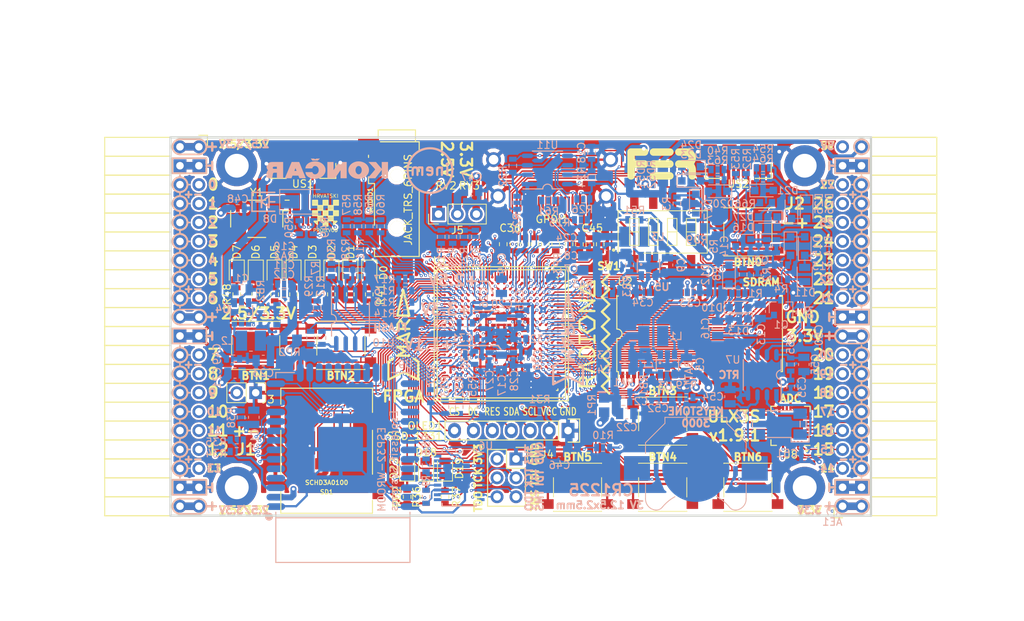
<source format=kicad_pcb>
(kicad_pcb (version 20171130) (host pcbnew 5.0.0-rc2+dfsg1-3)
  (layers (0 F.Cu signal) (1 In1.Cu signal) (2 In2.Cu signal) (31 B.Cu signal) (34 B.Paste user) (35 F.Paste user) (36 B.SilkS user) (37 F.SilkS user) (38 B.Mask user) (39 F.Mask user) (44 Edge.Cuts user))
  (net 0 "")
  (net 1 GND)
  (net 2 +5V)
  (net 3 /gpio/IN5V)
  (net 4 /gpio/OUT5V)
  (net 5 +3V3)
  (net 6 BTN_D)
  (net 7 BTN_F1)
  (net 8 BTN_F2)
  (net 9 BTN_L)
  (net 10 BTN_R)
  (net 11 BTN_U)
  (net 12 /power/FB1)
  (net 13 +2V5)
  (net 14 /power/PWREN)
  (net 15 /power/FB3)
  (net 16 /power/FB2)
  (net 17 /power/VBAT)
  (net 18 JTAG_TDI)
  (net 19 JTAG_TCK)
  (net 20 JTAG_TMS)
  (net 21 JTAG_TDO)
  (net 22 /power/WAKEUPn)
  (net 23 /power/WKUP)
  (net 24 /power/SHUT)
  (net 25 /power/WAKE)
  (net 26 /power/HOLD)
  (net 27 /power/WKn)
  (net 28 /power/OSCI_32k)
  (net 29 /power/OSCO_32k)
  (net 30 SHUTDOWN)
  (net 31 GPDI_SDA)
  (net 32 GPDI_SCL)
  (net 33 /gpdi/VREF2)
  (net 34 SD_CMD)
  (net 35 SD_CLK)
  (net 36 SD_D0)
  (net 37 SD_D1)
  (net 38 USB5V)
  (net 39 GPDI_CEC)
  (net 40 nRESET)
  (net 41 FTDI_nDTR)
  (net 42 SDRAM_CKE)
  (net 43 SDRAM_A7)
  (net 44 SDRAM_D15)
  (net 45 SDRAM_BA1)
  (net 46 SDRAM_D7)
  (net 47 SDRAM_A6)
  (net 48 SDRAM_CLK)
  (net 49 SDRAM_D13)
  (net 50 SDRAM_BA0)
  (net 51 SDRAM_D6)
  (net 52 SDRAM_A5)
  (net 53 SDRAM_D14)
  (net 54 SDRAM_A11)
  (net 55 SDRAM_D12)
  (net 56 SDRAM_D5)
  (net 57 SDRAM_A4)
  (net 58 SDRAM_A10)
  (net 59 SDRAM_D11)
  (net 60 SDRAM_A3)
  (net 61 SDRAM_D4)
  (net 62 SDRAM_D10)
  (net 63 SDRAM_D9)
  (net 64 SDRAM_A9)
  (net 65 SDRAM_D3)
  (net 66 SDRAM_D8)
  (net 67 SDRAM_A8)
  (net 68 SDRAM_A2)
  (net 69 SDRAM_A1)
  (net 70 SDRAM_A0)
  (net 71 SDRAM_D2)
  (net 72 SDRAM_D1)
  (net 73 SDRAM_D0)
  (net 74 SDRAM_DQM0)
  (net 75 SDRAM_nCS)
  (net 76 SDRAM_nRAS)
  (net 77 SDRAM_DQM1)
  (net 78 SDRAM_nCAS)
  (net 79 SDRAM_nWE)
  (net 80 /flash/FLASH_nWP)
  (net 81 /flash/FLASH_nHOLD)
  (net 82 /flash/FLASH_MOSI)
  (net 83 /flash/FLASH_MISO)
  (net 84 /flash/FLASH_SCK)
  (net 85 /flash/FLASH_nCS)
  (net 86 /flash/FPGA_PROGRAMN)
  (net 87 /flash/FPGA_DONE)
  (net 88 /flash/FPGA_INITN)
  (net 89 OLED_RES)
  (net 90 OLED_DC)
  (net 91 OLED_CS)
  (net 92 WIFI_EN)
  (net 93 FTDI_nRTS)
  (net 94 FTDI_TXD)
  (net 95 FTDI_RXD)
  (net 96 WIFI_RXD)
  (net 97 WIFI_GPIO0)
  (net 98 WIFI_TXD)
  (net 99 USB_FTDI_D+)
  (net 100 USB_FTDI_D-)
  (net 101 SD_D3)
  (net 102 AUDIO_L3)
  (net 103 AUDIO_L2)
  (net 104 AUDIO_L1)
  (net 105 AUDIO_L0)
  (net 106 AUDIO_R3)
  (net 107 AUDIO_R2)
  (net 108 AUDIO_R1)
  (net 109 AUDIO_R0)
  (net 110 OLED_CLK)
  (net 111 OLED_MOSI)
  (net 112 LED0)
  (net 113 LED1)
  (net 114 LED2)
  (net 115 LED3)
  (net 116 LED4)
  (net 117 LED5)
  (net 118 LED6)
  (net 119 LED7)
  (net 120 BTN_PWRn)
  (net 121 FTDI_nTXLED)
  (net 122 FTDI_nSLEEP)
  (net 123 /blinkey/LED_PWREN)
  (net 124 /blinkey/LED_TXLED)
  (net 125 /sdcard/SD3V3)
  (net 126 SD_D2)
  (net 127 CLK_25MHz)
  (net 128 /blinkey/BTNPUL)
  (net 129 /blinkey/BTNPUR)
  (net 130 USB_FPGA_D+)
  (net 131 /power/FTDI_nSUSPEND)
  (net 132 /blinkey/ALED0)
  (net 133 /blinkey/ALED1)
  (net 134 /blinkey/ALED2)
  (net 135 /blinkey/ALED3)
  (net 136 /blinkey/ALED4)
  (net 137 /blinkey/ALED5)
  (net 138 /blinkey/ALED6)
  (net 139 /blinkey/ALED7)
  (net 140 /usb/FTD-)
  (net 141 /usb/FTD+)
  (net 142 ADC_MISO)
  (net 143 ADC_MOSI)
  (net 144 ADC_CSn)
  (net 145 ADC_SCLK)
  (net 146 SW3)
  (net 147 SW2)
  (net 148 SW1)
  (net 149 USB_FPGA_D-)
  (net 150 /usb/FPD+)
  (net 151 /usb/FPD-)
  (net 152 WIFI_GPIO16)
  (net 153 /usb/ANT_433MHz)
  (net 154 /power/PWRBTn)
  (net 155 PROG_DONE)
  (net 156 /power/P3V3)
  (net 157 /power/P2V5)
  (net 158 /power/L1)
  (net 159 /power/L3)
  (net 160 /power/L2)
  (net 161 FTDI_TXDEN)
  (net 162 SDRAM_A12)
  (net 163 /analog/AUDIO_V)
  (net 164 AUDIO_V3)
  (net 165 AUDIO_V2)
  (net 166 AUDIO_V1)
  (net 167 AUDIO_V0)
  (net 168 /blinkey/LED_WIFI)
  (net 169 /power/P1V1)
  (net 170 +1V1)
  (net 171 SW4)
  (net 172 /blinkey/SWPU)
  (net 173 /wifi/WIFIEN)
  (net 174 FT2V5)
  (net 175 GN0)
  (net 176 GP0)
  (net 177 GN1)
  (net 178 GP1)
  (net 179 GN2)
  (net 180 GP2)
  (net 181 GN3)
  (net 182 GP3)
  (net 183 GN4)
  (net 184 GP4)
  (net 185 GN5)
  (net 186 GP5)
  (net 187 GN6)
  (net 188 GP6)
  (net 189 GN14)
  (net 190 GP14)
  (net 191 GN15)
  (net 192 GP15)
  (net 193 GN16)
  (net 194 GP16)
  (net 195 GN17)
  (net 196 GP17)
  (net 197 GN18)
  (net 198 GP18)
  (net 199 GN19)
  (net 200 GP19)
  (net 201 GN20)
  (net 202 GP20)
  (net 203 GN21)
  (net 204 GP21)
  (net 205 GN22)
  (net 206 GP22)
  (net 207 GN23)
  (net 208 GP23)
  (net 209 GN24)
  (net 210 GP24)
  (net 211 GN25)
  (net 212 GP25)
  (net 213 GN26)
  (net 214 GP26)
  (net 215 GN27)
  (net 216 GP27)
  (net 217 GN7)
  (net 218 GP7)
  (net 219 GN8)
  (net 220 GP8)
  (net 221 GN9)
  (net 222 GP9)
  (net 223 GN10)
  (net 224 GP10)
  (net 225 GN11)
  (net 226 GP11)
  (net 227 GN12)
  (net 228 GP12)
  (net 229 GN13)
  (net 230 GP13)
  (net 231 WIFI_GPIO5)
  (net 232 WIFI_GPIO17)
  (net 233 USB_FPGA_PULL_D+)
  (net 234 USB_FPGA_PULL_D-)
  (net 235 "Net-(D23-Pad2)")
  (net 236 "Net-(D24-Pad1)")
  (net 237 "Net-(D25-Pad2)")
  (net 238 "Net-(D26-Pad1)")
  (net 239 /gpdi/GPDI_ETH+)
  (net 240 FPDI_ETH+)
  (net 241 /gpdi/GPDI_ETH-)
  (net 242 FPDI_ETH-)
  (net 243 /gpdi/GPDI_D2-)
  (net 244 FPDI_D2-)
  (net 245 /gpdi/GPDI_D1-)
  (net 246 FPDI_D1-)
  (net 247 /gpdi/GPDI_D0-)
  (net 248 FPDI_D0-)
  (net 249 /gpdi/GPDI_CLK-)
  (net 250 FPDI_CLK-)
  (net 251 /gpdi/GPDI_D2+)
  (net 252 FPDI_D2+)
  (net 253 /gpdi/GPDI_D1+)
  (net 254 FPDI_D1+)
  (net 255 /gpdi/GPDI_D0+)
  (net 256 FPDI_D0+)
  (net 257 /gpdi/GPDI_CLK+)
  (net 258 FPDI_CLK+)
  (net 259 FPDI_SDA)
  (net 260 FPDI_SCL)
  (net 261 /gpdi/FPDI_CEC)
  (net 262 2V5_3V3)
  (net 263 "Net-(AUDIO1-Pad5)")
  (net 264 "Net-(AUDIO1-Pad6)")
  (net 265 "Net-(U1-PadA15)")
  (net 266 "Net-(U1-PadC9)")
  (net 267 "Net-(U1-PadD9)")
  (net 268 "Net-(U1-PadD10)")
  (net 269 "Net-(U1-PadD11)")
  (net 270 "Net-(U1-PadD12)")
  (net 271 "Net-(U1-PadE6)")
  (net 272 "Net-(U1-PadE9)")
  (net 273 "Net-(U1-PadE10)")
  (net 274 "Net-(U1-PadE11)")
  (net 275 "Net-(U1-PadJ4)")
  (net 276 "Net-(U1-PadJ5)")
  (net 277 "Net-(U1-PadK5)")
  (net 278 "Net-(U1-PadL5)")
  (net 279 "Net-(U1-PadM4)")
  (net 280 "Net-(U1-PadM5)")
  (net 281 SD_CD)
  (net 282 SD_WP)
  (net 283 "Net-(U1-PadR3)")
  (net 284 "Net-(U1-PadT16)")
  (net 285 "Net-(U1-PadW4)")
  (net 286 "Net-(U1-PadW5)")
  (net 287 "Net-(U1-PadW8)")
  (net 288 "Net-(U1-PadW9)")
  (net 289 "Net-(U1-PadW13)")
  (net 290 "Net-(U1-PadW14)")
  (net 291 "Net-(U1-PadW17)")
  (net 292 "Net-(U1-PadW18)")
  (net 293 FTDI_nRXLED)
  (net 294 "Net-(U8-Pad12)")
  (net 295 "Net-(U8-Pad25)")
  (net 296 "Net-(U9-Pad32)")
  (net 297 "Net-(U9-Pad22)")
  (net 298 "Net-(U9-Pad21)")
  (net 299 "Net-(U9-Pad20)")
  (net 300 "Net-(U9-Pad19)")
  (net 301 "Net-(U9-Pad18)")
  (net 302 "Net-(U9-Pad17)")
  (net 303 "Net-(U9-Pad12)")
  (net 304 "Net-(U9-Pad5)")
  (net 305 "Net-(U9-Pad4)")
  (net 306 "Net-(US1-Pad4)")
  (net 307 "Net-(Y2-Pad3)")
  (net 308 "Net-(Y2-Pad2)")
  (net 309 "Net-(U1-PadK16)")
  (net 310 "Net-(U1-PadK17)")
  (net 311 /usb/US2VBUS)
  (net 312 /power/SHD)
  (net 313 /power/RTCVDD)
  (net 314 "Net-(D27-Pad2)")
  (net 315 US2_ID)
  (net 316 /analog/AUDIO_L)
  (net 317 /analog/AUDIO_R)
  (module Keystone_3000_1x12mm-CoinCell:Keystone_3000_1x12mm-CoinCell (layer B.Cu) (at 164.585 105.87 90)
    (fp_text reference BAT1 (at 12.705 -0.93 90) (layer B.SilkS) (effects (justify mirror)))
    (fp_text value CR1225)
    (pad 1 smd rect (at 0 7.9 180) (size 3.5 3.3) (layers B.Cu B.Paste B.Mask) (net 17 /power/VBAT))
    (pad 1 smd rect (at 0 -7.9 180) (size 3.5 3.3) (layers B.Cu B.Paste B.Mask) (net 17 /power/VBAT))
    (pad 2 smd circle (at 0 0 180) (size 9 9) (layers B.Cu B.Mask) (net 1 GND))
  )
  (module SM8:SM8 (layer B.Cu) (at 144.68 65.8015 90)
    (fp_text reference U11 (at 3.3475 -0.019 -180) (layer B.SilkS) (effects (justify mirror)))
    (fp_text value PCA9306D)
    (pad 1 smd rect (at -1.905 -2.7) (size 1.55 0.6) (layers B.Cu B.Paste B.Mask) (net 1 GND))
    (pad 2 smd oval (at -0.635 -2.7) (size 1.55 0.6) (layers B.Cu B.Paste B.Mask) (net 13 +2V5))
    (pad 3 smd oval (at 0.635 -2.7) (size 1.55 0.6) (layers B.Cu B.Paste B.Mask) (net 260 FPDI_SCL))
    (pad 4 smd oval (at 1.905 -2.7) (size 1.55 0.6) (layers B.Cu B.Paste B.Mask) (net 259 FPDI_SDA))
    (pad 5 smd oval (at 1.905 2.7) (size 1.55 0.6) (layers B.Cu B.Paste B.Mask) (net 31 GPDI_SDA))
    (pad 6 smd oval (at 0.635 2.7) (size 1.55 0.6) (layers B.Cu B.Paste B.Mask) (net 32 GPDI_SCL))
    (pad 7 smd oval (at -0.635 2.7) (size 1.55 0.6) (layers B.Cu B.Paste B.Mask) (net 33 /gpdi/VREF2))
    (pad 8 smd oval (at -1.905 2.7) (size 1.55 0.6) (layers B.Cu B.Paste B.Mask) (net 5 +3V3))
  )
  (module TSOP54:TSOP54 (layer F.Cu) (at 165.093 87.8 90)
    (fp_text reference U2 (at 6.98 -9.993 180) (layer F.SilkS))
    (fp_text value MT48LC16M16A2TG)
    (pad 28 smd rect (at 5.53 10.4 90) (size 0.9 0.56) (layers F.Cu F.Paste F.Mask) (net 1 GND))
    (pad 1 smd rect (at -5.53 -10.4 90) (size 0.9 0.56) (layers F.Cu F.Paste F.Mask) (net 5 +3V3))
    (pad 2 smd rect (at -5.53 -9.6 90) (size 0.9 0.56) (layers F.Cu F.Paste F.Mask) (net 73 SDRAM_D0))
    (pad 3 smd rect (at -5.53 -8.8 90) (size 0.9 0.56) (layers F.Cu F.Paste F.Mask) (net 5 +3V3))
    (pad 4 smd rect (at -5.53 -8 90) (size 0.9 0.56) (layers F.Cu F.Paste F.Mask) (net 72 SDRAM_D1))
    (pad 5 smd rect (at -5.53 -7.2 90) (size 0.9 0.56) (layers F.Cu F.Paste F.Mask) (net 71 SDRAM_D2))
    (pad 6 smd rect (at -5.53 -6.4 90) (size 0.9 0.56) (layers F.Cu F.Paste F.Mask) (net 1 GND))
    (pad 7 smd rect (at -5.53 -5.6 90) (size 0.9 0.56) (layers F.Cu F.Paste F.Mask) (net 65 SDRAM_D3))
    (pad 8 smd rect (at -5.53 -4.8 90) (size 0.9 0.56) (layers F.Cu F.Paste F.Mask) (net 61 SDRAM_D4))
    (pad 9 smd rect (at -5.53 -4 90) (size 0.9 0.56) (layers F.Cu F.Paste F.Mask) (net 5 +3V3))
    (pad 10 smd rect (at -5.53 -3.2 90) (size 0.9 0.56) (layers F.Cu F.Paste F.Mask) (net 56 SDRAM_D5))
    (pad 11 smd rect (at -5.53 -2.4 90) (size 0.9 0.56) (layers F.Cu F.Paste F.Mask) (net 51 SDRAM_D6))
    (pad 12 smd rect (at -5.53 -1.6 90) (size 0.9 0.56) (layers F.Cu F.Paste F.Mask) (net 1 GND))
    (pad 13 smd rect (at -5.53 -0.8 90) (size 0.9 0.56) (layers F.Cu F.Paste F.Mask) (net 46 SDRAM_D7))
    (pad 14 smd rect (at -5.53 0 90) (size 0.9 0.56) (layers F.Cu F.Paste F.Mask) (net 5 +3V3))
    (pad 15 smd rect (at -5.53 0.8 90) (size 0.9 0.56) (layers F.Cu F.Paste F.Mask) (net 74 SDRAM_DQM0))
    (pad 16 smd rect (at -5.53 1.6 90) (size 0.9 0.56) (layers F.Cu F.Paste F.Mask) (net 79 SDRAM_nWE))
    (pad 17 smd rect (at -5.53 2.4 90) (size 0.9 0.56) (layers F.Cu F.Paste F.Mask) (net 78 SDRAM_nCAS))
    (pad 18 smd rect (at -5.53 3.2 90) (size 0.9 0.56) (layers F.Cu F.Paste F.Mask) (net 76 SDRAM_nRAS))
    (pad 19 smd rect (at -5.53 4 90) (size 0.9 0.56) (layers F.Cu F.Paste F.Mask) (net 75 SDRAM_nCS))
    (pad 20 smd rect (at -5.53 4.8 90) (size 0.9 0.56) (layers F.Cu F.Paste F.Mask) (net 50 SDRAM_BA0))
    (pad 21 smd rect (at -5.53 5.6 90) (size 0.9 0.56) (layers F.Cu F.Paste F.Mask) (net 45 SDRAM_BA1))
    (pad 22 smd rect (at -5.53 6.4 90) (size 0.9 0.56) (layers F.Cu F.Paste F.Mask) (net 58 SDRAM_A10))
    (pad 23 smd rect (at -5.53 7.2 90) (size 0.9 0.56) (layers F.Cu F.Paste F.Mask) (net 70 SDRAM_A0))
    (pad 24 smd rect (at -5.53 8 90) (size 0.9 0.56) (layers F.Cu F.Paste F.Mask) (net 69 SDRAM_A1))
    (pad 25 smd rect (at -5.53 8.8 90) (size 0.9 0.56) (layers F.Cu F.Paste F.Mask) (net 68 SDRAM_A2))
    (pad 26 smd rect (at -5.53 9.6 90) (size 0.9 0.56) (layers F.Cu F.Paste F.Mask) (net 60 SDRAM_A3))
    (pad 27 smd rect (at -5.53 10.4 90) (size 0.9 0.56) (layers F.Cu F.Paste F.Mask) (net 5 +3V3))
    (pad 29 smd rect (at 5.53 9.6 90) (size 0.9 0.56) (layers F.Cu F.Paste F.Mask) (net 57 SDRAM_A4))
    (pad 30 smd rect (at 5.53 8.8 90) (size 0.9 0.56) (layers F.Cu F.Paste F.Mask) (net 52 SDRAM_A5))
    (pad 31 smd rect (at 5.53 8 90) (size 0.9 0.56) (layers F.Cu F.Paste F.Mask) (net 47 SDRAM_A6))
    (pad 32 smd rect (at 5.53 7.2 90) (size 0.9 0.56) (layers F.Cu F.Paste F.Mask) (net 43 SDRAM_A7))
    (pad 33 smd rect (at 5.53 6.4 90) (size 0.9 0.56) (layers F.Cu F.Paste F.Mask) (net 67 SDRAM_A8))
    (pad 34 smd rect (at 5.53 5.6 90) (size 0.9 0.56) (layers F.Cu F.Paste F.Mask) (net 64 SDRAM_A9))
    (pad 35 smd rect (at 5.53 4.8 90) (size 0.9 0.56) (layers F.Cu F.Paste F.Mask) (net 54 SDRAM_A11))
    (pad 36 smd rect (at 5.53 4 90) (size 0.9 0.56) (layers F.Cu F.Paste F.Mask) (net 162 SDRAM_A12))
    (pad 37 smd rect (at 5.53 3.2 90) (size 0.9 0.56) (layers F.Cu F.Paste F.Mask) (net 42 SDRAM_CKE))
    (pad 38 smd rect (at 5.53 2.4 90) (size 0.9 0.56) (layers F.Cu F.Paste F.Mask) (net 48 SDRAM_CLK))
    (pad 39 smd rect (at 5.53 1.6 90) (size 0.9 0.56) (layers F.Cu F.Paste F.Mask) (net 77 SDRAM_DQM1))
    (pad 40 smd rect (at 5.53 0.8 90) (size 0.9 0.56) (layers F.Cu F.Paste F.Mask))
    (pad 41 smd rect (at 5.53 0 90) (size 0.9 0.56) (layers F.Cu F.Paste F.Mask) (net 1 GND))
    (pad 42 smd rect (at 5.53 -0.8 90) (size 0.9 0.56) (layers F.Cu F.Paste F.Mask) (net 66 SDRAM_D8))
    (pad 43 smd rect (at 5.53 -1.6 90) (size 0.9 0.56) (layers F.Cu F.Paste F.Mask) (net 5 +3V3))
    (pad 44 smd rect (at 5.53 -2.4 90) (size 0.9 0.56) (layers F.Cu F.Paste F.Mask) (net 63 SDRAM_D9))
    (pad 45 smd rect (at 5.53 -3.2 90) (size 0.9 0.56) (layers F.Cu F.Paste F.Mask) (net 62 SDRAM_D10))
    (pad 46 smd rect (at 5.53 -4 90) (size 0.9 0.56) (layers F.Cu F.Paste F.Mask) (net 1 GND))
    (pad 47 smd rect (at 5.53 -4.8 90) (size 0.9 0.56) (layers F.Cu F.Paste F.Mask) (net 59 SDRAM_D11))
    (pad 48 smd rect (at 5.53 -5.6 90) (size 0.9 0.56) (layers F.Cu F.Paste F.Mask) (net 55 SDRAM_D12))
    (pad 49 smd rect (at 5.53 -6.4 90) (size 0.9 0.56) (layers F.Cu F.Paste F.Mask) (net 5 +3V3))
    (pad 50 smd rect (at 5.53 -7.2 90) (size 0.9 0.56) (layers F.Cu F.Paste F.Mask) (net 49 SDRAM_D13))
    (pad 51 smd rect (at 5.53 -8 90) (size 0.9 0.56) (layers F.Cu F.Paste F.Mask) (net 53 SDRAM_D14))
    (pad 52 smd rect (at 5.53 -8.8 90) (size 0.9 0.56) (layers F.Cu F.Paste F.Mask) (net 1 GND))
    (pad 53 smd rect (at 5.53 -9.6 90) (size 0.9 0.56) (layers F.Cu F.Paste F.Mask) (net 44 SDRAM_D15))
    (pad 54 smd rect (at 5.53 -10.4 90) (size 0.9 0.56) (layers F.Cu F.Paste F.Mask) (net 1 GND))
  )
  (module SOA008-150mil:SOA008-150-208mil (layer B.Cu) (at 118.245 85.822 270)
    (fp_text reference U10 (at 3.175 -4.445) (layer B.SilkS) (effects (justify mirror)))
    (fp_text value IS25LP128F-JBLE)
    (pad 1 smd rect (at -3.302 1.905 270) (size 2.1 0.6) (layers B.Cu B.Paste B.Mask) (net 85 /flash/FLASH_nCS))
    (pad 2 smd oval (at -3.302 0.635 270) (size 2.1 0.6) (layers B.Cu B.Paste B.Mask) (net 83 /flash/FLASH_MISO))
    (pad 3 smd oval (at -3.302 -0.635 270) (size 2.1 0.6) (layers B.Cu B.Paste B.Mask) (net 80 /flash/FLASH_nWP))
    (pad 4 smd oval (at -3.302 -1.905 270) (size 2.1 0.6) (layers B.Cu B.Paste B.Mask) (net 1 GND))
    (pad 5 smd oval (at 3.302 -1.905 270) (size 2.1 0.6) (layers B.Cu B.Paste B.Mask) (net 82 /flash/FLASH_MOSI))
    (pad 6 smd oval (at 3.302 -0.635 270) (size 2.1 0.6) (layers B.Cu B.Paste B.Mask) (net 84 /flash/FLASH_SCK))
    (pad 7 smd oval (at 3.302 0.635 270) (size 2.1 0.6) (layers B.Cu B.Paste B.Mask) (net 81 /flash/FLASH_nHOLD))
    (pad 8 smd oval (at 3.302 1.905 270) (size 2.1 0.6) (layers B.Cu B.Paste B.Mask) (net 5 +3V3))
  )
  (module SOT96-1:SOT96-1 (layer B.Cu) (at 173.49 93.315 90)
    (fp_text reference U7 (at 2.032 -3.937 180) (layer B.SilkS) (effects (justify mirror)))
    (fp_text value PCF8523)
    (pad 1 smd rect (at -2.7 1.905 90) (size 1.55 0.6) (layers B.Cu B.Paste B.Mask) (net 28 /power/OSCI_32k))
    (pad 2 smd oval (at -2.7 0.635 90) (size 1.55 0.6) (layers B.Cu B.Paste B.Mask) (net 29 /power/OSCO_32k))
    (pad 3 smd oval (at -2.7 -0.635 90) (size 1.55 0.6) (layers B.Cu B.Paste B.Mask) (net 17 /power/VBAT))
    (pad 4 smd oval (at -2.7 -1.905 90) (size 1.55 0.6) (layers B.Cu B.Paste B.Mask) (net 1 GND))
    (pad 5 smd oval (at 2.7 -1.905 90) (size 1.55 0.6) (layers B.Cu B.Paste B.Mask) (net 259 FPDI_SDA))
    (pad 6 smd oval (at 2.7 -0.635 90) (size 1.55 0.6) (layers B.Cu B.Paste B.Mask) (net 260 FPDI_SCL))
    (pad 7 smd oval (at 2.7 0.635 90) (size 1.55 0.6) (layers B.Cu B.Paste B.Mask) (net 22 /power/WAKEUPn))
    (pad 8 smd oval (at 2.7 1.905 90) (size 1.55 0.6) (layers B.Cu B.Paste B.Mask) (net 313 /power/RTCVDD))
  )
  (module ft231x:FT231X-SSOP-20_4.4x6.5mm_Pitch0.65mm (layer B.Cu) (at 132.835 107.14 180)
    (fp_text reference U6 (at -3.556 4.318 180) (layer B.SilkS) (effects (justify mirror)))
    (fp_text value FT231XS)
    (pad 20 smd rect (at 2.9 2.925 180) (size 1 0.4) (layers B.Cu B.Paste B.Mask) (net 94 FTDI_TXD))
    (pad 19 smd rect (at 2.9 2.275 180) (size 1 0.4) (layers B.Cu B.Paste B.Mask) (net 122 FTDI_nSLEEP))
    (pad 18 smd rect (at 2.9 1.625 180) (size 1 0.4) (layers B.Cu B.Paste B.Mask) (net 161 FTDI_TXDEN))
    (pad 17 smd rect (at 2.9 0.975 180) (size 1 0.4) (layers B.Cu B.Paste B.Mask) (net 293 FTDI_nRXLED))
    (pad 16 smd rect (at 2.9 0.325 180) (size 1 0.4) (layers B.Cu B.Paste B.Mask) (net 1 GND))
    (pad 15 smd rect (at 2.9 -0.325 180) (size 1 0.4) (layers B.Cu B.Paste B.Mask) (net 38 USB5V))
    (pad 14 smd rect (at 2.9 -0.975 180) (size 1 0.4) (layers B.Cu B.Paste B.Mask) (net 40 nRESET))
    (pad 13 smd rect (at 2.9 -1.625 180) (size 1 0.4) (layers B.Cu B.Paste B.Mask) (net 174 FT2V5))
    (pad 12 smd rect (at 2.9 -2.275 180) (size 1 0.4) (layers B.Cu B.Paste B.Mask) (net 100 USB_FTDI_D-))
    (pad 11 smd rect (at 2.9 -2.925 180) (size 1 0.4) (layers B.Cu B.Paste B.Mask) (net 99 USB_FTDI_D+))
    (pad 10 smd rect (at -2.9 -2.925 180) (size 1 0.4) (layers B.Cu B.Paste B.Mask) (net 121 FTDI_nTXLED))
    (pad 9 smd rect (at -2.9 -2.275 180) (size 1 0.4) (layers B.Cu B.Paste B.Mask) (net 21 JTAG_TDO))
    (pad 8 smd rect (at -2.9 -1.625 180) (size 1 0.4) (layers B.Cu B.Paste B.Mask) (net 20 JTAG_TMS))
    (pad 7 smd rect (at -2.9 -0.975 180) (size 1 0.4) (layers B.Cu B.Paste B.Mask) (net 19 JTAG_TCK))
    (pad 6 smd rect (at -2.9 -0.325 180) (size 1 0.4) (layers B.Cu B.Paste B.Mask) (net 1 GND))
    (pad 5 smd rect (at -2.9 0.325 180) (size 1 0.4) (layers B.Cu B.Paste B.Mask) (net 18 JTAG_TDI))
    (pad 4 smd rect (at -2.9 0.975 180) (size 1 0.4) (layers B.Cu B.Paste B.Mask) (net 95 FTDI_RXD))
    (pad 3 smd rect (at -2.9 1.625 180) (size 1 0.4) (layers B.Cu B.Paste B.Mask) (net 174 FT2V5))
    (pad 2 smd rect (at -2.9 2.275 180) (size 1 0.4) (layers B.Cu B.Paste B.Mask) (net 93 FTDI_nRTS))
    (pad 1 smd rect (at -2.9 2.925 180) (size 1 0.4) (layers B.Cu B.Paste B.Mask) (net 41 FTDI_nDTR))
  )
  (module TSOT-25:TSOT-25 (layer B.Cu) (at 158.235 78.692)
    (fp_text reference U5 (at 1.793 2.812) (layer B.SilkS) (effects (font (thickness 0.2)) (justify mirror)))
    (fp_text value TLV62569DBV)
    (pad 1 smd rect (at -0.95 -1.3) (size 0.7 1.2) (layers B.Cu B.Paste B.Mask) (net 14 /power/PWREN))
    (pad 2 smd rect (at 0 -1.3) (size 0.7 1.2) (layers B.Cu B.Paste B.Mask) (net 1 GND))
    (pad 3 smd rect (at 0.95 -1.3) (size 0.7 1.2) (layers B.Cu B.Paste B.Mask) (net 159 /power/L3))
    (pad 4 smd rect (at 0.95 1.3) (size 0.7 1.2) (layers B.Cu B.Paste B.Mask) (net 2 +5V))
    (pad 5 smd rect (at -0.95 1.3) (size 0.7 1.2) (layers B.Cu B.Paste B.Mask) (net 15 /power/FB3))
  )
  (module TSOT-25:TSOT-25 (layer B.Cu) (at 160.775 91.9)
    (fp_text reference U3 (at -0.295 2.9) (layer B.SilkS) (effects (font (thickness 0.2)) (justify mirror)))
    (fp_text value TLV62569DBV)
    (pad 1 smd rect (at -0.95 -1.3) (size 0.7 1.2) (layers B.Cu B.Paste B.Mask) (net 14 /power/PWREN))
    (pad 2 smd rect (at 0 -1.3) (size 0.7 1.2) (layers B.Cu B.Paste B.Mask) (net 1 GND))
    (pad 3 smd rect (at 0.95 -1.3) (size 0.7 1.2) (layers B.Cu B.Paste B.Mask) (net 158 /power/L1))
    (pad 4 smd rect (at 0.95 1.3) (size 0.7 1.2) (layers B.Cu B.Paste B.Mask) (net 2 +5V))
    (pad 5 smd rect (at -0.95 1.3) (size 0.7 1.2) (layers B.Cu B.Paste B.Mask) (net 12 /power/FB1))
  )
  (module TSOT-25:TSOT-25 (layer B.Cu) (at 103.625 84.915 180)
    (fp_text reference U4 (at 2.525 0.4265 180) (layer B.SilkS) (effects (font (thickness 0.2)) (justify mirror)))
    (fp_text value TLV62569DBV)
    (pad 1 smd rect (at -0.95 -1.3 180) (size 0.7 1.2) (layers B.Cu B.Paste B.Mask) (net 14 /power/PWREN))
    (pad 2 smd rect (at 0 -1.3 180) (size 0.7 1.2) (layers B.Cu B.Paste B.Mask) (net 1 GND))
    (pad 3 smd rect (at 0.95 -1.3 180) (size 0.7 1.2) (layers B.Cu B.Paste B.Mask) (net 160 /power/L2))
    (pad 4 smd rect (at 0.95 1.3 180) (size 0.7 1.2) (layers B.Cu B.Paste B.Mask) (net 2 +5V))
    (pad 5 smd rect (at -0.95 1.3 180) (size 0.7 1.2) (layers B.Cu B.Paste B.Mask) (net 16 /power/FB2))
  )
  (module ESP32:ESP32-WROOM (layer B.Cu) (at 117.23 105.75 180)
    (fp_text reference U9 (at -8.366 13.85 180) (layer B.SilkS) (effects (justify mirror)))
    (fp_text value ESP-WROOM32)
    (fp_text user "Espressif Systems" (at -6.858 0.889 90) (layer B.SilkS) (effects (justify mirror)))
    (fp_text user ESP32-WROOM (at -5.207 -0.254 90) (layer B.SilkS) (effects (justify mirror)))
    (pad 38 smd oval (at -9 -5.25 180) (size 2.5 0.9) (layers B.Cu B.Paste B.Mask) (net 1 GND))
    (pad 37 smd oval (at -9 -3.98 180) (size 2.5 0.9) (layers B.Cu B.Paste B.Mask) (net 18 JTAG_TDI))
    (pad 36 smd oval (at -9 -2.71 180) (size 2.5 0.9) (layers B.Cu B.Paste B.Mask) (net 155 PROG_DONE))
    (pad 35 smd oval (at -9 -1.44 180) (size 2.5 0.9) (layers B.Cu B.Paste B.Mask) (net 98 WIFI_TXD))
    (pad 34 smd oval (at -9 -0.17 180) (size 2.5 0.9) (layers B.Cu B.Paste B.Mask) (net 96 WIFI_RXD))
    (pad 33 smd oval (at -9 1.1 180) (size 2.5 0.9) (layers B.Cu B.Paste B.Mask) (net 20 JTAG_TMS))
    (pad 32 smd oval (at -9 2.37 180) (size 2.5 0.9) (layers B.Cu B.Paste B.Mask) (net 296 "Net-(U9-Pad32)"))
    (pad 31 smd oval (at -9 3.64 180) (size 2.5 0.9) (layers B.Cu B.Paste B.Mask) (net 21 JTAG_TDO))
    (pad 30 smd oval (at -9 4.91 180) (size 2.5 0.9) (layers B.Cu B.Paste B.Mask) (net 19 JTAG_TCK))
    (pad 29 smd oval (at -9 6.18 180) (size 2.5 0.9) (layers B.Cu B.Paste B.Mask) (net 231 WIFI_GPIO5))
    (pad 28 smd oval (at -9 7.45 180) (size 2.5 0.9) (layers B.Cu B.Paste B.Mask) (net 232 WIFI_GPIO17))
    (pad 27 smd oval (at -9 8.72 180) (size 2.5 0.9) (layers B.Cu B.Paste B.Mask) (net 152 WIFI_GPIO16))
    (pad 26 smd oval (at -9 9.99 180) (size 2.5 0.9) (layers B.Cu B.Paste B.Mask) (net 37 SD_D1))
    (pad 25 smd oval (at -9 11.26 180) (size 2.5 0.9) (layers B.Cu B.Paste B.Mask) (net 97 WIFI_GPIO0))
    (pad 24 smd oval (at -5.715 12.75 180) (size 0.9 2.5) (layers B.Cu B.Paste B.Mask) (net 36 SD_D0))
    (pad 23 smd oval (at -4.445 12.75 180) (size 0.9 2.5) (layers B.Cu B.Paste B.Mask) (net 34 SD_CMD))
    (pad 22 smd oval (at -3.175 12.75 180) (size 0.9 2.5) (layers B.Cu B.Paste B.Mask) (net 297 "Net-(U9-Pad22)"))
    (pad 21 smd oval (at -1.905 12.75 180) (size 0.9 2.5) (layers B.Cu B.Paste B.Mask) (net 298 "Net-(U9-Pad21)"))
    (pad 20 smd oval (at -0.635 12.75 180) (size 0.9 2.5) (layers B.Cu B.Paste B.Mask) (net 299 "Net-(U9-Pad20)"))
    (pad 19 smd oval (at 0.635 12.75 180) (size 0.9 2.5) (layers B.Cu B.Paste B.Mask) (net 300 "Net-(U9-Pad19)"))
    (pad 18 smd oval (at 1.905 12.75 180) (size 0.9 2.5) (layers B.Cu B.Paste B.Mask) (net 301 "Net-(U9-Pad18)"))
    (pad 17 smd oval (at 3.175 12.75 180) (size 0.9 2.5) (layers B.Cu B.Paste B.Mask) (net 302 "Net-(U9-Pad17)"))
    (pad 16 smd oval (at 4.445 12.75 180) (size 0.9 2.5) (layers B.Cu B.Paste B.Mask) (net 101 SD_D3))
    (pad 15 smd oval (at 5.715 12.75 180) (size 0.9 2.5) (layers B.Cu B.Paste B.Mask) (net 1 GND))
    (pad 14 smd oval (at 9 11.26 180) (size 2.5 0.9) (layers B.Cu B.Paste B.Mask) (net 126 SD_D2))
    (pad 13 smd oval (at 9 9.99 180) (size 2.5 0.9) (layers B.Cu B.Paste B.Mask) (net 35 SD_CLK))
    (pad 12 smd oval (at 9 8.72 180) (size 2.5 0.9) (layers B.Cu B.Paste B.Mask) (net 303 "Net-(U9-Pad12)"))
    (pad 11 smd oval (at 9 7.45 180) (size 2.5 0.9) (layers B.Cu B.Paste B.Mask) (net 225 GN11))
    (pad 10 smd oval (at 9 6.18 180) (size 2.5 0.9) (layers B.Cu B.Paste B.Mask) (net 226 GP11))
    (pad 9 smd oval (at 9 4.91 180) (size 2.5 0.9) (layers B.Cu B.Paste B.Mask) (net 227 GN12))
    (pad 8 smd oval (at 9 3.64 180) (size 2.5 0.9) (layers B.Cu B.Paste B.Mask) (net 228 GP12))
    (pad 7 smd oval (at 9 2.37 180) (size 2.5 0.9) (layers B.Cu B.Paste B.Mask) (net 229 GN13))
    (pad 6 smd oval (at 9 1.1 180) (size 2.5 0.9) (layers B.Cu B.Paste B.Mask) (net 230 GP13))
    (pad 5 smd oval (at 9 -0.17 180) (size 2.5 0.9) (layers B.Cu B.Paste B.Mask) (net 304 "Net-(U9-Pad5)"))
    (pad 4 smd oval (at 9 -1.44 180) (size 2.5 0.9) (layers B.Cu B.Paste B.Mask) (net 305 "Net-(U9-Pad4)"))
    (pad 3 smd oval (at 9 -2.71 180) (size 2.5 0.9) (layers B.Cu B.Paste B.Mask) (net 173 /wifi/WIFIEN))
    (pad 2 smd oval (at 9 -3.98 180) (size 2.5 0.9) (layers B.Cu B.Paste B.Mask) (net 5 +3V3))
    (pad 1 smd oval (at 9 -5.25 180) (size 2.5 0.9) (layers B.Cu B.Paste B.Mask) (net 1 GND))
    (pad 39 smd rect (at 0.3 2.45 180) (size 6 6) (layers B.Cu B.Paste B.Mask) (net 1 GND))
  )
  (module inem:inem (layer B.Cu) (at 128.913 65.883)
    (fp_text reference REF** hide)
    (fp_text value inem hide)
    (fp_text user inem (at 0 -0.1) (layer B.SilkS) (effects (font (size 1.5 1.5) (thickness 0.3)) (justify mirror)))
  )
  (module fer:fer4mm6 (layer F.Cu) (at 159.901 64.994)
    (fp_text reference fer hide)
    (fp_text value fer hide)
  )
  (module Socket_Strips:Socket_Strip_Angled_2x20 (layer F.Cu) (at 97.91 62.69 270)
    (fp_text reference J1 (at 40.64 -6.35) (layer F.SilkS) (effects (font (size 1.5 1.5) (thickness 0.3))))
    (fp_text value CONN_02X20 hide)
    (pad 1 thru_hole oval (at 0 0 270) (size 1.7272 1.7272) (drill 1.016) (layers *.Cu *.Mask) (net 262 2V5_3V3))
    (pad 2 thru_hole oval (at 0 2.54 270) (size 1.7272 1.7272) (drill 1.016) (layers *.Cu *.Mask) (net 262 2V5_3V3))
    (pad 3 thru_hole rect (at 2.54 0 270) (size 1.7272 1.7272) (drill 1.016) (layers *.Cu *.Mask) (net 1 GND))
    (pad 4 thru_hole rect (at 2.54 2.54 270) (size 1.7272 1.7272) (drill 1.016) (layers *.Cu *.Mask) (net 1 GND))
    (pad 5 thru_hole oval (at 5.08 0 270) (size 1.7272 1.7272) (drill 1.016) (layers *.Cu *.Mask) (net 175 GN0))
    (pad 6 thru_hole oval (at 5.08 2.54 270) (size 1.7272 1.7272) (drill 1.016) (layers *.Cu *.Mask) (net 176 GP0))
    (pad 7 thru_hole oval (at 7.62 0 270) (size 1.7272 1.7272) (drill 1.016) (layers *.Cu *.Mask) (net 177 GN1))
    (pad 8 thru_hole oval (at 7.62 2.54 270) (size 1.7272 1.7272) (drill 1.016) (layers *.Cu *.Mask) (net 178 GP1))
    (pad 9 thru_hole oval (at 10.16 0 270) (size 1.7272 1.7272) (drill 1.016) (layers *.Cu *.Mask) (net 179 GN2))
    (pad 10 thru_hole oval (at 10.16 2.54 270) (size 1.7272 1.7272) (drill 1.016) (layers *.Cu *.Mask) (net 180 GP2))
    (pad 11 thru_hole oval (at 12.7 0 270) (size 1.7272 1.7272) (drill 1.016) (layers *.Cu *.Mask) (net 181 GN3))
    (pad 12 thru_hole oval (at 12.7 2.54 270) (size 1.7272 1.7272) (drill 1.016) (layers *.Cu *.Mask) (net 182 GP3))
    (pad 13 thru_hole oval (at 15.24 0 270) (size 1.7272 1.7272) (drill 1.016) (layers *.Cu *.Mask) (net 183 GN4))
    (pad 14 thru_hole oval (at 15.24 2.54 270) (size 1.7272 1.7272) (drill 1.016) (layers *.Cu *.Mask) (net 184 GP4))
    (pad 15 thru_hole oval (at 17.78 0 270) (size 1.7272 1.7272) (drill 1.016) (layers *.Cu *.Mask) (net 185 GN5))
    (pad 16 thru_hole oval (at 17.78 2.54 270) (size 1.7272 1.7272) (drill 1.016) (layers *.Cu *.Mask) (net 186 GP5))
    (pad 17 thru_hole oval (at 20.32 0 270) (size 1.7272 1.7272) (drill 1.016) (layers *.Cu *.Mask) (net 187 GN6))
    (pad 18 thru_hole oval (at 20.32 2.54 270) (size 1.7272 1.7272) (drill 1.016) (layers *.Cu *.Mask) (net 188 GP6))
    (pad 19 thru_hole oval (at 22.86 0 270) (size 1.7272 1.7272) (drill 1.016) (layers *.Cu *.Mask) (net 262 2V5_3V3))
    (pad 20 thru_hole oval (at 22.86 2.54 270) (size 1.7272 1.7272) (drill 1.016) (layers *.Cu *.Mask) (net 262 2V5_3V3))
    (pad 21 thru_hole rect (at 25.4 0 270) (size 1.7272 1.7272) (drill 1.016) (layers *.Cu *.Mask) (net 1 GND))
    (pad 22 thru_hole rect (at 25.4 2.54 270) (size 1.7272 1.7272) (drill 1.016) (layers *.Cu *.Mask) (net 1 GND))
    (pad 23 thru_hole oval (at 27.94 0 270) (size 1.7272 1.7272) (drill 1.016) (layers *.Cu *.Mask) (net 217 GN7))
    (pad 24 thru_hole oval (at 27.94 2.54 270) (size 1.7272 1.7272) (drill 1.016) (layers *.Cu *.Mask) (net 218 GP7))
    (pad 25 thru_hole oval (at 30.48 0 270) (size 1.7272 1.7272) (drill 1.016) (layers *.Cu *.Mask) (net 219 GN8))
    (pad 26 thru_hole oval (at 30.48 2.54 270) (size 1.7272 1.7272) (drill 1.016) (layers *.Cu *.Mask) (net 220 GP8))
    (pad 27 thru_hole oval (at 33.02 0 270) (size 1.7272 1.7272) (drill 1.016) (layers *.Cu *.Mask) (net 221 GN9))
    (pad 28 thru_hole oval (at 33.02 2.54 270) (size 1.7272 1.7272) (drill 1.016) (layers *.Cu *.Mask) (net 222 GP9))
    (pad 29 thru_hole oval (at 35.56 0 270) (size 1.7272 1.7272) (drill 1.016) (layers *.Cu *.Mask) (net 223 GN10))
    (pad 30 thru_hole oval (at 35.56 2.54 270) (size 1.7272 1.7272) (drill 1.016) (layers *.Cu *.Mask) (net 224 GP10))
    (pad 31 thru_hole oval (at 38.1 0 270) (size 1.7272 1.7272) (drill 1.016) (layers *.Cu *.Mask) (net 225 GN11))
    (pad 32 thru_hole oval (at 38.1 2.54 270) (size 1.7272 1.7272) (drill 1.016) (layers *.Cu *.Mask) (net 226 GP11))
    (pad 33 thru_hole oval (at 40.64 0 270) (size 1.7272 1.7272) (drill 1.016) (layers *.Cu *.Mask) (net 227 GN12))
    (pad 34 thru_hole oval (at 40.64 2.54 270) (size 1.7272 1.7272) (drill 1.016) (layers *.Cu *.Mask) (net 228 GP12))
    (pad 35 thru_hole oval (at 43.18 0 270) (size 1.7272 1.7272) (drill 1.016) (layers *.Cu *.Mask) (net 229 GN13))
    (pad 36 thru_hole oval (at 43.18 2.54 270) (size 1.7272 1.7272) (drill 1.016) (layers *.Cu *.Mask) (net 230 GP13))
    (pad 37 thru_hole rect (at 45.72 0 270) (size 1.7272 1.7272) (drill 1.016) (layers *.Cu *.Mask) (net 1 GND))
    (pad 38 thru_hole rect (at 45.72 2.54 270) (size 1.7272 1.7272) (drill 1.016) (layers *.Cu *.Mask) (net 1 GND))
    (pad 39 thru_hole oval (at 48.26 0 270) (size 1.7272 1.7272) (drill 1.016) (layers *.Cu *.Mask) (net 262 2V5_3V3))
    (pad 40 thru_hole oval (at 48.26 2.54 270) (size 1.7272 1.7272) (drill 1.016) (layers *.Cu *.Mask) (net 262 2V5_3V3))
  )
  (module Socket_Strips:Socket_Strip_Angled_2x20 (layer F.Cu) (at 184.27 110.95 90)
    (fp_text reference J2 (at 40.64 -6.35 180) (layer F.SilkS) (effects (font (size 1.5 1.5) (thickness 0.3))))
    (fp_text value CONN_02X20 hide)
    (pad 1 thru_hole oval (at 0 0 90) (size 1.7272 1.7272) (drill 1.016) (layers *.Cu *.Mask) (net 5 +3V3))
    (pad 2 thru_hole oval (at 0 2.54 90) (size 1.7272 1.7272) (drill 1.016) (layers *.Cu *.Mask) (net 5 +3V3))
    (pad 3 thru_hole rect (at 2.54 0 90) (size 1.7272 1.7272) (drill 1.016) (layers *.Cu *.Mask) (net 1 GND))
    (pad 4 thru_hole rect (at 2.54 2.54 90) (size 1.7272 1.7272) (drill 1.016) (layers *.Cu *.Mask) (net 1 GND))
    (pad 5 thru_hole oval (at 5.08 0 90) (size 1.7272 1.7272) (drill 1.016) (layers *.Cu *.Mask) (net 189 GN14))
    (pad 6 thru_hole oval (at 5.08 2.54 90) (size 1.7272 1.7272) (drill 1.016) (layers *.Cu *.Mask) (net 190 GP14))
    (pad 7 thru_hole oval (at 7.62 0 90) (size 1.7272 1.7272) (drill 1.016) (layers *.Cu *.Mask) (net 191 GN15))
    (pad 8 thru_hole oval (at 7.62 2.54 90) (size 1.7272 1.7272) (drill 1.016) (layers *.Cu *.Mask) (net 192 GP15))
    (pad 9 thru_hole oval (at 10.16 0 90) (size 1.7272 1.7272) (drill 1.016) (layers *.Cu *.Mask) (net 193 GN16))
    (pad 10 thru_hole oval (at 10.16 2.54 90) (size 1.7272 1.7272) (drill 1.016) (layers *.Cu *.Mask) (net 194 GP16))
    (pad 11 thru_hole oval (at 12.7 0 90) (size 1.7272 1.7272) (drill 1.016) (layers *.Cu *.Mask) (net 195 GN17))
    (pad 12 thru_hole oval (at 12.7 2.54 90) (size 1.7272 1.7272) (drill 1.016) (layers *.Cu *.Mask) (net 196 GP17))
    (pad 13 thru_hole oval (at 15.24 0 90) (size 1.7272 1.7272) (drill 1.016) (layers *.Cu *.Mask) (net 197 GN18))
    (pad 14 thru_hole oval (at 15.24 2.54 90) (size 1.7272 1.7272) (drill 1.016) (layers *.Cu *.Mask) (net 198 GP18))
    (pad 15 thru_hole oval (at 17.78 0 90) (size 1.7272 1.7272) (drill 1.016) (layers *.Cu *.Mask) (net 199 GN19))
    (pad 16 thru_hole oval (at 17.78 2.54 90) (size 1.7272 1.7272) (drill 1.016) (layers *.Cu *.Mask) (net 200 GP19))
    (pad 17 thru_hole oval (at 20.32 0 90) (size 1.7272 1.7272) (drill 1.016) (layers *.Cu *.Mask) (net 201 GN20))
    (pad 18 thru_hole oval (at 20.32 2.54 90) (size 1.7272 1.7272) (drill 1.016) (layers *.Cu *.Mask) (net 202 GP20))
    (pad 19 thru_hole oval (at 22.86 0 90) (size 1.7272 1.7272) (drill 1.016) (layers *.Cu *.Mask) (net 5 +3V3))
    (pad 20 thru_hole oval (at 22.86 2.54 90) (size 1.7272 1.7272) (drill 1.016) (layers *.Cu *.Mask) (net 5 +3V3))
    (pad 21 thru_hole rect (at 25.4 0 90) (size 1.7272 1.7272) (drill 1.016) (layers *.Cu *.Mask) (net 1 GND))
    (pad 22 thru_hole rect (at 25.4 2.54 90) (size 1.7272 1.7272) (drill 1.016) (layers *.Cu *.Mask) (net 1 GND))
    (pad 23 thru_hole oval (at 27.94 0 90) (size 1.7272 1.7272) (drill 1.016) (layers *.Cu *.Mask) (net 203 GN21))
    (pad 24 thru_hole oval (at 27.94 2.54 90) (size 1.7272 1.7272) (drill 1.016) (layers *.Cu *.Mask) (net 204 GP21))
    (pad 25 thru_hole oval (at 30.48 0 90) (size 1.7272 1.7272) (drill 1.016) (layers *.Cu *.Mask) (net 205 GN22))
    (pad 26 thru_hole oval (at 30.48 2.54 90) (size 1.7272 1.7272) (drill 1.016) (layers *.Cu *.Mask) (net 206 GP22))
    (pad 27 thru_hole oval (at 33.02 0 90) (size 1.7272 1.7272) (drill 1.016) (layers *.Cu *.Mask) (net 207 GN23))
    (pad 28 thru_hole oval (at 33.02 2.54 90) (size 1.7272 1.7272) (drill 1.016) (layers *.Cu *.Mask) (net 208 GP23))
    (pad 29 thru_hole oval (at 35.56 0 90) (size 1.7272 1.7272) (drill 1.016) (layers *.Cu *.Mask) (net 209 GN24))
    (pad 30 thru_hole oval (at 35.56 2.54 90) (size 1.7272 1.7272) (drill 1.016) (layers *.Cu *.Mask) (net 210 GP24))
    (pad 31 thru_hole oval (at 38.1 0 90) (size 1.7272 1.7272) (drill 1.016) (layers *.Cu *.Mask) (net 211 GN25))
    (pad 32 thru_hole oval (at 38.1 2.54 90) (size 1.7272 1.7272) (drill 1.016) (layers *.Cu *.Mask) (net 212 GP25))
    (pad 33 thru_hole oval (at 40.64 0 90) (size 1.7272 1.7272) (drill 1.016) (layers *.Cu *.Mask) (net 213 GN26))
    (pad 34 thru_hole oval (at 40.64 2.54 90) (size 1.7272 1.7272) (drill 1.016) (layers *.Cu *.Mask) (net 214 GP26))
    (pad 35 thru_hole oval (at 43.18 0 90) (size 1.7272 1.7272) (drill 1.016) (layers *.Cu *.Mask) (net 215 GN27))
    (pad 36 thru_hole oval (at 43.18 2.54 90) (size 1.7272 1.7272) (drill 1.016) (layers *.Cu *.Mask) (net 216 GP27))
    (pad 37 thru_hole rect (at 45.72 0 90) (size 1.7272 1.7272) (drill 1.016) (layers *.Cu *.Mask) (net 1 GND))
    (pad 38 thru_hole rect (at 45.72 2.54 90) (size 1.7272 1.7272) (drill 1.016) (layers *.Cu *.Mask) (net 1 GND))
    (pad 39 thru_hole oval (at 48.26 0 90) (size 1.7272 1.7272) (drill 1.016) (layers *.Cu *.Mask) (net 3 /gpio/IN5V))
    (pad 40 thru_hole oval (at 48.26 2.54 90) (size 1.7272 1.7272) (drill 1.016) (layers *.Cu *.Mask) (net 4 /gpio/OUT5V))
  )
  (module Mounting_Holes:MountingHole_3.2mm_M3_ISO14580_Pad (layer F.Cu) (at 102.99 108.41)
    (fp_text reference H1 hide)
    (fp_text value HOLE hide)
    (pad 1 thru_hole circle (at 0 0) (size 5.5 5.5) (drill 3.2) (layers *.Cu *.Mask) (net 1 GND))
  )
  (module Mounting_Holes:MountingHole_3.2mm_M3_ISO14580_Pad (layer F.Cu) (at 179.19 108.41)
    (fp_text reference H2 hide)
    (fp_text value HOLE hide)
    (pad 1 thru_hole circle (at 0 0) (size 5.5 5.5) (drill 3.2) (layers *.Cu *.Mask) (net 1 GND))
  )
  (module Mounting_Holes:MountingHole_3.2mm_M3_ISO14580_Pad (layer F.Cu) (at 179.19 65.23)
    (fp_text reference H3 hide)
    (fp_text value HOLE hide)
    (pad 1 thru_hole circle (at 0 0) (size 5.5 5.5) (drill 3.2) (layers *.Cu *.Mask) (net 1 GND))
  )
  (module Mounting_Holes:MountingHole_3.2mm_M3_ISO14580_Pad (layer F.Cu) (at 102.99 65.23)
    (fp_text reference H4 hide)
    (fp_text value HOLE hide)
    (pad 1 thru_hole circle (at 0 0) (size 5.5 5.5) (drill 3.2) (layers *.Cu *.Mask) (net 1 GND))
  )
  (module Socket_Strips:Socket_Strip_Straight_2x03 (layer F.Cu) (at 140.455 104.6 270)
    (fp_text reference J4 (at -0.617 -4.206) (layer F.SilkS))
    (fp_text value CONN_02X03 hide)
    (pad 1 thru_hole rect (at 0 0 270) (size 1.7272 1.7272) (drill 1.016) (layers *.Cu *.Mask) (net 1 GND))
    (pad 2 thru_hole oval (at 0 2.54 270) (size 1.7272 1.7272) (drill 1.016) (layers *.Cu *.Mask) (net 5 +3V3))
    (pad 3 thru_hole oval (at 2.54 0 270) (size 1.7272 1.7272) (drill 1.016) (layers *.Cu *.Mask) (net 18 JTAG_TDI))
    (pad 4 thru_hole oval (at 2.54 2.54 270) (size 1.7272 1.7272) (drill 1.016) (layers *.Cu *.Mask) (net 19 JTAG_TCK))
    (pad 5 thru_hole oval (at 5.08 0 270) (size 1.7272 1.7272) (drill 1.016) (layers *.Cu *.Mask) (net 20 JTAG_TMS))
    (pad 6 thru_hole oval (at 5.08 2.54 270) (size 1.7272 1.7272) (drill 1.016) (layers *.Cu *.Mask) (net 21 JTAG_TDO))
  )
  (module Housings_DFN_QFN:QFN-28-1EP_5x5mm_Pitch0.5mm (layer F.Cu) (at 177.285 100.155 180)
    (fp_text reference U8 (at 0 -3.875 180) (layer F.SilkS))
    (fp_text value MAX11125)
    (pad 1 smd oval (at -2.45 -1.5 180) (size 0.85 0.3) (layers F.Cu F.Paste F.Mask) (net 192 GP15))
    (pad 2 smd oval (at -2.45 -1 180) (size 0.85 0.3) (layers F.Cu F.Paste F.Mask) (net 193 GN16))
    (pad 3 smd oval (at -2.45 -0.5 180) (size 0.85 0.3) (layers F.Cu F.Paste F.Mask) (net 194 GP16))
    (pad 4 smd oval (at -2.45 0 180) (size 0.85 0.3) (layers F.Cu F.Paste F.Mask) (net 195 GN17))
    (pad 5 smd oval (at -2.45 0.5 180) (size 0.85 0.3) (layers F.Cu F.Paste F.Mask) (net 196 GP17))
    (pad 6 smd oval (at -2.45 1 180) (size 0.85 0.3) (layers F.Cu F.Paste F.Mask) (net 1 GND))
    (pad 7 smd oval (at -2.45 1.5 180) (size 0.85 0.3) (layers F.Cu F.Paste F.Mask) (net 1 GND))
    (pad 8 smd oval (at -1.5 2.45 270) (size 0.85 0.3) (layers F.Cu F.Paste F.Mask) (net 1 GND))
    (pad 9 smd oval (at -1 2.45 270) (size 0.85 0.3) (layers F.Cu F.Paste F.Mask) (net 1 GND))
    (pad 10 smd oval (at -0.5 2.45 270) (size 0.85 0.3) (layers F.Cu F.Paste F.Mask) (net 1 GND))
    (pad 11 smd oval (at 0 2.45 270) (size 0.85 0.3) (layers F.Cu F.Paste F.Mask) (net 1 GND))
    (pad 12 smd oval (at 0.5 2.45 270) (size 0.85 0.3) (layers F.Cu F.Paste F.Mask) (net 294 "Net-(U8-Pad12)"))
    (pad 13 smd oval (at 1 2.45 270) (size 0.85 0.3) (layers F.Cu F.Paste F.Mask) (net 1 GND))
    (pad 14 smd oval (at 1.5 2.45 270) (size 0.85 0.3) (layers F.Cu F.Paste F.Mask) (net 1 GND))
    (pad 15 smd oval (at 2.45 1.5 180) (size 0.85 0.3) (layers F.Cu F.Paste F.Mask) (net 5 +3V3))
    (pad 16 smd oval (at 2.45 1 180) (size 0.85 0.3) (layers F.Cu F.Paste F.Mask) (net 1 GND))
    (pad 17 smd oval (at 2.45 0.5 180) (size 0.85 0.3) (layers F.Cu F.Paste F.Mask) (net 5 +3V3))
    (pad 18 smd oval (at 2.45 0 180) (size 0.85 0.3) (layers F.Cu F.Paste F.Mask) (net 5 +3V3))
    (pad 19 smd oval (at 2.45 -0.5 180) (size 0.85 0.3) (layers F.Cu F.Paste F.Mask) (net 145 ADC_SCLK))
    (pad 20 smd oval (at 2.45 -1 180) (size 0.85 0.3) (layers F.Cu F.Paste F.Mask) (net 144 ADC_CSn))
    (pad 21 smd oval (at 2.45 -1.5 180) (size 0.85 0.3) (layers F.Cu F.Paste F.Mask) (net 143 ADC_MOSI))
    (pad 22 smd oval (at 1.5 -2.45 270) (size 0.85 0.3) (layers F.Cu F.Paste F.Mask) (net 1 GND))
    (pad 23 smd oval (at 1 -2.45 270) (size 0.85 0.3) (layers F.Cu F.Paste F.Mask) (net 5 +3V3))
    (pad 24 smd oval (at 0.5 -2.45 270) (size 0.85 0.3) (layers F.Cu F.Paste F.Mask) (net 142 ADC_MISO))
    (pad 25 smd oval (at 0 -2.45 270) (size 0.85 0.3) (layers F.Cu F.Paste F.Mask) (net 295 "Net-(U8-Pad25)"))
    (pad 26 smd oval (at -0.5 -2.45 270) (size 0.85 0.3) (layers F.Cu F.Paste F.Mask) (net 189 GN14))
    (pad 27 smd oval (at -1 -2.45 270) (size 0.85 0.3) (layers F.Cu F.Paste F.Mask) (net 190 GP14))
    (pad 28 smd oval (at -1.5 -2.45 270) (size 0.85 0.3) (layers F.Cu F.Paste F.Mask) (net 191 GN15))
    (pad 29 smd rect (at 0.8375 0.8375 180) (size 1.675 1.675) (layers F.Cu F.Paste F.Mask) (net 1 GND))
    (pad 29 smd rect (at 0.8375 -0.8375 180) (size 1.675 1.675) (layers F.Cu F.Paste F.Mask) (net 1 GND))
    (pad 29 smd rect (at -0.8375 0.8375 180) (size 1.675 1.675) (layers F.Cu F.Paste F.Mask) (net 1 GND))
    (pad 29 smd rect (at -0.8375 -0.8375 180) (size 1.675 1.675) (layers F.Cu F.Paste F.Mask) (net 1 GND))
  )
  (module oled:oled_13xx (layer F.Cu) (at 139.82 100.79 180)
    (fp_text reference OLED1 (at 11.557 0.635 180) (layer F.SilkS))
    (fp_text value SSD_1331 (at 12.954 -0.762 180) (layer F.SilkS))
    (fp_text user CS (at 7.62 2.54 180) (layer F.SilkS) (effects (font (size 1 0.75))))
    (fp_text user DC (at 5.08 2.54 180) (layer F.SilkS) (effects (font (size 1 0.75))))
    (fp_text user RES (at 2.54 2.54 180) (layer F.SilkS) (effects (font (size 1 0.75))))
    (fp_text user SDA (at 0 2.54 180) (layer F.SilkS) (effects (font (size 1 0.75))))
    (fp_text user SCL (at -2.54 2.54 180) (layer F.SilkS) (effects (font (size 1 0.75))))
    (fp_text user VCC (at -5.08 2.54 180) (layer F.SilkS) (effects (font (size 1 0.75))))
    (fp_text user GND (at -7.62 2.54 180) (layer F.SilkS) (effects (font (size 1 0.75))))
    (pad 1 thru_hole rect (at -7.62 0 180) (size 1.7272 2.032) (drill 1.016) (layers *.Cu *.Mask) (net 1 GND))
    (pad 2 thru_hole oval (at -5.08 0 180) (size 1.7272 2.032) (drill 1.016) (layers *.Cu *.Mask) (net 5 +3V3))
    (pad 3 thru_hole oval (at -2.54 0 180) (size 1.7272 2.032) (drill 1.016) (layers *.Cu *.Mask) (net 110 OLED_CLK))
    (pad 4 thru_hole oval (at 0 0 180) (size 1.7272 2.032) (drill 1.016) (layers *.Cu *.Mask) (net 111 OLED_MOSI))
    (pad 5 thru_hole oval (at 2.54 0 180) (size 1.7272 2.032) (drill 1.016) (layers *.Cu *.Mask) (net 89 OLED_RES))
    (pad 6 thru_hole oval (at 5.08 0 180) (size 1.7272 2.032) (drill 1.016) (layers *.Cu *.Mask) (net 90 OLED_DC))
    (pad 7 thru_hole oval (at 7.62 0 180) (size 1.7272 2.032) (drill 1.016) (layers *.Cu *.Mask) (net 91 OLED_CS))
  )
  (module Buttons_Switches_SMD:SW_SPST_PTS645 (layer F.Cu) (at 171.57 74.12 180)
    (fp_text reference BTN0 (at 0 -4.05 180) (layer F.SilkS) (effects (font (thickness 0.25))))
    (fp_text value PTS645)
    (pad 2 smd rect (at -3.98 2.25 180) (size 1.55 1.3) (layers F.Cu F.Paste F.Mask) (net 1 GND))
    (pad 1 smd rect (at -3.98 -2.25 180) (size 1.55 1.3) (layers F.Cu F.Paste F.Mask) (net 154 /power/PWRBTn))
    (pad 1 smd rect (at 3.98 -2.25 180) (size 1.55 1.3) (layers F.Cu F.Paste F.Mask) (net 154 /power/PWRBTn))
    (pad 2 smd rect (at 3.98 2.25 180) (size 1.55 1.3) (layers F.Cu F.Paste F.Mask) (net 1 GND))
  )
  (module Buttons_Switches_SMD:SW_SPST_PTS645 (layer F.Cu) (at 105.53 89.36)
    (fp_text reference BTN1 (at 0 4.064) (layer F.SilkS) (effects (font (thickness 0.25))))
    (fp_text value PTS645)
    (pad 2 smd rect (at -3.98 2.25) (size 1.55 1.3) (layers F.Cu F.Paste F.Mask) (net 7 BTN_F1))
    (pad 1 smd rect (at -3.98 -2.25) (size 1.55 1.3) (layers F.Cu F.Paste F.Mask) (net 128 /blinkey/BTNPUL))
    (pad 1 smd rect (at 3.98 -2.25) (size 1.55 1.3) (layers F.Cu F.Paste F.Mask) (net 128 /blinkey/BTNPUL))
    (pad 2 smd rect (at 3.98 2.25) (size 1.55 1.3) (layers F.Cu F.Paste F.Mask) (net 7 BTN_F1))
  )
  (module Buttons_Switches_SMD:SW_SPST_PTS645 (layer F.Cu) (at 116.96 89.36)
    (fp_text reference BTN2 (at 0 4.064) (layer F.SilkS) (effects (font (thickness 0.25))))
    (fp_text value PTS645)
    (pad 2 smd rect (at -3.98 2.25) (size 1.55 1.3) (layers F.Cu F.Paste F.Mask) (net 8 BTN_F2))
    (pad 1 smd rect (at -3.98 -2.25) (size 1.55 1.3) (layers F.Cu F.Paste F.Mask) (net 128 /blinkey/BTNPUL))
    (pad 1 smd rect (at 3.98 -2.25) (size 1.55 1.3) (layers F.Cu F.Paste F.Mask) (net 128 /blinkey/BTNPUL))
    (pad 2 smd rect (at 3.98 2.25) (size 1.55 1.3) (layers F.Cu F.Paste F.Mask) (net 8 BTN_F2))
  )
  (module Buttons_Switches_SMD:SW_SPST_PTS645 (layer F.Cu) (at 160.14 99.52)
    (fp_text reference BTN3 (at 0 -4.05) (layer F.SilkS) (effects (font (thickness 0.25))))
    (fp_text value PTS645)
    (pad 2 smd rect (at -3.98 2.25) (size 1.55 1.3) (layers F.Cu F.Paste F.Mask) (net 11 BTN_U))
    (pad 1 smd rect (at -3.98 -2.25) (size 1.55 1.3) (layers F.Cu F.Paste F.Mask) (net 129 /blinkey/BTNPUR))
    (pad 1 smd rect (at 3.98 -2.25) (size 1.55 1.3) (layers F.Cu F.Paste F.Mask) (net 129 /blinkey/BTNPUR))
    (pad 2 smd rect (at 3.98 2.25) (size 1.55 1.3) (layers F.Cu F.Paste F.Mask) (net 11 BTN_U))
  )
  (module Buttons_Switches_SMD:SW_SPST_PTS645 (layer F.Cu) (at 160.14 108.41 180)
    (fp_text reference BTN4 (at 0 4.064 180) (layer F.SilkS) (effects (font (thickness 0.25))))
    (fp_text value PTS645)
    (pad 2 smd rect (at -3.98 2.25 180) (size 1.55 1.3) (layers F.Cu F.Paste F.Mask) (net 6 BTN_D))
    (pad 1 smd rect (at -3.98 -2.25 180) (size 1.55 1.3) (layers F.Cu F.Paste F.Mask) (net 129 /blinkey/BTNPUR))
    (pad 1 smd rect (at 3.98 -2.25 180) (size 1.55 1.3) (layers F.Cu F.Paste F.Mask) (net 129 /blinkey/BTNPUR))
    (pad 2 smd rect (at 3.98 2.25 180) (size 1.55 1.3) (layers F.Cu F.Paste F.Mask) (net 6 BTN_D))
  )
  (module Buttons_Switches_SMD:SW_SPST_PTS645 (layer F.Cu) (at 148.71 108.41 180)
    (fp_text reference BTN5 (at 0 4.064 180) (layer F.SilkS) (effects (font (thickness 0.25))))
    (fp_text value PTS645)
    (pad 2 smd rect (at -3.98 2.25 180) (size 1.55 1.3) (layers F.Cu F.Paste F.Mask) (net 9 BTN_L))
    (pad 1 smd rect (at -3.98 -2.25 180) (size 1.55 1.3) (layers F.Cu F.Paste F.Mask) (net 129 /blinkey/BTNPUR))
    (pad 1 smd rect (at 3.98 -2.25 180) (size 1.55 1.3) (layers F.Cu F.Paste F.Mask) (net 129 /blinkey/BTNPUR))
    (pad 2 smd rect (at 3.98 2.25 180) (size 1.55 1.3) (layers F.Cu F.Paste F.Mask) (net 9 BTN_L))
  )
  (module Buttons_Switches_SMD:SW_SPST_PTS645 (layer F.Cu) (at 171.57 108.41 180)
    (fp_text reference BTN6 (at 0 4.064 180) (layer F.SilkS) (effects (font (thickness 0.25))))
    (fp_text value PTS645)
    (pad 2 smd rect (at -3.98 2.25 180) (size 1.55 1.3) (layers F.Cu F.Paste F.Mask) (net 10 BTN_R))
    (pad 1 smd rect (at -3.98 -2.25 180) (size 1.55 1.3) (layers F.Cu F.Paste F.Mask) (net 129 /blinkey/BTNPUR))
    (pad 1 smd rect (at 3.98 -2.25 180) (size 1.55 1.3) (layers F.Cu F.Paste F.Mask) (net 129 /blinkey/BTNPUR))
    (pad 2 smd rect (at 3.98 2.25 180) (size 1.55 1.3) (layers F.Cu F.Paste F.Mask) (net 10 BTN_R))
  )
  (module Buttons_Switches_SMD:SW_DIP_x4_W8.61mm_Slide_LowProfile (layer F.Cu) (at 160.14 74.12 90)
    (fp_text reference SW1 (at -4.59 -7.224) (layer F.SilkS) (effects (font (thickness 0.25))))
    (fp_text value SW_DIP_x04)
    (pad 1 smd rect (at -4.305 -3.81 90) (size 2.44 1.12) (layers F.Cu F.Mask) (net 172 /blinkey/SWPU))
    (pad 5 smd rect (at 4.305 3.81 90) (size 2.44 1.12) (layers F.Cu F.Mask) (net 171 SW4))
    (pad 2 smd rect (at -4.305 -1.27 90) (size 2.44 1.12) (layers F.Cu F.Mask) (net 172 /blinkey/SWPU))
    (pad 6 smd rect (at 4.305 1.27 90) (size 2.44 1.12) (layers F.Cu F.Mask) (net 146 SW3))
    (pad 3 smd rect (at -4.305 1.27 90) (size 2.44 1.12) (layers F.Cu F.Mask) (net 172 /blinkey/SWPU))
    (pad 7 smd rect (at 4.305 -1.27 90) (size 2.44 1.12) (layers F.Cu F.Mask) (net 147 SW2))
    (pad 4 smd rect (at -4.305 3.81 90) (size 2.44 1.12) (layers F.Cu F.Mask) (net 172 /blinkey/SWPU))
    (pad 8 smd rect (at 4.305 -3.81 90) (size 2.44 1.12) (layers F.Cu F.Mask) (net 148 SW1))
  )
  (module lfe5bg381:BGA-381_pitch0.8mm_dia0.4mm (layer F.Cu) (at 138.48 87.8)
    (fp_text reference U1 (at -8.2 -9.8) (layer F.SilkS))
    (fp_text value LFE5U-85F-6BG381C)
    (pad A2 smd circle (at -6.8 -7.6) (size 0.35 0.35) (layers F.Cu F.Paste F.Mask) (net 222 GP9))
    (pad A3 smd circle (at -6 -7.6) (size 0.35 0.35) (layers F.Cu F.Paste F.Mask) (net 109 AUDIO_R0))
    (pad A4 smd circle (at -5.2 -7.6) (size 0.35 0.35) (layers F.Cu F.Paste F.Mask) (net 220 GP8))
    (pad A5 smd circle (at -4.4 -7.6) (size 0.35 0.35) (layers F.Cu F.Paste F.Mask) (net 219 GN8))
    (pad A6 smd circle (at -3.6 -7.6) (size 0.35 0.35) (layers F.Cu F.Paste F.Mask) (net 218 GP7))
    (pad A7 smd circle (at -2.8 -7.6) (size 0.35 0.35) (layers F.Cu F.Paste F.Mask) (net 184 GP4))
    (pad A8 smd circle (at -2 -7.6) (size 0.35 0.35) (layers F.Cu F.Paste F.Mask) (net 183 GN4))
    (pad A9 smd circle (at -1.2 -7.6) (size 0.35 0.35) (layers F.Cu F.Paste F.Mask) (net 180 GP2))
    (pad A10 smd circle (at -0.4 -7.6) (size 0.35 0.35) (layers F.Cu F.Paste F.Mask) (net 178 GP1))
    (pad A11 smd circle (at 0.4 -7.6) (size 0.35 0.35) (layers F.Cu F.Paste F.Mask) (net 177 GN1))
    (pad A12 smd circle (at 1.2 -7.6) (size 0.35 0.35) (layers F.Cu F.Paste F.Mask) (net 252 FPDI_D2+))
    (pad A13 smd circle (at 2 -7.6) (size 0.35 0.35) (layers F.Cu F.Paste F.Mask) (net 244 FPDI_D2-))
    (pad A14 smd circle (at 2.8 -7.6) (size 0.35 0.35) (layers F.Cu F.Paste F.Mask) (net 254 FPDI_D1+))
    (pad A15 smd circle (at 3.6 -7.6) (size 0.35 0.35) (layers F.Cu F.Paste F.Mask) (net 265 "Net-(U1-PadA15)"))
    (pad A16 smd circle (at 4.4 -7.6) (size 0.35 0.35) (layers F.Cu F.Paste F.Mask) (net 256 FPDI_D0+))
    (pad A17 smd circle (at 5.2 -7.6) (size 0.35 0.35) (layers F.Cu F.Paste F.Mask) (net 258 FPDI_CLK+))
    (pad A18 smd circle (at 6 -7.6) (size 0.35 0.35) (layers F.Cu F.Paste F.Mask) (net 261 /gpdi/FPDI_CEC))
    (pad A19 smd circle (at 6.8 -7.6) (size 0.35 0.35) (layers F.Cu F.Paste F.Mask) (net 240 FPDI_ETH+))
    (pad B1 smd circle (at -7.6 -6.8) (size 0.35 0.35) (layers F.Cu F.Paste F.Mask) (net 221 GN9))
    (pad B2 smd circle (at -6.8 -6.8) (size 0.35 0.35) (layers F.Cu F.Paste F.Mask) (net 112 LED0))
    (pad B3 smd circle (at -6 -6.8) (size 0.35 0.35) (layers F.Cu F.Paste F.Mask) (net 102 AUDIO_L3))
    (pad B4 smd circle (at -5.2 -6.8) (size 0.35 0.35) (layers F.Cu F.Paste F.Mask) (net 223 GN10))
    (pad B5 smd circle (at -4.4 -6.8) (size 0.35 0.35) (layers F.Cu F.Paste F.Mask) (net 108 AUDIO_R1))
    (pad B6 smd circle (at -3.6 -6.8) (size 0.35 0.35) (layers F.Cu F.Paste F.Mask) (net 217 GN7))
    (pad B7 smd circle (at -2.8 -6.8) (size 0.35 0.35) (layers F.Cu F.Paste F.Mask) (net 1 GND))
    (pad B8 smd circle (at -2 -6.8) (size 0.35 0.35) (layers F.Cu F.Paste F.Mask) (net 185 GN5))
    (pad B9 smd circle (at -1.2 -6.8) (size 0.35 0.35) (layers F.Cu F.Paste F.Mask) (net 182 GP3))
    (pad B10 smd circle (at -0.4 -6.8) (size 0.35 0.35) (layers F.Cu F.Paste F.Mask) (net 179 GN2))
    (pad B11 smd circle (at 0.4 -6.8) (size 0.35 0.35) (layers F.Cu F.Paste F.Mask) (net 176 GP0))
    (pad B12 smd circle (at 1.2 -6.8) (size 0.35 0.35) (layers F.Cu F.Paste F.Mask) (net 233 USB_FPGA_PULL_D+))
    (pad B13 smd circle (at 2 -6.8) (size 0.35 0.35) (layers F.Cu F.Paste F.Mask) (net 214 GP26))
    (pad B14 smd circle (at 2.8 -6.8) (size 0.35 0.35) (layers F.Cu F.Paste F.Mask) (net 1 GND))
    (pad B15 smd circle (at 3.6 -6.8) (size 0.35 0.35) (layers F.Cu F.Paste F.Mask) (net 206 GP22))
    (pad B16 smd circle (at 4.4 -6.8) (size 0.35 0.35) (layers F.Cu F.Paste F.Mask) (net 248 FPDI_D0-))
    (pad B17 smd circle (at 5.2 -6.8) (size 0.35 0.35) (layers F.Cu F.Paste F.Mask) (net 208 GP23))
    (pad B18 smd circle (at 6 -6.8) (size 0.35 0.35) (layers F.Cu F.Paste F.Mask) (net 250 FPDI_CLK-))
    (pad B19 smd circle (at 6.8 -6.8) (size 0.35 0.35) (layers F.Cu F.Paste F.Mask) (net 259 FPDI_SDA))
    (pad B20 smd circle (at 7.6 -6.8) (size 0.35 0.35) (layers F.Cu F.Paste F.Mask) (net 242 FPDI_ETH-))
    (pad C1 smd circle (at -7.6 -6) (size 0.35 0.35) (layers F.Cu F.Paste F.Mask) (net 114 LED2))
    (pad C2 smd circle (at -6.8 -6) (size 0.35 0.35) (layers F.Cu F.Paste F.Mask) (net 113 LED1))
    (pad C3 smd circle (at -6 -6) (size 0.35 0.35) (layers F.Cu F.Paste F.Mask) (net 103 AUDIO_L2))
    (pad C4 smd circle (at -5.2 -6) (size 0.35 0.35) (layers F.Cu F.Paste F.Mask) (net 224 GP10))
    (pad C5 smd circle (at -4.4 -6) (size 0.35 0.35) (layers F.Cu F.Paste F.Mask) (net 106 AUDIO_R3))
    (pad C6 smd circle (at -3.6 -6) (size 0.35 0.35) (layers F.Cu F.Paste F.Mask) (net 188 GP6))
    (pad C7 smd circle (at -2.8 -6) (size 0.35 0.35) (layers F.Cu F.Paste F.Mask) (net 187 GN6))
    (pad C8 smd circle (at -2 -6) (size 0.35 0.35) (layers F.Cu F.Paste F.Mask) (net 186 GP5))
    (pad C9 smd circle (at -1.2 -6) (size 0.35 0.35) (layers F.Cu F.Paste F.Mask) (net 266 "Net-(U1-PadC9)"))
    (pad C10 smd circle (at -0.4 -6) (size 0.35 0.35) (layers F.Cu F.Paste F.Mask) (net 181 GN3))
    (pad C11 smd circle (at 0.4 -6) (size 0.35 0.35) (layers F.Cu F.Paste F.Mask) (net 175 GN0))
    (pad C12 smd circle (at 1.2 -6) (size 0.35 0.35) (layers F.Cu F.Paste F.Mask) (net 234 USB_FPGA_PULL_D-))
    (pad C13 smd circle (at 2 -6) (size 0.35 0.35) (layers F.Cu F.Paste F.Mask) (net 213 GN26))
    (pad C14 smd circle (at 2.8 -6) (size 0.35 0.35) (layers F.Cu F.Paste F.Mask) (net 246 FPDI_D1-))
    (pad C15 smd circle (at 3.6 -6) (size 0.35 0.35) (layers F.Cu F.Paste F.Mask) (net 205 GN22))
    (pad C16 smd circle (at 4.4 -6) (size 0.35 0.35) (layers F.Cu F.Paste F.Mask) (net 210 GP24))
    (pad C17 smd circle (at 5.2 -6) (size 0.35 0.35) (layers F.Cu F.Paste F.Mask) (net 207 GN23))
    (pad C18 smd circle (at 6 -6) (size 0.35 0.35) (layers F.Cu F.Paste F.Mask) (net 204 GP21))
    (pad C19 smd circle (at 6.8 -6) (size 0.35 0.35) (layers F.Cu F.Paste F.Mask) (net 1 GND))
    (pad C20 smd circle (at 7.6 -6) (size 0.35 0.35) (layers F.Cu F.Paste F.Mask) (net 59 SDRAM_D11))
    (pad D1 smd circle (at -7.6 -5.2) (size 0.35 0.35) (layers F.Cu F.Paste F.Mask) (net 116 LED4))
    (pad D2 smd circle (at -6.8 -5.2) (size 0.35 0.35) (layers F.Cu F.Paste F.Mask) (net 115 LED3))
    (pad D3 smd circle (at -6 -5.2) (size 0.35 0.35) (layers F.Cu F.Paste F.Mask) (net 104 AUDIO_L1))
    (pad D4 smd circle (at -5.2 -5.2) (size 0.35 0.35) (layers F.Cu F.Paste F.Mask) (net 1 GND))
    (pad D5 smd circle (at -4.4 -5.2) (size 0.35 0.35) (layers F.Cu F.Paste F.Mask) (net 107 AUDIO_R2))
    (pad D6 smd circle (at -3.6 -5.2) (size 0.35 0.35) (layers F.Cu F.Paste F.Mask) (net 120 BTN_PWRn))
    (pad D7 smd circle (at -2.8 -5.2) (size 0.35 0.35) (layers F.Cu F.Paste F.Mask) (net 146 SW3))
    (pad D8 smd circle (at -2 -5.2) (size 0.35 0.35) (layers F.Cu F.Paste F.Mask) (net 147 SW2))
    (pad D9 smd circle (at -1.2 -5.2) (size 0.35 0.35) (layers F.Cu F.Paste F.Mask) (net 267 "Net-(U1-PadD9)"))
    (pad D10 smd circle (at -0.4 -5.2) (size 0.35 0.35) (layers F.Cu F.Paste F.Mask) (net 268 "Net-(U1-PadD10)"))
    (pad D11 smd circle (at 0.4 -5.2) (size 0.35 0.35) (layers F.Cu F.Paste F.Mask) (net 269 "Net-(U1-PadD11)"))
    (pad D12 smd circle (at 1.2 -5.2) (size 0.35 0.35) (layers F.Cu F.Paste F.Mask) (net 270 "Net-(U1-PadD12)"))
    (pad D13 smd circle (at 2 -5.2) (size 0.35 0.35) (layers F.Cu F.Paste F.Mask) (net 216 GP27))
    (pad D14 smd circle (at 2.8 -5.2) (size 0.35 0.35) (layers F.Cu F.Paste F.Mask) (net 212 GP25))
    (pad D15 smd circle (at 3.6 -5.2) (size 0.35 0.35) (layers F.Cu F.Paste F.Mask) (net 130 USB_FPGA_D+))
    (pad D16 smd circle (at 4.4 -5.2) (size 0.35 0.35) (layers F.Cu F.Paste F.Mask) (net 209 GN24))
    (pad D17 smd circle (at 5.2 -5.2) (size 0.35 0.35) (layers F.Cu F.Paste F.Mask) (net 203 GN21))
    (pad D18 smd circle (at 6 -5.2) (size 0.35 0.35) (layers F.Cu F.Paste F.Mask) (net 202 GP20))
    (pad D19 smd circle (at 6.8 -5.2) (size 0.35 0.35) (layers F.Cu F.Paste F.Mask) (net 62 SDRAM_D10))
    (pad D20 smd circle (at 7.6 -5.2) (size 0.35 0.35) (layers F.Cu F.Paste F.Mask) (net 63 SDRAM_D9))
    (pad E1 smd circle (at -7.6 -4.4) (size 0.35 0.35) (layers F.Cu F.Paste F.Mask) (net 118 LED6))
    (pad E2 smd circle (at -6.8 -4.4) (size 0.35 0.35) (layers F.Cu F.Paste F.Mask) (net 117 LED5))
    (pad E3 smd circle (at -6 -4.4) (size 0.35 0.35) (layers F.Cu F.Paste F.Mask) (net 225 GN11))
    (pad E4 smd circle (at -5.2 -4.4) (size 0.35 0.35) (layers F.Cu F.Paste F.Mask) (net 105 AUDIO_L0))
    (pad E5 smd circle (at -4.4 -4.4) (size 0.35 0.35) (layers F.Cu F.Paste F.Mask) (net 164 AUDIO_V3))
    (pad E6 smd circle (at -3.6 -4.4) (size 0.35 0.35) (layers F.Cu F.Paste F.Mask) (net 271 "Net-(U1-PadE6)"))
    (pad E7 smd circle (at -2.8 -4.4) (size 0.35 0.35) (layers F.Cu F.Paste F.Mask) (net 171 SW4))
    (pad E8 smd circle (at -2 -4.4) (size 0.35 0.35) (layers F.Cu F.Paste F.Mask) (net 148 SW1))
    (pad E9 smd circle (at -1.2 -4.4) (size 0.35 0.35) (layers F.Cu F.Paste F.Mask) (net 272 "Net-(U1-PadE9)"))
    (pad E10 smd circle (at -0.4 -4.4) (size 0.35 0.35) (layers F.Cu F.Paste F.Mask) (net 273 "Net-(U1-PadE10)"))
    (pad E11 smd circle (at 0.4 -4.4) (size 0.35 0.35) (layers F.Cu F.Paste F.Mask) (net 274 "Net-(U1-PadE11)"))
    (pad E12 smd circle (at 1.2 -4.4) (size 0.35 0.35) (layers F.Cu F.Paste F.Mask) (net 260 FPDI_SCL))
    (pad E13 smd circle (at 2 -4.4) (size 0.35 0.35) (layers F.Cu F.Paste F.Mask) (net 215 GN27))
    (pad E14 smd circle (at 2.8 -4.4) (size 0.35 0.35) (layers F.Cu F.Paste F.Mask) (net 211 GN25))
    (pad E15 smd circle (at 3.6 -4.4) (size 0.35 0.35) (layers F.Cu F.Paste F.Mask) (net 149 USB_FPGA_D-))
    (pad E16 smd circle (at 4.4 -4.4) (size 0.35 0.35) (layers F.Cu F.Paste F.Mask) (net 130 USB_FPGA_D+))
    (pad E17 smd circle (at 5.2 -4.4) (size 0.35 0.35) (layers F.Cu F.Paste F.Mask) (net 201 GN20))
    (pad E18 smd circle (at 6 -4.4) (size 0.35 0.35) (layers F.Cu F.Paste F.Mask) (net 55 SDRAM_D12))
    (pad E19 smd circle (at 6.8 -4.4) (size 0.35 0.35) (layers F.Cu F.Paste F.Mask) (net 66 SDRAM_D8))
    (pad E20 smd circle (at 7.6 -4.4) (size 0.35 0.35) (layers F.Cu F.Paste F.Mask) (net 77 SDRAM_DQM1))
    (pad F1 smd circle (at -7.6 -3.6) (size 0.35 0.35) (layers F.Cu F.Paste F.Mask) (net 92 WIFI_EN))
    (pad F2 smd circle (at -6.8 -3.6) (size 0.35 0.35) (layers F.Cu F.Paste F.Mask) (net 166 AUDIO_V1))
    (pad F3 smd circle (at -6 -3.6) (size 0.35 0.35) (layers F.Cu F.Paste F.Mask) (net 227 GN12))
    (pad F4 smd circle (at -5.2 -3.6) (size 0.35 0.35) (layers F.Cu F.Paste F.Mask) (net 226 GP11))
    (pad F5 smd circle (at -4.4 -3.6) (size 0.35 0.35) (layers F.Cu F.Paste F.Mask) (net 165 AUDIO_V2))
    (pad F6 smd circle (at -3.6 -3.6) (size 0.35 0.35) (layers F.Cu F.Paste F.Mask) (net 13 +2V5))
    (pad F7 smd circle (at -2.8 -3.6) (size 0.35 0.35) (layers F.Cu F.Paste F.Mask) (net 1 GND))
    (pad F8 smd circle (at -2 -3.6) (size 0.35 0.35) (layers F.Cu F.Paste F.Mask) (net 1 GND))
    (pad F9 smd circle (at -1.2 -3.6) (size 0.35 0.35) (layers F.Cu F.Paste F.Mask) (net 262 2V5_3V3))
    (pad F10 smd circle (at -0.4 -3.6) (size 0.35 0.35) (layers F.Cu F.Paste F.Mask) (net 262 2V5_3V3))
    (pad F11 smd circle (at 0.4 -3.6) (size 0.35 0.35) (layers F.Cu F.Paste F.Mask) (net 5 +3V3))
    (pad F12 smd circle (at 1.2 -3.6) (size 0.35 0.35) (layers F.Cu F.Paste F.Mask) (net 5 +3V3))
    (pad F13 smd circle (at 2 -3.6) (size 0.35 0.35) (layers F.Cu F.Paste F.Mask) (net 1 GND))
    (pad F14 smd circle (at 2.8 -3.6) (size 0.35 0.35) (layers F.Cu F.Paste F.Mask) (net 1 GND))
    (pad F15 smd circle (at 3.6 -3.6) (size 0.35 0.35) (layers F.Cu F.Paste F.Mask) (net 13 +2V5))
    (pad F16 smd circle (at 4.4 -3.6) (size 0.35 0.35) (layers F.Cu F.Paste F.Mask) (net 149 USB_FPGA_D-))
    (pad F17 smd circle (at 5.2 -3.6) (size 0.35 0.35) (layers F.Cu F.Paste F.Mask) (net 200 GP19))
    (pad F18 smd circle (at 6 -3.6) (size 0.35 0.35) (layers F.Cu F.Paste F.Mask) (net 49 SDRAM_D13))
    (pad F19 smd circle (at 6.8 -3.6) (size 0.35 0.35) (layers F.Cu F.Paste F.Mask) (net 48 SDRAM_CLK))
    (pad F20 smd circle (at 7.6 -3.6) (size 0.35 0.35) (layers F.Cu F.Paste F.Mask) (net 42 SDRAM_CKE))
    (pad G1 smd circle (at -7.6 -2.8) (size 0.35 0.35) (layers F.Cu F.Paste F.Mask) (net 153 /usb/ANT_433MHz))
    (pad G2 smd circle (at -6.8 -2.8) (size 0.35 0.35) (layers F.Cu F.Paste F.Mask) (net 127 CLK_25MHz))
    (pad G3 smd circle (at -6 -2.8) (size 0.35 0.35) (layers F.Cu F.Paste F.Mask) (net 228 GP12))
    (pad G4 smd circle (at -5.2 -2.8) (size 0.35 0.35) (layers F.Cu F.Paste F.Mask) (net 1 GND))
    (pad G5 smd circle (at -4.4 -2.8) (size 0.35 0.35) (layers F.Cu F.Paste F.Mask) (net 229 GN13))
    (pad G6 smd circle (at -3.6 -2.8) (size 0.35 0.35) (layers F.Cu F.Paste F.Mask) (net 1 GND))
    (pad G7 smd circle (at -2.8 -2.8) (size 0.35 0.35) (layers F.Cu F.Paste F.Mask) (net 1 GND))
    (pad G8 smd circle (at -2 -2.8) (size 0.35 0.35) (layers F.Cu F.Paste F.Mask) (net 1 GND))
    (pad G9 smd circle (at -1.2 -2.8) (size 0.35 0.35) (layers F.Cu F.Paste F.Mask) (net 1 GND))
    (pad G10 smd circle (at -0.4 -2.8) (size 0.35 0.35) (layers F.Cu F.Paste F.Mask) (net 1 GND))
    (pad G11 smd circle (at 0.4 -2.8) (size 0.35 0.35) (layers F.Cu F.Paste F.Mask) (net 1 GND))
    (pad G12 smd circle (at 1.2 -2.8) (size 0.35 0.35) (layers F.Cu F.Paste F.Mask) (net 1 GND))
    (pad G13 smd circle (at 2 -2.8) (size 0.35 0.35) (layers F.Cu F.Paste F.Mask) (net 1 GND))
    (pad G14 smd circle (at 2.8 -2.8) (size 0.35 0.35) (layers F.Cu F.Paste F.Mask) (net 1 GND))
    (pad G15 smd circle (at 3.6 -2.8) (size 0.35 0.35) (layers F.Cu F.Paste F.Mask) (net 1 GND))
    (pad G16 smd circle (at 4.4 -2.8) (size 0.35 0.35) (layers F.Cu F.Paste F.Mask) (net 30 SHUTDOWN))
    (pad G17 smd circle (at 5.2 -2.8) (size 0.35 0.35) (layers F.Cu F.Paste F.Mask) (net 1 GND))
    (pad G18 smd circle (at 6 -2.8) (size 0.35 0.35) (layers F.Cu F.Paste F.Mask) (net 199 GN19))
    (pad G19 smd circle (at 6.8 -2.8) (size 0.35 0.35) (layers F.Cu F.Paste F.Mask) (net 162 SDRAM_A12))
    (pad G20 smd circle (at 7.6 -2.8) (size 0.35 0.35) (layers F.Cu F.Paste F.Mask) (net 54 SDRAM_A11))
    (pad H1 smd circle (at -7.6 -2) (size 0.35 0.35) (layers F.Cu F.Paste F.Mask) (net 37 SD_D1))
    (pad H2 smd circle (at -6.8 -2) (size 0.35 0.35) (layers F.Cu F.Paste F.Mask) (net 35 SD_CLK))
    (pad H3 smd circle (at -6 -2) (size 0.35 0.35) (layers F.Cu F.Paste F.Mask) (net 119 LED7))
    (pad H4 smd circle (at -5.2 -2) (size 0.35 0.35) (layers F.Cu F.Paste F.Mask) (net 230 GP13))
    (pad H5 smd circle (at -4.4 -2) (size 0.35 0.35) (layers F.Cu F.Paste F.Mask) (net 167 AUDIO_V0))
    (pad H6 smd circle (at -3.6 -2) (size 0.35 0.35) (layers F.Cu F.Paste F.Mask) (net 262 2V5_3V3))
    (pad H7 smd circle (at -2.8 -2) (size 0.35 0.35) (layers F.Cu F.Paste F.Mask) (net 262 2V5_3V3))
    (pad H8 smd circle (at -2 -2) (size 0.35 0.35) (layers F.Cu F.Paste F.Mask) (net 170 +1V1))
    (pad H9 smd circle (at -1.2 -2) (size 0.35 0.35) (layers F.Cu F.Paste F.Mask) (net 170 +1V1))
    (pad H10 smd circle (at -0.4 -2) (size 0.35 0.35) (layers F.Cu F.Paste F.Mask) (net 170 +1V1))
    (pad H11 smd circle (at 0.4 -2) (size 0.35 0.35) (layers F.Cu F.Paste F.Mask) (net 170 +1V1))
    (pad H12 smd circle (at 1.2 -2) (size 0.35 0.35) (layers F.Cu F.Paste F.Mask) (net 170 +1V1))
    (pad H13 smd circle (at 2 -2) (size 0.35 0.35) (layers F.Cu F.Paste F.Mask) (net 170 +1V1))
    (pad H14 smd circle (at 2.8 -2) (size 0.35 0.35) (layers F.Cu F.Paste F.Mask) (net 5 +3V3))
    (pad H15 smd circle (at 3.6 -2) (size 0.35 0.35) (layers F.Cu F.Paste F.Mask) (net 5 +3V3))
    (pad H16 smd circle (at 4.4 -2) (size 0.35 0.35) (layers F.Cu F.Paste F.Mask) (net 10 BTN_R))
    (pad H17 smd circle (at 5.2 -2) (size 0.35 0.35) (layers F.Cu F.Paste F.Mask) (net 197 GN18))
    (pad H18 smd circle (at 6 -2) (size 0.35 0.35) (layers F.Cu F.Paste F.Mask) (net 198 GP18))
    (pad H19 smd circle (at 6.8 -2) (size 0.35 0.35) (layers F.Cu F.Paste F.Mask) (net 1 GND))
    (pad H20 smd circle (at 7.6 -2) (size 0.35 0.35) (layers F.Cu F.Paste F.Mask) (net 64 SDRAM_A9))
    (pad J1 smd circle (at -7.6 -1.2) (size 0.35 0.35) (layers F.Cu F.Paste F.Mask) (net 34 SD_CMD))
    (pad J2 smd circle (at -6.8 -1.2) (size 0.35 0.35) (layers F.Cu F.Paste F.Mask) (net 1 GND))
    (pad J3 smd circle (at -6 -1.2) (size 0.35 0.35) (layers F.Cu F.Paste F.Mask) (net 36 SD_D0))
    (pad J4 smd circle (at -5.2 -1.2) (size 0.35 0.35) (layers F.Cu F.Paste F.Mask) (net 275 "Net-(U1-PadJ4)"))
    (pad J5 smd circle (at -4.4 -1.2) (size 0.35 0.35) (layers F.Cu F.Paste F.Mask) (net 276 "Net-(U1-PadJ5)"))
    (pad J6 smd circle (at -3.6 -1.2) (size 0.35 0.35) (layers F.Cu F.Paste F.Mask) (net 262 2V5_3V3))
    (pad J7 smd circle (at -2.8 -1.2) (size 0.35 0.35) (layers F.Cu F.Paste F.Mask) (net 1 GND))
    (pad J8 smd circle (at -2 -1.2) (size 0.35 0.35) (layers F.Cu F.Paste F.Mask) (net 170 +1V1))
    (pad J9 smd circle (at -1.2 -1.2) (size 0.35 0.35) (layers F.Cu F.Paste F.Mask) (net 1 GND))
    (pad J10 smd circle (at -0.4 -1.2) (size 0.35 0.35) (layers F.Cu F.Paste F.Mask) (net 1 GND))
    (pad J11 smd circle (at 0.4 -1.2) (size 0.35 0.35) (layers F.Cu F.Paste F.Mask) (net 1 GND))
    (pad J12 smd circle (at 1.2 -1.2) (size 0.35 0.35) (layers F.Cu F.Paste F.Mask) (net 1 GND))
    (pad J13 smd circle (at 2 -1.2) (size 0.35 0.35) (layers F.Cu F.Paste F.Mask) (net 170 +1V1))
    (pad J14 smd circle (at 2.8 -1.2) (size 0.35 0.35) (layers F.Cu F.Paste F.Mask) (net 1 GND))
    (pad J15 smd circle (at 3.6 -1.2) (size 0.35 0.35) (layers F.Cu F.Paste F.Mask) (net 5 +3V3))
    (pad J16 smd circle (at 4.4 -1.2) (size 0.35 0.35) (layers F.Cu F.Paste F.Mask) (net 73 SDRAM_D0))
    (pad J17 smd circle (at 5.2 -1.2) (size 0.35 0.35) (layers F.Cu F.Paste F.Mask) (net 44 SDRAM_D15))
    (pad J18 smd circle (at 6 -1.2) (size 0.35 0.35) (layers F.Cu F.Paste F.Mask) (net 53 SDRAM_D14))
    (pad J19 smd circle (at 6.8 -1.2) (size 0.35 0.35) (layers F.Cu F.Paste F.Mask) (net 67 SDRAM_A8))
    (pad J20 smd circle (at 7.6 -1.2) (size 0.35 0.35) (layers F.Cu F.Paste F.Mask) (net 43 SDRAM_A7))
    (pad K1 smd circle (at -7.6 -0.4) (size 0.35 0.35) (layers F.Cu F.Paste F.Mask) (net 126 SD_D2))
    (pad K2 smd circle (at -6.8 -0.4) (size 0.35 0.35) (layers F.Cu F.Paste F.Mask) (net 101 SD_D3))
    (pad K3 smd circle (at -6 -0.4) (size 0.35 0.35) (layers F.Cu F.Paste F.Mask) (net 96 WIFI_RXD))
    (pad K4 smd circle (at -5.2 -0.4) (size 0.35 0.35) (layers F.Cu F.Paste F.Mask) (net 98 WIFI_TXD))
    (pad K5 smd circle (at -4.4 -0.4) (size 0.35 0.35) (layers F.Cu F.Paste F.Mask) (net 277 "Net-(U1-PadK5)"))
    (pad K6 smd circle (at -3.6 -0.4) (size 0.35 0.35) (layers F.Cu F.Paste F.Mask) (net 1 GND))
    (pad K7 smd circle (at -2.8 -0.4) (size 0.35 0.35) (layers F.Cu F.Paste F.Mask) (net 1 GND))
    (pad K8 smd circle (at -2 -0.4) (size 0.35 0.35) (layers F.Cu F.Paste F.Mask) (net 170 +1V1))
    (pad K9 smd circle (at -1.2 -0.4) (size 0.35 0.35) (layers F.Cu F.Paste F.Mask) (net 1 GND))
    (pad K10 smd circle (at -0.4 -0.4) (size 0.35 0.35) (layers F.Cu F.Paste F.Mask) (net 1 GND))
    (pad K11 smd circle (at 0.4 -0.4) (size 0.35 0.35) (layers F.Cu F.Paste F.Mask) (net 1 GND))
    (pad K12 smd circle (at 1.2 -0.4) (size 0.35 0.35) (layers F.Cu F.Paste F.Mask) (net 1 GND))
    (pad K13 smd circle (at 2 -0.4) (size 0.35 0.35) (layers F.Cu F.Paste F.Mask) (net 170 +1V1))
    (pad K14 smd circle (at 2.8 -0.4) (size 0.35 0.35) (layers F.Cu F.Paste F.Mask) (net 1 GND))
    (pad K15 smd circle (at 3.6 -0.4) (size 0.35 0.35) (layers F.Cu F.Paste F.Mask) (net 1 GND))
    (pad K16 smd circle (at 4.4 -0.4) (size 0.35 0.35) (layers F.Cu F.Paste F.Mask) (net 309 "Net-(U1-PadK16)"))
    (pad K17 smd circle (at 5.2 -0.4) (size 0.35 0.35) (layers F.Cu F.Paste F.Mask) (net 310 "Net-(U1-PadK17)"))
    (pad K18 smd circle (at 6 -0.4) (size 0.35 0.35) (layers F.Cu F.Paste F.Mask) (net 47 SDRAM_A6))
    (pad K19 smd circle (at 6.8 -0.4) (size 0.35 0.35) (layers F.Cu F.Paste F.Mask) (net 52 SDRAM_A5))
    (pad K20 smd circle (at 7.6 -0.4) (size 0.35 0.35) (layers F.Cu F.Paste F.Mask) (net 57 SDRAM_A4))
    (pad L1 smd circle (at -7.6 0.4) (size 0.35 0.35) (layers F.Cu F.Paste F.Mask) (net 152 WIFI_GPIO16))
    (pad L2 smd circle (at -6.8 0.4) (size 0.35 0.35) (layers F.Cu F.Paste F.Mask) (net 97 WIFI_GPIO0))
    (pad L3 smd circle (at -6 0.4) (size 0.35 0.35) (layers F.Cu F.Paste F.Mask) (net 161 FTDI_TXDEN))
    (pad L4 smd circle (at -5.2 0.4) (size 0.35 0.35) (layers F.Cu F.Paste F.Mask) (net 95 FTDI_RXD))
    (pad L5 smd circle (at -4.4 0.4) (size 0.35 0.35) (layers F.Cu F.Paste F.Mask) (net 278 "Net-(U1-PadL5)"))
    (pad L6 smd circle (at -3.6 0.4) (size 0.35 0.35) (layers F.Cu F.Paste F.Mask) (net 5 +3V3))
    (pad L7 smd circle (at -2.8 0.4) (size 0.35 0.35) (layers F.Cu F.Paste F.Mask) (net 5 +3V3))
    (pad L8 smd circle (at -2 0.4) (size 0.35 0.35) (layers F.Cu F.Paste F.Mask) (net 170 +1V1))
    (pad L9 smd circle (at -1.2 0.4) (size 0.35 0.35) (layers F.Cu F.Paste F.Mask) (net 1 GND))
    (pad L10 smd circle (at -0.4 0.4) (size 0.35 0.35) (layers F.Cu F.Paste F.Mask) (net 1 GND))
    (pad L11 smd circle (at 0.4 0.4) (size 0.35 0.35) (layers F.Cu F.Paste F.Mask) (net 1 GND))
    (pad L12 smd circle (at 1.2 0.4) (size 0.35 0.35) (layers F.Cu F.Paste F.Mask) (net 1 GND))
    (pad L13 smd circle (at 2 0.4) (size 0.35 0.35) (layers F.Cu F.Paste F.Mask) (net 170 +1V1))
    (pad L14 smd circle (at 2.8 0.4) (size 0.35 0.35) (layers F.Cu F.Paste F.Mask) (net 5 +3V3))
    (pad L15 smd circle (at 3.6 0.4) (size 0.35 0.35) (layers F.Cu F.Paste F.Mask) (net 5 +3V3))
    (pad L16 smd circle (at 4.4 0.4) (size 0.35 0.35) (layers F.Cu F.Paste F.Mask) (net 196 GP17))
    (pad L17 smd circle (at 5.2 0.4) (size 0.35 0.35) (layers F.Cu F.Paste F.Mask) (net 195 GN17))
    (pad L18 smd circle (at 6 0.4) (size 0.35 0.35) (layers F.Cu F.Paste F.Mask) (net 72 SDRAM_D1))
    (pad L19 smd circle (at 6.8 0.4) (size 0.35 0.35) (layers F.Cu F.Paste F.Mask) (net 60 SDRAM_A3))
    (pad L20 smd circle (at 7.6 0.4) (size 0.35 0.35) (layers F.Cu F.Paste F.Mask) (net 68 SDRAM_A2))
    (pad M1 smd circle (at -7.6 1.2) (size 0.35 0.35) (layers F.Cu F.Paste F.Mask) (net 94 FTDI_TXD))
    (pad M2 smd circle (at -6.8 1.2) (size 0.35 0.35) (layers F.Cu F.Paste F.Mask) (net 1 GND))
    (pad M3 smd circle (at -6 1.2) (size 0.35 0.35) (layers F.Cu F.Paste F.Mask) (net 93 FTDI_nRTS))
    (pad M4 smd circle (at -5.2 1.2) (size 0.35 0.35) (layers F.Cu F.Paste F.Mask) (net 279 "Net-(U1-PadM4)"))
    (pad M5 smd circle (at -4.4 1.2) (size 0.35 0.35) (layers F.Cu F.Paste F.Mask) (net 280 "Net-(U1-PadM5)"))
    (pad M6 smd circle (at -3.6 1.2) (size 0.35 0.35) (layers F.Cu F.Paste F.Mask) (net 5 +3V3))
    (pad M7 smd circle (at -2.8 1.2) (size 0.35 0.35) (layers F.Cu F.Paste F.Mask) (net 1 GND))
    (pad M8 smd circle (at -2 1.2) (size 0.35 0.35) (layers F.Cu F.Paste F.Mask) (net 170 +1V1))
    (pad M9 smd circle (at -1.2 1.2) (size 0.35 0.35) (layers F.Cu F.Paste F.Mask) (net 1 GND))
    (pad M10 smd circle (at -0.4 1.2) (size 0.35 0.35) (layers F.Cu F.Paste F.Mask) (net 1 GND))
    (pad M11 smd circle (at 0.4 1.2) (size 0.35 0.35) (layers F.Cu F.Paste F.Mask) (net 1 GND))
    (pad M12 smd circle (at 1.2 1.2) (size 0.35 0.35) (layers F.Cu F.Paste F.Mask) (net 1 GND))
    (pad M13 smd circle (at 2 1.2) (size 0.35 0.35) (layers F.Cu F.Paste F.Mask) (net 170 +1V1))
    (pad M14 smd circle (at 2.8 1.2) (size 0.35 0.35) (layers F.Cu F.Paste F.Mask) (net 1 GND))
    (pad M15 smd circle (at 3.6 1.2) (size 0.35 0.35) (layers F.Cu F.Paste F.Mask) (net 5 +3V3))
    (pad M16 smd circle (at 4.4 1.2) (size 0.35 0.35) (layers F.Cu F.Paste F.Mask) (net 1 GND))
    (pad M17 smd circle (at 5.2 1.2) (size 0.35 0.35) (layers F.Cu F.Paste F.Mask) (net 193 GN16))
    (pad M18 smd circle (at 6 1.2) (size 0.35 0.35) (layers F.Cu F.Paste F.Mask) (net 71 SDRAM_D2))
    (pad M19 smd circle (at 6.8 1.2) (size 0.35 0.35) (layers F.Cu F.Paste F.Mask) (net 69 SDRAM_A1))
    (pad M20 smd circle (at 7.6 1.2) (size 0.35 0.35) (layers F.Cu F.Paste F.Mask) (net 70 SDRAM_A0))
    (pad N1 smd circle (at -7.6 2) (size 0.35 0.35) (layers F.Cu F.Paste F.Mask) (net 41 FTDI_nDTR))
    (pad N2 smd circle (at -6.8 2) (size 0.35 0.35) (layers F.Cu F.Paste F.Mask) (net 91 OLED_CS))
    (pad N3 smd circle (at -6 2) (size 0.35 0.35) (layers F.Cu F.Paste F.Mask) (net 232 WIFI_GPIO17))
    (pad N4 smd circle (at -5.2 2) (size 0.35 0.35) (layers F.Cu F.Paste F.Mask) (net 231 WIFI_GPIO5))
    (pad N5 smd circle (at -4.4 2) (size 0.35 0.35) (layers F.Cu F.Paste F.Mask) (net 281 SD_CD))
    (pad N6 smd circle (at -3.6 2) (size 0.35 0.35) (layers F.Cu F.Paste F.Mask) (net 1 GND))
    (pad N7 smd circle (at -2.8 2) (size 0.35 0.35) (layers F.Cu F.Paste F.Mask) (net 1 GND))
    (pad N8 smd circle (at -2 2) (size 0.35 0.35) (layers F.Cu F.Paste F.Mask) (net 170 +1V1))
    (pad N9 smd circle (at -1.2 2) (size 0.35 0.35) (layers F.Cu F.Paste F.Mask) (net 170 +1V1))
    (pad N10 smd circle (at -0.4 2) (size 0.35 0.35) (layers F.Cu F.Paste F.Mask) (net 170 +1V1))
    (pad N11 smd circle (at 0.4 2) (size 0.35 0.35) (layers F.Cu F.Paste F.Mask) (net 170 +1V1))
    (pad N12 smd circle (at 1.2 2) (size 0.35 0.35) (layers F.Cu F.Paste F.Mask) (net 170 +1V1))
    (pad N13 smd circle (at 2 2) (size 0.35 0.35) (layers F.Cu F.Paste F.Mask) (net 170 +1V1))
    (pad N14 smd circle (at 2.8 2) (size 0.35 0.35) (layers F.Cu F.Paste F.Mask) (net 1 GND))
    (pad N15 smd circle (at 3.6 2) (size 0.35 0.35) (layers F.Cu F.Paste F.Mask) (net 1 GND))
    (pad N16 smd circle (at 4.4 2) (size 0.35 0.35) (layers F.Cu F.Paste F.Mask) (net 194 GP16))
    (pad N17 smd circle (at 5.2 2) (size 0.35 0.35) (layers F.Cu F.Paste F.Mask) (net 192 GP15))
    (pad N18 smd circle (at 6 2) (size 0.35 0.35) (layers F.Cu F.Paste F.Mask) (net 65 SDRAM_D3))
    (pad N19 smd circle (at 6.8 2) (size 0.35 0.35) (layers F.Cu F.Paste F.Mask) (net 58 SDRAM_A10))
    (pad N20 smd circle (at 7.6 2) (size 0.35 0.35) (layers F.Cu F.Paste F.Mask) (net 45 SDRAM_BA1))
    (pad P1 smd circle (at -7.6 2.8) (size 0.35 0.35) (layers F.Cu F.Paste F.Mask) (net 90 OLED_DC))
    (pad P2 smd circle (at -6.8 2.8) (size 0.35 0.35) (layers F.Cu F.Paste F.Mask) (net 89 OLED_RES))
    (pad P3 smd circle (at -6 2.8) (size 0.35 0.35) (layers F.Cu F.Paste F.Mask) (net 111 OLED_MOSI))
    (pad P4 smd circle (at -5.2 2.8) (size 0.35 0.35) (layers F.Cu F.Paste F.Mask) (net 110 OLED_CLK))
    (pad P5 smd circle (at -4.4 2.8) (size 0.35 0.35) (layers F.Cu F.Paste F.Mask) (net 282 SD_WP))
    (pad P6 smd circle (at -3.6 2.8) (size 0.35 0.35) (layers F.Cu F.Paste F.Mask) (net 13 +2V5))
    (pad P7 smd circle (at -2.8 2.8) (size 0.35 0.35) (layers F.Cu F.Paste F.Mask) (net 1 GND))
    (pad P8 smd circle (at -2 2.8) (size 0.35 0.35) (layers F.Cu F.Paste F.Mask) (net 1 GND))
    (pad P9 smd circle (at -1.2 2.8) (size 0.35 0.35) (layers F.Cu F.Paste F.Mask) (net 5 +3V3))
    (pad P10 smd circle (at -0.4 2.8) (size 0.35 0.35) (layers F.Cu F.Paste F.Mask) (net 5 +3V3))
    (pad P11 smd circle (at 0.4 2.8) (size 0.35 0.35) (layers F.Cu F.Paste F.Mask) (net 1 GND))
    (pad P12 smd circle (at 1.2 2.8) (size 0.35 0.35) (layers F.Cu F.Paste F.Mask) (net 1 GND))
    (pad P13 smd circle (at 2 2.8) (size 0.35 0.35) (layers F.Cu F.Paste F.Mask) (net 1 GND))
    (pad P14 smd circle (at 2.8 2.8) (size 0.35 0.35) (layers F.Cu F.Paste F.Mask) (net 1 GND))
    (pad P15 smd circle (at 3.6 2.8) (size 0.35 0.35) (layers F.Cu F.Paste F.Mask) (net 13 +2V5))
    (pad P16 smd circle (at 4.4 2.8) (size 0.35 0.35) (layers F.Cu F.Paste F.Mask) (net 191 GN15))
    (pad P17 smd circle (at 5.2 2.8) (size 0.35 0.35) (layers F.Cu F.Paste F.Mask) (net 145 ADC_SCLK))
    (pad P18 smd circle (at 6 2.8) (size 0.35 0.35) (layers F.Cu F.Paste F.Mask) (net 61 SDRAM_D4))
    (pad P19 smd circle (at 6.8 2.8) (size 0.35 0.35) (layers F.Cu F.Paste F.Mask) (net 50 SDRAM_BA0))
    (pad P20 smd circle (at 7.6 2.8) (size 0.35 0.35) (layers F.Cu F.Paste F.Mask) (net 75 SDRAM_nCS))
    (pad R1 smd circle (at -7.6 3.6) (size 0.35 0.35) (layers F.Cu F.Paste F.Mask) (net 7 BTN_F1))
    (pad R2 smd circle (at -6.8 3.6) (size 0.35 0.35) (layers F.Cu F.Paste F.Mask) (net 85 /flash/FLASH_nCS))
    (pad R3 smd circle (at -6 3.6) (size 0.35 0.35) (layers F.Cu F.Paste F.Mask) (net 283 "Net-(U1-PadR3)"))
    (pad R4 smd circle (at -5.2 3.6) (size 0.35 0.35) (layers F.Cu F.Paste F.Mask) (net 1 GND))
    (pad R5 smd circle (at -4.4 3.6) (size 0.35 0.35) (layers F.Cu F.Paste F.Mask) (net 18 JTAG_TDI))
    (pad R16 smd circle (at 4.4 3.6) (size 0.35 0.35) (layers F.Cu F.Paste F.Mask) (net 143 ADC_MOSI))
    (pad R17 smd circle (at 5.2 3.6) (size 0.35 0.35) (layers F.Cu F.Paste F.Mask) (net 144 ADC_CSn))
    (pad R18 smd circle (at 6 3.6) (size 0.35 0.35) (layers F.Cu F.Paste F.Mask) (net 11 BTN_U))
    (pad R19 smd circle (at 6.8 3.6) (size 0.35 0.35) (layers F.Cu F.Paste F.Mask) (net 1 GND))
    (pad R20 smd circle (at 7.6 3.6) (size 0.35 0.35) (layers F.Cu F.Paste F.Mask) (net 76 SDRAM_nRAS))
    (pad T1 smd circle (at -7.6 4.4) (size 0.35 0.35) (layers F.Cu F.Paste F.Mask) (net 8 BTN_F2))
    (pad T2 smd circle (at -6.8 4.4) (size 0.35 0.35) (layers F.Cu F.Paste F.Mask) (net 5 +3V3))
    (pad T3 smd circle (at -6 4.4) (size 0.35 0.35) (layers F.Cu F.Paste F.Mask) (net 5 +3V3))
    (pad T4 smd circle (at -5.2 4.4) (size 0.35 0.35) (layers F.Cu F.Paste F.Mask) (net 5 +3V3))
    (pad T5 smd circle (at -4.4 4.4) (size 0.35 0.35) (layers F.Cu F.Paste F.Mask) (net 19 JTAG_TCK))
    (pad T6 smd circle (at -3.6 4.4) (size 0.35 0.35) (layers F.Cu F.Paste F.Mask) (net 1 GND))
    (pad T7 smd circle (at -2.8 4.4) (size 0.35 0.35) (layers F.Cu F.Paste F.Mask) (net 1 GND))
    (pad T8 smd circle (at -2 4.4) (size 0.35 0.35) (layers F.Cu F.Paste F.Mask) (net 1 GND))
    (pad T9 smd circle (at -1.2 4.4) (size 0.35 0.35) (layers F.Cu F.Paste F.Mask) (net 1 GND))
    (pad T10 smd circle (at -0.4 4.4) (size 0.35 0.35) (layers F.Cu F.Paste F.Mask) (net 1 GND))
    (pad T11 smd circle (at 0.4 4.4) (size 0.35 0.35) (layers F.Cu F.Paste F.Mask) (net 1 GND))
    (pad T12 smd circle (at 1.2 4.4) (size 0.35 0.35) (layers F.Cu F.Paste F.Mask) (net 1 GND))
    (pad T13 smd circle (at 2 4.4) (size 0.35 0.35) (layers F.Cu F.Paste F.Mask) (net 1 GND))
    (pad T14 smd circle (at 2.8 4.4) (size 0.35 0.35) (layers F.Cu F.Paste F.Mask) (net 1 GND))
    (pad T15 smd circle (at 3.6 4.4) (size 0.35 0.35) (layers F.Cu F.Paste F.Mask) (net 1 GND))
    (pad T16 smd circle (at 4.4 4.4) (size 0.35 0.35) (layers F.Cu F.Paste F.Mask) (net 284 "Net-(U1-PadT16)"))
    (pad T17 smd circle (at 5.2 4.4) (size 0.35 0.35) (layers F.Cu F.Paste F.Mask) (net 51 SDRAM_D6))
    (pad T18 smd circle (at 6 4.4) (size 0.35 0.35) (layers F.Cu F.Paste F.Mask) (net 56 SDRAM_D5))
    (pad T19 smd circle (at 6.8 4.4) (size 0.35 0.35) (layers F.Cu F.Paste F.Mask) (net 78 SDRAM_nCAS))
    (pad T20 smd circle (at 7.6 4.4) (size 0.35 0.35) (layers F.Cu F.Paste F.Mask) (net 79 SDRAM_nWE))
    (pad U1 smd circle (at -7.6 5.2) (size 0.35 0.35) (layers F.Cu F.Paste F.Mask) (net 9 BTN_L))
    (pad U2 smd circle (at -6.8 5.2) (size 0.35 0.35) (layers F.Cu F.Paste F.Mask) (net 5 +3V3))
    (pad U3 smd circle (at -6 5.2) (size 0.35 0.35) (layers F.Cu F.Paste F.Mask) (net 84 /flash/FLASH_SCK))
    (pad U4 smd circle (at -5.2 5.2) (size 0.35 0.35) (layers F.Cu F.Paste F.Mask) (net 1 GND))
    (pad U5 smd circle (at -4.4 5.2) (size 0.35 0.35) (layers F.Cu F.Paste F.Mask) (net 20 JTAG_TMS))
    (pad U6 smd circle (at -3.6 5.2) (size 0.35 0.35) (layers F.Cu F.Paste F.Mask) (net 1 GND))
    (pad U7 smd circle (at -2.8 5.2) (size 0.35 0.35) (layers F.Cu F.Paste F.Mask) (net 1 GND))
    (pad U8 smd circle (at -2 5.2) (size 0.35 0.35) (layers F.Cu F.Paste F.Mask) (net 1 GND))
    (pad U9 smd circle (at -1.2 5.2) (size 0.35 0.35) (layers F.Cu F.Paste F.Mask) (net 1 GND))
    (pad U10 smd circle (at -0.4 5.2) (size 0.35 0.35) (layers F.Cu F.Paste F.Mask) (net 1 GND))
    (pad U11 smd circle (at 0.4 5.2) (size 0.35 0.35) (layers F.Cu F.Paste F.Mask) (net 1 GND))
    (pad U12 smd circle (at 1.2 5.2) (size 0.35 0.35) (layers F.Cu F.Paste F.Mask) (net 1 GND))
    (pad U13 smd circle (at 2 5.2) (size 0.35 0.35) (layers F.Cu F.Paste F.Mask) (net 1 GND))
    (pad U14 smd circle (at 2.8 5.2) (size 0.35 0.35) (layers F.Cu F.Paste F.Mask) (net 1 GND))
    (pad U15 smd circle (at 3.6 5.2) (size 0.35 0.35) (layers F.Cu F.Paste F.Mask) (net 1 GND))
    (pad U16 smd circle (at 4.4 5.2) (size 0.35 0.35) (layers F.Cu F.Paste F.Mask) (net 142 ADC_MISO))
    (pad U17 smd circle (at 5.2 5.2) (size 0.35 0.35) (layers F.Cu F.Paste F.Mask) (net 189 GN14))
    (pad U18 smd circle (at 6 5.2) (size 0.35 0.35) (layers F.Cu F.Paste F.Mask) (net 190 GP14))
    (pad U19 smd circle (at 6.8 5.2) (size 0.35 0.35) (layers F.Cu F.Paste F.Mask) (net 74 SDRAM_DQM0))
    (pad U20 smd circle (at 7.6 5.2) (size 0.35 0.35) (layers F.Cu F.Paste F.Mask) (net 46 SDRAM_D7))
    (pad V1 smd circle (at -7.6 6) (size 0.35 0.35) (layers F.Cu F.Paste F.Mask) (net 6 BTN_D))
    (pad V2 smd circle (at -6.8 6) (size 0.35 0.35) (layers F.Cu F.Paste F.Mask) (net 83 /flash/FLASH_MISO))
    (pad V3 smd circle (at -6 6) (size 0.35 0.35) (layers F.Cu F.Paste F.Mask) (net 88 /flash/FPGA_INITN))
    (pad V4 smd circle (at -5.2 6) (size 0.35 0.35) (layers F.Cu F.Paste F.Mask) (net 21 JTAG_TDO))
    (pad V5 smd circle (at -4.4 6) (size 0.35 0.35) (layers F.Cu F.Paste F.Mask) (net 1 GND))
    (pad V6 smd circle (at -3.6 6) (size 0.35 0.35) (layers F.Cu F.Paste F.Mask) (net 1 GND))
    (pad V7 smd circle (at -2.8 6) (size 0.35 0.35) (layers F.Cu F.Paste F.Mask) (net 1 GND))
    (pad V8 smd circle (at -2 6) (size 0.35 0.35) (layers F.Cu F.Paste F.Mask) (net 1 GND))
    (pad V9 smd circle (at -1.2 6) (size 0.35 0.35) (layers F.Cu F.Paste F.Mask) (net 1 GND))
    (pad V10 smd circle (at -0.4 6) (size 0.35 0.35) (layers F.Cu F.Paste F.Mask) (net 1 GND))
    (pad V11 smd circle (at 0.4 6) (size 0.35 0.35) (layers F.Cu F.Paste F.Mask) (net 1 GND))
    (pad V12 smd circle (at 1.2 6) (size 0.35 0.35) (layers F.Cu F.Paste F.Mask) (net 1 GND))
    (pad V13 smd circle (at 2 6) (size 0.35 0.35) (layers F.Cu F.Paste F.Mask) (net 1 GND))
    (pad V14 smd circle (at 2.8 6) (size 0.35 0.35) (layers F.Cu F.Paste F.Mask) (net 1 GND))
    (pad V15 smd circle (at 3.6 6) (size 0.35 0.35) (layers F.Cu F.Paste F.Mask) (net 1 GND))
    (pad V16 smd circle (at 4.4 6) (size 0.35 0.35) (layers F.Cu F.Paste F.Mask) (net 1 GND))
    (pad V17 smd circle (at 5.2 6) (size 0.35 0.35) (layers F.Cu F.Paste F.Mask) (net 1 GND))
    (pad V18 smd circle (at 6 6) (size 0.35 0.35) (layers F.Cu F.Paste F.Mask) (net 1 GND))
    (pad V19 smd circle (at 6.8 6) (size 0.35 0.35) (layers F.Cu F.Paste F.Mask) (net 1 GND))
    (pad V20 smd circle (at 7.6 6) (size 0.35 0.35) (layers F.Cu F.Paste F.Mask) (net 1 GND))
    (pad W1 smd circle (at -7.6 6.8) (size 0.35 0.35) (layers F.Cu F.Paste F.Mask) (net 81 /flash/FLASH_nHOLD))
    (pad W2 smd circle (at -6.8 6.8) (size 0.35 0.35) (layers F.Cu F.Paste F.Mask) (net 82 /flash/FLASH_MOSI))
    (pad W3 smd circle (at -6 6.8) (size 0.35 0.35) (layers F.Cu F.Paste F.Mask) (net 86 /flash/FPGA_PROGRAMN))
    (pad W4 smd circle (at -5.2 6.8) (size 0.35 0.35) (layers F.Cu F.Paste F.Mask) (net 285 "Net-(U1-PadW4)"))
    (pad W5 smd circle (at -4.4 6.8) (size 0.35 0.35) (layers F.Cu F.Paste F.Mask) (net 286 "Net-(U1-PadW5)"))
    (pad W6 smd circle (at -3.6 6.8) (size 0.35 0.35) (layers F.Cu F.Paste F.Mask) (net 1 GND))
    (pad W7 smd circle (at -2.8 6.8) (size 0.35 0.35) (layers F.Cu F.Paste F.Mask) (net 1 GND))
    (pad W8 smd circle (at -2 6.8) (size 0.35 0.35) (layers F.Cu F.Paste F.Mask) (net 287 "Net-(U1-PadW8)"))
    (pad W9 smd circle (at -1.2 6.8) (size 0.35 0.35) (layers F.Cu F.Paste F.Mask) (net 288 "Net-(U1-PadW9)"))
    (pad W10 smd circle (at -0.4 6.8) (size 0.35 0.35) (layers F.Cu F.Paste F.Mask))
    (pad W11 smd circle (at 0.4 6.8) (size 0.35 0.35) (layers F.Cu F.Paste F.Mask))
    (pad W12 smd circle (at 1.2 6.8) (size 0.35 0.35) (layers F.Cu F.Paste F.Mask) (net 1 GND))
    (pad W13 smd circle (at 2 6.8) (size 0.35 0.35) (layers F.Cu F.Paste F.Mask) (net 289 "Net-(U1-PadW13)"))
    (pad W14 smd circle (at 2.8 6.8) (size 0.35 0.35) (layers F.Cu F.Paste F.Mask) (net 290 "Net-(U1-PadW14)"))
    (pad W15 smd circle (at 3.6 6.8) (size 0.35 0.35) (layers F.Cu F.Paste F.Mask) (net 1 GND))
    (pad W16 smd circle (at 4.4 6.8) (size 0.35 0.35) (layers F.Cu F.Paste F.Mask) (net 1 GND))
    (pad W17 smd circle (at 5.2 6.8) (size 0.35 0.35) (layers F.Cu F.Paste F.Mask) (net 291 "Net-(U1-PadW17)"))
    (pad W18 smd circle (at 6 6.8) (size 0.35 0.35) (layers F.Cu F.Paste F.Mask) (net 292 "Net-(U1-PadW18)"))
    (pad W19 smd circle (at 6.8 6.8) (size 0.35 0.35) (layers F.Cu F.Paste F.Mask) (net 1 GND))
    (pad W20 smd circle (at 7.6 6.8) (size 0.35 0.35) (layers F.Cu F.Paste F.Mask) (net 1 GND))
    (pad Y2 smd circle (at -6.8 7.6) (size 0.35 0.35) (layers F.Cu F.Paste F.Mask) (net 80 /flash/FLASH_nWP))
    (pad Y3 smd circle (at -6 7.6) (size 0.35 0.35) (layers F.Cu F.Paste F.Mask) (net 87 /flash/FPGA_DONE))
    (pad Y5 smd circle (at -4.4 7.6) (size 0.35 0.35) (layers F.Cu F.Paste F.Mask) (net 1 GND))
    (pad Y6 smd circle (at -3.6 7.6) (size 0.35 0.35) (layers F.Cu F.Paste F.Mask) (net 1 GND))
    (pad Y7 smd circle (at -2.8 7.6) (size 0.35 0.35) (layers F.Cu F.Paste F.Mask) (net 1 GND))
    (pad Y8 smd circle (at -2 7.6) (size 0.35 0.35) (layers F.Cu F.Paste F.Mask) (net 1 GND))
    (pad Y11 smd circle (at 0.4 7.6) (size 0.35 0.35) (layers F.Cu F.Paste F.Mask) (net 1 GND))
    (pad Y12 smd circle (at 1.2 7.6) (size 0.35 0.35) (layers F.Cu F.Paste F.Mask) (net 1 GND))
    (pad Y14 smd circle (at 2.8 7.6) (size 0.35 0.35) (layers F.Cu F.Paste F.Mask) (net 1 GND))
    (pad Y15 smd circle (at 3.6 7.6) (size 0.35 0.35) (layers F.Cu F.Paste F.Mask) (net 1 GND))
    (pad Y16 smd circle (at 4.4 7.6) (size 0.35 0.35) (layers F.Cu F.Paste F.Mask) (net 1 GND))
    (pad Y17 smd circle (at 5.2 7.6) (size 0.35 0.35) (layers F.Cu F.Paste F.Mask) (net 1 GND))
    (pad Y19 smd circle (at 6.8 7.6) (size 0.35 0.35) (layers F.Cu F.Paste F.Mask) (net 1 GND))
  )
  (module radiona:radiona (layer F.Cu) (at 149.98 87.836 90)
    (fp_text reference radiona hide)
    (fp_text value radiona hide)
  )
  (module audio-jack:CUI_SJ-43516-SMT (layer F.Cu) (at 124.468 69.518)
    (fp_text reference AUDIO1 (at -3.560502 0.28335 270) (layer F.SilkS) (effects (font (size 0.6096 0.6096) (thickness 0.1524))))
    (fp_text value JACK_TRS_6PINS (at 1.519498 0.28335 270) (layer F.SilkS))
    (pad 1 smd rect (at -3.8 -6.9 270) (size 2 2.8) (layers F.Cu F.Paste F.Mask) (net 1 GND))
    (pad 4 smd rect (at -3.8 -4.1 270) (size 2.2 2.8) (layers F.Cu F.Paste F.Mask) (net 163 /analog/AUDIO_V))
    (pad 2 smd rect (at -3.8 5.3 270) (size 2.8 2.8) (layers F.Cu F.Paste F.Mask) (net 316 /analog/AUDIO_L))
    (pad 5 smd rect (at 0.75 9.4 270) (size 2.8 2.8) (layers F.Cu F.Paste F.Mask) (net 263 "Net-(AUDIO1-Pad5)"))
    (pad 3 smd rect (at 3.8 -2.2 270) (size 2.2 2.8) (layers F.Cu F.Paste F.Mask) (net 317 /analog/AUDIO_R))
    (pad 6 smd rect (at 3.8 -5 270) (size 2 2.8) (layers F.Cu F.Paste F.Mask) (net 264 "Net-(AUDIO1-Pad6)"))
    (pad "" np_thru_hole circle (at 0 -3 270) (size 1.7 1.7) (drill 1.7) (layers *.Cu *.Mask F.SilkS) (clearance 0.4))
    (pad "" np_thru_hole circle (at 0 4 270) (size 1.7 1.7) (drill 1.7) (layers *.Cu *.Mask F.SilkS) (clearance 0.4))
  )
  (module abs25:Crystal_SMD_ABS25 (layer B.Cu) (at 175.776 99.922 180)
    (fp_text reference Y2 (at 5.08 1.273 180) (layer B.SilkS) (effects (justify mirror)))
    (fp_text value 32768Hz)
    (pad 4 smd rect (at -2.8 1.4 180) (size 1.8 1.4) (layers B.Cu B.Paste B.Mask) (net 29 /power/OSCO_32k))
    (pad 3 smd rect (at 2.8 1.4 180) (size 1.8 1.4) (layers B.Cu B.Paste B.Mask) (net 307 "Net-(Y2-Pad3)"))
    (pad 2 smd rect (at 2.8 -1.4 180) (size 1.8 1.4) (layers B.Cu B.Paste B.Mask) (net 308 "Net-(Y2-Pad2)"))
    (pad 1 smd rect (at -2.8 -1.4 180) (size 1.8 1.4) (layers B.Cu B.Paste B.Mask) (net 28 /power/OSCI_32k))
  )
  (module micro-sd-schd3a0100:SCHD3A100 (layer F.Cu) (at 115.05 103.5 270)
    (fp_text reference SD1 (at 5.55 0) (layer F.SilkS) (effects (font (size 0.59944 0.59944) (thickness 0.12446))))
    (fp_text value SCHD3A0100 (at 4.28 0) (layer F.SilkS) (effects (font (size 0.59944 0.59944) (thickness 0.12446))))
    (pad 1 smd rect (at 1.75 -3.2) (size 0.7 1.5) (layers F.Cu F.Paste F.Mask) (net 126 SD_D2))
    (pad 2 smd rect (at 1.75 -2.1) (size 0.7 1.5) (layers F.Cu F.Paste F.Mask) (net 101 SD_D3))
    (pad 3 smd rect (at 1.75 -1) (size 0.7 1.5) (layers F.Cu F.Paste F.Mask) (net 34 SD_CMD))
    (pad 4 smd rect (at 1.75 0.1) (size 0.7 1.5) (layers F.Cu F.Paste F.Mask) (net 125 /sdcard/SD3V3))
    (pad 5 smd rect (at 1.75 1.2) (size 0.7 1.5) (layers F.Cu F.Paste F.Mask) (net 35 SD_CLK))
    (pad 6 smd rect (at 1.75 2.3) (size 0.7 1.5) (layers F.Cu F.Paste F.Mask) (net 1 GND))
    (pad 7 smd rect (at 1.75 3.4) (size 0.7 1.5) (layers F.Cu F.Paste F.Mask) (net 36 SD_D0))
    (pad 8 smd rect (at 1.75 4.5) (size 0.7 1.5) (layers F.Cu F.Paste F.Mask) (net 37 SD_D1))
    (pad 10 smd rect (at 6.05 -6.875) (size 1.45 0.9) (layers F.Cu F.Paste F.Mask) (net 1 GND))
    (pad 11 smd rect (at -5.65 6.875 90) (size 0.9 1.45) (layers F.Cu F.Paste F.Mask) (net 1 GND))
    (pad 9 smd rect (at 4.35 6.875) (size 1.45 2) (layers F.Cu F.Paste F.Mask) (net 1 GND))
    (pad 9 smd rect (at 4.35 -6.875) (size 1.45 2) (layers F.Cu F.Paste F.Mask) (net 1 GND))
    (pad 9 smd rect (at -3.95 -6.875) (size 1.45 2) (layers F.Cu F.Paste F.Mask) (net 1 GND))
    (pad 9 smd rect (at -3.95 6.875) (size 1.45 2) (layers F.Cu F.Paste F.Mask) (net 1 GND))
  )
  (module oscxo:Crystal_SMD_7050_4Pads (layer F.Cu) (at 105.672 72.36 180)
    (fp_text reference Y1 (at 0 3.556 180) (layer F.SilkS))
    (fp_text value FNETHE025 hide)
    (pad 1 smd rect (at -2.54 2.2 180) (size 2.2 1.8) (layers F.Cu F.Paste F.Mask) (net 5 +3V3))
    (pad 2 smd rect (at 2.54 2.2 180) (size 2.2 1.8) (layers F.Cu F.Paste F.Mask) (net 1 GND))
    (pad 3 smd rect (at 2.54 -2.2 180) (size 2.2 1.8) (layers F.Cu F.Paste F.Mask) (net 127 CLK_25MHz))
    (pad 4 smd rect (at -2.54 -2.2 180) (size 2.2 1.8) (layers F.Cu F.Paste F.Mask) (net 5 +3V3))
  )
  (module emard:emard12mm (layer B.Cu) (at 147.44 88.979 90)
    (fp_text reference REF** hide)
    (fp_text value emard12mm hide)
  )
  (module emard:emard12mm (layer F.Cu) (at 125.342 88.344 90)
    (fp_text reference REF** hide)
    (fp_text value emard12mm hide)
  )
  (module hrvatski_proizvod_veci:hrvatski (layer F.Cu) (at 114.9 71.598)
    (fp_text reference HR hide)
    (fp_text value HR hide)
    (fp_text user PROIZVOD (at 0 2.3) (layer F.SilkS) (effects (font (size 0.45 0.45) (thickness 0.075))))
    (fp_text user HRVATSKI (at 0 -2.3) (layer F.SilkS) (effects (font (size 0.5 0.5) (thickness 0.075))))
  )
  (module Capacitor_SMD:C_0805_2012Metric (layer B.Cu) (at 134.501 68.55)
    (fp_text reference C47 (at 0 -1.778) (layer B.SilkS) (effects (justify mirror)))
    (fp_text value 2.2uF)
    (pad 1 smd rect (at -0.955 0) (size 0.97 1.5) (layers B.Cu B.Paste B.Mask) (net 262 2V5_3V3))
    (pad 2 smd rect (at 0.955 0) (size 0.97 1.5) (layers B.Cu B.Paste B.Mask) (net 1 GND))
  )
  (module Capacitor_SMD:C_0805_2012Metric (layer B.Cu) (at 103.7035 81.885)
    (fp_text reference C1 (at -0.0635 -1.524) (layer B.SilkS) (effects (justify mirror)))
    (fp_text value 22uF)
    (pad 1 smd rect (at -0.955 0) (size 0.97 1.5) (layers B.Cu B.Paste B.Mask) (net 2 +5V))
    (pad 2 smd rect (at 0.955 0) (size 0.97 1.5) (layers B.Cu B.Paste B.Mask) (net 1 GND))
  )
  (module Capacitor_SMD:C_0603_1608Metric (layer B.Cu) (at 154.86 96.91)
    (fp_text reference C2 (at 2.374 -0.039) (layer B.SilkS) (effects (justify mirror)))
    (fp_text value 470pF)
    (pad 1 smd rect (at -0.875 0) (size 0.67 1) (layers B.Cu B.Paste B.Mask) (net 169 /power/P1V1))
    (pad 2 smd rect (at 0.875 0) (size 0.67 1) (layers B.Cu B.Paste B.Mask) (net 12 /power/FB1))
  )
  (module Capacitor_SMD:C_0805_2012Metric (layer B.Cu) (at 155.06 90.63)
    (fp_text reference C3 (at -2.78 0.018) (layer B.SilkS) (effects (justify mirror)))
    (fp_text value 22uF)
    (pad 2 smd rect (at 0.955 0) (size 0.97 1.5) (layers B.Cu B.Paste B.Mask) (net 1 GND))
    (pad 1 smd rect (at -0.955 0) (size 0.97 1.5) (layers B.Cu B.Paste B.Mask) (net 169 /power/P1V1))
  )
  (module Capacitor_SMD:C_0805_2012Metric (layer B.Cu) (at 155.06 92.535)
    (fp_text reference C4 (at -2.78 0.065) (layer B.SilkS) (effects (justify mirror)))
    (fp_text value 22uF)
    (pad 1 smd rect (at -0.955 0) (size 0.97 1.5) (layers B.Cu B.Paste B.Mask) (net 169 /power/P1V1))
    (pad 2 smd rect (at 0.955 0) (size 0.97 1.5) (layers B.Cu B.Paste B.Mask) (net 1 GND))
  )
  (module Capacitor_SMD:C_0805_2012Metric (layer B.Cu) (at 163.315 91.9 90)
    (fp_text reference C5 (at 0 1.85 90) (layer B.SilkS) (effects (justify mirror)))
    (fp_text value 22uF)
    (pad 2 smd rect (at 0.955 0 90) (size 0.97 1.5) (layers B.Cu B.Paste B.Mask) (net 1 GND))
    (pad 1 smd rect (at -0.955 0 90) (size 0.97 1.5) (layers B.Cu B.Paste B.Mask) (net 2 +5V))
  )
  (module Capacitor_SMD:C_0603_1608Metric (layer B.Cu) (at 152.52 82.375)
    (fp_text reference C6 (at -2.779 0.018) (layer B.SilkS) (effects (justify mirror)))
    (fp_text value 470pF)
    (pad 1 smd rect (at -0.875 0) (size 0.67 1) (layers B.Cu B.Paste B.Mask) (net 156 /power/P3V3))
    (pad 2 smd rect (at 0.875 0) (size 0.67 1) (layers B.Cu B.Paste B.Mask) (net 15 /power/FB3))
  )
  (module Capacitor_SMD:C_0805_2012Metric (layer B.Cu) (at 152.52 79.2)
    (fp_text reference C7 (at -4.684 -0.109) (layer B.SilkS) (effects (justify mirror)))
    (fp_text value 22uF)
    (pad 2 smd rect (at 0.955 0) (size 0.97 1.5) (layers B.Cu B.Paste B.Mask) (net 1 GND))
    (pad 1 smd rect (at -0.955 0) (size 0.97 1.5) (layers B.Cu B.Paste B.Mask) (net 156 /power/P3V3))
  )
  (module Capacitor_SMD:C_0805_2012Metric (layer B.Cu) (at 152.52 77.295)
    (fp_text reference C8 (at -4.684 0.018) (layer B.SilkS) (effects (justify mirror)))
    (fp_text value 22uF)
    (pad 2 smd rect (at 0.955 0) (size 0.97 1.5) (layers B.Cu B.Paste B.Mask) (net 1 GND))
    (pad 1 smd rect (at -0.955 0) (size 0.97 1.5) (layers B.Cu B.Paste B.Mask) (net 156 /power/P3V3))
  )
  (module Capacitor_SMD:C_0805_2012Metric (layer B.Cu) (at 160.775 78.565 90)
    (fp_text reference C9 (at 0 1.85 90) (layer B.SilkS) (effects (justify mirror)))
    (fp_text value 22uF)
    (pad 1 smd rect (at -0.955 0 90) (size 0.97 1.5) (layers B.Cu B.Paste B.Mask) (net 2 +5V))
    (pad 2 smd rect (at 0.955 0 90) (size 0.97 1.5) (layers B.Cu B.Paste B.Mask) (net 1 GND))
  )
  (module Capacitor_SMD:C_0603_1608Metric (layer B.Cu) (at 109.34 81.105 180)
    (fp_text reference C10 (at -0.015 5.062 180) (layer B.SilkS) (effects (justify mirror)))
    (fp_text value 470pF)
    (pad 2 smd rect (at 0.875 0 180) (size 0.67 1) (layers B.Cu B.Paste B.Mask) (net 16 /power/FB2))
    (pad 1 smd rect (at -0.875 0 180) (size 0.67 1) (layers B.Cu B.Paste B.Mask) (net 157 /power/P2V5))
  )
  (module Capacitor_SMD:C_0805_2012Metric (layer B.Cu) (at 109.34 84.28 180)
    (fp_text reference C11 (at -0.015 5.697 180) (layer B.SilkS) (effects (justify mirror)))
    (fp_text value 22uF)
    (pad 2 smd rect (at 0.955 0 180) (size 0.97 1.5) (layers B.Cu B.Paste B.Mask) (net 1 GND))
    (pad 1 smd rect (at -0.955 0 180) (size 0.97 1.5) (layers B.Cu B.Paste B.Mask) (net 157 /power/P2V5))
  )
  (module Capacitor_SMD:C_0805_2012Metric (layer B.Cu) (at 109.34 86.185 180)
    (fp_text reference C12 (at -0.015 6.332 180) (layer B.SilkS) (effects (justify mirror)))
    (fp_text value 22uF)
    (pad 1 smd rect (at -0.955 0 180) (size 0.97 1.5) (layers B.Cu B.Paste B.Mask) (net 157 /power/P2V5))
    (pad 2 smd rect (at 0.955 0 180) (size 0.97 1.5) (layers B.Cu B.Paste B.Mask) (net 1 GND))
  )
  (module Capacitor_SMD:C_0805_2012Metric (layer B.Cu) (at 173.221 84.788 90)
    (fp_text reference C13 (at -3.066 0.142 90) (layer B.SilkS) (effects (justify mirror)))
    (fp_text value 2.2uF)
    (pad 2 smd rect (at 0.955 0 90) (size 0.97 1.5) (layers B.Cu B.Paste B.Mask) (net 23 /power/WKUP))
    (pad 1 smd rect (at -0.955 0 90) (size 0.97 1.5) (layers B.Cu B.Paste B.Mask) (net 2 +5V))
  )
  (module Capacitor_SMD:C_0603_1608Metric (layer B.Cu) (at 175.38 76.025 270)
    (fp_text reference C14 (at 0.018 6.97 270) (layer B.SilkS) (effects (justify mirror)))
    (fp_text value 220nF)
    (pad 2 smd rect (at 0.875 0 270) (size 0.67 1) (layers B.Cu B.Paste B.Mask) (net 1 GND))
    (pad 1 smd rect (at -0.875 0 270) (size 0.67 1) (layers B.Cu B.Paste B.Mask) (net 24 /power/SHUT))
  )
  (module Capacitor_SMD:C_0805_2012Metric (layer B.Cu) (at 105.276 99.012 90)
    (fp_text reference C15 (at -2.939 0.142 90) (layer B.SilkS) (effects (justify mirror)))
    (fp_text value 22uF)
    (pad 1 smd rect (at -0.955 0 90) (size 0.97 1.5) (layers B.Cu B.Paste B.Mask) (net 125 /sdcard/SD3V3))
    (pad 2 smd rect (at 0.955 0 90) (size 0.97 1.5) (layers B.Cu B.Paste B.Mask) (net 1 GND))
  )
  (module Capacitor_SMD:C_0805_2012Metric (layer B.Cu) (at 167.506 87.074 90)
    (fp_text reference C16 (at 0 -1.636 90) (layer B.SilkS) (effects (justify mirror)))
    (fp_text value 2.2uF)
    (pad 1 smd rect (at -0.955 0 90) (size 0.97 1.5) (layers B.Cu B.Paste B.Mask) (net 5 +3V3))
    (pad 2 smd rect (at 0.955 0 90) (size 0.97 1.5) (layers B.Cu B.Paste B.Mask) (net 1 GND))
  )
  (module Capacitor_SMD:C_0805_2012Metric (layer B.Cu) (at 138.5 91.62 270)
    (fp_text reference C17 (at 3.092 -0.065 270) (layer B.SilkS) (effects (justify mirror)))
    (fp_text value 2.2uF)
    (pad 1 smd rect (at -0.955 0 270) (size 0.97 1.5) (layers B.Cu B.Paste B.Mask) (net 170 +1V1))
    (pad 2 smd rect (at 0.955 0 270) (size 0.97 1.5) (layers B.Cu B.Paste B.Mask) (net 1 GND))
  )
  (module Capacitor_SMD:C_0603_1608Metric (layer B.Cu) (at 150.5896 63.484 90)
    (fp_text reference C18 (at 0.014 -1.3566 90) (layer B.SilkS) (effects (justify mirror)))
    (fp_text value 470pF)
    (pad 1 smd rect (at -0.875 0 90) (size 0.67 1) (layers B.Cu B.Paste B.Mask) (net 33 /gpdi/VREF2))
    (pad 2 smd rect (at 0.875 0 90) (size 0.67 1) (layers B.Cu B.Paste B.Mask) (net 1 GND))
  )
  (module Capacitor_SMD:C_0805_2012Metric (layer B.Cu) (at 138.5 81.42 90)
    (fp_text reference C19 (at 3.091 0.065 90) (layer B.SilkS) (effects (justify mirror)))
    (fp_text value 2.2uF)
    (pad 1 smd rect (at -0.955 0 90) (size 0.97 1.5) (layers B.Cu B.Paste B.Mask) (net 13 +2V5))
    (pad 2 smd rect (at 0.955 0 90) (size 0.97 1.5) (layers B.Cu B.Paste B.Mask) (net 1 GND))
  )
  (module Capacitor_SMD:C_0805_2012Metric (layer B.Cu) (at 138.5 86.62 270)
    (fp_text reference C20 (at -2.83 -0.065) (layer B.SilkS) (effects (justify mirror)))
    (fp_text value 2.2uF)
    (pad 2 smd rect (at 0.955 0 270) (size 0.97 1.5) (layers B.Cu B.Paste B.Mask) (net 1 GND))
    (pad 1 smd rect (at -0.955 0 270) (size 0.97 1.5) (layers B.Cu B.Paste B.Mask) (net 5 +3V3))
  )
  (module Capacitor_SMD:C_0805_2012Metric (layer B.Cu) (at 102.751 93.061)
    (fp_text reference C21 (at -2.413 0.635 90) (layer B.SilkS) (effects (justify mirror)))
    (fp_text value 22uF)
    (pad 2 smd rect (at 0.955 0) (size 0.97 1.5) (layers B.Cu B.Paste B.Mask) (net 1 GND))
    (pad 1 smd rect (at -0.955 0) (size 0.97 1.5) (layers B.Cu B.Paste B.Mask) (net 5 +3V3))
  )
  (module Capacitor_SMD:C_0805_2012Metric (layer B.Cu) (at 155.314 98.504)
    (fp_text reference C22 (at 0 1.85) (layer B.SilkS) (effects (justify mirror)))
    (fp_text value 2.2uF)
    (pad 1 smd rect (at -0.955 0) (size 0.97 1.5) (layers B.Cu B.Paste B.Mask) (net 169 /power/P1V1))
    (pad 2 smd rect (at 0.955 0) (size 0.97 1.5) (layers B.Cu B.Paste B.Mask) (net 1 GND))
  )
  (module Capacitor_SMD:C_0805_2012Metric (layer B.Cu) (at 106.546 91.392 180)
    (fp_text reference C23 (at 0 -1.669 180) (layer B.SilkS) (effects (justify mirror)))
    (fp_text value 2.2uF)
    (pad 2 smd rect (at 0.955 0 180) (size 0.97 1.5) (layers B.Cu B.Paste B.Mask) (net 1 GND))
    (pad 1 smd rect (at -0.955 0 180) (size 0.97 1.5) (layers B.Cu B.Paste B.Mask) (net 157 /power/P2V5))
  )
  (module Capacitor_SMD:C_0805_2012Metric (layer B.Cu) (at 150.234 74.882 180)
    (fp_text reference C24 (at 2.9822 -0.018 180) (layer B.SilkS) (effects (justify mirror)))
    (fp_text value 2.2uF)
    (pad 1 smd rect (at -0.955 0 180) (size 0.97 1.5) (layers B.Cu B.Paste B.Mask) (net 156 /power/P3V3))
    (pad 2 smd rect (at 0.955 0 180) (size 0.97 1.5) (layers B.Cu B.Paste B.Mask) (net 1 GND))
  )
  (module Capacitor_SMD:C_0603_1608Metric (layer B.Cu) (at 140.9 86.22 270)
    (fp_text reference C25 (at -2.938 -0.078 270) (layer B.SilkS) (effects (justify mirror)))
    (fp_text value 22nF)
    (pad 2 smd rect (at 0.875 0 270) (size 0.67 1) (layers B.Cu B.Paste B.Mask) (net 1 GND))
    (pad 1 smd rect (at -0.875 0 270) (size 0.67 1) (layers B.Cu B.Paste B.Mask) (net 5 +3V3))
  )
  (module Capacitor_SMD:C_0603_1608Metric (layer B.Cu) (at 136.1 86.22 270)
    (fp_text reference C26 (at -3.319 -0.052 270) (layer B.SilkS) (effects (justify mirror)))
    (fp_text value 22nF)
    (pad 2 smd rect (at 0.875 0 270) (size 0.67 1) (layers B.Cu B.Paste B.Mask) (net 1 GND))
    (pad 1 smd rect (at -0.875 0 270) (size 0.67 1) (layers B.Cu B.Paste B.Mask) (net 262 2V5_3V3))
  )
  (module Capacitor_SMD:C_0603_1608Metric (layer B.Cu) (at 136.9 91.22 270)
    (fp_text reference C27 (at 2.857 -0.014 270) (layer B.SilkS) (effects (justify mirror)))
    (fp_text value 22nF)
    (pad 2 smd rect (at 0.875 0 270) (size 0.67 1) (layers B.Cu B.Paste B.Mask) (net 1 GND))
    (pad 1 smd rect (at -0.875 0 270) (size 0.67 1) (layers B.Cu B.Paste B.Mask) (net 170 +1V1))
  )
  (module Capacitor_SMD:C_0603_1608Metric (layer B.Cu) (at 140.1 91.22 270)
    (fp_text reference C28 (at 2.857 -0.116 270) (layer B.SilkS) (effects (justify mirror)))
    (fp_text value 22nF)
    (pad 1 smd rect (at -0.875 0 270) (size 0.67 1) (layers B.Cu B.Paste B.Mask) (net 170 +1V1))
    (pad 2 smd rect (at 0.875 0 270) (size 0.67 1) (layers B.Cu B.Paste B.Mask) (net 1 GND))
  )
  (module Capacitor_SMD:C_0603_1608Metric (layer B.Cu) (at 142.1 91.22 270)
    (fp_text reference C29 (at 0.063 -1.291 270) (layer B.SilkS) (effects (justify mirror)))
    (fp_text value 22nF)
    (pad 2 smd rect (at 0.875 0 270) (size 0.67 1) (layers B.Cu B.Paste B.Mask) (net 1 GND))
    (pad 1 smd rect (at -0.875 0 270) (size 0.67 1) (layers B.Cu B.Paste B.Mask) (net 13 +2V5))
  )
  (module Capacitor_SMD:C_0603_1608Metric (layer B.Cu) (at 134.9 91.02 270)
    (fp_text reference C30 (at 0.136 1.288 270) (layer B.SilkS) (effects (justify mirror)))
    (fp_text value 22nF)
    (pad 1 smd rect (at -0.875 0 270) (size 0.67 1) (layers B.Cu B.Paste B.Mask) (net 13 +2V5))
    (pad 2 smd rect (at 0.875 0 270) (size 0.67 1) (layers B.Cu B.Paste B.Mask) (net 1 GND))
  )
  (module Capacitor_SMD:C_0603_1608Metric (layer B.Cu) (at 136.1 88.42)
    (fp_text reference C31 (at -2.869 -0.058) (layer B.SilkS) (effects (justify mirror)))
    (fp_text value 22nF)
    (pad 1 smd rect (at -0.875 0) (size 0.67 1) (layers B.Cu B.Paste B.Mask) (net 5 +3V3))
    (pad 2 smd rect (at 0.875 0) (size 0.67 1) (layers B.Cu B.Paste B.Mask) (net 1 GND))
  )
  (module Capacitor_SMD:C_0603_1608Metric (layer B.Cu) (at 140.9 88.42 180)
    (fp_text reference C32 (at -2.872 -0.069 180) (layer B.SilkS) (effects (justify mirror)))
    (fp_text value 22nF)
    (pad 2 smd rect (at 0.875 0 180) (size 0.67 1) (layers B.Cu B.Paste B.Mask) (net 1 GND))
    (pad 1 smd rect (at -0.875 0 180) (size 0.67 1) (layers B.Cu B.Paste B.Mask) (net 5 +3V3))
  )
  (module Capacitor_SMD:C_0603_1608Metric (layer B.Cu) (at 164.3 82.22)
    (fp_text reference C33 (at -0.462 1.443) (layer B.SilkS) (effects (justify mirror)))
    (fp_text value 22nF)
    (pad 1 smd rect (at -0.875 0) (size 0.67 1) (layers B.Cu B.Paste B.Mask) (net 5 +3V3))
    (pad 2 smd rect (at 0.875 0) (size 0.67 1) (layers B.Cu B.Paste B.Mask) (net 1 GND))
  )
  (module Capacitor_SMD:C_0603_1608Metric (layer B.Cu) (at 157.5 82.22 180)
    (fp_text reference C34 (at 0.02 -1.38 180) (layer B.SilkS) (effects (justify mirror)))
    (fp_text value 22nF)
    (pad 1 smd rect (at -0.875 0 180) (size 0.67 1) (layers B.Cu B.Paste B.Mask) (net 5 +3V3))
    (pad 2 smd rect (at 0.875 0 180) (size 0.67 1) (layers B.Cu B.Paste B.Mask) (net 1 GND))
  )
  (module Capacitor_SMD:C_0603_1608Metric (layer B.Cu) (at 177.3 94.9 270)
    (fp_text reference C35 (at 0.066 -1.524 270) (layer B.SilkS) (effects (justify mirror)))
    (fp_text value 22nF)
    (pad 1 smd rect (at -0.875 0 270) (size 0.67 1) (layers B.Cu B.Paste B.Mask) (net 5 +3V3))
    (pad 2 smd rect (at 0.875 0 270) (size 0.67 1) (layers B.Cu B.Paste B.Mask) (net 1 GND))
  )
  (module Capacitor_SMD:C_0603_1608Metric (layer F.Cu) (at 150.361 75.771 90)
    (fp_text reference C36 (at 2.171 -10.681 180) (layer F.SilkS))
    (fp_text value 220nF)
    (pad 1 smd rect (at -0.875 0 90) (size 0.67 1) (layers F.Cu F.Paste F.Mask) (net 240 FPDI_ETH+))
    (pad 2 smd rect (at 0.875 0 90) (size 0.67 1) (layers F.Cu F.Paste F.Mask) (net 239 /gpdi/GPDI_ETH+))
  )
  (module Capacitor_SMD:C_0603_1608Metric (layer F.Cu) (at 151.758 75.771 90)
    (fp_text reference C37 hide)
    (fp_text value 220nF)
    (pad 2 smd rect (at 0.875 0 90) (size 0.67 1) (layers F.Cu F.Paste F.Mask) (net 241 /gpdi/GPDI_ETH-))
    (pad 1 smd rect (at -0.875 0 90) (size 0.67 1) (layers F.Cu F.Paste F.Mask) (net 242 FPDI_ETH-))
  )
  (module Capacitor_SMD:C_0603_1608Metric (layer F.Cu) (at 140.201 75.771 90)
    (fp_text reference C38 hide)
    (fp_text value 220nF)
    (pad 2 smd rect (at 0.875 0 90) (size 0.67 1) (layers F.Cu F.Paste F.Mask) (net 243 /gpdi/GPDI_D2-))
    (pad 1 smd rect (at -0.875 0 90) (size 0.67 1) (layers F.Cu F.Paste F.Mask) (net 244 FPDI_D2-))
  )
  (module Capacitor_SMD:C_0603_1608Metric (layer F.Cu) (at 142.995 75.771 90)
    (fp_text reference C39 hide)
    (fp_text value 220nF)
    (pad 1 smd rect (at -0.875 0 90) (size 0.67 1) (layers F.Cu F.Paste F.Mask) (net 246 FPDI_D1-))
    (pad 2 smd rect (at 0.875 0 90) (size 0.67 1) (layers F.Cu F.Paste F.Mask) (net 245 /gpdi/GPDI_D1-))
  )
  (module Capacitor_SMD:C_0603_1608Metric (layer F.Cu) (at 145.789 75.771 90)
    (fp_text reference C40 hide)
    (fp_text value 220nF)
    (pad 1 smd rect (at -0.875 0 90) (size 0.67 1) (layers F.Cu F.Paste F.Mask) (net 248 FPDI_D0-))
    (pad 2 smd rect (at 0.875 0 90) (size 0.67 1) (layers F.Cu F.Paste F.Mask) (net 247 /gpdi/GPDI_D0-))
  )
  (module Capacitor_SMD:C_0603_1608Metric (layer F.Cu) (at 148.964 75.771 90)
    (fp_text reference C41 hide)
    (fp_text value 220nF)
    (pad 2 smd rect (at 0.875 0 90) (size 0.67 1) (layers F.Cu F.Paste F.Mask) (net 249 /gpdi/GPDI_CLK-))
    (pad 1 smd rect (at -0.875 0 90) (size 0.67 1) (layers F.Cu F.Paste F.Mask) (net 250 FPDI_CLK-))
  )
  (module Capacitor_SMD:C_0603_1608Metric (layer F.Cu) (at 138.7428 75.7636 90)
    (fp_text reference C42 hide)
    (fp_text value 220nF)
    (pad 1 smd rect (at -0.875 0 90) (size 0.67 1) (layers F.Cu F.Paste F.Mask) (net 252 FPDI_D2+))
    (pad 2 smd rect (at 0.875 0 90) (size 0.67 1) (layers F.Cu F.Paste F.Mask) (net 251 /gpdi/GPDI_D2+))
  )
  (module Capacitor_SMD:C_0603_1608Metric (layer F.Cu) (at 141.598 75.771 90)
    (fp_text reference C43 hide)
    (fp_text value 220nF)
    (pad 2 smd rect (at 0.875 0 90) (size 0.67 1) (layers F.Cu F.Paste F.Mask) (net 253 /gpdi/GPDI_D1+))
    (pad 1 smd rect (at -0.875 0 90) (size 0.67 1) (layers F.Cu F.Paste F.Mask) (net 254 FPDI_D1+))
  )
  (module Capacitor_SMD:C_0603_1608Metric (layer F.Cu) (at 144.392 75.771 90)
    (fp_text reference C44 hide)
    (fp_text value 220nF)
    (pad 2 smd rect (at 0.875 0 90) (size 0.67 1) (layers F.Cu F.Paste F.Mask) (net 255 /gpdi/GPDI_D0+))
    (pad 1 smd rect (at -0.875 0 90) (size 0.67 1) (layers F.Cu F.Paste F.Mask) (net 256 FPDI_D0+))
  )
  (module Capacitor_SMD:C_0603_1608Metric (layer F.Cu) (at 147.567 75.759 90)
    (fp_text reference C45 (at 2.159 3.113 180) (layer F.SilkS))
    (fp_text value 220nF)
    (pad 1 smd rect (at -0.875 0 90) (size 0.67 1) (layers F.Cu F.Paste F.Mask) (net 258 FPDI_CLK+))
    (pad 2 smd rect (at 0.875 0 90) (size 0.67 1) (layers F.Cu F.Paste F.Mask) (net 257 /gpdi/GPDI_CLK+))
  )
  (module Capacitor_SMD:C_0805_2012Metric (layer B.Cu) (at 146.297 103.584)
    (fp_text reference C46 (at 0 1.85) (layer B.SilkS) (effects (justify mirror)))
    (fp_text value 2.2uF)
    (pad 1 smd rect (at -0.955 0) (size 0.97 1.5) (layers B.Cu B.Paste B.Mask) (net 5 +3V3))
    (pad 2 smd rect (at 0.955 0) (size 0.97 1.5) (layers B.Cu B.Paste B.Mask) (net 1 GND))
  )
  (module Capacitor_SMD:C_0603_1608Metric (layer B.Cu) (at 103.12 70.963)
    (fp_text reference C48 (at 0.012 -1.27) (layer B.SilkS) (effects (justify mirror)))
    (fp_text value 22nF)
    (pad 2 smd rect (at 0.875 0) (size 0.67 1) (layers B.Cu B.Paste B.Mask) (net 1 GND))
    (pad 1 smd rect (at -0.875 0) (size 0.67 1) (layers B.Cu B.Paste B.Mask) (net 262 2V5_3V3))
  )
  (module Capacitor_SMD:C_0603_1608Metric (layer B.Cu) (at 102.497 91.156)
    (fp_text reference C49 (at -2.159 -0.635 90) (layer B.SilkS) (effects (justify mirror)))
    (fp_text value 22nF)
    (pad 2 smd rect (at 0.875 0) (size 0.67 1) (layers B.Cu B.Paste B.Mask) (net 1 GND))
    (pad 1 smd rect (at -0.875 0) (size 0.67 1) (layers B.Cu B.Paste B.Mask) (net 262 2V5_3V3))
  )
  (module Capacitor_SMD:C_0603_1608Metric (layer B.Cu) (at 179.713 87.981 90)
    (fp_text reference C50 (at 0 1.397 90) (layer B.SilkS) (effects (justify mirror)))
    (fp_text value 22nF)
    (pad 1 smd rect (at -0.875 0 90) (size 0.67 1) (layers B.Cu B.Paste B.Mask) (net 5 +3V3))
    (pad 2 smd rect (at 0.875 0 90) (size 0.67 1) (layers B.Cu B.Paste B.Mask) (net 1 GND))
  )
  (module Capacitor_SMD:C_0603_1608Metric (layer B.Cu) (at 179.598 103.856 180)
    (fp_text reference C51 (at 2.806 0 180) (layer B.SilkS) (effects (justify mirror)))
    (fp_text value 22nF)
    (pad 1 smd rect (at -0.875 0 180) (size 0.67 1) (layers B.Cu B.Paste B.Mask) (net 5 +3V3))
    (pad 2 smd rect (at 0.875 0 180) (size 0.67 1) (layers B.Cu B.Paste B.Mask) (net 1 GND))
  )
  (module Capacitor_SMD:C_0603_1608Metric (layer B.Cu) (at 159.52 96.49 180)
    (fp_text reference C52 (at 0 -1.31 180) (layer B.SilkS) (effects (justify mirror)))
    (fp_text value 22nF)
    (pad 2 smd rect (at 0.875 0 180) (size 0.67 1) (layers B.Cu B.Paste B.Mask) (net 1 GND))
    (pad 1 smd rect (at -0.875 0 180) (size 0.67 1) (layers B.Cu B.Paste B.Mask) (net 5 +3V3))
  )
  (module Capacitor_SMD:C_0603_1608Metric (layer B.Cu) (at 133.7022 86.33 180)
    (fp_text reference C53 (at 2.8842 -0.127 180) (layer B.SilkS) (effects (justify mirror)))
    (fp_text value 22nF)
    (pad 2 smd rect (at 0.875 0 180) (size 0.67 1) (layers B.Cu B.Paste B.Mask) (net 1 GND))
    (pad 1 smd rect (at -0.875 0 180) (size 0.67 1) (layers B.Cu B.Paste B.Mask) (net 262 2V5_3V3))
  )
  (module Capacitor_SMD:C_0805_2012Metric (layer B.Cu) (at 169.172 96.236 90)
    (fp_text reference C54 (at 0 -2.286 180) (layer B.SilkS) (effects (justify mirror)))
    (fp_text value 22uF)
    (pad 2 smd rect (at 0.955 0 90) (size 0.97 1.5) (layers B.Cu B.Paste B.Mask) (net 1 GND))
    (pad 1 smd rect (at -0.955 0 90) (size 0.97 1.5) (layers B.Cu B.Paste B.Mask) (net 17 /power/VBAT))
  )
  (module LED_SMD:LED_0805_2012Metric (layer F.Cu) (at 130.93 105.87 90)
    (fp_text reference D19 (at 0 1.92 90) (layer F.SilkS))
    (fp_text value RED)
    (pad 1 smd rect (at -0.955 0 90) (size 0.97 1.5) (layers F.Cu F.Paste F.Mask) (net 124 /blinkey/LED_TXLED))
    (pad 2 smd rect (at 0.955 0 90) (size 0.97 1.5) (layers F.Cu F.Paste F.Mask) (net 174 FT2V5))
  )
  (module LED_SMD:LED_0805_2012Metric (layer F.Cu) (at 120.77 79.599 270)
    (fp_text reference D0 (at 0 -1.92 270) (layer F.SilkS))
    (fp_text value RED)
    (pad 1 smd rect (at -0.955 0 270) (size 0.97 1.5) (layers F.Cu F.Paste F.Mask) (net 1 GND))
    (pad 2 smd rect (at 0.955 0 270) (size 0.97 1.5) (layers F.Cu F.Paste F.Mask) (net 132 /blinkey/ALED0))
  )
  (module LED_SMD:LED_0805_2012Metric (layer F.Cu) (at 118.23 79.599 270)
    (fp_text reference D1 (at -2.794 -0.015 270) (layer F.SilkS))
    (fp_text value ORANGE)
    (pad 2 smd rect (at 0.955 0 270) (size 0.97 1.5) (layers F.Cu F.Paste F.Mask) (net 133 /blinkey/ALED1))
    (pad 1 smd rect (at -0.955 0 270) (size 0.97 1.5) (layers F.Cu F.Paste F.Mask) (net 1 GND))
  )
  (module LED_SMD:LED_0805_2012Metric (layer F.Cu) (at 115.69 79.599 270)
    (fp_text reference D2 (at -2.794 -0.015 270) (layer F.SilkS))
    (fp_text value GREEN)
    (pad 1 smd rect (at -0.955 0 270) (size 0.97 1.5) (layers F.Cu F.Paste F.Mask) (net 1 GND))
    (pad 2 smd rect (at 0.955 0 270) (size 0.97 1.5) (layers F.Cu F.Paste F.Mask) (net 134 /blinkey/ALED2))
  )
  (module LED_SMD:LED_0805_2012Metric (layer F.Cu) (at 113.15 79.599 270)
    (fp_text reference D3 (at -2.794 -0.015 270) (layer F.SilkS))
    (fp_text value BLUE)
    (pad 1 smd rect (at -0.955 0 270) (size 0.97 1.5) (layers F.Cu F.Paste F.Mask) (net 1 GND))
    (pad 2 smd rect (at 0.955 0 270) (size 0.97 1.5) (layers F.Cu F.Paste F.Mask) (net 135 /blinkey/ALED3))
  )
  (module LED_SMD:LED_0805_2012Metric (layer F.Cu) (at 110.61 79.599 270)
    (fp_text reference D4 (at -2.794 -0.015 270) (layer F.SilkS))
    (fp_text value RED)
    (pad 2 smd rect (at 0.955 0 270) (size 0.97 1.5) (layers F.Cu F.Paste F.Mask) (net 136 /blinkey/ALED4))
    (pad 1 smd rect (at -0.955 0 270) (size 0.97 1.5) (layers F.Cu F.Paste F.Mask) (net 1 GND))
  )
  (module LED_SMD:LED_0805_2012Metric (layer F.Cu) (at 108.07 79.599 270)
    (fp_text reference D5 (at -2.794 -0.015 270) (layer F.SilkS))
    (fp_text value ORANGE)
    (pad 2 smd rect (at 0.955 0 270) (size 0.97 1.5) (layers F.Cu F.Paste F.Mask) (net 137 /blinkey/ALED5))
    (pad 1 smd rect (at -0.955 0 270) (size 0.97 1.5) (layers F.Cu F.Paste F.Mask) (net 1 GND))
  )
  (module LED_SMD:LED_0805_2012Metric (layer F.Cu) (at 105.545 79.599 270)
    (fp_text reference D6 (at -2.794 0 270) (layer F.SilkS))
    (fp_text value GREEN)
    (pad 1 smd rect (at -0.955 0 270) (size 0.97 1.5) (layers F.Cu F.Paste F.Mask) (net 1 GND))
    (pad 2 smd rect (at 0.955 0 270) (size 0.97 1.5) (layers F.Cu F.Paste F.Mask) (net 138 /blinkey/ALED6))
  )
  (module LED_SMD:LED_0805_2012Metric (layer F.Cu) (at 102.99 79.599 270)
    (fp_text reference D7 (at -2.794 -0.015 270) (layer F.SilkS))
    (fp_text value BLUE)
    (pad 2 smd rect (at 0.955 0 270) (size 0.97 1.5) (layers F.Cu F.Paste F.Mask) (net 139 /blinkey/ALED7))
    (pad 1 smd rect (at -0.955 0 270) (size 0.97 1.5) (layers F.Cu F.Paste F.Mask) (net 1 GND))
  )
  (module LED_SMD:LED_0805_2012Metric (layer B.Cu) (at 179.19 79.835 90)
    (fp_text reference D11 (at -2.431 0.015 180) (layer B.SilkS) (effects (justify mirror)))
    (fp_text value RED)
    (pad 1 smd rect (at -0.955 0 90) (size 0.97 1.5) (layers B.Cu B.Paste B.Mask) (net 26 /power/HOLD))
    (pad 2 smd rect (at 0.955 0 90) (size 0.97 1.5) (layers B.Cu B.Paste B.Mask) (net 5 +3V3))
  )
  (module LED_SMD:LED_0805_2012Metric (layer F.Cu) (at 128.39 105.87 90)
    (fp_text reference D18 (at 2.141 0.015 180) (layer F.SilkS))
    (fp_text value GREEN)
    (pad 1 smd rect (at -0.955 0 90) (size 0.97 1.5) (layers F.Cu F.Paste F.Mask) (net 123 /blinkey/LED_PWREN))
    (pad 2 smd rect (at 0.955 0 90) (size 0.97 1.5) (layers F.Cu F.Paste F.Mask) (net 122 FTDI_nSLEEP))
  )
  (module LED_SMD:LED_0805_2012Metric (layer F.Cu) (at 125.85 105.87 90)
    (fp_text reference D22 (at -0.018 -1.763 90) (layer F.SilkS))
    (fp_text value BLUE)
    (pad 2 smd rect (at 0.955 0 90) (size 0.97 1.5) (layers F.Cu F.Paste F.Mask) (net 231 WIFI_GPIO5))
    (pad 1 smd rect (at -0.955 0 90) (size 0.97 1.5) (layers F.Cu F.Paste F.Mask) (net 168 /blinkey/LED_WIFI))
  )
  (module conn-fci:CONN-10029449-111RLF (layer F.Cu) (at 145.296 69.312 180)
    (fp_text reference GPDI1 (at 0 -3.1115 180) (layer F.SilkS))
    (fp_text value GPDI-D)
    (pad 19 smd rect (at -4.25 -1 180) (size 0.3 1.9) (layers F.Cu F.Paste F.Mask) (net 241 /gpdi/GPDI_ETH-))
    (pad 18 smd rect (at -3.75 -1 180) (size 0.3 1.9) (layers F.Cu F.Paste F.Mask) (net 2 +5V))
    (pad 17 smd rect (at -3.25 -1 180) (size 0.3 1.9) (layers F.Cu F.Paste F.Mask) (net 1 GND))
    (pad 16 smd rect (at -2.75 -1 180) (size 0.3 1.9) (layers F.Cu F.Paste F.Mask) (net 31 GPDI_SDA))
    (pad 15 smd rect (at -2.25 -1 180) (size 0.3 1.9) (layers F.Cu F.Paste F.Mask) (net 32 GPDI_SCL))
    (pad 14 smd rect (at -1.75 -1 180) (size 0.3 1.9) (layers F.Cu F.Paste F.Mask) (net 239 /gpdi/GPDI_ETH+))
    (pad 13 smd rect (at -1.25 -1 180) (size 0.3 1.9) (layers F.Cu F.Paste F.Mask) (net 39 GPDI_CEC))
    (pad 12 smd rect (at -0.75 -1 180) (size 0.3 1.9) (layers F.Cu F.Paste F.Mask) (net 249 /gpdi/GPDI_CLK-))
    (pad 11 smd rect (at -0.25 -1 180) (size 0.3 1.9) (layers F.Cu F.Paste F.Mask) (net 1 GND))
    (pad 10 smd rect (at 0.25 -1 180) (size 0.3 1.9) (layers F.Cu F.Paste F.Mask) (net 257 /gpdi/GPDI_CLK+))
    (pad 9 smd rect (at 0.75 -1 180) (size 0.3 1.9) (layers F.Cu F.Paste F.Mask) (net 247 /gpdi/GPDI_D0-))
    (pad 8 smd rect (at 1.25 -1 180) (size 0.3 1.9) (layers F.Cu F.Paste F.Mask) (net 1 GND))
    (pad 7 smd rect (at 1.75 -1 180) (size 0.3 1.9) (layers F.Cu F.Paste F.Mask) (net 255 /gpdi/GPDI_D0+))
    (pad 6 smd rect (at 2.25 -1 180) (size 0.3 1.9) (layers F.Cu F.Paste F.Mask) (net 245 /gpdi/GPDI_D1-))
    (pad 5 smd rect (at 2.75 -1 180) (size 0.3 1.9) (layers F.Cu F.Paste F.Mask) (net 1 GND))
    (pad 4 smd rect (at 3.25 -1 180) (size 0.3 1.9) (layers F.Cu F.Paste F.Mask) (net 253 /gpdi/GPDI_D1+))
    (pad 3 smd rect (at 3.75 -1 180) (size 0.3 1.9) (layers F.Cu F.Paste F.Mask) (net 243 /gpdi/GPDI_D2-))
    (pad 2 smd rect (at 4.25 -1 180) (size 0.3 1.9) (layers F.Cu F.Paste F.Mask) (net 1 GND))
    (pad 1 smd rect (at 4.75 -1 180) (size 0.3 1.9) (layers F.Cu F.Paste F.Mask) (net 251 /gpdi/GPDI_D2+))
    (pad 0 thru_hole circle (at -7.25 0 180) (size 2 2) (drill 1.3) (layers *.Cu *.Mask) (net 1 GND))
    (pad 0 thru_hole circle (at 7.25 0 180) (size 2 2) (drill 1.3) (layers *.Cu *.Mask) (net 1 GND))
    (pad 0 thru_hole circle (at -7.85 4.9 180) (size 2 2) (drill 1.3) (layers *.Cu *.Mask) (net 1 GND))
    (pad 0 thru_hole circle (at 7.85 4.9 180) (size 2 2) (drill 1.3) (layers *.Cu *.Mask) (net 1 GND))
  )
  (module Resistor_SMD:R_0603_1608Metric (layer F.Cu) (at 120.77 82.502 90)
    (fp_text reference R41 (at 0 1.539 90) (layer F.SilkS))
    (fp_text value 680)
    (pad 1 smd rect (at -0.875 0 90) (size 0.67 1) (layers F.Cu F.Paste F.Mask) (net 112 LED0))
    (pad 2 smd rect (at 0.875 0 90) (size 0.67 1) (layers F.Cu F.Paste F.Mask) (net 132 /blinkey/ALED0))
  )
  (module Resistor_SMD:R_0603_1608Metric (layer F.Cu) (at 118.23 82.502 90)
    (fp_text reference R42 hide)
    (fp_text value 680)
    (pad 2 smd rect (at 0.875 0 90) (size 0.67 1) (layers F.Cu F.Paste F.Mask) (net 133 /blinkey/ALED1))
    (pad 1 smd rect (at -0.875 0 90) (size 0.67 1) (layers F.Cu F.Paste F.Mask) (net 113 LED1))
  )
  (module Resistor_SMD:R_0603_1608Metric (layer F.Cu) (at 115.69 82.502 90)
    (fp_text reference R43 hide)
    (fp_text value 680)
    (pad 1 smd rect (at -0.875 0 90) (size 0.67 1) (layers F.Cu F.Paste F.Mask) (net 114 LED2))
    (pad 2 smd rect (at 0.875 0 90) (size 0.67 1) (layers F.Cu F.Paste F.Mask) (net 134 /blinkey/ALED2))
  )
  (module Resistor_SMD:R_0603_1608Metric (layer F.Cu) (at 113.15 82.502 90)
    (fp_text reference R44 hide)
    (fp_text value 680)
    (pad 2 smd rect (at 0.875 0 90) (size 0.67 1) (layers F.Cu F.Paste F.Mask) (net 135 /blinkey/ALED3))
    (pad 1 smd rect (at -0.875 0 90) (size 0.67 1) (layers F.Cu F.Paste F.Mask) (net 115 LED3))
  )
  (module Resistor_SMD:R_0603_1608Metric (layer F.Cu) (at 110.61 82.502 90)
    (fp_text reference R45 hide)
    (fp_text value 680)
    (pad 2 smd rect (at 0.875 0 90) (size 0.67 1) (layers F.Cu F.Paste F.Mask) (net 136 /blinkey/ALED4))
    (pad 1 smd rect (at -0.875 0 90) (size 0.67 1) (layers F.Cu F.Paste F.Mask) (net 116 LED4))
  )
  (module Resistor_SMD:R_0603_1608Metric (layer F.Cu) (at 108.07 82.502 90)
    (fp_text reference R46 hide)
    (fp_text value 680)
    (pad 1 smd rect (at -0.875 0 90) (size 0.67 1) (layers F.Cu F.Paste F.Mask) (net 117 LED5))
    (pad 2 smd rect (at 0.875 0 90) (size 0.67 1) (layers F.Cu F.Paste F.Mask) (net 137 /blinkey/ALED5))
  )
  (module Resistor_SMD:R_0603_1608Metric (layer F.Cu) (at 105.53 82.502 90)
    (fp_text reference R47 hide)
    (fp_text value 680)
    (pad 2 smd rect (at 0.875 0 90) (size 0.67 1) (layers F.Cu F.Paste F.Mask) (net 138 /blinkey/ALED6))
    (pad 1 smd rect (at -0.875 0 90) (size 0.67 1) (layers F.Cu F.Paste F.Mask) (net 118 LED6))
  )
  (module Resistor_SMD:R_0603_1608Metric (layer F.Cu) (at 102.99 82.502 90)
    (fp_text reference R48 (at 0 -1.31 90) (layer F.SilkS))
    (fp_text value 680)
    (pad 1 smd rect (at -0.875 0 90) (size 0.67 1) (layers F.Cu F.Paste F.Mask) (net 119 LED7))
    (pad 2 smd rect (at 0.875 0 90) (size 0.67 1) (layers F.Cu F.Paste F.Mask) (net 139 /blinkey/ALED7))
  )
  (module Resistor_SMD:R_0603_1608Metric (layer F.Cu) (at 128.39 109.68 270)
    (fp_text reference R36 (at 0.018 1.255 90) (layer F.SilkS))
    (fp_text value 680)
    (pad 2 smd rect (at 0.875 0 270) (size 0.67 1) (layers F.Cu F.Paste F.Mask) (net 1 GND))
    (pad 1 smd rect (at -0.875 0 270) (size 0.67 1) (layers F.Cu F.Paste F.Mask) (net 123 /blinkey/LED_PWREN))
  )
  (module Resistor_SMD:R_0603_1608Metric (layer F.Cu) (at 130.93 109.68 90)
    (fp_text reference R37 (at 0 1.539 90) (layer F.SilkS))
    (fp_text value 680)
    (pad 1 smd rect (at -0.875 0 90) (size 0.67 1) (layers F.Cu F.Paste F.Mask) (net 121 FTDI_nTXLED))
    (pad 2 smd rect (at 0.875 0 90) (size 0.67 1) (layers F.Cu F.Paste F.Mask) (net 124 /blinkey/LED_TXLED))
  )
  (module Resistor_SMD:R_0603_1608Metric (layer F.Cu) (at 125.85 109.68 270)
    (fp_text reference R62 (at 0.018 1.382 270) (layer F.SilkS))
    (fp_text value 680)
    (pad 1 smd rect (at -0.875 0 270) (size 0.67 1) (layers F.Cu F.Paste F.Mask) (net 168 /blinkey/LED_WIFI))
    (pad 2 smd rect (at 0.875 0 270) (size 0.67 1) (layers F.Cu F.Paste F.Mask) (net 1 GND))
  )
  (module Diode_SMD:D_SOD-323_HandSoldering (layer B.Cu) (at 170.3 84.28)
    (fp_text reference D10 (at -3.541 0) (layer B.SilkS) (effects (justify mirror)))
    (fp_text value 1N4148)
    (pad 1 smd rect (at -1.25 0) (size 1 1) (layers B.Cu B.Paste B.Mask) (net 25 /power/WAKE))
    (pad 2 smd rect (at 1.25 0) (size 1 1) (layers B.Cu B.Paste B.Mask) (net 23 /power/WKUP))
  )
  (module Diode_SMD:D_SOD-323_HandSoldering (layer B.Cu) (at 169.03 79.835 90)
    (fp_text reference D12 (at -0.018 -3.16 90) (layer B.SilkS) (effects (justify mirror)))
    (fp_text value BAT54W)
    (pad 2 smd rect (at 1.25 0 90) (size 1 1) (layers B.Cu B.Paste B.Mask) (net 131 /power/FTDI_nSUSPEND))
    (pad 1 smd rect (at -1.25 0 90) (size 1 1) (layers B.Cu B.Paste B.Mask) (net 14 /power/PWREN))
  )
  (module Diode_SMD:D_SOD-323_HandSoldering (layer B.Cu) (at 170.3 85.804 180)
    (fp_text reference D13 (at 0 -1.651 180) (layer B.SilkS) (effects (justify mirror)))
    (fp_text value 1N4148)
    (pad 1 smd rect (at -1.25 0 180) (size 1 1) (layers B.Cu B.Paste B.Mask) (net 23 /power/WKUP))
    (pad 2 smd rect (at 1.25 0 180) (size 1 1) (layers B.Cu B.Paste B.Mask) (net 1 GND))
  )
  (module Diode_SMD:D_SOD-323_HandSoldering (layer B.Cu) (at 179.19 76.025 90)
    (fp_text reference D14 (at -0.018 3.19 270) (layer B.SilkS) (effects (justify mirror)))
    (fp_text value 1N4148)
    (pad 2 smd rect (at 1.25 0 90) (size 1 1) (layers B.Cu B.Paste B.Mask) (net 24 /power/SHUT))
    (pad 1 smd rect (at -1.25 0 90) (size 1 1) (layers B.Cu B.Paste B.Mask) (net 5 +3V3))
  )
  (module Diode_SMD:D_SOD-323_HandSoldering (layer B.Cu) (at 177.285 76.025 270)
    (fp_text reference D15 (at 0.018 -3.571 90) (layer B.SilkS) (effects (justify mirror)))
    (fp_text value BAT54W)
    (pad 2 smd rect (at 1.25 0 270) (size 1 1) (layers B.Cu B.Paste B.Mask) (net 30 SHUTDOWN))
    (pad 1 smd rect (at -1.25 0 270) (size 1 1) (layers B.Cu B.Paste B.Mask) (net 24 /power/SHUT))
  )
  (module Diode_SMD:D_SOD-323_HandSoldering (layer B.Cu) (at 174.237 73.503)
    (fp_text reference D16 (at -3.287 0) (layer B.SilkS) (effects (justify mirror)))
    (fp_text value 1N4148)
    (pad 1 smd rect (at -1.25 0) (size 1 1) (layers B.Cu B.Paste B.Mask) (net 154 /power/PWRBTn))
    (pad 2 smd rect (at 1.25 0) (size 1 1) (layers B.Cu B.Paste B.Mask) (net 22 /power/WAKEUPn))
  )
  (module Diode_SMD:D_SOD-323_HandSoldering (layer B.Cu) (at 164.585 70.31 270)
    (fp_text reference D17 (at 0.78 -1.666 270) (layer B.SilkS) (effects (justify mirror)))
    (fp_text value 1N4148)
    (pad 1 smd rect (at -1.25 0 270) (size 1 1) (layers B.Cu B.Paste B.Mask) (net 154 /power/PWRBTn))
    (pad 2 smd rect (at 1.25 0 270) (size 1 1) (layers B.Cu B.Paste B.Mask) (net 120 BTN_PWRn))
  )
  (module Diode_SMD:D_SOD-323_HandSoldering (layer B.Cu) (at 167.506 68.659 180)
    (fp_text reference D20 (at -0.777 -1.669) (layer B.SilkS) (effects (justify mirror)))
    (fp_text value 3.6V)
    (pad 1 smd rect (at -1.25 0 180) (size 1 1) (layers B.Cu B.Paste B.Mask) (net 130 USB_FPGA_D+))
    (pad 2 smd rect (at 1.25 0 180) (size 1 1) (layers B.Cu B.Paste B.Mask) (net 1 GND))
  )
  (module Diode_SMD:D_SOD-323_HandSoldering (layer B.Cu) (at 173.729 68.55)
    (fp_text reference D21 (at 3.19 0 180) (layer B.SilkS) (effects (justify mirror)))
    (fp_text value 3.6V)
    (pad 2 smd rect (at 1.25 0) (size 1 1) (layers B.Cu B.Paste B.Mask) (net 1 GND))
    (pad 1 smd rect (at -1.25 0) (size 1 1) (layers B.Cu B.Paste B.Mask) (net 149 USB_FPGA_D-))
  )
  (module Diode_SMD:D_SOD-323_HandSoldering (layer B.Cu) (at 163.95 67.262)
    (fp_text reference D23 (at 0 -3.538) (layer B.SilkS) (effects (justify mirror)))
    (fp_text value 1N4148)
    (pad 2 smd rect (at 1.25 0) (size 1 1) (layers B.Cu B.Paste B.Mask) (net 235 "Net-(D23-Pad2)"))
    (pad 1 smd rect (at -1.25 0) (size 1 1) (layers B.Cu B.Paste B.Mask) (net 233 USB_FPGA_PULL_D+))
  )
  (module Diode_SMD:D_SOD-323_HandSoldering (layer B.Cu) (at 163.95 65.357 180)
    (fp_text reference D24 (at 0 2.903 180) (layer B.SilkS) (effects (justify mirror)))
    (fp_text value 1N4148)
    (pad 2 smd rect (at 1.25 0 180) (size 1 1) (layers B.Cu B.Paste B.Mask) (net 233 USB_FPGA_PULL_D+))
    (pad 1 smd rect (at -1.25 0 180) (size 1 1) (layers B.Cu B.Paste B.Mask) (net 236 "Net-(D24-Pad1)"))
  )
  (module Diode_SMD:D_SOD-323_HandSoldering (layer B.Cu) (at 177.412 71.072 90)
    (fp_text reference D25 (at 0.744 3.698 270) (layer B.SilkS) (effects (justify mirror)))
    (fp_text value 1N4148)
    (pad 1 smd rect (at -1.25 0 90) (size 1 1) (layers B.Cu B.Paste B.Mask) (net 234 USB_FPGA_PULL_D-))
    (pad 2 smd rect (at 1.25 0 90) (size 1 1) (layers B.Cu B.Paste B.Mask) (net 237 "Net-(D25-Pad2)"))
  )
  (module Diode_SMD:D_SOD-323_HandSoldering (layer B.Cu) (at 179.444 71.072 270)
    (fp_text reference D26 (at -0.744 -3.063 90) (layer B.SilkS) (effects (justify mirror)))
    (fp_text value 1N4148)
    (pad 1 smd rect (at -1.25 0 270) (size 1 1) (layers B.Cu B.Paste B.Mask) (net 238 "Net-(D26-Pad1)"))
    (pad 2 smd rect (at 1.25 0 270) (size 1 1) (layers B.Cu B.Paste B.Mask) (net 234 USB_FPGA_PULL_D-))
  )
  (module TestPoint:TestPoint_Pad_D1.0mm (layer B.Cu) (at 182.888 111.603)
    (fp_text reference AE1 (at 0 1.448) (layer B.SilkS) (effects (justify mirror)))
    (fp_text value 433MHz)
    (pad 1 smd circle (at 0 0) (size 0.3 0.3) (layers B.Cu B.Mask) (net 153 /usb/ANT_433MHz))
  )
  (module Resistor_SMD:R_0603_1608Metric (layer B.Cu) (at 113.277 73.485 90)
    (fp_text reference R49 (at -0.018 1.539 90) (layer B.SilkS) (effects (justify mirror)))
    (fp_text value 27)
    (pad 1 smd rect (at -0.875 0 90) (size 0.67 1) (layers B.Cu B.Paste B.Mask) (net 100 USB_FTDI_D-))
    (pad 2 smd rect (at 0.875 0 90) (size 0.67 1) (layers B.Cu B.Paste B.Mask) (net 140 /usb/FTD-))
  )
  (module Resistor_SMD:R_0603_1608Metric (layer B.Cu) (at 111.372 73.485 90)
    (fp_text reference R50 (at -0.018 -1.382 90) (layer B.SilkS) (effects (justify mirror)))
    (fp_text value 27)
    (pad 2 smd rect (at 0.875 0 90) (size 0.67 1) (layers B.Cu B.Paste B.Mask) (net 141 /usb/FTD+))
    (pad 1 smd rect (at -0.875 0 90) (size 0.67 1) (layers B.Cu B.Paste B.Mask) (net 99 USB_FTDI_D+))
  )
  (module Resistor_SMD:R_0603_1608Metric (layer B.Cu) (at 156.33 72.487 180)
    (fp_text reference R51 (at -0.015 1.27 180) (layer B.SilkS) (effects (justify mirror)))
    (fp_text value 150)
    (pad 2 smd rect (at 0.875 0 180) (size 0.67 1) (layers B.Cu B.Paste B.Mask) (net 172 /blinkey/SWPU))
    (pad 1 smd rect (at -0.875 0 180) (size 0.67 1) (layers B.Cu B.Paste B.Mask) (net 262 2V5_3V3))
  )
  (module Resistor_SMD:R_0603_1608Metric (layer B.Cu) (at 171.331 67.153 90)
    (fp_text reference R52 (at 2.86 0.142 90) (layer B.SilkS) (effects (justify mirror)))
    (fp_text value 27)
    (pad 2 smd rect (at 0.875 0 90) (size 0.67 1) (layers B.Cu B.Paste B.Mask) (net 151 /usb/FPD-))
    (pad 1 smd rect (at -0.875 0 90) (size 0.67 1) (layers B.Cu B.Paste B.Mask) (net 149 USB_FPGA_D-))
  )
  (module Resistor_SMD:R_0603_1608Metric (layer B.Cu) (at 169.919 67.153 90)
    (fp_text reference R53 (at 2.86 0.015 90) (layer B.SilkS) (effects (justify mirror)))
    (fp_text value 27)
    (pad 1 smd rect (at -0.875 0 90) (size 0.67 1) (layers B.Cu B.Paste B.Mask) (net 130 USB_FPGA_D+))
    (pad 2 smd rect (at 0.875 0 90) (size 0.67 1) (layers B.Cu B.Paste B.Mask) (net 150 /usb/FPD+))
  )
  (module Resistor_SMD:R_0603_1608Metric (layer B.Cu) (at 173.602 65.502)
    (fp_text reference R54 (at 0 -2.522) (layer B.SilkS) (effects (justify mirror)))
    (fp_text value 1.2k)
    (pad 2 smd rect (at 0.875 0) (size 0.67 1) (layers B.Cu B.Paste B.Mask) (net 238 "Net-(D26-Pad1)"))
    (pad 1 smd rect (at -0.875 0) (size 0.67 1) (layers B.Cu B.Paste B.Mask) (net 149 USB_FPGA_D-))
  )
  (module Resistor_SMD:R_0603_1608Metric (layer B.Cu) (at 128.39 105.446 90)
    (fp_text reference R56 (at 2.733 0.015 90) (layer B.SilkS) (effects (justify mirror)))
    (fp_text value 0)
    (pad 1 smd rect (at -0.875 0 90) (size 0.67 1) (layers B.Cu B.Paste B.Mask) (net 1 GND))
    (pad 2 smd rect (at 0.875 0 90) (size 0.67 1) (layers B.Cu B.Paste B.Mask) (net 161 FTDI_TXDEN))
  )
  (module Resistor_SMD:R_0603_1608Metric (layer B.Cu) (at 117.722 73.358 90)
    (fp_text reference R57 (at 2.903 0.015 90) (layer B.SilkS) (effects (justify mirror)))
    (fp_text value 1.2k)
    (pad 2 smd rect (at 0.875 0 90) (size 0.67 1) (layers B.Cu B.Paste B.Mask) (net 163 /analog/AUDIO_V))
    (pad 1 smd rect (at -0.875 0 90) (size 0.67 1) (layers B.Cu B.Paste B.Mask) (net 167 AUDIO_V0))
  )
  (module Resistor_SMD:R_0603_1608Metric (layer B.Cu) (at 119.246 73.358 90)
    (fp_text reference R58 (at 2.903 0.015 90) (layer B.SilkS) (effects (justify mirror)))
    (fp_text value 680)
    (pad 1 smd rect (at -0.875 0 90) (size 0.67 1) (layers B.Cu B.Paste B.Mask) (net 166 AUDIO_V1))
    (pad 2 smd rect (at 0.875 0 90) (size 0.67 1) (layers B.Cu B.Paste B.Mask) (net 163 /analog/AUDIO_V))
  )
  (module Resistor_SMD:R_0603_1608Metric (layer B.Cu) (at 120.77 73.358 90)
    (fp_text reference R59 (at 2.903 0.015 90) (layer B.SilkS) (effects (justify mirror)))
    (fp_text value 330)
    (pad 2 smd rect (at 0.875 0 90) (size 0.67 1) (layers B.Cu B.Paste B.Mask) (net 163 /analog/AUDIO_V))
    (pad 1 smd rect (at -0.875 0 90) (size 0.67 1) (layers B.Cu B.Paste B.Mask) (net 165 AUDIO_V2))
  )
  (module Resistor_SMD:R_0603_1608Metric (layer B.Cu) (at 122.294 73.358 90)
    (fp_text reference R60 (at 2.903 0.015 90) (layer B.SilkS) (effects (justify mirror)))
    (fp_text value 150)
    (pad 1 smd rect (at -0.875 0 90) (size 0.67 1) (layers B.Cu B.Paste B.Mask) (net 164 AUDIO_V3))
    (pad 2 smd rect (at 0.875 0 90) (size 0.67 1) (layers B.Cu B.Paste B.Mask) (net 163 /analog/AUDIO_V))
  )
  (module Resistor_SMD:R_0603_1608Metric (layer B.Cu) (at 144.78 69.9 180)
    (fp_text reference R61 (at -0.008 -1.444 180) (layer B.SilkS) (effects (justify mirror)))
    (fp_text value 680)
    (pad 1 smd rect (at -0.875 0 180) (size 0.67 1) (layers B.Cu B.Paste B.Mask) (net 39 GPDI_CEC))
    (pad 2 smd rect (at 0.875 0 180) (size 0.67 1) (layers B.Cu B.Paste B.Mask) (net 261 /gpdi/FPDI_CEC))
  )
  (module Connector_PinHeader_2.54mm:PinHeader_1x02_P2.54mm_Vertical (layer F.Cu) (at 105.53 95.71 270)
    (fp_text reference J3 (at 0.907 -1.666) (layer F.SilkS))
    (fp_text value WIFI_OFF)
    (pad 1 thru_hole rect (at 0 0 270) (size 1.7 1.7) (drill 1) (layers *.Cu *.Mask) (net 1 GND))
    (pad 2 thru_hole oval (at 0 2.54 270) (size 1.7 1.7) (drill 1) (layers *.Cu *.Mask) (net 173 /wifi/WIFIEN))
  )
  (module Connector_PinHeader_2.54mm:PinHeader_1x03_P2.54mm_Vertical (layer F.Cu) (at 130.056 71.725 90)
    (fp_text reference J5 (at -2.159 2.54 180) (layer F.SilkS))
    (fp_text value VJ1)
    (pad 1 thru_hole rect (at 0 0 90) (size 1.7 1.7) (drill 1) (layers *.Cu *.Mask) (net 13 +2V5))
    (pad 2 thru_hole oval (at 0 2.54 90) (size 1.7 1.7) (drill 1) (layers *.Cu *.Mask) (net 262 2V5_3V3))
    (pad 3 thru_hole oval (at 0 5.08 90) (size 1.7 1.7) (drill 1) (layers *.Cu *.Mask) (net 5 +3V3))
  )
  (module Resistor_SMD:R_0603_1608Metric (layer B.Cu) (at 167.506 65.738)
    (fp_text reference R40 (at 0.015 -2.522) (layer B.SilkS) (effects (justify mirror)))
    (fp_text value 1.2k)
    (pad 1 smd rect (at -0.875 0) (size 0.67 1) (layers B.Cu B.Paste B.Mask) (net 236 "Net-(D24-Pad1)"))
    (pad 2 smd rect (at 0.875 0) (size 0.67 1) (layers B.Cu B.Paste B.Mask) (net 130 USB_FPGA_D+))
  )
  (module Resistor_SMD:R_0603_1608Metric (layer B.Cu) (at 134.74 97.615 270)
    (fp_text reference R55 (at -2.776 0.112 270) (layer B.SilkS) (effects (justify mirror)))
    (fp_text value 15k)
    (pad 1 smd rect (at -0.875 0 270) (size 0.67 1) (layers B.Cu B.Paste B.Mask) (net 87 /flash/FPGA_DONE))
    (pad 2 smd rect (at 0.875 0 270) (size 0.67 1) (layers B.Cu B.Paste B.Mask) (net 155 PROG_DONE))
  )
  (module Capacitor_SMD:C_0805_2012Metric (layer B.Cu) (at 179.078 91.918 270)
    (fp_text reference C55 (at 0 -1.524 270) (layer B.SilkS) (effects (justify mirror)))
    (fp_text value 22uF)
    (pad 1 smd rect (at -0.955 0 270) (size 0.97 1.5) (layers B.Cu B.Paste B.Mask) (net 313 /power/RTCVDD))
    (pad 2 smd rect (at 0.955 0 270) (size 0.97 1.5) (layers B.Cu B.Paste B.Mask) (net 1 GND))
  )
  (module Resistor_SMD:R_0603_1608Metric (layer B.Cu) (at 177.3 91.918 90)
    (fp_text reference R65 (at 2.794 0 90) (layer B.SilkS) (effects (justify mirror)))
    (fp_text value 680)
    (pad 1 smd rect (at -0.875 0 90) (size 0.67 1) (layers B.Cu B.Paste B.Mask) (net 5 +3V3))
    (pad 2 smd rect (at 0.875 0 90) (size 0.67 1) (layers B.Cu B.Paste B.Mask) (net 313 /power/RTCVDD))
  )
  (module L_1008_1210:L_1008_1210 (layer B.Cu) (at 158.87 88.09 180)
    (fp_text reference L1 (at -3.063 -0.018 180) (layer B.SilkS) (effects (justify mirror)))
    (fp_text value 2.2uH)
    (pad 1 smd rect (at -1.27 0 180) (size 1.5 2.7) (layers B.Cu B.Paste B.Mask) (net 158 /power/L1))
    (pad 2 smd rect (at 1.27 0 180) (size 1.5 2.7) (layers B.Cu B.Paste B.Mask) (net 169 /power/P1V1))
  )
  (module L_1008_1210:L_1008_1210 (layer B.Cu) (at 104.895 88.725)
    (fp_text reference L2 (at -3.16 0.018) (layer B.SilkS) (effects (justify mirror)))
    (fp_text value 2.2uH)
    (pad 1 smd rect (at -1.27 0) (size 1.5 2.7) (layers B.Cu B.Paste B.Mask) (net 160 /power/L2))
    (pad 2 smd rect (at 1.27 0) (size 1.5 2.7) (layers B.Cu B.Paste B.Mask) (net 157 /power/P2V5))
  )
  (module L_1008_1210:L_1008_1210 (layer B.Cu) (at 156.33 74.755 180)
    (fp_text reference L3 (at -3.19 -0.018 180) (layer B.SilkS) (effects (justify mirror)))
    (fp_text value 2.2uH)
    (pad 2 smd rect (at 1.27 0 180) (size 1.5 2.7) (layers B.Cu B.Paste B.Mask) (net 156 /power/P3V3))
    (pad 1 smd rect (at -1.27 0 180) (size 1.5 2.7) (layers B.Cu B.Paste B.Mask) (net 159 /power/L3))
  )
  (module Resistor_SMD:R_0603_1608Metric (layer B.Cu) (at 170.3 82.375)
    (fp_text reference R1 (at 2.301 0.018) (layer B.SilkS) (effects (justify mirror)))
    (fp_text value 4.7k)
    (pad 2 smd rect (at 0.875 0) (size 0.67 1) (layers B.Cu B.Paste B.Mask) (net 14 /power/PWREN))
    (pad 1 smd rect (at -0.875 0) (size 0.67 1) (layers B.Cu B.Paste B.Mask) (net 25 /power/WAKE))
  )
  (module Resistor_SMD:R_0603_1608Metric (layer B.Cu) (at 172.84 79.835 90)
    (fp_text reference R2 (at 0 1.285 90) (layer B.SilkS) (effects (justify mirror)))
    (fp_text value 18k)
    (pad 2 smd rect (at 0.875 0 90) (size 0.67 1) (layers B.Cu B.Paste B.Mask) (net 1 GND))
    (pad 1 smd rect (at -0.875 0 90) (size 0.67 1) (layers B.Cu B.Paste B.Mask) (net 14 /power/PWREN))
  )
  (module Resistor_SMD:R_0603_1608Metric (layer B.Cu) (at 162.045 70.31 90)
    (fp_text reference R3 (at -0.018 -1.382 90) (layer B.SilkS) (effects (justify mirror)))
    (fp_text value 4.7k)
    (pad 1 smd rect (at -0.875 0 90) (size 0.67 1) (layers B.Cu B.Paste B.Mask) (net 2 +5V))
    (pad 2 smd rect (at 0.875 0 90) (size 0.67 1) (layers B.Cu B.Paste B.Mask) (net 154 /power/PWRBTn))
  )
  (module Resistor_SMD:R_0603_1608Metric (layer B.Cu) (at 176.015 80.47 180)
    (fp_text reference R4 (at -0.015 -1.288 180) (layer B.SilkS) (effects (justify mirror)))
    (fp_text value 4.7k)
    (pad 1 smd rect (at -0.875 0 180) (size 0.67 1) (layers B.Cu B.Paste B.Mask) (net 26 /power/HOLD))
    (pad 2 smd rect (at 0.875 0 180) (size 0.67 1) (layers B.Cu B.Paste B.Mask) (net 14 /power/PWREN))
  )
  (module Resistor_SMD:R_0603_1608Metric (layer B.Cu) (at 174.11 76.025 270)
    (fp_text reference R5 (at 0.018 7.097 270) (layer B.SilkS) (effects (justify mirror)))
    (fp_text value 2.2M)
    (pad 1 smd rect (at -0.875 0 270) (size 0.67 1) (layers B.Cu B.Paste B.Mask) (net 24 /power/SHUT))
    (pad 2 smd rect (at 0.875 0 270) (size 0.67 1) (layers B.Cu B.Paste B.Mask) (net 1 GND))
  )
  (module Resistor_SMD:R_0603_1608Metric (layer B.Cu) (at 178.555 84.915 270)
    (fp_text reference R6 (at 0.018 -1.285 270) (layer B.SilkS) (effects (justify mirror)))
    (fp_text value 1.2k)
    (pad 2 smd rect (at 0.875 0 270) (size 0.67 1) (layers B.Cu B.Paste B.Mask) (net 22 /power/WAKEUPn))
    (pad 1 smd rect (at -0.875 0 270) (size 0.67 1) (layers B.Cu B.Paste B.Mask) (net 27 /power/WKn))
  )
  (module Resistor_SMD:R_0603_1608Metric (layer B.Cu) (at 113.785 84.28 270)
    (fp_text reference R7 (at -5.316 0.239 270) (layer B.SilkS) (effects (justify mirror)))
    (fp_text value 150)
    (pad 2 smd rect (at 0.875 0 270) (size 0.67 1) (layers B.Cu B.Paste B.Mask) (net 128 /blinkey/BTNPUL))
    (pad 1 smd rect (at -0.875 0 270) (size 0.67 1) (layers B.Cu B.Paste B.Mask) (net 5 +3V3))
  )
  (module Resistor_SMD:R_0603_1608Metric (layer B.Cu) (at 170.935 79.835 90)
    (fp_text reference R8 (at 0.109 -3.541 90) (layer B.SilkS) (effects (justify mirror)))
    (fp_text value 1.2k)
    (pad 1 smd rect (at -0.875 0 90) (size 0.67 1) (layers B.Cu B.Paste B.Mask) (net 14 /power/PWREN))
    (pad 2 smd rect (at 0.875 0 90) (size 0.67 1) (layers B.Cu B.Paste B.Mask) (net 312 /power/SHD))
  )
  (module Resistor_SMD:R_0603_1608Metric (layer B.Cu) (at 128.39 109.68 270)
    (fp_text reference R9 (at -2.141 -0.015 90) (layer B.SilkS) (effects (font (size 1 0.75)) (justify mirror)))
    (fp_text value 15k)
    (pad 2 smd rect (at 0.875 0 270) (size 0.67 1) (layers B.Cu B.Paste B.Mask) (net 174 FT2V5))
    (pad 1 smd rect (at -0.875 0 270) (size 0.67 1) (layers B.Cu B.Paste B.Mask) (net 40 nRESET))
  )
  (module Resistor_SMD:R_0603_1608Metric (layer B.Cu) (at 152.139 103.076 180)
    (fp_text reference R10 (at 0 1.65 180) (layer B.SilkS) (effects (justify mirror)))
    (fp_text value 150)
    (pad 2 smd rect (at 0.875 0 180) (size 0.67 1) (layers B.Cu B.Paste B.Mask) (net 122 FTDI_nSLEEP))
    (pad 1 smd rect (at -0.875 0 180) (size 0.67 1) (layers B.Cu B.Paste B.Mask) (net 131 /power/FTDI_nSUSPEND))
  )
  (module Resistor_SMD:R_0603_1608Metric (layer B.Cu) (at 119.515 79.218 270)
    (fp_text reference R11 (at -2.776 -0.015 270) (layer B.SilkS) (effects (justify mirror)))
    (fp_text value 15k)
    (pad 2 smd rect (at 0.875 0 270) (size 0.67 1) (layers B.Cu B.Paste B.Mask) (net 80 /flash/FLASH_nWP))
    (pad 1 smd rect (at -0.875 0 270) (size 0.67 1) (layers B.Cu B.Paste B.Mask) (net 5 +3V3))
  )
  (module Resistor_SMD:R_0603_1608Metric (layer B.Cu) (at 114.42 88.344 90)
    (fp_text reference R12 (at 6.967 -0.1755 90) (layer B.SilkS) (effects (justify mirror)))
    (fp_text value 15k)
    (pad 1 smd rect (at -0.875 0 90) (size 0.67 1) (layers B.Cu B.Paste B.Mask) (net 5 +3V3))
    (pad 2 smd rect (at 0.875 0 90) (size 0.67 1) (layers B.Cu B.Paste B.Mask) (net 81 /flash/FLASH_nHOLD))
  )
  (module Resistor_SMD:R_0603_1608Metric (layer B.Cu) (at 176.015 78.565 180)
    (fp_text reference R13 (at -5.603 -0.145 180) (layer B.SilkS) (effects (justify mirror)))
    (fp_text value 15k)
    (pad 2 smd rect (at 0.875 0 180) (size 0.67 1) (layers B.Cu B.Paste B.Mask) (net 1 GND))
    (pad 1 smd rect (at -0.875 0 180) (size 0.67 1) (layers B.Cu B.Paste B.Mask) (net 30 SHUTDOWN))
  )
  (module Resistor_SMD:R_0603_1608Metric (layer B.Cu) (at 125.596 85.06 180)
    (fp_text reference R14 (at 2.779 0 180) (layer B.SilkS) (effects (justify mirror)))
    (fp_text value 1.2k)
    (pad 2 smd rect (at 0.875 0 180) (size 0.67 1) (layers B.Cu B.Paste B.Mask) (net 316 /analog/AUDIO_L))
    (pad 1 smd rect (at -0.875 0 180) (size 0.67 1) (layers B.Cu B.Paste B.Mask) (net 105 AUDIO_L0))
  )
  (module Resistor_SMD:R_0603_1608Metric (layer B.Cu) (at 125.596 83.536 180)
    (fp_text reference R15 (at 2.779 0 180) (layer B.SilkS) (effects (justify mirror)))
    (fp_text value 680)
    (pad 1 smd rect (at -0.875 0 180) (size 0.67 1) (layers B.Cu B.Paste B.Mask) (net 104 AUDIO_L1))
    (pad 2 smd rect (at 0.875 0 180) (size 0.67 1) (layers B.Cu B.Paste B.Mask) (net 316 /analog/AUDIO_L))
  )
  (module Resistor_SMD:R_0603_1608Metric (layer B.Cu) (at 125.596 82.012 180)
    (fp_text reference R16 (at 2.779 0 180) (layer B.SilkS) (effects (justify mirror)))
    (fp_text value 330)
    (pad 2 smd rect (at 0.875 0 180) (size 0.67 1) (layers B.Cu B.Paste B.Mask) (net 316 /analog/AUDIO_L))
    (pad 1 smd rect (at -0.875 0 180) (size 0.67 1) (layers B.Cu B.Paste B.Mask) (net 103 AUDIO_L2))
  )
  (module Resistor_SMD:R_0603_1608Metric (layer B.Cu) (at 125.596 80.47 180)
    (fp_text reference R17 (at 2.779 -0.018 180) (layer B.SilkS) (effects (justify mirror)))
    (fp_text value 150)
    (pad 1 smd rect (at -0.875 0 180) (size 0.67 1) (layers B.Cu B.Paste B.Mask) (net 102 AUDIO_L3))
    (pad 2 smd rect (at 0.875 0 180) (size 0.67 1) (layers B.Cu B.Paste B.Mask) (net 316 /analog/AUDIO_L))
  )
  (module Resistor_SMD:R_0603_1608Metric (layer B.Cu) (at 130.422 74.773 90)
    (fp_text reference R18 (at -2.794 0.015 90) (layer B.SilkS) (effects (justify mirror)))
    (fp_text value 1.2k)
    (pad 2 smd rect (at 0.875 0 90) (size 0.67 1) (layers B.Cu B.Paste B.Mask) (net 317 /analog/AUDIO_R))
    (pad 1 smd rect (at -0.875 0 90) (size 0.67 1) (layers B.Cu B.Paste B.Mask) (net 109 AUDIO_R0))
  )
  (module Resistor_SMD:R_0603_1608Metric (layer B.Cu) (at 131.961 74.773 90)
    (fp_text reference R19 (at -2.794 0 90) (layer B.SilkS) (effects (justify mirror)))
    (fp_text value 680)
    (pad 2 smd rect (at 0.875 0 90) (size 0.67 1) (layers B.Cu B.Paste B.Mask) (net 317 /analog/AUDIO_R))
    (pad 1 smd rect (at -0.875 0 90) (size 0.67 1) (layers B.Cu B.Paste B.Mask) (net 108 AUDIO_R1))
  )
  (module Resistor_SMD:R_0603_1608Metric (layer B.Cu) (at 133.485 74.773 90)
    (fp_text reference R20 (at -2.794 0 90) (layer B.SilkS) (effects (justify mirror)))
    (fp_text value 330)
    (pad 2 smd rect (at 0.875 0 90) (size 0.67 1) (layers B.Cu B.Paste B.Mask) (net 317 /analog/AUDIO_R))
    (pad 1 smd rect (at -0.875 0 90) (size 0.67 1) (layers B.Cu B.Paste B.Mask) (net 107 AUDIO_R2))
  )
  (module Resistor_SMD:R_0603_1608Metric (layer B.Cu) (at 135.009 74.773 90)
    (fp_text reference R21 (at -2.794 0.127 90) (layer B.SilkS) (effects (justify mirror)))
    (fp_text value 150)
    (pad 1 smd rect (at -0.875 0 90) (size 0.67 1) (layers B.Cu B.Paste B.Mask) (net 106 AUDIO_R3))
    (pad 2 smd rect (at 0.875 0 90) (size 0.67 1) (layers B.Cu B.Paste B.Mask) (net 317 /analog/AUDIO_R))
  )
  (module Resistor_SMD:R_0603_1608Metric (layer B.Cu) (at 140.0255 65.23 90)
    (fp_text reference R22 (at -1.415 -1.3335 90) (layer B.SilkS) (effects (justify mirror)))
    (fp_text value 3.3k)
    (pad 1 smd rect (at -0.875 0 90) (size 0.67 1) (layers B.Cu B.Paste B.Mask) (net 13 +2V5))
    (pad 2 smd rect (at 0.875 0 90) (size 0.67 1) (layers B.Cu B.Paste B.Mask) (net 259 FPDI_SDA))
  )
  (module Resistor_SMD:R_0603_1608Metric (layer B.Cu) (at 140.597 70.201 270)
    (fp_text reference R23 (at 2.794 0 270) (layer B.SilkS) (effects (justify mirror)))
    (fp_text value 3.3k)
    (pad 2 smd rect (at 0.875 0 270) (size 0.67 1) (layers B.Cu B.Paste B.Mask) (net 260 FPDI_SCL))
    (pad 1 smd rect (at -0.875 0 270) (size 0.67 1) (layers B.Cu B.Paste B.Mask) (net 13 +2V5))
  )
  (module Resistor_SMD:R_0603_1608Metric (layer B.Cu) (at 150.615 66.772 90)
    (fp_text reference R24 (at 0 -1.382 90) (layer B.SilkS) (effects (justify mirror)))
    (fp_text value 100k)
    (pad 1 smd rect (at -0.875 0 90) (size 0.67 1) (layers B.Cu B.Paste B.Mask) (net 2 +5V))
    (pad 2 smd rect (at 0.875 0 90) (size 0.67 1) (layers B.Cu B.Paste B.Mask) (net 33 /gpdi/VREF2))
  )
  (module Resistor_SMD:R_0603_1608Metric (layer B.Cu) (at 149.175 72.487 180)
    (fp_text reference R25 (at 2.863 -0.381 180) (layer B.SilkS) (effects (justify mirror)))
    (fp_text value 4.7k)
    (pad 2 smd rect (at 0.875 0 180) (size 0.67 1) (layers B.Cu B.Paste B.Mask) (net 32 GPDI_SCL))
    (pad 1 smd rect (at -0.875 0 180) (size 0.67 1) (layers B.Cu B.Paste B.Mask) (net 2 +5V))
  )
  (module Resistor_SMD:R_0603_1608Metric (layer B.Cu) (at 149.487 69.693 180)
    (fp_text reference R26 (at 0.127 -1.397 180) (layer B.SilkS) (effects (justify mirror)))
    (fp_text value 4.7k)
    (pad 1 smd rect (at -0.875 0 180) (size 0.67 1) (layers B.Cu B.Paste B.Mask) (net 2 +5V))
    (pad 2 smd rect (at 0.875 0 180) (size 0.67 1) (layers B.Cu B.Paste B.Mask) (net 31 GPDI_SDA))
  )
  (module Resistor_SMD:R_0603_1608Metric (layer B.Cu) (at 129.025 96.175 90)
    (fp_text reference R27 (at 2.86 0.015 90) (layer B.SilkS) (effects (justify mirror)))
    (fp_text value 15k)
    (pad 2 smd rect (at 0.875 0 90) (size 0.67 1) (layers B.Cu B.Paste B.Mask) (net 82 /flash/FLASH_MOSI))
    (pad 1 smd rect (at -0.875 0 90) (size 0.67 1) (layers B.Cu B.Paste B.Mask) (net 5 +3V3))
  )
  (module Resistor_SMD:R_0603_1608Metric (layer B.Cu) (at 117.595 79.218 270)
    (fp_text reference R28 (at -2.776 -0.015 270) (layer B.SilkS) (effects (justify mirror)))
    (fp_text value 15k)
    (pad 1 smd rect (at -0.875 0 270) (size 0.67 1) (layers B.Cu B.Paste B.Mask) (net 5 +3V3))
    (pad 2 smd rect (at 0.875 0 270) (size 0.67 1) (layers B.Cu B.Paste B.Mask) (net 83 /flash/FLASH_MISO))
  )
  (module Resistor_SMD:R_0603_1608Metric (layer B.Cu) (at 112.896 88.344 90)
    (fp_text reference R29 (at 6.967 -0.239 90) (layer B.SilkS) (effects (justify mirror)))
    (fp_text value 1.2k)
    (pad 1 smd rect (at -0.875 0 90) (size 0.67 1) (layers B.Cu B.Paste B.Mask) (net 5 +3V3))
    (pad 2 smd rect (at 0.875 0 90) (size 0.67 1) (layers B.Cu B.Paste B.Mask) (net 84 /flash/FLASH_SCK))
  )
  (module Resistor_SMD:R_0603_1608Metric (layer B.Cu) (at 115.69 79.218 270)
    (fp_text reference R30 (at -2.776 -0.015 270) (layer B.SilkS) (effects (justify mirror)))
    (fp_text value 4.7k)
    (pad 1 smd rect (at -0.875 0 270) (size 0.67 1) (layers B.Cu B.Paste B.Mask) (net 5 +3V3))
    (pad 2 smd rect (at 0.875 0 270) (size 0.67 1) (layers B.Cu B.Paste B.Mask) (net 85 /flash/FLASH_nCS))
  )
  (module Resistor_SMD:R_0603_1608Metric (layer B.Cu) (at 143.63 98.25 180)
    (fp_text reference R31 (at 0 1.65 180) (layer B.SilkS) (effects (justify mirror)))
    (fp_text value 15k)
    (pad 2 smd rect (at 0.875 0 180) (size 0.67 1) (layers B.Cu B.Paste B.Mask) (net 86 /flash/FPGA_PROGRAMN))
    (pad 1 smd rect (at -0.875 0 180) (size 0.67 1) (layers B.Cu B.Paste B.Mask) (net 5 +3V3))
  )
  (module Resistor_SMD:R_0603_1608Metric (layer B.Cu) (at 132.835 97.615 90)
    (fp_text reference R32 (at 2.776 0.015 90) (layer B.SilkS) (effects (justify mirror)))
    (fp_text value 15k)
    (pad 1 smd rect (at -0.875 0 90) (size 0.67 1) (layers B.Cu B.Paste B.Mask) (net 5 +3V3))
    (pad 2 smd rect (at 0.875 0 90) (size 0.67 1) (layers B.Cu B.Paste B.Mask) (net 87 /flash/FPGA_DONE))
  )
  (module Resistor_SMD:R_0603_1608Metric (layer B.Cu) (at 130.93 97.615 90)
    (fp_text reference R33 (at 2.776 0.015 90) (layer B.SilkS) (effects (justify mirror)))
    (fp_text value 15k)
    (pad 2 smd rect (at 0.875 0 90) (size 0.67 1) (layers B.Cu B.Paste B.Mask) (net 88 /flash/FPGA_INITN))
    (pad 1 smd rect (at -0.875 0 90) (size 0.67 1) (layers B.Cu B.Paste B.Mask) (net 5 +3V3))
  )
  (module Resistor_SMD:R_0603_1608Metric (layer B.Cu) (at 102.99 103.6)
    (fp_text reference R34 (at -2.779 0.256) (layer B.SilkS) (effects (justify mirror)))
    (fp_text value 15k)
    (pad 1 smd rect (at -0.875 0) (size 0.67 1) (layers B.Cu B.Paste B.Mask) (net 5 +3V3))
    (pad 2 smd rect (at 0.875 0) (size 0.67 1) (layers B.Cu B.Paste B.Mask) (net 92 WIFI_EN))
  )
  (module Resistor_SMD:R_0603_1608Metric (layer B.Cu) (at 102.99 102.06 180)
    (fp_text reference R35 (at 2.779 -0.272 180) (layer B.SilkS) (effects (justify mirror)))
    (fp_text value 680)
    (pad 2 smd rect (at 0.875 0 180) (size 0.67 1) (layers B.Cu B.Paste B.Mask) (net 173 /wifi/WIFIEN))
    (pad 1 smd rect (at -0.875 0 180) (size 0.67 1) (layers B.Cu B.Paste B.Mask) (net 92 WIFI_EN))
  )
  (module Resistor_SMD:R_0603_1608Metric (layer B.Cu) (at 103.5765 99.03 90)
    (fp_text reference R38 (at 0 -1.3335 90) (layer B.SilkS) (effects (justify mirror)))
    (fp_text value 0.47)
    (pad 1 smd rect (at -0.875 0 90) (size 0.67 1) (layers B.Cu B.Paste B.Mask) (net 125 /sdcard/SD3V3))
    (pad 2 smd rect (at 0.875 0 90) (size 0.67 1) (layers B.Cu B.Paste B.Mask) (net 5 +3V3))
  )
  (module Resistor_SMD:R_0603_1608Metric (layer B.Cu) (at 163.315 96.345 180)
    (fp_text reference R39 (at 0 1.65 180) (layer B.SilkS) (effects (justify mirror)))
    (fp_text value 150)
    (pad 1 smd rect (at -0.875 0 180) (size 0.67 1) (layers B.Cu B.Paste B.Mask) (net 5 +3V3))
    (pad 2 smd rect (at 0.875 0 180) (size 0.67 1) (layers B.Cu B.Paste B.Mask) (net 129 /blinkey/BTNPUR))
  )
  (module Resistor_SMD:R_0603_1608Metric (layer B.Cu) (at 167.506 67.135)
    (fp_text reference R63 (at 0.015 -2.649) (layer B.SilkS) (effects (justify mirror)))
    (fp_text value 15k)
    (pad 2 smd rect (at 0.875 0) (size 0.67 1) (layers B.Cu B.Paste B.Mask) (net 130 USB_FPGA_D+))
    (pad 1 smd rect (at -0.875 0) (size 0.67 1) (layers B.Cu B.Paste B.Mask) (net 235 "Net-(D23-Pad2)"))
  )
  (module Resistor_SMD:R_0603_1608Metric (layer B.Cu) (at 173.6 66.899 180)
    (fp_text reference R64 (at 0 2.634 180) (layer B.SilkS) (effects (justify mirror)))
    (fp_text value 15k)
    (pad 1 smd rect (at -0.875 0 180) (size 0.67 1) (layers B.Cu B.Paste B.Mask) (net 237 "Net-(D25-Pad2)"))
    (pad 2 smd rect (at 0.875 0 180) (size 0.67 1) (layers B.Cu B.Paste B.Mask) (net 149 USB_FPGA_D-))
  )
  (module Resistor_SMD:R_0603_1608Metric (layer B.Cu) (at 154.86 95.64)
    (fp_text reference RA1 (at 0 -1.309) (layer B.SilkS) (effects (justify mirror)))
    (fp_text value 15k)
    (pad 1 smd rect (at -0.875 0) (size 0.67 1) (layers B.Cu B.Paste B.Mask) (net 169 /power/P1V1))
    (pad 2 smd rect (at 0.875 0) (size 0.67 1) (layers B.Cu B.Paste B.Mask) (net 12 /power/FB1))
  )
  (module Resistor_SMD:R_0603_1608Metric (layer B.Cu) (at 109.34 82.375 180)
    (fp_text reference RA2 (at -0.015 5.062 180) (layer B.SilkS) (effects (justify mirror)))
    (fp_text value 15k)
    (pad 1 smd rect (at -0.875 0 180) (size 0.67 1) (layers B.Cu B.Paste B.Mask) (net 157 /power/P2V5))
    (pad 2 smd rect (at 0.875 0 180) (size 0.67 1) (layers B.Cu B.Paste B.Mask) (net 16 /power/FB2))
  )
  (module Resistor_SMD:R_0603_1608Metric (layer B.Cu) (at 152.52 81.105)
    (fp_text reference RA3 (at -3.16 0.018) (layer B.SilkS) (effects (justify mirror)))
    (fp_text value 15k)
    (pad 1 smd rect (at -0.875 0) (size 0.67 1) (layers B.Cu B.Paste B.Mask) (net 156 /power/P3V3))
    (pad 2 smd rect (at 0.875 0) (size 0.67 1) (layers B.Cu B.Paste B.Mask) (net 15 /power/FB3))
  )
  (module Resistor_SMD:R_0603_1608Metric (layer B.Cu) (at 158.235 91.9 270)
    (fp_text reference RB1 (at 2.812 0.62 270) (layer B.SilkS) (effects (justify mirror)))
    (fp_text value 18k)
    (pad 2 smd rect (at 0.875 0 270) (size 0.67 1) (layers B.Cu B.Paste B.Mask) (net 12 /power/FB1))
    (pad 1 smd rect (at -0.875 0 270) (size 0.67 1) (layers B.Cu B.Paste B.Mask) (net 1 GND))
  )
  (module Resistor_SMD:R_0603_1608Metric (layer B.Cu) (at 106.165 84.915 90)
    (fp_text reference RB2 (at 2.903 0.015 90) (layer B.SilkS) (effects (justify mirror)))
    (fp_text value 4.7k)
    (pad 1 smd rect (at -0.875 0 90) (size 0.67 1) (layers B.Cu B.Paste B.Mask) (net 1 GND))
    (pad 2 smd rect (at 0.875 0 90) (size 0.67 1) (layers B.Cu B.Paste B.Mask) (net 16 /power/FB2))
  )
  (module Resistor_SMD:R_0603_1608Metric (layer B.Cu) (at 155.695 78.565 270)
    (fp_text reference RB3 (at 2.812 0.366 270) (layer B.SilkS) (effects (justify mirror)))
    (fp_text value 3.3k)
    (pad 2 smd rect (at 0.875 0 270) (size 0.67 1) (layers B.Cu B.Paste B.Mask) (net 15 /power/FB3))
    (pad 1 smd rect (at -0.875 0 270) (size 0.67 1) (layers B.Cu B.Paste B.Mask) (net 1 GND))
  )
  (module Resistor_SMD:R_0805_2012Metric_Pad1.29x1.40mm_HandSolder (layer B.Cu) (at 164.854 73.63 180)
    (fp_text reference RD9 (at 0.127 -1.524 180) (layer B.SilkS) (effects (justify mirror)))
    (fp_text value 0)
    (pad 1 smd rect (at -0.9675 0 180) (size 1.295 1.4) (layers B.Cu B.Paste B.Mask) (net 311 /usb/US2VBUS))
    (pad 2 smd rect (at 0.9675 0 180) (size 1.295 1.4) (layers B.Cu B.Paste B.Mask) (net 2 +5V))
  )
  (module Resistor_SMD:R_0805_2012Metric_Pad1.29x1.40mm_HandSolder (layer B.Cu) (at 155.71 66.518 90)
    (fp_text reference RD51 (at 0.127 1.524 90) (layer B.SilkS) (effects (justify mirror)))
    (fp_text value 0)
    (pad 2 smd rect (at 0.9675 0 90) (size 1.295 1.4) (layers B.Cu B.Paste B.Mask) (net 3 /gpio/IN5V))
    (pad 1 smd rect (at -0.9675 0 90) (size 1.295 1.4) (layers B.Cu B.Paste B.Mask) (net 2 +5V))
  )
  (module Resistor_SMD:R_0805_2012Metric_Pad1.29x1.40mm_HandSolder (layer B.Cu) (at 160.155 66.391 270)
    (fp_text reference RD52 (at 0 1.524 270) (layer B.SilkS) (effects (justify mirror)))
    (fp_text value 0)
    (pad 2 smd rect (at 0.9675 0 270) (size 1.295 1.4) (layers B.Cu B.Paste B.Mask) (net 2 +5V))
    (pad 1 smd rect (at -0.9675 0 270) (size 1.295 1.4) (layers B.Cu B.Paste B.Mask) (net 4 /gpio/OUT5V))
  )
  (module Resistor_SMD:R_0805_2012Metric_Pad1.29x1.40mm_HandSolder (layer B.Cu) (at 152.281 97.361 270)
    (fp_text reference RP1 (at 0 1.65 270) (layer B.SilkS) (effects (justify mirror)))
    (fp_text value 0)
    (pad 1 smd rect (at -0.9675 0 270) (size 1.295 1.4) (layers B.Cu B.Paste B.Mask) (net 169 /power/P1V1))
    (pad 2 smd rect (at 0.9675 0 270) (size 1.295 1.4) (layers B.Cu B.Paste B.Mask) (net 170 +1V1))
  )
  (module Resistor_SMD:R_0805_2012Metric_Pad1.29x1.40mm_HandSolder (layer B.Cu) (at 110.102 88.598)
    (fp_text reference RP2 (at 0 1.65) (layer B.SilkS) (effects (justify mirror)))
    (fp_text value 0)
    (pad 2 smd rect (at 0.9675 0) (size 1.295 1.4) (layers B.Cu B.Paste B.Mask) (net 13 +2V5))
    (pad 1 smd rect (at -0.9675 0) (size 1.295 1.4) (layers B.Cu B.Paste B.Mask) (net 157 /power/P2V5))
  )
  (module Resistor_SMD:R_0805_2012Metric_Pad1.29x1.40mm_HandSolder (layer B.Cu) (at 149.472 78.311 270)
    (fp_text reference RP3 (at 0 3.414 270) (layer B.SilkS) (effects (justify mirror)))
    (fp_text value 0)
    (pad 1 smd rect (at -0.9675 0 270) (size 1.295 1.4) (layers B.Cu B.Paste B.Mask) (net 156 /power/P3V3))
    (pad 2 smd rect (at 0.9675 0 270) (size 1.295 1.4) (layers B.Cu B.Paste B.Mask) (net 5 +3V3))
  )
  (module Resistor_SMD:R_0805_2012Metric_Pad1.29x1.40mm_HandSolder (layer F.Cu) (at 130.818 69.566)
    (fp_text reference RV2 (at 0.254 -1.65) (layer F.SilkS))
    (fp_text value 0)
    (pad 2 smd rect (at 0.9675 0) (size 1.295 1.4) (layers F.Cu F.Paste F.Mask) (net 262 2V5_3V3))
    (pad 1 smd rect (at -0.9675 0) (size 1.295 1.4) (layers F.Cu F.Paste F.Mask) (net 13 +2V5))
  )
  (module Resistor_SMD:R_0805_2012Metric_Pad1.29x1.40mm_HandSolder (layer F.Cu) (at 134.1985 69.566)
    (fp_text reference RV3 (at 0 -1.65) (layer F.SilkS))
    (fp_text value 0)
    (pad 1 smd rect (at -0.9675 0) (size 1.295 1.4) (layers F.Cu F.Paste F.Mask) (net 262 2V5_3V3))
    (pad 2 smd rect (at 0.9675 0) (size 1.295 1.4) (layers F.Cu F.Paste F.Mask) (net 5 +3V3))
  )
  (module Diode_SMD:D_SMA (layer B.Cu) (at 112.149 70.074)
    (fp_text reference D8 (at -4.699 2.286) (layer B.SilkS) (effects (justify mirror)))
    (fp_text value STPS2L30AF)
    (pad 1 smd rect (at -2 0) (size 2.5 1.8) (layers B.Cu B.Paste B.Mask) (net 2 +5V))
    (pad 2 smd rect (at 2 0) (size 2.5 1.8) (layers B.Cu B.Paste B.Mask) (net 38 USB5V))
  )
  (module Package_TO_SOT_SMD:SOT-23 (layer B.Cu) (at 176.015 84.28 90)
    (fp_text reference Q1 (at -2.304 0.015 180) (layer B.SilkS) (effects (justify mirror)))
    (fp_text value BC857)
    (pad 3 smd rect (at 1 0 90) (size 0.9 0.8) (layers B.Cu B.Paste B.Mask) (net 23 /power/WKUP))
    (pad 2 smd rect (at -1 -0.95 90) (size 0.9 0.8) (layers B.Cu B.Paste B.Mask) (net 2 +5V))
    (pad 1 smd rect (at -1 0.95 90) (size 0.9 0.8) (layers B.Cu B.Paste B.Mask) (net 27 /power/WKn))
  )
  (module Package_TO_SOT_SMD:SOT-23 (layer B.Cu) (at 170.935 76.025 180)
    (fp_text reference Q2 (at -2.428 -1.923 180) (layer B.SilkS) (effects (justify mirror)))
    (fp_text value 2N7002)
    (pad 1 smd rect (at -1 0.95 180) (size 0.9 0.8) (layers B.Cu B.Paste B.Mask) (net 24 /power/SHUT))
    (pad 2 smd rect (at -1 -0.95 180) (size 0.9 0.8) (layers B.Cu B.Paste B.Mask) (net 1 GND))
    (pad 3 smd rect (at 1 0 180) (size 0.9 0.8) (layers B.Cu B.Paste B.Mask) (net 312 /power/SHD))
  )
  (module usb_otg:USB-MICRO-B-FCI-10118192-0001LF (layer F.Cu) (at 111.88 63.325 180)
    (fp_text reference US1 (at 0 -4.336 180) (layer F.SilkS))
    (fp_text value MICRO_USB hide)
    (pad 6 smd rect (at 3.8 0 180) (size 1.8 1.9) (layers F.Cu F.Paste F.Mask) (net 1 GND))
    (pad 6 smd rect (at -3.8 0 180) (size 1.8 1.9) (layers F.Cu F.Paste F.Mask) (net 1 GND))
    (pad 5 smd rect (at 1.3 -2.675 180) (size 0.4 1.35) (layers F.Cu F.Paste F.Mask) (net 1 GND))
    (pad 4 smd rect (at 0.65 -2.675 180) (size 0.4 1.35) (layers F.Cu F.Paste F.Mask) (net 306 "Net-(US1-Pad4)"))
    (pad 3 smd rect (at 0 -2.675 180) (size 0.4 1.35) (layers F.Cu F.Paste F.Mask) (net 141 /usb/FTD+))
    (pad 2 smd rect (at -0.65 -2.675 180) (size 0.4 1.35) (layers F.Cu F.Paste F.Mask) (net 140 /usb/FTD-))
    (pad 1 smd rect (at -1.3 -2.675 180) (size 0.4 1.35) (layers F.Cu F.Paste F.Mask) (net 38 USB5V))
    (pad 6 smd rect (at 1.2 0 180) (size 1.9 1.9) (layers F.Cu F.Paste F.Mask) (net 1 GND))
    (pad 6 smd rect (at -1.2 0 180) (size 1.9 1.9) (layers F.Cu F.Paste F.Mask) (net 1 GND))
    (pad 6 smd rect (at 3.1 -2.55 180) (size 2.1 1.6) (layers F.Cu F.Paste F.Mask) (net 1 GND))
    (pad 6 smd rect (at -3.1 -2.55 180) (size 2.1 1.6) (layers F.Cu F.Paste F.Mask) (net 1 GND))
  )
  (module usb_otg:USB-MICRO-B-FCI-10118192-0001LF (layer F.Cu) (at 170.3 63.325 180)
    (fp_text reference US2 (at 0 -4.336 180) (layer F.SilkS))
    (fp_text value MICRO_USB hide)
    (pad 6 smd rect (at -3.1 -2.55 180) (size 2.1 1.6) (layers F.Cu F.Paste F.Mask) (net 1 GND))
    (pad 6 smd rect (at 3.1 -2.55 180) (size 2.1 1.6) (layers F.Cu F.Paste F.Mask) (net 1 GND))
    (pad 6 smd rect (at -1.2 0 180) (size 1.9 1.9) (layers F.Cu F.Paste F.Mask) (net 1 GND))
    (pad 6 smd rect (at 1.2 0 180) (size 1.9 1.9) (layers F.Cu F.Paste F.Mask) (net 1 GND))
    (pad 1 smd rect (at -1.3 -2.675 180) (size 0.4 1.35) (layers F.Cu F.Paste F.Mask) (net 311 /usb/US2VBUS))
    (pad 2 smd rect (at -0.65 -2.675 180) (size 0.4 1.35) (layers F.Cu F.Paste F.Mask) (net 151 /usb/FPD-))
    (pad 3 smd rect (at 0 -2.675 180) (size 0.4 1.35) (layers F.Cu F.Paste F.Mask) (net 150 /usb/FPD+))
    (pad 4 smd rect (at 0.65 -2.675 180) (size 0.4 1.35) (layers F.Cu F.Paste F.Mask) (net 315 US2_ID))
    (pad 5 smd rect (at 1.3 -2.675 180) (size 0.4 1.35) (layers F.Cu F.Paste F.Mask) (net 1 GND))
    (pad 6 smd rect (at -3.8 0 180) (size 1.8 1.9) (layers F.Cu F.Paste F.Mask) (net 1 GND))
    (pad 6 smd rect (at 3.8 0 180) (size 1.8 1.9) (layers F.Cu F.Paste F.Mask) (net 1 GND))
  )
  (module koncar:koncar (layer B.Cu) (at 115.07 65.629 180)
    (fp_text reference svg2mod hide)
    (fp_text value G*** hide)
  )
  (module Diode_SMD:D_SOD-323_HandSoldering (layer B.Cu) (at 174.252 72.106 180)
    (fp_text reference D27 (at 3.302 0 180) (layer B.SilkS) (effects (justify mirror)))
    (fp_text value 1N4148)
    (pad 1 smd rect (at -1.25 0 180) (size 1 1) (layers B.Cu B.Paste B.Mask) (net 22 /power/WAKEUPn))
    (pad 2 smd rect (at 1.25 0 180) (size 1 1) (layers B.Cu B.Paste B.Mask) (net 314 "Net-(D27-Pad2)"))
  )
  (module Resistor_SMD:R_0603_1608Metric (layer B.Cu) (at 173.998 70.201)
    (fp_text reference R66 (at -2.794 0.127) (layer B.SilkS) (effects (justify mirror)))
    (fp_text value 1.2k)
    (pad 1 smd rect (at -0.8 0) (size 0.82 1) (layers B.Cu B.Paste B.Mask) (net 315 US2_ID))
    (pad 2 smd rect (at 0.8 0) (size 0.82 1) (layers B.Cu B.Paste B.Mask) (net 314 "Net-(D27-Pad2)"))
  )
  (gr_line (start 136.66 80.742) (end 135.644 80.742) (layer B.SilkS) (width 0.2))
  (gr_line (start 137.422 82.393) (end 136.66 80.742) (layer B.SilkS) (width 0.2))
  (gr_line (start 138.057 84.679) (end 134.628 84.679) (layer B.SilkS) (width 0.2))
  (gr_line (start 138.311 84.933) (end 138.057 84.679) (layer B.SilkS) (width 0.2))
  (gr_line (start 138.057 89.378) (end 138.438 89.886) (layer B.SilkS) (width 0.2))
  (gr_line (start 132.342 89.378) (end 138.057 89.378) (layer B.SilkS) (width 0.2))
  (gr_circle (center 153.551 76.551) (end 153.678 76.551) (layer F.SilkS) (width 0.2))
  (gr_circle (center 179.459 103.475) (end 179.586 103.475) (layer F.SilkS) (width 0.2))
  (gr_text 9 (at 99.703 95.728) (layer B.SilkS) (effects (font (size 1 1) (thickness 0.25)) (justify mirror)))
  (gr_text 11 (at 99.957 100.808) (layer B.SilkS) (effects (font (size 1 1) (thickness 0.25)) (justify mirror)))
  (gr_line (start 105.037 68.804) (end 108.085 68.804) (layer B.SilkS) (width 0.2))
  (gr_line (start 105.037 71.344) (end 105.037 68.804) (layer B.SilkS) (width 0.2))
  (gr_line (start 108.085 71.344) (end 105.037 71.344) (layer B.SilkS) (width 0.2))
  (gr_line (start 107.323 70.074) (end 108.085 70.074) (layer B.SilkS) (width 0.2))
  (gr_line (start 106.307 70.074) (end 105.545 70.074) (layer B.SilkS) (width 0.2))
  (gr_line (start 106.307 70.836) (end 106.307 70.074) (layer B.SilkS) (width 0.2))
  (gr_line (start 106.307 69.312) (end 106.307 70.836) (layer B.SilkS) (width 0.2))
  (gr_line (start 107.323 69.312) (end 107.323 70.836) (layer B.SilkS) (width 0.2))
  (gr_line (start 106.307 70.074) (end 107.323 69.312) (layer B.SilkS) (width 0.2))
  (gr_line (start 107.323 70.836) (end 106.307 70.074) (layer B.SilkS) (width 0.2))
  (gr_text 25 (at 182.126 72.868) (layer B.SilkS) (effects (font (size 1 1) (thickness 0.25)) (justify mirror)))
  (gr_text 22 (at 182.126 80.488) (layer B.SilkS) (effects (font (size 1 1) (thickness 0.25)) (justify mirror)))
  (gr_text 21 (at 182.126 83.028) (layer B.SilkS) (effects (font (size 1 1) (thickness 0.25)) (justify mirror)))
  (gr_text 20 (at 182.126 90.648) (layer B.SilkS) (effects (font (size 1 1) (thickness 0.25)) (justify mirror)))
  (gr_text 19 (at 182.126 93.188) (layer B.SilkS) (effects (font (size 1 1) (thickness 0.25)) (justify mirror)))
  (gr_text 18 (at 182.126 95.728) (layer B.SilkS) (effects (font (size 1 1) (thickness 0.25)) (justify mirror)))
  (gr_text FLASH (at 123.579 86.965) (layer B.SilkS) (effects (font (size 1 1) (thickness 0.25)) (justify mirror)))
  (gr_text "3V 12.5x2.5mm" (at 151.68 110.8) (layer B.SilkS) (effects (font (size 1 1) (thickness 0.25)) (justify mirror)))
  (gr_text 3.3V (at 133.739 64.359 270) (layer F.SilkS) (effects (font (size 1.5 1.5) (thickness 0.3))))
  (gr_text 2.5V (at 131.199 64.359 270) (layer F.SilkS) (effects (font (size 1.5 1.5) (thickness 0.3))))
  (gr_text +- (at 104.26 100.79) (layer F.SilkS) (effects (font (size 1.5 1.5) (thickness 0.3))))
  (gr_text v1.9.1 (at 169.807 101.443) (layer F.SilkS) (effects (font (size 1.5 1.5) (thickness 0.3))))
  (gr_text "KEYSTONE\n3000" (at 164.585 99) (layer B.SilkS) (effects (font (size 1 1) (thickness 0.25)) (justify mirror)))
  (gr_line (start 182.492 87.582) (end 182.492 88.598) (layer F.SilkS) (width 0.3))
  (gr_line (start 181.984 88.09) (end 183.254 88.09) (layer F.SilkS) (width 0.3))
  (gr_line (start 182.492 87.582) (end 182.492 88.598) (layer B.SilkS) (width 0.3))
  (gr_line (start 183.254 88.09) (end 181.984 88.09) (layer B.SilkS) (width 0.3))
  (gr_line (start 182.492 110.442) (end 182.492 111.458) (layer B.SilkS) (width 0.3))
  (gr_line (start 183.254 110.95) (end 181.984 110.95) (layer B.SilkS) (width 0.3))
  (gr_line (start 182.492 110.442) (end 182.492 111.458) (layer F.SilkS) (width 0.3))
  (gr_line (start 183.254 110.95) (end 181.984 110.95) (layer F.SilkS) (width 0.3))
  (gr_line (start 99.688 110.442) (end 99.688 111.458) (layer F.SilkS) (width 0.3))
  (gr_line (start 98.926 110.95) (end 100.196 110.95) (layer F.SilkS) (width 0.3))
  (gr_line (start 99.688 62.182) (end 99.688 63.198) (layer B.SilkS) (width 0.3))
  (gr_line (start 98.926 62.69) (end 100.196 62.69) (layer B.SilkS) (width 0.3))
  (gr_line (start 99.688 110.442) (end 99.688 111.458) (layer B.SilkS) (width 0.3))
  (gr_line (start 98.926 110.95) (end 100.196 110.95) (layer B.SilkS) (width 0.3))
  (gr_line (start 99.688 85.042) (end 99.688 86.058) (layer B.SilkS) (width 0.3))
  (gr_line (start 98.926 85.55) (end 100.196 85.55) (layer B.SilkS) (width 0.3))
  (gr_line (start 99.688 62.182) (end 99.688 63.198) (layer F.SilkS) (width 0.3))
  (gr_line (start 98.926 62.69) (end 100.196 62.69) (layer F.SilkS) (width 0.3))
  (gr_line (start 99.688 85.042) (end 99.688 86.058) (layer F.SilkS) (width 0.3))
  (gr_line (start 98.926 85.55) (end 100.196 85.55) (layer F.SilkS) (width 0.3))
  (gr_arc (start 97.91 62.69) (end 97.91 61.674) (angle 180) (layer F.SilkS) (width 0.2))
  (gr_circle (center 186.81 62.69) (end 186.81 63.706) (layer B.SilkS) (width 0.2))
  (gr_line (start 184.27 87.074) (end 186.81 87.074) (layer B.SilkS) (width 0.2))
  (gr_line (start 184.27 89.106) (end 186.81 89.106) (layer B.SilkS) (width 0.2))
  (gr_arc (start 184.27 88.09) (end 184.27 89.106) (angle 180) (layer B.SilkS) (width 0.2))
  (gr_arc (start 186.81 88.09) (end 186.81 87.074) (angle 180) (layer B.SilkS) (width 0.2))
  (gr_arc (start 184.27 110.95) (end 184.27 111.966) (angle 180) (layer F.SilkS) (width 0.2))
  (gr_line (start 184.27 111.966) (end 186.81 111.966) (layer B.SilkS) (width 0.2))
  (gr_line (start 184.27 109.934) (end 186.81 109.934) (layer B.SilkS) (width 0.2))
  (gr_arc (start 184.27 110.95) (end 184.27 111.966) (angle 180) (layer B.SilkS) (width 0.2))
  (gr_arc (start 186.81 110.95) (end 186.81 109.934) (angle 180) (layer B.SilkS) (width 0.2))
  (gr_arc (start 97.91 62.69) (end 97.91 61.674) (angle 180) (layer B.SilkS) (width 0.2))
  (gr_line (start 95.37 61.674) (end 97.91 61.674) (layer B.SilkS) (width 0.2))
  (gr_line (start 95.37 63.706) (end 97.91 63.706) (layer B.SilkS) (width 0.2))
  (gr_arc (start 95.37 62.69) (end 95.37 63.706) (angle 180) (layer B.SilkS) (width 0.2))
  (gr_line (start 95.37 86.566) (end 97.91 86.566) (layer B.SilkS) (width 0.2))
  (gr_line (start 95.37 84.534) (end 97.91 84.534) (layer B.SilkS) (width 0.2))
  (gr_arc (start 95.37 85.55) (end 95.37 86.566) (angle 180) (layer B.SilkS) (width 0.2))
  (gr_arc (start 97.91 85.55) (end 97.91 84.534) (angle 180) (layer B.SilkS) (width 0.2))
  (gr_line (start 95.37 111.966) (end 97.91 111.966) (layer B.SilkS) (width 0.2))
  (gr_line (start 95.37 109.934) (end 97.91 109.934) (layer B.SilkS) (width 0.2))
  (gr_arc (start 95.37 110.95) (end 95.37 111.966) (angle 180) (layer B.SilkS) (width 0.2))
  (gr_arc (start 97.91 110.95) (end 97.91 109.934) (angle 180) (layer B.SilkS) (width 0.2))
  (gr_line (start 95.37 111.966) (end 97.91 111.966) (layer F.SilkS) (width 0.2))
  (gr_line (start 95.37 109.934) (end 97.91 109.934) (layer F.SilkS) (width 0.2))
  (gr_arc (start 97.91 110.95) (end 97.91 109.934) (angle 180) (layer F.SilkS) (width 0.2))
  (gr_arc (start 95.37 110.95) (end 95.37 111.966) (angle 180) (layer F.SilkS) (width 0.2))
  (gr_line (start 95.37 61.674) (end 97.91 61.674) (layer F.SilkS) (width 0.2))
  (gr_line (start 95.37 63.706) (end 97.91 63.706) (layer F.SilkS) (width 0.2))
  (gr_arc (start 95.37 62.69) (end 95.37 63.706) (angle 180) (layer F.SilkS) (width 0.2))
  (gr_line (start 95.37 84.534) (end 97.91 84.534) (layer F.SilkS) (width 0.2))
  (gr_line (start 95.37 86.566) (end 97.91 86.566) (layer F.SilkS) (width 0.2))
  (gr_arc (start 95.37 85.55) (end 95.37 86.566) (angle 180) (layer F.SilkS) (width 0.2))
  (gr_arc (start 97.91 85.55) (end 97.91 84.534) (angle 180) (layer F.SilkS) (width 0.2))
  (gr_circle (center 186.81 62.69) (end 187.826 62.69) (layer F.SilkS) (width 0.2))
  (gr_line (start 184.27 89.106) (end 186.81 89.106) (layer F.SilkS) (width 0.2))
  (gr_line (start 184.27 87.074) (end 186.81 87.074) (layer F.SilkS) (width 0.2))
  (gr_arc (start 184.27 88.09) (end 184.27 89.106) (angle 180) (layer F.SilkS) (width 0.2))
  (gr_arc (start 186.81 88.09) (end 186.81 87.074) (angle 180) (layer F.SilkS) (width 0.2))
  (gr_line (start 186.81 111.966) (end 184.27 111.966) (layer F.SilkS) (width 0.2))
  (gr_line (start 186.81 109.934) (end 184.27 109.934) (layer F.SilkS) (width 0.2))
  (gr_arc (start 186.81 110.95) (end 186.81 109.934) (angle 180) (layer F.SilkS) (width 0.2))
  (gr_line (start 98.926 107.394) (end 94.354 107.394) (layer B.SilkS) (width 0.2))
  (gr_line (start 98.926 109.426) (end 98.926 107.394) (layer B.SilkS) (width 0.2))
  (gr_line (start 94.354 109.426) (end 98.926 109.426) (layer B.SilkS) (width 0.2))
  (gr_line (start 94.354 107.394) (end 94.354 109.426) (layer B.SilkS) (width 0.2))
  (gr_line (start 187.826 107.394) (end 183.254 107.394) (layer B.SilkS) (width 0.2))
  (gr_line (start 187.826 109.426) (end 187.826 107.394) (layer B.SilkS) (width 0.2))
  (gr_line (start 183.254 109.426) (end 187.826 109.426) (layer B.SilkS) (width 0.2))
  (gr_line (start 183.254 107.394) (end 183.254 109.426) (layer B.SilkS) (width 0.2))
  (gr_line (start 187.826 84.534) (end 183.254 84.534) (layer B.SilkS) (width 0.2))
  (gr_line (start 187.826 86.566) (end 187.826 84.534) (layer B.SilkS) (width 0.2))
  (gr_line (start 183.254 86.566) (end 187.826 86.566) (layer B.SilkS) (width 0.2))
  (gr_line (start 183.254 84.534) (end 183.254 86.566) (layer B.SilkS) (width 0.2))
  (gr_line (start 187.826 64.214) (end 183.254 64.214) (layer B.SilkS) (width 0.2))
  (gr_line (start 187.826 66.246) (end 187.826 64.214) (layer B.SilkS) (width 0.2))
  (gr_line (start 183.254 66.246) (end 187.826 66.246) (layer B.SilkS) (width 0.2))
  (gr_line (start 183.254 64.214) (end 183.254 66.246) (layer B.SilkS) (width 0.2))
  (gr_line (start 98.926 64.214) (end 94.354 64.214) (layer B.SilkS) (width 0.2))
  (gr_line (start 98.926 66.246) (end 98.926 64.214) (layer B.SilkS) (width 0.2))
  (gr_line (start 94.354 66.246) (end 98.926 66.246) (layer B.SilkS) (width 0.2))
  (gr_line (start 94.354 64.214) (end 94.354 66.246) (layer B.SilkS) (width 0.2))
  (gr_line (start 98.926 87.074) (end 94.354 87.074) (layer B.SilkS) (width 0.2))
  (gr_line (start 98.926 89.106) (end 98.926 87.074) (layer B.SilkS) (width 0.2))
  (gr_line (start 94.354 89.106) (end 98.926 89.106) (layer B.SilkS) (width 0.2))
  (gr_line (start 94.354 87.074) (end 94.354 89.106) (layer B.SilkS) (width 0.2))
  (gr_line (start 94.354 66.246) (end 94.354 64.214) (layer F.SilkS) (width 0.2))
  (gr_line (start 98.926 66.246) (end 94.354 66.246) (layer F.SilkS) (width 0.2))
  (gr_line (start 98.926 64.214) (end 98.926 66.246) (layer F.SilkS) (width 0.2))
  (gr_line (start 94.354 64.214) (end 98.926 64.214) (layer F.SilkS) (width 0.2))
  (gr_line (start 94.354 87.074) (end 98.926 87.074) (layer F.SilkS) (width 0.2))
  (gr_line (start 94.354 89.106) (end 94.354 87.074) (layer F.SilkS) (width 0.2))
  (gr_line (start 98.926 89.106) (end 94.354 89.106) (layer F.SilkS) (width 0.2))
  (gr_line (start 98.926 87.074) (end 98.926 89.106) (layer F.SilkS) (width 0.2))
  (gr_line (start 94.354 109.426) (end 98.926 109.426) (layer F.SilkS) (width 0.2))
  (gr_line (start 94.354 107.394) (end 94.354 109.426) (layer F.SilkS) (width 0.2))
  (gr_line (start 98.926 107.394) (end 94.354 107.394) (layer F.SilkS) (width 0.2))
  (gr_line (start 98.926 109.426) (end 98.926 107.394) (layer F.SilkS) (width 0.2))
  (gr_line (start 183.254 109.426) (end 187.826 109.426) (layer F.SilkS) (width 0.2))
  (gr_line (start 183.254 107.394) (end 183.254 109.426) (layer F.SilkS) (width 0.2))
  (gr_line (start 187.826 107.394) (end 187.826 109.426) (layer F.SilkS) (width 0.2))
  (gr_line (start 183.254 107.394) (end 187.826 107.394) (layer F.SilkS) (width 0.2))
  (gr_line (start 183.254 66.246) (end 187.826 66.246) (layer F.SilkS) (width 0.2))
  (gr_line (start 183.254 64.214) (end 183.254 66.246) (layer F.SilkS) (width 0.2))
  (gr_line (start 187.826 64.214) (end 183.254 64.214) (layer F.SilkS) (width 0.2))
  (gr_line (start 187.826 66.246) (end 187.826 64.214) (layer F.SilkS) (width 0.2))
  (gr_line (start 183.254 84.534) (end 187.826 84.534) (layer F.SilkS) (width 0.2))
  (gr_line (start 183.254 86.566) (end 183.254 84.534) (layer F.SilkS) (width 0.2))
  (gr_line (start 187.826 86.566) (end 183.254 86.566) (layer F.SilkS) (width 0.2))
  (gr_line (start 187.826 84.534) (end 187.826 86.566) (layer F.SilkS) (width 0.2))
  (gr_text +- (at 185.032 91.9) (layer B.SilkS) (effects (font (size 1 1) (thickness 0.25)) (justify mirror)))
  (gr_text +- (at 185.032 69.04) (layer B.SilkS) (effects (font (size 1 1) (thickness 0.25)) (justify mirror)))
  (gr_text +- (at 185.032 81.74) (layer B.SilkS) (effects (font (size 1 1) (thickness 0.25)) (justify mirror)))
  (gr_text +- (at 185.032 104.6) (layer B.SilkS) (effects (font (size 1 1) (thickness 0.25)) (justify mirror)))
  (gr_text -+ (at 97.148 104.6) (layer B.SilkS) (effects (font (size 1 1) (thickness 0.25)) (justify mirror)))
  (gr_text -+ (at 97.148 91.9) (layer B.SilkS) (effects (font (size 1 1) (thickness 0.25)) (justify mirror)))
  (gr_text -+ (at 97.148 81.74) (layer B.SilkS) (effects (font (size 1 1) (thickness 0.25)) (justify mirror)))
  (gr_text -+ (at 97.148 69.04) (layer B.SilkS) (effects (font (size 1 1) (thickness 0.25)) (justify mirror)))
  (gr_text +- (at 97.148 69.04) (layer F.SilkS) (effects (font (size 1 1) (thickness 0.25))))
  (gr_text +- (at 97.148 81.74) (layer F.SilkS) (effects (font (size 1 1) (thickness 0.25))))
  (gr_text +- (at 97.148 91.9) (layer F.SilkS) (effects (font (size 1 1) (thickness 0.25))))
  (gr_text +- (at 97.148 104.6) (layer F.SilkS) (effects (font (size 1 1) (thickness 0.25))))
  (gr_text -+ (at 185.032 104.6) (layer F.SilkS) (effects (font (size 1 1) (thickness 0.25))))
  (gr_text -+ (at 185.032 91.9) (layer F.SilkS) (effects (font (size 1 1) (thickness 0.25))))
  (gr_text -+ (at 185.032 81.74) (layer F.SilkS) (effects (font (size 1 1) (thickness 0.25))))
  (gr_text -+ (at 185.032 69.04) (layer F.SilkS) (effects (font (size 1 1) (thickness 0.25))))
  (gr_line (start 182.492 107.902) (end 182.492 108.918) (layer B.SilkS) (width 0.3))
  (gr_line (start 183.254 108.41) (end 182.492 108.41) (layer B.SilkS) (width 0.3))
  (gr_line (start 95.37 96.726) (end 95.37 97.234) (layer B.SilkS) (width 0.2))
  (gr_line (start 96.386 95.71) (end 96.64 95.71) (layer B.SilkS) (width 0.2))
  (gr_line (start 94.354 95.71) (end 94.1 95.71) (layer B.SilkS) (width 0.2))
  (gr_line (start 187.826 98.25) (end 188.08 98.25) (layer B.SilkS) (width 0.2))
  (gr_line (start 187.826 83.01) (end 188.08 83.01) (layer B.SilkS) (width 0.2))
  (gr_text -+ (at 177.92 72.85) (layer F.SilkS) (effects (font (size 1.5 1.5) (thickness 0.3))))
  (gr_line (start 95.37 107.14) (end 95.37 106.886) (layer B.SilkS) (width 0.2))
  (gr_line (start 96.386 105.87) (end 96.64 105.87) (layer B.SilkS) (width 0.2))
  (gr_line (start 94.354 105.87) (end 94.1 105.87) (layer B.SilkS) (width 0.2))
  (gr_line (start 94.354 103.33) (end 94.1 103.33) (layer B.SilkS) (width 0.2))
  (gr_line (start 95.37 104.346) (end 95.37 104.854) (layer B.SilkS) (width 0.2))
  (gr_line (start 96.386 103.33) (end 96.64 103.33) (layer B.SilkS) (width 0.2))
  (gr_line (start 94.354 100.79) (end 94.1 100.79) (layer B.SilkS) (width 0.2))
  (gr_line (start 95.37 102.314) (end 95.37 101.806) (layer B.SilkS) (width 0.2))
  (gr_line (start 96.386 100.79) (end 96.64 100.79) (layer B.SilkS) (width 0.2))
  (gr_line (start 95.37 99.266) (end 95.37 99.774) (layer B.SilkS) (width 0.2))
  (gr_line (start 94.354 98.25) (end 94.1 98.25) (layer B.SilkS) (width 0.2))
  (gr_line (start 96.386 98.25) (end 96.64 98.25) (layer B.SilkS) (width 0.2))
  (gr_line (start 95.37 94.186) (end 95.37 94.694) (layer B.SilkS) (width 0.2))
  (gr_line (start 96.386 93.17) (end 96.64 93.17) (layer B.SilkS) (width 0.2))
  (gr_line (start 94.354 93.17) (end 94.1 93.17) (layer B.SilkS) (width 0.2))
  (gr_line (start 94.354 90.63) (end 94.1 90.63) (layer B.SilkS) (width 0.2))
  (gr_line (start 95.37 91.646) (end 95.37 92.154) (layer B.SilkS) (width 0.2))
  (gr_line (start 96.64 90.63) (end 96.386 90.63) (layer B.SilkS) (width 0.2))
  (gr_line (start 95.37 89.36) (end 95.37 89.614) (layer B.SilkS) (width 0.2))
  (gr_line (start 94.354 83.01) (end 94.1 83.01) (layer B.SilkS) (width 0.2))
  (gr_line (start 95.37 84.28) (end 95.37 84.026) (layer B.SilkS) (width 0.2))
  (gr_line (start 96.386 83.01) (end 96.64 83.01) (layer B.SilkS) (width 0.2))
  (gr_line (start 95.37 81.486) (end 95.37 81.994) (layer B.SilkS) (width 0.2))
  (gr_line (start 94.354 80.47) (end 94.1 80.47) (layer B.SilkS) (width 0.2))
  (gr_line (start 96.64 80.47) (end 96.386 80.47) (layer B.SilkS) (width 0.2))
  (gr_line (start 95.37 78.946) (end 95.37 79.454) (layer B.SilkS) (width 0.2))
  (gr_line (start 96.386 77.93) (end 96.64 77.93) (layer B.SilkS) (width 0.2))
  (gr_line (start 94.354 77.93) (end 94.1 77.93) (layer B.SilkS) (width 0.2))
  (gr_line (start 95.37 76.406) (end 95.37 76.914) (layer B.SilkS) (width 0.2))
  (gr_line (start 94.354 75.39) (end 94.1 75.39) (layer B.SilkS) (width 0.2))
  (gr_line (start 96.386 75.39) (end 96.64 75.39) (layer B.SilkS) (width 0.2))
  (gr_line (start 95.37 73.866) (end 95.37 74.374) (layer B.SilkS) (width 0.2))
  (gr_line (start 96.386 72.85) (end 96.64 72.85) (layer B.SilkS) (width 0.2))
  (gr_line (start 94.1 72.85) (end 94.354 72.85) (layer B.SilkS) (width 0.2))
  (gr_line (start 94.354 70.31) (end 94.1 70.31) (layer B.SilkS) (width 0.2))
  (gr_line (start 96.64 70.31) (end 96.386 70.31) (layer B.SilkS) (width 0.2))
  (gr_line (start 95.37 71.326) (end 95.37 71.834) (layer B.SilkS) (width 0.2))
  (gr_line (start 95.37 68.786) (end 95.37 69.294) (layer B.SilkS) (width 0.2))
  (gr_line (start 96.386 67.77) (end 96.64 67.77) (layer B.SilkS) (width 0.2))
  (gr_line (start 94.354 67.77) (end 94.1 67.77) (layer B.SilkS) (width 0.2))
  (gr_line (start 95.37 66.5) (end 95.37 66.754) (layer B.SilkS) (width 0.2))
  (gr_line (start 187.826 105.87) (end 188.08 105.87) (layer B.SilkS) (width 0.2))
  (gr_line (start 186.81 107.14) (end 186.81 106.886) (layer B.SilkS) (width 0.2))
  (gr_line (start 185.54 105.87) (end 185.794 105.87) (layer B.SilkS) (width 0.2))
  (gr_line (start 186.81 104.346) (end 186.81 104.854) (layer B.SilkS) (width 0.2))
  (gr_line (start 187.826 103.33) (end 188.08 103.33) (layer B.SilkS) (width 0.2))
  (gr_line (start 185.54 103.33) (end 185.794 103.33) (layer B.SilkS) (width 0.2))
  (gr_line (start 186.81 101.806) (end 186.81 102.314) (layer B.SilkS) (width 0.2))
  (gr_line (start 187.826 100.79) (end 188.08 100.79) (layer B.SilkS) (width 0.2))
  (gr_line (start 185.54 100.79) (end 185.794 100.79) (layer B.SilkS) (width 0.2))
  (gr_line (start 186.81 99.266) (end 186.81 99.774) (layer B.SilkS) (width 0.2))
  (gr_line (start 185.54 98.25) (end 185.794 98.25) (layer B.SilkS) (width 0.2))
  (gr_line (start 186.81 97.234) (end 186.81 96.726) (layer B.SilkS) (width 0.2))
  (gr_line (start 187.826 95.71) (end 188.08 95.71) (layer B.SilkS) (width 0.2))
  (gr_line (start 185.54 95.71) (end 185.794 95.71) (layer B.SilkS) (width 0.2))
  (gr_line (start 186.81 94.694) (end 186.81 94.186) (layer B.SilkS) (width 0.2))
  (gr_line (start 187.826 93.17) (end 188.08 93.17) (layer B.SilkS) (width 0.2))
  (gr_line (start 185.54 93.17) (end 185.794 93.17) (layer B.SilkS) (width 0.2))
  (gr_line (start 186.81 92.154) (end 186.81 91.646) (layer B.SilkS) (width 0.2))
  (gr_line (start 187.826 90.63) (end 188.08 90.63) (layer B.SilkS) (width 0.2))
  (gr_line (start 185.54 90.63) (end 185.794 90.63) (layer B.SilkS) (width 0.2))
  (gr_line (start 186.81 89.36) (end 186.81 89.614) (layer B.SilkS) (width 0.2))
  (gr_line (start 186.81 84.28) (end 186.81 84.026) (layer B.SilkS) (width 0.2))
  (gr_line (start 185.54 83.01) (end 185.794 83.01) (layer B.SilkS) (width 0.2))
  (gr_line (start 186.81 81.994) (end 186.81 81.486) (layer B.SilkS) (width 0.2))
  (gr_line (start 185.794 80.47) (end 185.54 80.47) (layer B.SilkS) (width 0.2))
  (gr_line (start 187.826 80.47) (end 188.08 80.47) (layer B.SilkS) (width 0.2))
  (gr_line (start 186.81 78.946) (end 186.81 79.454) (layer B.SilkS) (width 0.2))
  (gr_line (start 185.794 77.93) (end 185.54 77.93) (layer B.SilkS) (width 0.2))
  (gr_line (start 187.826 77.93) (end 188.08 77.93) (layer B.SilkS) (width 0.2))
  (gr_line (start 186.81 76.406) (end 186.81 76.914) (layer B.SilkS) (width 0.2))
  (gr_line (start 186.81 73.866) (end 186.81 74.374) (layer B.SilkS) (width 0.2))
  (gr_line (start 185.794 75.39) (end 185.54 75.39) (layer B.SilkS) (width 0.2))
  (gr_line (start 187.826 75.39) (end 188.08 75.39) (layer B.SilkS) (width 0.2))
  (gr_line (start 187.826 72.85) (end 188.08 72.85) (layer B.SilkS) (width 0.2))
  (gr_line (start 185.54 72.85) (end 185.794 72.85) (layer B.SilkS) (width 0.2))
  (gr_line (start 186.81 71.834) (end 186.81 71.326) (layer B.SilkS) (width 0.2))
  (gr_line (start 187.826 70.31) (end 188.08 70.31) (layer B.SilkS) (width 0.2))
  (gr_line (start 185.54 70.31) (end 185.794 70.31) (layer B.SilkS) (width 0.2))
  (gr_line (start 187.826 67.77) (end 188.08 67.77) (layer B.SilkS) (width 0.2))
  (gr_line (start 186.81 68.786) (end 186.81 69.294) (layer B.SilkS) (width 0.2))
  (gr_line (start 185.54 67.77) (end 185.794 67.77) (layer B.SilkS) (width 0.2))
  (gr_line (start 186.81 66.5) (end 186.81 66.754) (layer B.SilkS) (width 0.2))
  (gr_circle (center 186.81 67.77) (end 187.826 67.77) (layer B.SilkS) (width 0.2))
  (gr_circle (center 186.81 70.31) (end 187.826 70.31) (layer B.SilkS) (width 0.2))
  (gr_circle (center 186.81 72.85) (end 187.826 72.85) (layer B.SilkS) (width 0.2))
  (gr_circle (center 186.81 75.39) (end 187.826 75.39) (layer B.SilkS) (width 0.2))
  (gr_circle (center 186.81 77.93) (end 187.826 77.93) (layer B.SilkS) (width 0.2))
  (gr_circle (center 186.81 80.47) (end 187.826 80.47) (layer B.SilkS) (width 0.2))
  (gr_circle (center 186.81 83.01) (end 187.826 83.01) (layer B.SilkS) (width 0.2))
  (gr_circle (center 186.81 90.63) (end 187.826 90.63) (layer B.SilkS) (width 0.2))
  (gr_circle (center 186.81 93.17) (end 187.826 93.17) (layer B.SilkS) (width 0.2))
  (gr_circle (center 186.81 95.71) (end 187.826 95.71) (layer B.SilkS) (width 0.2))
  (gr_circle (center 186.81 98.25) (end 187.826 98.25) (layer B.SilkS) (width 0.2))
  (gr_circle (center 186.81 100.79) (end 187.826 100.79) (layer B.SilkS) (width 0.2))
  (gr_circle (center 186.81 103.33) (end 187.826 103.33) (layer B.SilkS) (width 0.2))
  (gr_circle (center 186.81 105.87) (end 187.826 105.87) (layer B.SilkS) (width 0.2))
  (gr_circle (center 186.81 67.77) (end 187.826 67.77) (layer F.SilkS) (width 0.2))
  (gr_circle (center 186.81 70.31) (end 187.826 70.31) (layer F.SilkS) (width 0.2))
  (gr_circle (center 186.81 72.85) (end 187.826 72.85) (layer F.SilkS) (width 0.2))
  (gr_circle (center 186.81 75.39) (end 187.826 75.39) (layer F.SilkS) (width 0.2))
  (gr_circle (center 186.81 77.93) (end 187.826 77.93) (layer F.SilkS) (width 0.2))
  (gr_circle (center 186.81 80.47) (end 187.826 80.47) (layer F.SilkS) (width 0.2))
  (gr_circle (center 186.81 83.01) (end 187.826 83.01) (layer F.SilkS) (width 0.2))
  (gr_circle (center 186.81 90.63) (end 187.826 90.63) (layer F.SilkS) (width 0.2))
  (gr_circle (center 186.81 93.17) (end 187.826 93.17) (layer F.SilkS) (width 0.2))
  (gr_circle (center 186.81 95.71) (end 187.826 95.71) (layer F.SilkS) (width 0.2))
  (gr_circle (center 186.81 98.25) (end 187.826 98.25) (layer F.SilkS) (width 0.2))
  (gr_circle (center 186.81 100.79) (end 187.826 100.79) (layer F.SilkS) (width 0.2))
  (gr_circle (center 186.81 103.33) (end 187.826 103.33) (layer F.SilkS) (width 0.2))
  (gr_circle (center 186.81 105.87) (end 187.826 105.87) (layer F.SilkS) (width 0.2))
  (gr_circle (center 95.37 105.87) (end 96.386 105.87) (layer F.SilkS) (width 0.2))
  (gr_circle (center 95.37 103.33) (end 96.386 103.33) (layer F.SilkS) (width 0.2))
  (gr_circle (center 95.37 100.79) (end 96.386 100.79) (layer F.SilkS) (width 0.2))
  (gr_circle (center 95.37 98.25) (end 96.386 98.25) (layer F.SilkS) (width 0.2))
  (gr_circle (center 95.37 95.71) (end 96.386 95.71) (layer F.SilkS) (width 0.2))
  (gr_circle (center 95.37 93.17) (end 96.386 93.17) (layer F.SilkS) (width 0.2))
  (gr_circle (center 95.37 90.63) (end 96.386 90.63) (layer F.SilkS) (width 0.2))
  (gr_circle (center 95.37 83.01) (end 96.386 83.01) (layer F.SilkS) (width 0.2))
  (gr_circle (center 95.37 80.47) (end 96.386 80.47) (layer F.SilkS) (width 0.2))
  (gr_circle (center 95.37 77.93) (end 96.386 77.93) (layer F.SilkS) (width 0.2))
  (gr_circle (center 95.37 75.39) (end 96.386 75.39) (layer F.SilkS) (width 0.2))
  (gr_circle (center 95.37 72.85) (end 96.386 72.85) (layer F.SilkS) (width 0.2))
  (gr_circle (center 95.37 70.31) (end 96.386 70.31) (layer F.SilkS) (width 0.2))
  (gr_circle (center 95.37 67.77) (end 96.386 67.77) (layer F.SilkS) (width 0.2))
  (gr_circle (center 95.37 105.87) (end 96.386 105.87) (layer B.SilkS) (width 0.2))
  (gr_circle (center 95.37 103.33) (end 96.386 103.33) (layer B.SilkS) (width 0.2))
  (gr_circle (center 95.37 100.79) (end 96.386 100.79) (layer B.SilkS) (width 0.2))
  (gr_circle (center 95.37 98.25) (end 96.386 98.25) (layer B.SilkS) (width 0.2))
  (gr_circle (center 95.37 95.71) (end 96.386 95.71) (layer B.SilkS) (width 0.2))
  (gr_circle (center 95.37 93.17) (end 96.386 93.17) (layer B.SilkS) (width 0.2))
  (gr_circle (center 95.37 90.63) (end 96.386 90.63) (layer B.SilkS) (width 0.2))
  (gr_circle (center 95.37 83.01) (end 96.386 83.01) (layer B.SilkS) (width 0.2))
  (gr_circle (center 95.37 80.47) (end 96.386 80.47) (layer B.SilkS) (width 0.2))
  (gr_circle (center 95.37 77.93) (end 96.386 77.93) (layer B.SilkS) (width 0.2))
  (gr_circle (center 95.37 75.39) (end 96.386 75.39) (layer B.SilkS) (width 0.2))
  (gr_circle (center 95.37 72.85) (end 96.386 72.85) (layer B.SilkS) (width 0.2))
  (gr_circle (center 95.37 70.31) (end 96.386 70.31) (layer B.SilkS) (width 0.2))
  (gr_circle (center 95.37 67.77) (end 96.386 67.77) (layer B.SilkS) (width 0.2))
  (gr_text 5V (at 182.238 62.563) (layer B.SilkS) (effects (font (size 1 1) (thickness 0.25)) (justify mirror)))
  (gr_line (start 182.492 64.722) (end 182.492 65.738) (layer B.SilkS) (width 0.3))
  (gr_line (start 183.254 65.23) (end 182.492 65.23) (layer B.SilkS) (width 0.3))
  (gr_text 27 (at 182.238 67.77) (layer B.SilkS) (effects (font (size 1 1) (thickness 0.25)) (justify mirror)))
  (gr_line (start 182.492 85.042) (end 182.492 86.058) (layer B.SilkS) (width 0.3))
  (gr_line (start 183.254 85.55) (end 182.492 85.55) (layer B.SilkS) (width 0.3))
  (gr_text 17 (at 182.238 98.25) (layer B.SilkS) (effects (font (size 1 1) (thickness 0.25)) (justify mirror)))
  (gr_text 16 (at 182.238 100.79) (layer B.SilkS) (effects (font (size 1 1) (thickness 0.25)) (justify mirror)))
  (gr_text 15 (at 182.238 103.33) (layer B.SilkS) (effects (font (size 1 1) (thickness 0.25)) (justify mirror)))
  (gr_text 14 (at 182.238 105.87) (layer B.SilkS) (effects (font (size 1 1) (thickness 0.25)) (justify mirror)))
  (gr_text 3.3V (at 181.618 111.476) (layer B.SilkS) (effects (font (size 1 1) (thickness 0.25)) (justify left mirror)))
  (gr_line (start 99.688 108.918) (end 99.688 107.902) (layer B.SilkS) (width 0.3))
  (gr_line (start 98.926 108.41) (end 99.688 108.41) (layer B.SilkS) (width 0.3))
  (gr_line (start 99.688 88.598) (end 99.688 87.582) (layer B.SilkS) (width 0.3))
  (gr_line (start 98.926 88.09) (end 99.688 88.09) (layer B.SilkS) (width 0.3))
  (gr_line (start 99.688 64.722) (end 99.688 65.738) (layer B.SilkS) (width 0.3))
  (gr_line (start 98.926 65.23) (end 99.688 65.23) (layer B.SilkS) (width 0.3))
  (gr_text 2.5/3.3V (at 100.465 111.476) (layer B.SilkS) (effects (font (size 1 1) (thickness 0.25)) (justify right mirror)))
  (gr_text 13 (at 99.942 105.87) (layer B.SilkS) (effects (font (size 1 1) (thickness 0.25)) (justify mirror)))
  (gr_text 10 (at 99.957 98.268) (layer B.SilkS) (effects (font (size 1 1) (thickness 0.25)) (justify mirror)))
  (gr_text 6 (at 99.703 83.01) (layer B.SilkS) (effects (font (size 1 1) (thickness 0.25)) (justify mirror)))
  (gr_text 5 (at 99.703 80.47) (layer B.SilkS) (effects (font (size 1 1) (thickness 0.25)) (justify mirror)))
  (gr_text 4 (at 99.703 77.93) (layer B.SilkS) (effects (font (size 1 1) (thickness 0.25)) (justify mirror)))
  (gr_text 3 (at 99.688 75.39) (layer B.SilkS) (effects (font (size 1 1) (thickness 0.25)) (justify mirror)))
  (gr_text 2 (at 99.688 72.85) (layer B.SilkS) (effects (font (size 1 1) (thickness 0.25)) (justify mirror)))
  (gr_text 1 (at 99.688 70.31) (layer B.SilkS) (effects (font (size 1 1) (thickness 0.25)) (justify mirror)))
  (gr_text 0 (at 99.703 67.77) (layer B.SilkS) (effects (font (size 1 1) (thickness 0.25)) (justify mirror)))
  (gr_text 2.5/3.3V (at 100.465 62.327) (layer B.SilkS) (effects (font (size 1 1) (thickness 0.25)) (justify right mirror)))
  (gr_text GND (at 178.936 85.55) (layer F.SilkS) (effects (font (size 1.5 1.5) (thickness 0.3))))
  (gr_line (start 182.492 86.058) (end 182.492 85.042) (layer F.SilkS) (width 0.3))
  (gr_line (start 183.254 85.55) (end 182.492 85.55) (layer F.SilkS) (width 0.3))
  (gr_line (start 182.492 107.902) (end 182.492 108.918) (layer F.SilkS) (width 0.3))
  (gr_line (start 182.492 108.41) (end 183.254 108.41) (layer F.SilkS) (width 0.3))
  (gr_text 14 (at 182.238 105.87) (layer F.SilkS) (effects (font (size 1 1) (thickness 0.25))))
  (gr_text 27 (at 182.238 67.77) (layer F.SilkS) (effects (font (size 1 1) (thickness 0.25))))
  (gr_line (start 182.492 64.722) (end 182.492 65.738) (layer F.SilkS) (width 0.3))
  (gr_line (start 182.492 65.23) (end 183.254 65.23) (layer F.SilkS) (width 0.3))
  (gr_line (start 99.688 107.902) (end 99.688 108.918) (layer F.SilkS) (width 0.3))
  (gr_line (start 98.926 108.41) (end 99.688 108.41) (layer F.SilkS) (width 0.3))
  (gr_text 3 (at 99.815 75.39) (layer F.SilkS) (effects (font (size 1.5 1.5) (thickness 0.3))))
  (gr_text 4 (at 99.815 77.93) (layer F.SilkS) (effects (font (size 1.5 1.5) (thickness 0.3))))
  (gr_text 5 (at 99.815 80.47) (layer F.SilkS) (effects (font (size 1.5 1.5) (thickness 0.3))))
  (gr_text 13 (at 99.942 105.87) (layer F.SilkS) (effects (font (size 1 1) (thickness 0.25))))
  (gr_text 7 (at 99.815 90.63) (layer F.SilkS) (effects (font (size 1.5 1.5) (thickness 0.3))))
  (gr_line (start 99.688 87.582) (end 99.688 88.598) (layer F.SilkS) (width 0.3))
  (gr_line (start 98.926 88.09) (end 99.688 88.09) (layer F.SilkS) (width 0.3))
  (gr_line (start 99.688 64.722) (end 99.688 65.738) (layer F.SilkS) (width 0.3))
  (gr_line (start 98.926 65.23) (end 99.688 65.23) (layer F.SilkS) (width 0.3))
  (gr_text 2.5/3.3V (at 100.465 62.327) (layer F.SilkS) (effects (font (size 1 1) (thickness 0.25)) (justify left)))
  (gr_text 3.3V (at 181.618 111.458) (layer F.SilkS) (effects (font (size 1 1) (thickness 0.25)) (justify right)))
  (gr_text 2.5/3.3V (at 100.719 85.06) (layer F.SilkS) (effects (font (size 1.5 1.5) (thickness 0.3)) (justify left)))
  (gr_text 2.5/3.3V (at 100.465 111.476) (layer F.SilkS) (effects (font (size 1 1) (thickness 0.25)) (justify left)))
  (gr_text 5V (at 182.238 62.563) (layer F.SilkS) (effects (font (size 1 1) (thickness 0.25))))
  (gr_text 26 (at 181.73 70.31) (layer F.SilkS) (effects (font (size 1.5 1.5) (thickness 0.3))))
  (gr_text 25 (at 181.73 72.85) (layer F.SilkS) (effects (font (size 1.5 1.5) (thickness 0.3))))
  (gr_text 24 (at 181.73 75.39) (layer F.SilkS) (effects (font (size 1.5 1.5) (thickness 0.3))))
  (gr_text 23 (at 181.73 77.93) (layer F.SilkS) (effects (font (size 1.5 1.5) (thickness 0.3))))
  (gr_text 22 (at 181.73 80.47) (layer F.SilkS) (effects (font (size 1.5 1.5) (thickness 0.3))))
  (gr_text 21 (at 181.73 83.01) (layer F.SilkS) (effects (font (size 1.5 1.5) (thickness 0.3))))
  (gr_text 3.3V (at 179.19 88.09) (layer F.SilkS) (effects (font (size 1.5 1.5) (thickness 0.3))))
  (gr_text 20 (at 181.73 90.63) (layer F.SilkS) (effects (font (size 1.5 1.5) (thickness 0.3))))
  (gr_text 19 (at 181.73 93.17) (layer F.SilkS) (effects (font (size 1.5 1.5) (thickness 0.3))))
  (gr_text 18 (at 181.73 95.71) (layer F.SilkS) (effects (font (size 1.5 1.5) (thickness 0.3))))
  (gr_text 17 (at 181.73 98.25) (layer F.SilkS) (effects (font (size 1.5 1.5) (thickness 0.3))))
  (gr_text 16 (at 181.73 100.79) (layer F.SilkS) (effects (font (size 1.5 1.5) (thickness 0.3))))
  (gr_text 15 (at 181.73 103.33) (layer F.SilkS) (effects (font (size 1.5 1.5) (thickness 0.3))))
  (gr_line (start 186.81 66.5) (end 186.81 66.754) (layer F.SilkS) (width 0.2))
  (gr_line (start 187.826 67.77) (end 188.08 67.77) (layer F.SilkS) (width 0.2))
  (gr_line (start 185.54 67.77) (end 185.794 67.77) (layer F.SilkS) (width 0.2))
  (gr_line (start 186.81 69.294) (end 186.81 68.786) (layer F.SilkS) (width 0.2))
  (gr_line (start 187.826 70.31) (end 188.08 70.31) (layer F.SilkS) (width 0.2))
  (gr_line (start 185.54 70.31) (end 185.794 70.31) (layer F.SilkS) (width 0.2))
  (gr_line (start 186.81 71.326) (end 186.81 71.834) (layer F.SilkS) (width 0.2))
  (gr_line (start 187.826 72.85) (end 188.08 72.85) (layer F.SilkS) (width 0.2))
  (gr_line (start 185.54 72.85) (end 185.794 72.85) (layer F.SilkS) (width 0.2))
  (gr_line (start 186.81 73.866) (end 186.81 74.374) (layer F.SilkS) (width 0.2))
  (gr_line (start 187.826 75.39) (end 188.08 75.39) (layer F.SilkS) (width 0.2))
  (gr_line (start 185.54 75.39) (end 185.794 75.39) (layer F.SilkS) (width 0.2))
  (gr_line (start 186.81 76.406) (end 186.81 76.914) (layer F.SilkS) (width 0.2))
  (gr_line (start 187.826 77.93) (end 188.08 77.93) (layer F.SilkS) (width 0.2))
  (gr_line (start 185.54 77.93) (end 185.794 77.93) (layer F.SilkS) (width 0.2))
  (gr_line (start 186.81 79.454) (end 186.81 78.946) (layer F.SilkS) (width 0.2))
  (gr_line (start 187.826 80.47) (end 188.08 80.47) (layer F.SilkS) (width 0.2))
  (gr_line (start 185.54 80.47) (end 185.794 80.47) (layer F.SilkS) (width 0.2))
  (gr_line (start 186.81 81.994) (end 186.81 81.486) (layer F.SilkS) (width 0.2))
  (gr_line (start 187.826 83.01) (end 188.08 83.01) (layer F.SilkS) (width 0.2))
  (gr_line (start 185.54 83.01) (end 185.794 83.01) (layer F.SilkS) (width 0.2))
  (gr_line (start 186.81 84.026) (end 186.81 84.28) (layer F.SilkS) (width 0.2))
  (gr_line (start 186.81 89.36) (end 186.81 89.614) (layer F.SilkS) (width 0.2))
  (gr_line (start 187.826 90.63) (end 188.08 90.63) (layer F.SilkS) (width 0.2))
  (gr_line (start 185.54 90.63) (end 185.794 90.63) (layer F.SilkS) (width 0.2))
  (gr_line (start 186.81 91.646) (end 186.81 92.154) (layer F.SilkS) (width 0.2))
  (gr_line (start 187.826 93.17) (end 188.08 93.17) (layer F.SilkS) (width 0.2))
  (gr_line (start 185.54 93.17) (end 185.794 93.17) (layer F.SilkS) (width 0.2))
  (gr_line (start 186.81 94.186) (end 186.81 94.694) (layer F.SilkS) (width 0.2))
  (gr_line (start 187.826 95.71) (end 188.08 95.71) (layer F.SilkS) (width 0.2))
  (gr_line (start 185.54 95.71) (end 185.794 95.71) (layer F.SilkS) (width 0.2))
  (gr_line (start 186.81 97.234) (end 186.81 96.726) (layer F.SilkS) (width 0.2))
  (gr_line (start 187.826 98.25) (end 188.08 98.25) (layer F.SilkS) (width 0.2))
  (gr_line (start 185.54 98.25) (end 185.794 98.25) (layer F.SilkS) (width 0.2))
  (gr_line (start 187.826 100.79) (end 188.08 100.79) (layer F.SilkS) (width 0.2))
  (gr_line (start 185.54 100.79) (end 185.794 100.79) (layer F.SilkS) (width 0.2))
  (gr_line (start 186.81 99.266) (end 186.81 99.774) (layer F.SilkS) (width 0.2))
  (gr_line (start 186.81 102.314) (end 186.81 101.806) (layer F.SilkS) (width 0.2))
  (gr_line (start 187.826 103.33) (end 188.08 103.33) (layer F.SilkS) (width 0.2))
  (gr_line (start 185.54 103.33) (end 185.794 103.33) (layer F.SilkS) (width 0.2))
  (gr_line (start 186.81 104.346) (end 186.81 104.854) (layer F.SilkS) (width 0.2))
  (gr_line (start 185.54 105.87) (end 185.794 105.87) (layer F.SilkS) (width 0.2))
  (gr_line (start 187.826 105.87) (end 188.08 105.87) (layer F.SilkS) (width 0.2))
  (gr_line (start 186.81 106.886) (end 186.81 107.14) (layer F.SilkS) (width 0.2))
  (gr_line (start 95.37 66.754) (end 95.37 66.5) (layer F.SilkS) (width 0.2))
  (gr_line (start 96.386 67.77) (end 96.64 67.77) (layer F.SilkS) (width 0.2))
  (gr_line (start 94.1 67.77) (end 94.354 67.77) (layer F.SilkS) (width 0.2))
  (gr_line (start 95.37 68.786) (end 95.37 69.294) (layer F.SilkS) (width 0.2))
  (gr_line (start 96.386 70.31) (end 96.64 70.31) (layer F.SilkS) (width 0.2))
  (gr_line (start 94.1 70.31) (end 94.354 70.31) (layer F.SilkS) (width 0.2))
  (gr_line (start 95.37 71.326) (end 95.37 71.834) (layer F.SilkS) (width 0.2))
  (gr_line (start 96.386 72.85) (end 96.64 72.85) (layer F.SilkS) (width 0.2))
  (gr_line (start 94.1 72.85) (end 94.354 72.85) (layer F.SilkS) (width 0.2))
  (gr_line (start 95.37 73.866) (end 95.37 74.374) (layer F.SilkS) (width 0.2))
  (gr_line (start 96.386 75.39) (end 96.64 75.39) (layer F.SilkS) (width 0.2))
  (gr_line (start 95.37 76.406) (end 95.37 76.914) (layer F.SilkS) (width 0.2))
  (gr_line (start 96.386 77.93) (end 96.64 77.93) (layer F.SilkS) (width 0.2))
  (gr_line (start 94.1 77.93) (end 94.354 77.93) (layer F.SilkS) (width 0.2))
  (gr_line (start 95.37 79.454) (end 95.37 78.946) (layer F.SilkS) (width 0.2))
  (gr_line (start 96.386 80.47) (end 96.64 80.47) (layer F.SilkS) (width 0.2))
  (gr_line (start 94.1 80.47) (end 94.354 80.47) (layer F.SilkS) (width 0.2))
  (gr_line (start 95.37 81.486) (end 95.37 81.994) (layer F.SilkS) (width 0.2))
  (gr_line (start 96.386 83.01) (end 96.64 83.01) (layer F.SilkS) (width 0.2))
  (gr_line (start 95.37 84.026) (end 95.37 84.28) (layer F.SilkS) (width 0.2))
  (gr_line (start 94.1 83.01) (end 94.354 83.01) (layer F.SilkS) (width 0.2))
  (gr_line (start 95.37 106.886) (end 95.37 107.14) (layer F.SilkS) (width 0.2))
  (gr_line (start 95.37 89.36) (end 95.37 89.614) (layer F.SilkS) (width 0.2))
  (gr_line (start 96.386 93.17) (end 96.64 93.17) (layer F.SilkS) (width 0.2))
  (gr_line (start 94.1 93.17) (end 94.354 93.17) (layer F.SilkS) (width 0.2))
  (gr_line (start 95.37 94.186) (end 95.37 94.694) (layer F.SilkS) (width 0.2))
  (gr_line (start 94.1 90.63) (end 94.354 90.63) (layer F.SilkS) (width 0.2))
  (gr_line (start 96.386 90.63) (end 96.64 90.63) (layer F.SilkS) (width 0.2))
  (gr_line (start 95.37 92.154) (end 95.37 91.646) (layer F.SilkS) (width 0.2))
  (gr_line (start 96.386 95.71) (end 96.64 95.71) (layer F.SilkS) (width 0.2))
  (gr_line (start 94.1 95.71) (end 94.354 95.71) (layer F.SilkS) (width 0.2))
  (gr_line (start 96.386 98.25) (end 96.64 98.25) (layer F.SilkS) (width 0.2))
  (gr_line (start 94.354 98.25) (end 94.1 98.25) (layer F.SilkS) (width 0.2))
  (gr_line (start 95.37 96.726) (end 95.37 97.234) (layer F.SilkS) (width 0.2))
  (gr_line (start 95.37 99.266) (end 95.37 99.774) (layer F.SilkS) (width 0.2))
  (gr_line (start 94.1 100.79) (end 94.354 100.79) (layer F.SilkS) (width 0.2))
  (gr_line (start 96.386 100.79) (end 96.64 100.79) (layer F.SilkS) (width 0.2))
  (gr_line (start 94.1 103.33) (end 94.354 103.33) (layer F.SilkS) (width 0.2))
  (gr_line (start 96.386 103.33) (end 96.64 103.33) (layer F.SilkS) (width 0.2))
  (gr_line (start 95.37 101.806) (end 95.37 102.314) (layer F.SilkS) (width 0.2))
  (gr_line (start 95.37 104.346) (end 95.37 104.854) (layer F.SilkS) (width 0.2))
  (gr_line (start 96.386 105.87) (end 96.64 105.87) (layer F.SilkS) (width 0.2))
  (gr_line (start 94.1 105.87) (end 94.354 105.87) (layer F.SilkS) (width 0.2))
  (gr_text 12 (at 100.45 103.33) (layer F.SilkS) (effects (font (size 1.5 1.5) (thickness 0.3))))
  (gr_text 11 (at 100.45 100.79) (layer F.SilkS) (effects (font (size 1.5 1.5) (thickness 0.3))))
  (gr_text 10 (at 100.45 98.25) (layer F.SilkS) (effects (font (size 1.5 1.5) (thickness 0.3))))
  (gr_text 9 (at 99.815 95.71) (layer F.SilkS) (effects (font (size 1.5 1.5) (thickness 0.3))))
  (gr_text 8 (at 99.815 93.17) (layer F.SilkS) (effects (font (size 1.5 1.5) (thickness 0.3))))
  (gr_text 6 (at 99.815 83.01) (layer F.SilkS) (effects (font (size 1.5 1.5) (thickness 0.3))))
  (gr_text 2 (at 99.815 72.85) (layer F.SilkS) (effects (font (size 1.5 1.5) (thickness 0.3))))
  (gr_text 1 (at 99.815 70.31) (layer F.SilkS) (effects (font (size 1.5 1.5) (thickness 0.3))))
  (gr_text 0 (at 99.815 67.77) (layer F.SilkS) (effects (font (size 1.5 1.5) (thickness 0.3))))
  (gr_text CR1225 (at 151.885 108.8) (layer B.SilkS) (effects (font (size 1.5 1.5) (thickness 0.3)) (justify mirror)))
  (gr_text +2.5V (at 132.088 80.615) (layer B.SilkS) (effects (font (size 1.5 1.5) (thickness 0.3)) (justify mirror)))
  (gr_text +3.3V (at 131.072 84.552) (layer B.SilkS) (effects (font (size 1.5 1.5) (thickness 0.3)) (justify mirror)))
  (gr_text +1.1V (at 128.786 89.251) (layer B.SilkS) (effects (font (size 1.5 1.5) (thickness 0.3)) (justify mirror)))
  (gr_text TCK (at 142.233 107.14 90) (layer B.SilkS) (effects (font (size 1 1) (thickness 0.25)) (justify mirror)))
  (gr_text 3V3 (at 142.233 103.965 90) (layer B.SilkS) (effects (font (size 1 1) (thickness 0.25)) (justify mirror)))
  (gr_text TDO (at 142.233 110.188 90) (layer B.SilkS) (effects (font (size 1 1) (thickness 0.25)) (justify mirror)))
  (gr_text GND (at 143.63 103.838 90) (layer B.SilkS) (effects (font (size 1 1) (thickness 0.25)) (justify mirror)))
  (gr_text TDI (at 143.63 107.14 90) (layer B.SilkS) (effects (font (size 1 1) (thickness 0.25)) (justify mirror)))
  (gr_text TMS (at 143.63 110.188 90) (layer B.SilkS) (effects (font (size 1 1) (thickness 0.25)) (justify mirror)))
  (gr_text RTC (at 169.045 93.315) (layer B.SilkS) (effects (font (size 1 1) (thickness 0.25)) (justify mirror)))
  (gr_text ULX3S (at 169.68 98.903) (layer F.SilkS) (effects (font (size 1.5 1.5) (thickness 0.3))))
  (gr_text FPGA (at 125.342 96.218) (layer F.SilkS) (effects (font (size 1.5 1.5) (thickness 0.3))))
  (gr_text SDRAM (at 173.363 80.869) (layer F.SilkS) (effects (font (size 1 1) (thickness 0.25))))
  (gr_text ADC (at 177.3 96.49) (layer F.SilkS) (effects (font (size 1 1) (thickness 0.25))))
  (gr_text TMS (at 142.995 110.188 90) (layer F.SilkS) (effects (font (size 1 1) (thickness 0.25))))
  (gr_text TDI (at 142.995 107.14 90) (layer F.SilkS) (effects (font (size 1 1) (thickness 0.25))))
  (gr_text GND (at 142.995 103.965 90) (layer F.SilkS) (effects (font (size 1 1) (thickness 0.25))))
  (gr_text TDO (at 135.375 110.315 90) (layer F.SilkS) (effects (font (size 1 1) (thickness 0.25))))
  (gr_text TCK (at 135.375 107.14 90) (layer F.SilkS) (effects (font (size 1 1) (thickness 0.25))))
  (gr_text 3V3 (at 135.375 103.965 90) (layer F.SilkS) (effects (font (size 1 1) (thickness 0.25))))
  (gr_line (start 94.1 61.42) (end 94.1 112.22) (layer Edge.Cuts) (width 0.3))
  (gr_line (start 188.08 61.42) (end 94.1 61.42) (layer Edge.Cuts) (width 0.3))
  (gr_line (start 188.08 112.22) (end 188.08 61.42) (layer Edge.Cuts) (width 0.3))
  (gr_line (start 94.1 112.22) (end 188.08 112.22) (layer Edge.Cuts) (width 0.3))
  (via (at 124.632693 93.120351) (size 0.4) (drill 0.2) (layers F.Cu B.Cu) (net 0))
  (segment (start 112.75 102.874) (end 112.784 102.84) (width 0.7) (layer F.Cu) (net 1))
  (segment (start 112.75 105.25) (end 112.75 102.874) (width 0.7) (layer F.Cu) (net 1))
  (via (at 112.784 102.84) (size 0.7) (drill 0.3) (layers F.Cu B.Cu) (net 1))
  (segment (start 153.146 64.412) (end 152.146001 65.411999) (width 0.3) (layer F.Cu) (net 1))
  (segment (start 152.146001 65.411999) (end 151.809999 65.411999) (width 0.3) (layer F.Cu) (net 1))
  (segment (start 153.146 64.412) (end 151.466 64.412) (width 0.3) (layer F.Cu) (net 1))
  (segment (start 151.466 64.412) (end 151.392 64.486) (width 0.3) (layer F.Cu) (net 1))
  (segment (start 125.85 110.555) (end 125.02 110.555) (width 0.3) (layer F.Cu) (net 1))
  (segment (start 125.02 110.555) (end 123.437 108.972) (width 0.3) (layer F.Cu) (net 1))
  (segment (start 128.39 110.555) (end 125.85 110.555) (width 0.3) (layer F.Cu) (net 1))
  (segment (start 118.23 78.644) (end 120.77 78.644) (width 0.3) (layer F.Cu) (net 1))
  (segment (start 115.69 78.644) (end 118.23 78.644) (width 0.3) (layer F.Cu) (net 1))
  (segment (start 113.15 78.644) (end 115.69 78.644) (width 0.3) (layer F.Cu) (net 1))
  (segment (start 110.61 78.644) (end 113.15 78.644) (width 0.3) (layer F.Cu) (net 1))
  (segment (start 108.07 78.644) (end 110.61 78.644) (width 0.3) (layer F.Cu) (net 1))
  (segment (start 105.545 78.644) (end 108.07 78.644) (width 0.3) (layer F.Cu) (net 1))
  (segment (start 102.99 78.644) (end 105.545 78.644) (width 0.3) (layer F.Cu) (net 1))
  (segment (start 141.046 69.062) (end 141.069639 69.038361) (width 0.3) (layer F.Cu) (net 1))
  (segment (start 141.069639 69.038361) (end 141.460005 69.038361) (width 0.3) (layer F.Cu) (net 1))
  (segment (start 141.460005 69.038361) (end 141.742847 69.038361) (width 0.3) (layer F.Cu) (net 1))
  (segment (start 141.046 70.312) (end 141.046 69.062) (width 0.3) (layer F.Cu) (net 1))
  (via (at 141.742847 69.038361) (size 0.4) (drill 0.2) (layers F.Cu B.Cu) (net 1))
  (segment (start 141.105001 89.174999) (end 141.28 89) (width 0.3) (layer F.Cu) (net 1))
  (segment (start 141.105001 89.425001) (end 141.105001 89.174999) (width 0.3) (layer F.Cu) (net 1))
  (segment (start 142.08 89.8) (end 142.211038 89.8) (width 0.3) (layer F.Cu) (net 1))
  (segment (start 142.705001 89.306037) (end 142.705001 89.174999) (width 0.3) (layer F.Cu) (net 1))
  (segment (start 142.705001 89.174999) (end 142.88 89) (width 0.3) (layer F.Cu) (net 1))
  (segment (start 141.48 89.8) (end 141.105001 89.425001) (width 0.3) (layer F.Cu) (net 1))
  (segment (start 142.211038 89.8) (end 142.705001 89.306037) (width 0.3) (layer F.Cu) (net 1))
  (segment (start 152.154 69.704) (end 152.154 70.610213) (width 0.3) (layer B.Cu) (net 1))
  (segment (start 152.154 70.610213) (end 152.408 70.864213) (width 0.3) (layer B.Cu) (net 1))
  (segment (start 152.408 70.864213) (end 152.408 72.1695) (width 0.3) (layer B.Cu) (net 1))
  (via (at 152.408 72.1695) (size 0.4) (drill 0.2) (layers F.Cu B.Cu) (net 1))
  (segment (start 152.546 69.312) (end 151.546001 68.312001) (width 0.3) (layer F.Cu) (net 1))
  (segment (start 151.546001 68.312001) (end 148.835999 68.312001) (width 0.3) (layer F.Cu) (net 1))
  (segment (start 148.835999 68.312001) (end 148.598 68.55) (width 0.3) (layer F.Cu) (net 1))
  (segment (start 148.454999 68.312001) (end 148.4075 68.3595) (width 0.3) (layer F.Cu) (net 1))
  (segment (start 146.058 68.3595) (end 148.4075 68.3595) (width 0.3) (layer F.Cu) (net 1))
  (segment (start 148.4075 68.3595) (end 148.598 68.55) (width 0.3) (layer F.Cu) (net 1))
  (segment (start 148.598 68.55) (end 148.598 69.01) (width 0.3) (layer F.Cu) (net 1))
  (segment (start 145.546 68.8715) (end 146.058 68.3595) (width 0.3) (layer F.Cu) (net 1))
  (segment (start 145.546 69.062) (end 145.546 68.8715) (width 0.3) (layer F.Cu) (net 1))
  (segment (start 148.546 70.312) (end 148.546 69.062) (width 0.3) (layer F.Cu) (net 1))
  (segment (start 148.546 69.062) (end 148.598 69.01) (width 0.3) (layer F.Cu) (net 1))
  (segment (start 144.046 70.312) (end 144.046 68.951) (width 0.3) (layer F.Cu) (net 1))
  (segment (start 145.546 70.312) (end 145.546 69.062) (width 0.3) (layer F.Cu) (net 1))
  (segment (start 145.546 69.062) (end 145.55 69.058) (width 0.3) (layer F.Cu) (net 1))
  (segment (start 142.5655 69.3755) (end 142.5655 69.058) (width 0.3) (layer F.Cu) (net 1))
  (segment (start 142.546 70.312) (end 142.546 69.395) (width 0.3) (layer F.Cu) (net 1))
  (segment (start 142.546 69.395) (end 142.5655 69.3755) (width 0.3) (layer F.Cu) (net 1))
  (segment (start 152.903398 83.282) (end 152.510125 82.888727) (width 0.3) (layer B.Cu) (net 1))
  (segment (start 154.588 83.282) (end 152.903398 83.282) (width 0.3) (layer B.Cu) (net 1))
  (segment (start 152.510125 82.888727) (end 152.510125 82.119493) (width 0.3) (layer B.Cu) (net 1))
  (segment (start 155.65 82.22) (end 154.588 83.282) (width 0.3) (layer B.Cu) (net 1))
  (segment (start 156.262773 81.349374) (end 156.262773 81.932773) (width 0.3) (layer B.Cu) (net 1))
  (segment (start 156.55 82.22) (end 155.65 82.22) (width 0.3) (layer B.Cu) (net 1))
  (segment (start 156.262773 81.932773) (end 156.55 82.22) (width 0.3) (layer B.Cu) (net 1))
  (segment (start 152.510125 82.119493) (end 152.510125 81.695229) (width 0.3) (layer B.Cu) (net 1))
  (segment (start 169.172 95.1935) (end 170.7635 95.1935) (width 0.3) (layer B.Cu) (net 1))
  (segment (start 170.7635 95.1935) (end 171.585 96.015) (width 0.3) (layer B.Cu) (net 1))
  (via (at 138.48 92.6) (size 0.4) (drill 0.2) (layers F.Cu B.Cu) (net 1))
  (segment (start 138.48 92.2) (end 138.88 92.2) (width 0.3) (layer F.Cu) (net 1))
  (segment (start 138.08 92.2) (end 138.48 92.2) (width 0.3) (layer F.Cu) (net 1))
  (segment (start 138.48 92.2) (end 138.48 92.6) (width 0.3) (layer F.Cu) (net 1))
  (via (at 140.08 92.6) (size 0.4) (drill 0.2) (layers F.Cu B.Cu) (net 1))
  (segment (start 140.08 92.2) (end 140.48 92.2) (width 0.3) (layer F.Cu) (net 1))
  (segment (start 139.68 92.2) (end 140.08 92.2) (width 0.3) (layer F.Cu) (net 1))
  (segment (start 140.08 92.2) (end 140.08 92.6) (width 0.3) (layer F.Cu) (net 1))
  (segment (start 139.68 95.4) (end 141.28 95.4) (width 0.3) (layer F.Cu) (net 1))
  (segment (start 136.48 95.4) (end 138.88 95.4) (width 0.3) (layer F.Cu) (net 1))
  (segment (start 136.188509 87.050148) (end 136.609374 87.050148) (width 0.5) (layer B.Cu) (net 1))
  (segment (start 136.609374 87.050148) (end 136.85 87.290774) (width 0.5) (layer B.Cu) (net 1))
  (segment (start 136.85 87.290774) (end 136.85 88.027041) (width 0.5) (layer B.Cu) (net 1))
  (segment (start 140.48 92.2) (end 140.48 91.827547) (width 0.3) (layer F.Cu) (net 1))
  (segment (start 140.48 91.827547) (end 140.874194 91.433353) (width 0.3) (layer F.Cu) (net 1))
  (segment (start 141.28 92.2) (end 141.28 91.839159) (width 0.3) (layer F.Cu) (net 1))
  (segment (start 141.28 91.839159) (end 140.874194 91.433353) (width 0.3) (layer F.Cu) (net 1))
  (segment (start 139.68 92.2) (end 139.68 92.030569) (width 0.3) (layer F.Cu) (net 1))
  (segment (start 139.68 92.030569) (end 139.264636 91.615205) (width 0.3) (layer F.Cu) (net 1))
  (segment (start 138.88 92.2) (end 138.88 91.999841) (width 0.3) (layer F.Cu) (net 1))
  (segment (start 138.88 91.999841) (end 139.264636 91.615205) (width 0.3) (layer F.Cu) (net 1))
  (segment (start 139.68 90.6) (end 139.68 92.2) (width 0.3) (layer F.Cu) (net 1))
  (segment (start 135.68 90.6) (end 135.68 92.2) (width 0.3) (layer F.Cu) (net 1))
  (segment (start 135.342764 89.38163) (end 135.342764 89.462764) (width 0.3) (layer F.Cu) (net 1))
  (segment (start 135.342764 89.462764) (end 135.68 89.8) (width 0.3) (layer F.Cu) (net 1))
  (segment (start 135.342764 89.38163) (end 135.342764 89.337236) (width 0.3) (layer F.Cu) (net 1))
  (segment (start 135.342764 89.337236) (end 135.68 89) (width 0.3) (layer F.Cu) (net 1))
  (segment (start 135.342764 89.38163) (end 135.29837 89.38163) (width 0.3) (layer F.Cu) (net 1))
  (segment (start 135.29837 89.38163) (end 134.88 89.8) (width 0.3) (layer F.Cu) (net 1))
  (segment (start 135.68 89.8) (end 135.28 89.8) (width 0.3) (layer F.Cu) (net 1))
  (segment (start 135.28 89.8) (end 134.88 89.8) (width 0.3) (layer F.Cu) (net 1))
  (segment (start 135.28 89.727236) (end 135.28 89.8) (width 0.3) (layer F.Cu) (net 1))
  (segment (start 135.342764 89.38163) (end 135.342764 89.664472) (width 0.3) (layer F.Cu) (net 1))
  (segment (start 135.342764 89.664472) (end 135.28 89.727236) (width 0.3) (layer F.Cu) (net 1))
  (segment (start 135.28 87) (end 136.07 87) (width 0.3) (layer B.Cu) (net 1))
  (segment (start 136.07 87) (end 136.1 86.97) (width 0.3) (layer B.Cu) (net 1))
  (segment (start 135.28 87) (end 135.68 86.6) (width 0.3) (layer F.Cu) (net 1))
  (segment (start 135.28 87) (end 134.88 87.4) (width 0.3) (layer F.Cu) (net 1))
  (via (at 135.28 87) (size 0.4) (drill 0.2) (layers F.Cu B.Cu) (net 1))
  (segment (start 135.68 87) (end 135.68 87.4) (width 0.3) (layer F.Cu) (net 1))
  (segment (start 135.68 86.6) (end 135.68 87) (width 0.3) (layer F.Cu) (net 1))
  (segment (start 135.68 87) (end 135.28 87) (width 0.3) (layer F.Cu) (net 1))
  (segment (start 139.68 90.6) (end 139.830784 90.750784) (width 0.3) (layer F.Cu) (net 1))
  (segment (start 139.830784 90.750784) (end 140.329216 90.750784) (width 0.3) (layer F.Cu) (net 1))
  (segment (start 140.329216 90.750784) (end 140.48 90.6) (width 0.3) (layer F.Cu) (net 1))
  (segment (start 145.683354 90.996646) (end 145.687392 90.996646) (width 0.3) (layer F.Cu) (net 1))
  (segment (start 145.28 91.4) (end 145.683354 90.996646) (width 0.3) (layer F.Cu) (net 1))
  (via (at 145.687392 90.996646) (size 0.4) (drill 0.2) (layers F.Cu B.Cu) (net 1))
  (segment (start 141.675979 86.986521) (end 141.675979 87.004021) (width 0.3) (layer F.Cu) (net 1))
  (segment (start 141.675979 87.004021) (end 141.28 87.4) (width 0.3) (layer F.Cu) (net 1))
  (segment (start 141.675979 86.986521) (end 141.675979 86.995979) (width 0.3) (layer F.Cu) (net 1))
  (segment (start 141.675979 86.995979) (end 142.08 87.4) (width 0.3) (layer F.Cu) (net 1))
  (segment (start 141.666521 86.986521) (end 141.675979 86.986521) (width 0.3) (layer F.Cu) (net 1))
  (segment (start 141.28 86.6) (end 141.666521 86.986521) (width 0.3) (layer F.Cu) (net 1))
  (segment (start 141.6625 87) (end 141.675979 86.986521) (width 0.3) (layer B.Cu) (net 1))
  (segment (start 139.28 87) (end 141.6625 87) (width 0.3) (layer B.Cu) (net 1))
  (segment (start 141.354953 86.986521) (end 141.675979 86.986521) (width 0.3) (layer B.Cu) (net 1))
  (segment (start 140.773938 86.994997) (end 140.782414 86.986521) (width 0.3) (layer B.Cu) (net 1))
  (segment (start 140.782414 86.986521) (end 141.354953 86.986521) (width 0.3) (layer B.Cu) (net 1))
  (via (at 141.675979 86.986521) (size 0.454) (drill 0.254) (layers F.Cu B.Cu) (net 1))
  (segment (start 140.927464 84.552536) (end 140.876932 84.552536) (width 0.3) (layer F.Cu) (net 1))
  (segment (start 141.28 84.2) (end 140.927464 84.552536) (width 0.3) (layer F.Cu) (net 1))
  (via (at 140.876932 84.552536) (size 0.4) (drill 0.2) (layers F.Cu B.Cu) (net 1))
  (segment (start 133.28 85) (end 132.915369 84.635369) (width 0.3) (layer F.Cu) (net 1))
  (segment (start 132.915369 84.635369) (end 132.882184 84.635369) (width 0.3) (layer F.Cu) (net 1))
  (via (at 132.882184 84.635369) (size 0.4) (drill 0.2) (layers F.Cu B.Cu) (net 1))
  (segment (start 133.28 82.6) (end 132.879996 82.199996) (width 0.3) (layer F.Cu) (net 1))
  (segment (start 132.879996 82.199996) (end 132.879996 82.103336) (width 0.3) (layer F.Cu) (net 1))
  (via (at 132.879996 82.103336) (size 0.4) (drill 0.2) (layers F.Cu B.Cu) (net 1))
  (segment (start 133.68 91) (end 132.88 91.8) (width 0.3) (layer B.Cu) (net 1))
  (segment (start 134.45 91.77) (end 133.68 91) (width 0.3) (layer B.Cu) (net 1))
  (segment (start 134.9 91.77) (end 134.45 91.77) (width 0.3) (layer B.Cu) (net 1))
  (via (at 140.922639 81.447441) (size 0.4) (drill 0.2) (layers F.Cu B.Cu) (net 1))
  (segment (start 141.28 81) (end 140.922639 81.357361) (width 0.3) (layer F.Cu) (net 1))
  (segment (start 140.922639 81.357361) (end 140.922639 81.447441) (width 0.3) (layer F.Cu) (net 1))
  (segment (start 177.3 95.85) (end 177.3 96.766645) (width 0.3) (layer B.Cu) (net 1))
  (segment (start 177.3 96.766645) (end 177.287984 96.778661) (width 0.3) (layer B.Cu) (net 1))
  (segment (start 177.285 96.781645) (end 177.287984 96.778661) (width 0.3) (layer F.Cu) (net 1))
  (segment (start 177.285 97.705) (end 177.285 96.781645) (width 0.3) (layer F.Cu) (net 1))
  (via (at 177.287984 96.778661) (size 0.4) (drill 0.2) (layers F.Cu B.Cu) (net 1))
  (segment (start 184.23 85.55) (end 182.920003 84.240003) (width 0.5) (layer F.Cu) (net 1))
  (segment (start 182.920003 84.240003) (end 182.920003 84.225534) (width 0.5) (layer F.Cu) (net 1))
  (segment (start 184.27 85.55) (end 184.23 85.55) (width 0.3) (layer F.Cu) (net 1))
  (segment (start 184.27 85.61) (end 182.952738 86.927262) (width 0.5) (layer F.Cu) (net 1))
  (segment (start 182.952738 86.927262) (end 182.916738 86.927262) (width 0.5) (layer F.Cu) (net 1))
  (segment (start 184.27 85.55) (end 184.27 85.61) (width 0.3) (layer F.Cu) (net 1))
  (segment (start 97.91 88.09) (end 99.203955 86.796045) (width 0.5) (layer F.Cu) (net 1))
  (segment (start 99.203955 86.796045) (end 99.203955 86.791266) (width 0.5) (layer F.Cu) (net 1))
  (segment (start 155.96203 83.029572) (end 155.02397 83.029572) (width 0.3) (layer F.Cu) (net 1))
  (segment (start 155.02397 83.029572) (end 153.689627 81.695229) (width 0.3) (layer F.Cu) (net 1))
  (segment (start 156.205 82.786602) (end 155.96203 83.029572) (width 0.3) (layer F.Cu) (net 1))
  (via (at 152.510125 81.695229) (size 0.6) (drill 0.3) (layers F.Cu B.Cu) (net 1))
  (segment (start 153.689627 81.695229) (end 152.934389 81.695229) (width 0.3) (layer F.Cu) (net 1))
  (segment (start 152.934389 81.695229) (end 152.510125 81.695229) (width 0.3) (layer F.Cu) (net 1))
  (segment (start 156.205 81.92) (end 156.205 82.786602) (width 0.3) (layer F.Cu) (net 1))
  (segment (start 139.16386 75.537864) (end 137.472985 77.228739) (width 0.3) (layer B.Cu) (net 1))
  (segment (start 139.16386 73.73386) (end 139.16386 75.537864) (width 0.3) (layer B.Cu) (net 1))
  (segment (start 137.472985 77.228739) (end 137.472985 78.092985) (width 0.3) (layer B.Cu) (net 1))
  (segment (start 137.68 71.55) (end 137.68 72.25) (width 0.3) (layer B.Cu) (net 1))
  (segment (start 137.68 72.25) (end 139.16386 73.73386) (width 0.3) (layer B.Cu) (net 1))
  (segment (start 138.5 79.12) (end 138.5 80.17) (width 0.3) (layer B.Cu) (net 1))
  (segment (start 137.472985 78.092985) (end 138.5 79.12) (width 0.3) (layer B.Cu) (net 1))
  (segment (start 135.505001 87.225001) (end 135.68 87.4) (width 0.3) (layer F.Cu) (net 1))
  (segment (start 135.054999 87.225001) (end 135.505001 87.225001) (width 0.3) (layer F.Cu) (net 1))
  (segment (start 134.88 87.4) (end 135.054999 87.225001) (width 0.3) (layer F.Cu) (net 1))
  (segment (start 131.30711 86.22711) (end 131.264297 86.22711) (width 0.3) (layer F.Cu) (net 1))
  (via (at 131.264297 86.22711) (size 0.4) (drill 0.2) (layers F.Cu B.Cu) (net 1))
  (segment (start 131.68 86.6) (end 131.30711 86.22711) (width 0.3) (layer F.Cu) (net 1))
  (segment (start 105.276 97.762) (end 105.276 95.964) (width 0.3) (layer B.Cu) (net 1))
  (segment (start 105.276 95.964) (end 105.53 95.71) (width 0.3) (layer B.Cu) (net 1))
  (segment (start 138.5 87.87) (end 137.137029 87.87) (width 0.3) (layer B.Cu) (net 1))
  (segment (start 137.137029 87.87) (end 136.979988 88.027041) (width 0.3) (layer B.Cu) (net 1))
  (segment (start 136.979988 88.027041) (end 136.85 88.027041) (width 0.3) (layer B.Cu) (net 1))
  (segment (start 140.15 88.42) (end 140.15 87.836) (width 0.3) (layer B.Cu) (net 1))
  (segment (start 140.15 87.836) (end 140.15 87.618935) (width 0.3) (layer B.Cu) (net 1))
  (segment (start 138.5 87.87) (end 140.116 87.87) (width 0.3) (layer B.Cu) (net 1))
  (segment (start 140.116 87.87) (end 140.15 87.836) (width 0.3) (layer B.Cu) (net 1))
  (segment (start 139.28 88.6) (end 139.23 88.6) (width 0.3) (layer B.Cu) (net 1))
  (segment (start 139.23 88.6) (end 138.5 87.87) (width 0.3) (layer B.Cu) (net 1))
  (segment (start 137.68 88.6) (end 137.77 88.6) (width 0.3) (layer B.Cu) (net 1))
  (segment (start 137.77 88.6) (end 138.5 87.87) (width 0.3) (layer B.Cu) (net 1))
  (segment (start 147.547 103.584) (end 147.547 100.897) (width 1) (layer B.Cu) (net 1))
  (segment (start 147.547 100.897) (end 147.44 100.79) (width 0.3) (layer B.Cu) (net 1))
  (segment (start 164.882869 80.938986) (end 164.882869 81.852869) (width 0.3) (layer B.Cu) (net 1))
  (segment (start 164.882869 81.852869) (end 165.25 82.22) (width 0.3) (layer B.Cu) (net 1))
  (segment (start 139.264636 91.615205) (end 139.745205 91.615205) (width 0.3) (layer B.Cu) (net 1))
  (segment (start 139.745205 91.615205) (end 140.1 91.97) (width 0.3) (layer B.Cu) (net 1))
  (segment (start 140.15 88.42) (end 140.15 87.606614) (width 0.5) (layer B.Cu) (net 1))
  (segment (start 140.15 87.606614) (end 139.543386 87) (width 0.5) (layer B.Cu) (net 1))
  (segment (start 139.543386 87) (end 139.28 87) (width 0.3) (layer B.Cu) (net 1))
  (segment (start 140.15 87.618935) (end 140.773938 86.994997) (width 0.5) (layer B.Cu) (net 1))
  (segment (start 137.68 87) (end 137.68 87.05) (width 0.3) (layer B.Cu) (net 1))
  (segment (start 137.68 87.05) (end 138.5 87.87) (width 0.3) (layer B.Cu) (net 1))
  (segment (start 139.28 87) (end 139.28 87.09) (width 0.3) (layer B.Cu) (net 1))
  (segment (start 139.28 87.09) (end 138.5 87.87) (width 0.3) (layer B.Cu) (net 1))
  (segment (start 140.15 88.42) (end 141.15 89.42) (width 0.3) (layer B.Cu) (net 1))
  (segment (start 140.15 88.42) (end 139.46 88.42) (width 0.3) (layer B.Cu) (net 1))
  (segment (start 139.46 88.42) (end 139.28 88.6) (width 0.3) (layer B.Cu) (net 1))
  (segment (start 137.68 87) (end 137.68 87.298789) (width 0.3) (layer B.Cu) (net 1))
  (segment (start 137.68 87.298789) (end 136.85 88.128789) (width 0.5) (layer B.Cu) (net 1))
  (segment (start 136.85 88.128789) (end 136.85 88.42) (width 0.3) (layer B.Cu) (net 1))
  (segment (start 136.11099 86.995403) (end 136.11099 87.288031) (width 0.3) (layer B.Cu) (net 1))
  (segment (start 136.85 88.027041) (end 136.85 88.42) (width 0.3) (layer B.Cu) (net 1))
  (segment (start 136.11099 86.995403) (end 137.675403 86.995403) (width 0.3) (layer B.Cu) (net 1))
  (segment (start 137.675403 86.995403) (end 137.68 87) (width 0.3) (layer B.Cu) (net 1))
  (segment (start 135.85 90.22) (end 135.85 89.545) (width 0.3) (layer B.Cu) (net 1))
  (segment (start 135.85 89.545) (end 136.795 88.6) (width 0.3) (layer B.Cu) (net 1))
  (segment (start 136.795 88.6) (end 137.397158 88.6) (width 0.3) (layer B.Cu) (net 1))
  (segment (start 137.397158 88.6) (end 137.68 88.6) (width 0.3) (layer B.Cu) (net 1))
  (segment (start 135.66163 89.38163) (end 135.625606 89.38163) (width 0.3) (layer F.Cu) (net 1))
  (segment (start 135.625606 89.38163) (end 135.342764 89.38163) (width 0.3) (layer F.Cu) (net 1))
  (segment (start 135.68 89.4) (end 135.66163 89.38163) (width 0.3) (layer F.Cu) (net 1))
  (via (at 135.342764 89.38163) (size 0.4) (drill 0.2) (layers F.Cu B.Cu) (net 1))
  (segment (start 139.505001 90.774999) (end 139.68 90.6) (width 0.3) (layer F.Cu) (net 1))
  (segment (start 139.054999 90.774999) (end 139.505001 90.774999) (width 0.3) (layer F.Cu) (net 1))
  (segment (start 138.88 90.6) (end 139.054999 90.774999) (width 0.3) (layer F.Cu) (net 1))
  (segment (start 144.0196 84.6604) (end 144.103496 84.6604) (width 0.3) (layer F.Cu) (net 1))
  (segment (start 143.68 85) (end 144.0196 84.6604) (width 0.3) (layer F.Cu) (net 1))
  (via (at 144.103496 84.6604) (size 0.4) (drill 0.2) (layers F.Cu B.Cu) (net 1))
  (segment (start 177.252609 82.281349) (end 177.658444 82.281349) (width 0.3) (layer F.Cu) (net 1))
  (segment (start 177.24126 82.27) (end 177.252609 82.281349) (width 0.3) (layer F.Cu) (net 1))
  (via (at 177.658444 82.281349) (size 1) (drill 0.5) (layers F.Cu B.Cu) (net 1))
  (via (at 145.68 81.405125) (size 0.4) (drill 0.2) (layers F.Cu B.Cu) (net 1))
  (segment (start 145.28 81.8) (end 145.674875 81.405125) (width 0.3) (layer F.Cu) (net 1))
  (segment (start 145.674875 81.405125) (end 145.68 81.405125) (width 0.3) (layer F.Cu) (net 1))
  (segment (start 145.691238 93.811238) (end 145.691238 93.88391) (width 0.3) (layer F.Cu) (net 1))
  (segment (start 145.68 93.8) (end 145.691238 93.811238) (width 0.3) (layer F.Cu) (net 1))
  (segment (start 145.691238 93.88391) (end 145.691238 94.166752) (width 0.3) (layer F.Cu) (net 1))
  (via (at 145.691238 94.166752) (size 0.4) (drill 0.2) (layers F.Cu B.Cu) (net 1))
  (segment (start 121.925 107.45) (end 121.925 109.15) (width 0.3) (layer F.Cu) (net 1))
  (segment (start 163.456097 94.578489) (end 162.956098 95.078488) (width 0.3) (layer F.Cu) (net 1))
  (segment (start 163.48 94.554586) (end 163.456097 94.578489) (width 0.3) (layer F.Cu) (net 1))
  (segment (start 163.48 93.33) (end 163.48 94.554586) (width 0.3) (layer F.Cu) (net 1))
  (via (at 162.956098 95.078488) (size 1) (drill 0.5) (layers F.Cu B.Cu) (net 1))
  (via (at 158.539988 94.868772) (size 1) (drill 0.5) (layers F.Cu B.Cu) (net 1))
  (segment (start 161.075765 81.416286) (end 161.075765 80.992022) (width 0.3) (layer F.Cu) (net 1))
  (segment (start 161.075765 82.265765) (end 161.075765 81.416286) (width 0.3) (layer F.Cu) (net 1))
  (segment (start 161.08 82.27) (end 161.075765 82.265765) (width 0.3) (layer F.Cu) (net 1))
  (via (at 161.075765 80.992022) (size 0.6) (drill 0.3) (layers F.Cu B.Cu) (net 1))
  (via (at 164.882869 80.938986) (size 0.6) (drill 0.3) (layers F.Cu B.Cu) (net 1))
  (via (at 156.262773 81.349374) (size 0.6) (drill 0.3) (layers F.Cu B.Cu) (net 1))
  (segment (start 156.28 82.27) (end 156.28 81.366601) (width 0.3) (layer F.Cu) (net 1))
  (segment (start 156.28 81.366601) (end 156.262773 81.349374) (width 0.3) (layer F.Cu) (net 1))
  (segment (start 175.48 82.27) (end 177.24126 82.27) (width 0.5) (layer F.Cu) (net 1))
  (segment (start 134.455822 94.267172) (end 134.455822 94.224178) (width 0.3) (layer F.Cu) (net 1))
  (segment (start 134.455822 94.224178) (end 134.88 93.8) (width 0.3) (layer F.Cu) (net 1))
  (segment (start 133.415999 107.664999) (end 133.216 107.465) (width 0.3) (layer B.Cu) (net 1))
  (segment (start 133.612013 107.861013) (end 133.415999 107.664999) (width 0.3) (layer B.Cu) (net 1))
  (segment (start 131.991648 111.780338) (end 133.612013 110.159973) (width 0.3) (layer B.Cu) (net 1))
  (segment (start 127.810434 111.780338) (end 131.991648 111.780338) (width 0.3) (layer B.Cu) (net 1))
  (segment (start 133.612013 110.159973) (end 133.612013 107.861013) (width 0.3) (layer B.Cu) (net 1))
  (segment (start 127.060434 111.030338) (end 127.810434 111.780338) (width 0.3) (layer B.Cu) (net 1))
  (segment (start 126.260434 111.030338) (end 127.060434 111.030338) (width 0.3) (layer B.Cu) (net 1))
  (segment (start 121.93 107.465) (end 123.437 108.972) (width 0.3) (layer F.Cu) (net 1))
  (via (at 123.437 108.972) (size 0.6) (drill 0.3) (layers F.Cu B.Cu) (net 1))
  (segment (start 184.27 108.41) (end 186.81 108.41) (width 1) (layer B.Cu) (net 1))
  (segment (start 184.27 85.55) (end 186.81 85.55) (width 1) (layer B.Cu) (net 1))
  (segment (start 184.27 65.23) (end 186.81 65.23) (width 1) (layer B.Cu) (net 1))
  (segment (start 95.37 65.23) (end 97.91 65.23) (width 1) (layer B.Cu) (net 1))
  (segment (start 95.37 88.09) (end 97.91 88.09) (width 1) (layer B.Cu) (net 1))
  (segment (start 95.37 108.41) (end 97.91 108.41) (width 1) (layer B.Cu) (net 1))
  (segment (start 184.27 65.23) (end 186.81 65.23) (width 1) (layer F.Cu) (net 1))
  (segment (start 184.27 85.55) (end 186.81 85.55) (width 1) (layer F.Cu) (net 1))
  (segment (start 184.27 108.41) (end 186.81 108.41) (width 1) (layer F.Cu) (net 1))
  (segment (start 95.37 108.41) (end 97.91 108.41) (width 1) (layer F.Cu) (net 1))
  (segment (start 97.91 88.09) (end 99.01359 89.19359) (width 0.5) (layer F.Cu) (net 1))
  (segment (start 99.01359 89.19359) (end 99.060056 89.19359) (width 0.3) (layer F.Cu) (net 1))
  (segment (start 95.37 88.09) (end 97.91 88.09) (width 1) (layer F.Cu) (net 1))
  (segment (start 95.37 65.23) (end 97.91 65.23) (width 1) (layer F.Cu) (net 1))
  (segment (start 139.264636 90.984636) (end 139.295364 90.984636) (width 0.3) (layer F.Cu) (net 1))
  (segment (start 139.295364 90.984636) (end 139.68 90.6) (width 0.3) (layer F.Cu) (net 1))
  (segment (start 140.48 90.6) (end 140.48 92.2) (width 0.3) (layer F.Cu) (net 1))
  (segment (start 135.281276 80.601276) (end 135.281276 80.583119) (width 0.3) (layer F.Cu) (net 1))
  (segment (start 135.68 81) (end 135.281276 80.601276) (width 0.3) (layer F.Cu) (net 1))
  (via (at 135.281276 80.583119) (size 0.4) (drill 0.2) (layers F.Cu B.Cu) (net 1))
  (segment (start 131.279502 89.400498) (end 131.279502 89.407325) (width 0.3) (layer F.Cu) (net 1))
  (via (at 131.279502 89.407325) (size 0.4) (drill 0.2) (layers F.Cu B.Cu) (net 1))
  (segment (start 131.68 89) (end 131.279502 89.400498) (width 0.3) (layer F.Cu) (net 1))
  (segment (start 108.260434 111.030338) (end 109.060434 111.030338) (width 0.3) (layer B.Cu) (net 1))
  (segment (start 109.060434 111.030338) (end 109.140772 110.95) (width 0.3) (layer B.Cu) (net 1))
  (segment (start 110.957617 110.95) (end 112.38 109.527617) (width 0.3) (layer B.Cu) (net 1))
  (segment (start 109.140772 110.95) (end 110.957617 110.95) (width 0.3) (layer B.Cu) (net 1))
  (segment (start 112.38 109.527617) (end 112.38 107.854384) (width 0.3) (layer B.Cu) (net 1))
  (segment (start 112.38 107.854384) (end 116.904046 103.330338) (width 0.3) (layer B.Cu) (net 1))
  (segment (start 116.904046 103.330338) (end 116.960434 103.330338) (width 0.3) (layer B.Cu) (net 1))
  (segment (start 167.506 85.824) (end 169.927068 85.824) (width 0.3) (layer B.Cu) (net 1))
  (segment (start 169.927068 85.824) (end 170.10954 85.641528) (width 0.3) (layer B.Cu) (net 1))
  (segment (start 170.10954 85.641528) (end 170.309539 85.441529) (width 0.3) (layer B.Cu) (net 1))
  (via (at 170.309539 85.441529) (size 0.4) (drill 0.2) (layers F.Cu B.Cu) (net 1))
  (segment (start 145.672808 85.407192) (end 145.672808 85.396062) (width 0.3) (layer F.Cu) (net 1))
  (segment (start 145.28 85.8) (end 145.672808 85.407192) (width 0.3) (layer F.Cu) (net 1))
  (via (at 145.672808 85.396062) (size 0.4) (drill 0.2) (layers F.Cu B.Cu) (net 1))
  (segment (start 133.216 107.465) (end 132.214478 107.465) (width 0.3) (layer B.Cu) (net 1))
  (segment (start 135.735 107.465) (end 133.216 107.465) (width 0.3) (layer B.Cu) (net 1))
  (via (at 133.216 107.465) (size 0.4) (drill 0.2) (layers F.Cu B.Cu) (net 1))
  (segment (start 132.214478 107.465) (end 131.572496 106.823018) (width 0.3) (layer B.Cu) (net 1))
  (segment (start 131.572496 106.823018) (end 129.919874 106.823018) (width 0.3) (layer B.Cu) (net 1))
  (segment (start 126.260434 111.030338) (end 124.660659 111.030338) (width 0.3) (layer B.Cu) (net 1))
  (segment (start 124.660659 111.030338) (end 116.960659 103.330338) (width 0.3) (layer B.Cu) (net 1))
  (segment (start 116.960659 103.330338) (end 116.960434 103.330338) (width 0.3) (layer B.Cu) (net 1))
  (via (at 137.68 88.6) (size 0.4) (drill 0.2) (layers F.Cu B.Cu) (net 1))
  (segment (start 137.28 89) (end 137.68 88.6) (width 0.3) (layer F.Cu) (net 1))
  (via (at 142.48 95) (size 0.4) (drill 0.2) (layers F.Cu B.Cu) (net 1))
  (segment (start 142.48 94.6) (end 142.88 94.6) (width 0.3) (layer F.Cu) (net 1))
  (segment (start 142.08 94.6) (end 142.48 94.6) (width 0.3) (layer F.Cu) (net 1))
  (segment (start 142.48 94.6) (end 142.48 95) (width 0.3) (layer F.Cu) (net 1))
  (via (at 141.68 92.6) (size 0.4) (drill 0.2) (layers F.Cu B.Cu) (net 1))
  (segment (start 141.68 92.2) (end 142.08 92.2) (width 0.3) (layer F.Cu) (net 1))
  (segment (start 141.28 92.2) (end 141.68 92.2) (width 0.3) (layer F.Cu) (net 1))
  (segment (start 141.68 92.2) (end 141.68 92.6) (width 0.3) (layer F.Cu) (net 1))
  (segment (start 135.284627 95.395373) (end 135.284627 95.268139) (width 0.3) (layer F.Cu) (net 1))
  (segment (start 135.28 95.4) (end 135.284627 95.395373) (width 0.3) (layer F.Cu) (net 1))
  (segment (start 135.284627 95.268139) (end 135.284627 94.985297) (width 0.3) (layer F.Cu) (net 1))
  (via (at 135.284627 94.985297) (size 0.4) (drill 0.2) (layers F.Cu B.Cu) (net 1))
  (segment (start 135.288625 93.942777) (end 135.288625 94.225619) (width 0.3) (layer F.Cu) (net 1))
  (segment (start 135.288625 93.808625) (end 135.288625 93.942777) (width 0.3) (layer F.Cu) (net 1))
  (segment (start 135.28 93.8) (end 135.288625 93.808625) (width 0.3) (layer F.Cu) (net 1))
  (via (at 135.288625 94.225619) (size 0.4) (drill 0.2) (layers F.Cu B.Cu) (net 1))
  (segment (start 134.455822 94.175822) (end 134.455822 94.267172) (width 0.3) (layer F.Cu) (net 1))
  (segment (start 134.08 93.8) (end 134.455822 94.175822) (width 0.3) (layer F.Cu) (net 1))
  (via (at 134.455822 94.267172) (size 0.4) (drill 0.2) (layers F.Cu B.Cu) (net 1))
  (segment (start 145.28 94.6) (end 145.28 95.4) (width 0.3) (layer F.Cu) (net 1))
  (segment (start 143.498655 93.891906) (end 143.590561 93.8) (width 0.3) (layer F.Cu) (net 1))
  (segment (start 143.040733 93.891906) (end 143.498655 93.891906) (width 0.3) (layer F.Cu) (net 1))
  (segment (start 142.88 93.8) (end 142.948827 93.8) (width 0.3) (layer F.Cu) (net 1))
  (segment (start 142.948827 93.8) (end 143.040733 93.891906) (width 0.3) (layer F.Cu) (net 1))
  (segment (start 143.590561 93.8) (end 143.68 93.8) (width 0.3) (layer F.Cu) (net 1))
  (segment (start 145.28 93.8) (end 144.48 93.8) (width 0.3) (layer F.Cu) (net 1))
  (segment (start 146.08 94.6) (end 146.08 93.8) (width 0.3) (layer F.Cu) (net 1))
  (segment (start 145.28 94.6) (end 146.08 94.6) (width 0.3) (layer F.Cu) (net 1))
  (segment (start 142.08 95.4) (end 142.08 94.6) (width 0.3) (layer F.Cu) (net 1))
  (segment (start 142.88 95.4) (end 142.88 94.6) (width 0.3) (layer F.Cu) (net 1))
  (segment (start 142.88 95.4) (end 143.68 95.4) (width 0.3) (layer F.Cu) (net 1))
  (segment (start 142.08 95.4) (end 142.88 95.4) (width 0.3) (layer F.Cu) (net 1))
  (segment (start 141.28 95.4) (end 142.08 95.4) (width 0.3) (layer F.Cu) (net 1))
  (segment (start 142.08 93) (end 142.08 93.8) (width 0.3) (layer F.Cu) (net 1))
  (segment (start 138.88 92.2) (end 138.88 93) (width 0.3) (layer F.Cu) (net 1))
  (segment (start 139.68 92.2) (end 139.68 93) (width 0.3) (layer F.Cu) (net 1))
  (segment (start 140.48 93) (end 140.48 92.2) (width 0.3) (layer F.Cu) (net 1))
  (segment (start 141.28 93) (end 141.28 92.2) (width 0.3) (layer F.Cu) (net 1))
  (segment (start 142.08 93) (end 141.28 93) (width 0.3) (layer F.Cu) (net 1))
  (segment (start 142.08 92.2) (end 142.08 93) (width 0.3) (layer F.Cu) (net 1))
  (segment (start 140.48 92.2) (end 141.28 92.2) (width 0.3) (layer F.Cu) (net 1))
  (segment (start 138.88 92.2) (end 139.68 92.2) (width 0.3) (layer F.Cu) (net 1))
  (segment (start 129.935 106.815) (end 128.659 106.815) (width 0.3) (layer B.Cu) (net 1))
  (segment (start 128.659 106.815) (end 128.39 106.546) (width 0.3) (layer B.Cu) (net 1))
  (segment (start 128.39 106.546) (end 128.558 106.546) (width 0.3) (layer B.Cu) (net 1))
  (segment (start 136.126306 93.4) (end 136.095958 93.369652) (width 0.3) (layer B.Cu) (net 1))
  (segment (start 136.095958 93.08681) (end 136.095958 93.369652) (width 0.3) (layer F.Cu) (net 1))
  (segment (start 136.08 93) (end 136.095958 93.015958) (width 0.3) (layer F.Cu) (net 1))
  (segment (start 136.88 92.6) (end 136.110348 93.369652) (width 0.3) (layer B.Cu) (net 1))
  (segment (start 136.095958 93.015958) (end 136.095958 93.08681) (width 0.3) (layer F.Cu) (net 1))
  (segment (start 136.049652 93.369652) (end 136.095958 93.369652) (width 0.3) (layer B.Cu) (net 1))
  (segment (start 137.68 93.4) (end 136.126306 93.4) (width 0.3) (layer B.Cu) (net 1))
  (segment (start 135.28 92.6) (end 136.049652 93.369652) (width 0.3) (layer B.Cu) (net 1))
  (segment (start 136.110348 93.369652) (end 136.095958 93.369652) (width 0.3) (layer B.Cu) (net 1))
  (via (at 136.095958 93.369652) (size 0.4) (drill 0.2) (layers F.Cu B.Cu) (net 1))
  (segment (start 139.264636 91.294179) (end 139.264636 91.615205) (width 0.3) (layer F.Cu) (net 1))
  (segment (start 139.264636 90.984636) (end 139.264636 91.294179) (width 0.3) (layer F.Cu) (net 1))
  (segment (start 138.88 90.6) (end 139.264636 90.984636) (width 0.3) (layer F.Cu) (net 1))
  (segment (start 139.264636 92.054364) (end 139.264636 91.936231) (width 0.3) (layer B.Cu) (net 1))
  (segment (start 139.264636 91.936231) (end 139.264636 91.615205) (width 0.3) (layer B.Cu) (net 1))
  (segment (start 138.55 92.769) (end 139.264636 92.054364) (width 0.3) (layer B.Cu) (net 1))
  (via (at 139.264636 91.615205) (size 0.454) (drill 0.254) (layers F.Cu B.Cu) (net 1))
  (segment (start 136.88 92.6) (end 137.68 93.4) (width 0.3) (layer B.Cu) (net 1))
  (segment (start 136.88 92.6) (end 138.381 92.6) (width 0.3) (layer B.Cu) (net 1))
  (segment (start 138.381 92.6) (end 138.55 92.769) (width 0.3) (layer B.Cu) (net 1))
  (segment (start 135.28 92.6) (end 136.88 92.6) (width 0.3) (layer B.Cu) (net 1))
  (segment (start 138.55 92.769) (end 138.649 92.769) (width 0.3) (layer B.Cu) (net 1))
  (segment (start 138.649 92.769) (end 139.28 93.4) (width 0.3) (layer B.Cu) (net 1))
  (segment (start 138.55 92.769) (end 138.311 92.769) (width 0.3) (layer B.Cu) (net 1))
  (segment (start 138.311 92.769) (end 137.68 93.4) (width 0.3) (layer B.Cu) (net 1))
  (via (at 116.880503 64.80294) (size 1) (drill 0.5) (layers F.Cu B.Cu) (net 1))
  (via (at 106.974809 64.953974) (size 1) (drill 0.5) (layers F.Cu B.Cu) (net 1))
  (segment (start 175.495631 72.230631) (end 175.495631 71.740274) (width 0.3) (layer F.Cu) (net 1))
  (segment (start 175.535 72.27) (end 175.495631 72.230631) (width 0.3) (layer F.Cu) (net 1))
  (segment (start 178.785 97.705) (end 178.785 98.655) (width 0.3) (layer F.Cu) (net 1))
  (segment (start 178.785 98.655) (end 178.1225 99.3175) (width 0.3) (layer F.Cu) (net 1))
  (segment (start 176.285 97.705) (end 175.785 97.705) (width 0.3) (layer F.Cu) (net 1))
  (segment (start 175.785 102.605) (end 175.785 101.655) (width 0.3) (layer F.Cu) (net 1))
  (segment (start 175.785 101.655) (end 176.4475 100.9925) (width 0.3) (layer F.Cu) (net 1))
  (segment (start 178.1225 99.3175) (end 178.1225 100.9925) (width 0.3) (layer F.Cu) (net 1))
  (segment (start 176.4475 99.3175) (end 178.1225 99.3175) (width 0.3) (layer F.Cu) (net 1))
  (segment (start 176.4475 100.9925) (end 178.1225 100.9925) (width 0.3) (layer F.Cu) (net 1))
  (segment (start 178.1225 99.3175) (end 178.285 99.155) (width 0.3) (layer F.Cu) (net 1))
  (segment (start 178.285 99.155) (end 179.735 99.155) (width 0.3) (layer F.Cu) (net 1))
  (segment (start 179.735 98.655) (end 179.735 99.155) (width 0.3) (layer F.Cu) (net 1))
  (segment (start 177.785 97.705) (end 177.92 97.705) (width 0.3) (layer F.Cu) (net 1))
  (segment (start 177.92 97.705) (end 178.285 97.705) (width 0.3) (layer F.Cu) (net 1))
  (segment (start 178.285 97.705) (end 178.785 97.705) (width 0.3) (layer F.Cu) (net 1))
  (segment (start 177.285 97.705) (end 177.785 97.705) (width 0.3) (layer F.Cu) (net 1))
  (segment (start 175.785 97.705) (end 175.785 98.655) (width 0.3) (layer F.Cu) (net 1))
  (segment (start 175.785 98.655) (end 176.4475 99.3175) (width 0.3) (layer F.Cu) (net 1))
  (segment (start 174.835 99.155) (end 176.285 99.155) (width 0.3) (layer F.Cu) (net 1))
  (segment (start 176.285 99.155) (end 176.4475 99.3175) (width 0.3) (layer F.Cu) (net 1))
  (segment (start 135.054999 84.825001) (end 137.08 84.825001) (width 0.3) (layer F.Cu) (net 1))
  (segment (start 137.28 85) (end 137.105001 84.825001) (width 0.3) (layer F.Cu) (net 1))
  (segment (start 137.105001 84.825001) (end 137.08 84.825001) (width 0.3) (layer F.Cu) (net 1))
  (segment (start 138.28 85.088351) (end 137.368351 85.088351) (width 0.3) (layer F.Cu) (net 1))
  (segment (start 137.368351 85.088351) (end 137.28 85) (width 0.3) (layer F.Cu) (net 1))
  (segment (start 139.68 86.6) (end 139.28 87) (width 0.3) (layer F.Cu) (net 1))
  (segment (start 139.68 88.2) (end 139.68 89) (width 0.3) (layer F.Cu) (net 1))
  (segment (start 139.68 87.4) (end 139.68 88.2) (width 0.3) (layer F.Cu) (net 1))
  (segment (start 139.68 86.6) (end 139.68 87.4) (width 0.3) (layer F.Cu) (net 1))
  (segment (start 137.28 88.2) (end 137.28 89) (width 0.3) (layer F.Cu) (net 1))
  (segment (start 137.28 87.4) (end 137.28 88.2) (width 0.3) (layer F.Cu) (net 1))
  (segment (start 137.28 86.6) (end 137.28 87.4) (width 0.3) (layer F.Cu) (net 1))
  (segment (start 138.88 87.4) (end 138.88 88.2) (width 0.3) (layer F.Cu) (net 1))
  (segment (start 138.88 86.6) (end 138.88 87.4) (width 0.3) (layer F.Cu) (net 1))
  (segment (start 138.08 87.4) (end 138.08 86.6) (width 0.3) (layer F.Cu) (net 1))
  (segment (start 138.08 88.2) (end 138.08 87.4) (width 0.3) (layer F.Cu) (net 1))
  (segment (start 138.08 89) (end 138.08 88.2) (width 0.3) (layer F.Cu) (net 1))
  (segment (start 138.08 88.2) (end 138.88 88.2) (width 0.3) (layer F.Cu) (net 1))
  (segment (start 138.08 87.4) (end 138.88 87.4) (width 0.3) (layer F.Cu) (net 1))
  (segment (start 137.28 87.4) (end 138.08 87.4) (width 0.3) (layer F.Cu) (net 1))
  (segment (start 141.28 89.8) (end 141.48 89.8) (width 0.3) (layer F.Cu) (net 1))
  (segment (start 141.48 89.8) (end 142.08 89.8) (width 0.3) (layer F.Cu) (net 1))
  (segment (start 141.454999 90.425001) (end 141.454999 89.825001) (width 0.3) (layer F.Cu) (net 1))
  (segment (start 141.454999 89.825001) (end 141.48 89.8) (width 0.3) (layer F.Cu) (net 1))
  (segment (start 103.625 84.915) (end 105.215 84.915) (width 0.3) (layer B.Cu) (net 1))
  (segment (start 103.625 86.215) (end 103.625 84.915) (width 0.3) (layer B.Cu) (net 1))
  (segment (start 105.215 84.915) (end 106.165 85.865) (width 0.3) (layer B.Cu) (net 1))
  (segment (start 106.165 85.865) (end 106.165 86.015) (width 0.3) (layer B.Cu) (net 1))
  (segment (start 106.165 86.015) (end 107.92 86.015) (width 0.3) (layer B.Cu) (net 1))
  (segment (start 107.92 86.015) (end 108.09 86.185) (width 0.3) (layer B.Cu) (net 1))
  (segment (start 140.874194 90.605806) (end 140.874194 91.150511) (width 0.3) (layer F.Cu) (net 1))
  (segment (start 140.88 90.6) (end 140.874194 90.605806) (width 0.3) (layer F.Cu) (net 1))
  (segment (start 140.874194 91.150511) (end 140.874194 91.433353) (width 0.3) (layer F.Cu) (net 1))
  (via (at 140.874194 91.433353) (size 0.4) (drill 0.2) (layers F.Cu B.Cu) (net 1))
  (segment (start 140.48 90.6) (end 140.88 90.6) (width 0.3) (layer F.Cu) (net 1))
  (segment (start 140.88 90.6) (end 141.28 90.6) (width 0.3) (layer F.Cu) (net 1))
  (segment (start 153.77 77.295) (end 155.525 77.295) (width 1) (layer B.Cu) (net 1))
  (segment (start 155.525 77.295) (end 155.695 77.465) (width 0.3) (layer B.Cu) (net 1))
  (segment (start 153.77 79.2) (end 153.77 77.295) (width 1) (layer B.Cu) (net 1))
  (segment (start 174.11 77.125) (end 174.745 77.125) (width 0.3) (layer B.Cu) (net 1))
  (segment (start 174.745 77.125) (end 175.23 77.125) (width 0.3) (layer B.Cu) (net 1))
  (segment (start 174.915 78.565) (end 174.915 77.295) (width 0.3) (layer B.Cu) (net 1))
  (segment (start 174.915 77.295) (end 174.745 77.125) (width 0.3) (layer B.Cu) (net 1))
  (segment (start 175.23 77.125) (end 175.38 76.975) (width 0.3) (layer B.Cu) (net 1))
  (segment (start 173.96 76.975) (end 174.11 77.125) (width 0.3) (layer B.Cu) (net 1))
  (segment (start 141.28 85) (end 141.28 84.8) (width 0.3) (layer F.Cu) (net 1))
  (segment (start 141.28 84.2) (end 141.28 85) (width 0.3) (layer F.Cu) (net 1))
  (segment (start 140.48 84.2) (end 141.28 84.2) (width 0.3) (layer F.Cu) (net 1))
  (segment (start 141.28 84.8) (end 141.28 84.2) (width 0.3) (layer F.Cu) (net 1))
  (segment (start 141.905001 84.825001) (end 141.305001 84.825001) (width 0.3) (layer F.Cu) (net 1))
  (segment (start 141.305001 84.825001) (end 141.28 84.8) (width 0.3) (layer F.Cu) (net 1))
  (segment (start 140.48 85) (end 140.48 84.2) (width 0.3) (layer F.Cu) (net 1))
  (segment (start 139.68 85) (end 139.68 84.898347) (width 0.3) (layer F.Cu) (net 1))
  (segment (start 139.68 84.898347) (end 139.753346 84.825001) (width 0.3) (layer F.Cu) (net 1))
  (segment (start 138.28 85.088351) (end 138.68 85.088351) (width 0.3) (layer F.Cu) (net 1))
  (segment (start 138.28 85.088351) (end 139.489996 85.088351) (width 0.3) (layer F.Cu) (net 1))
  (segment (start 138.08 85) (end 138.191649 85) (width 0.3) (layer F.Cu) (net 1))
  (segment (start 138.191649 85) (end 138.28 85.088351) (width 0.3) (layer F.Cu) (net 1))
  (segment (start 138.88 85) (end 138.768351 85) (width 0.3) (layer F.Cu) (net 1))
  (segment (start 138.768351 85) (end 138.68 85.088351) (width 0.3) (layer F.Cu) (net 1))
  (segment (start 135.68 84.2) (end 135.68 84.8) (width 0.3) (layer F.Cu) (net 1))
  (segment (start 135.68 84.8) (end 135.68 85) (width 0.3) (layer F.Cu) (net 1))
  (segment (start 135.054999 84.825001) (end 135.654999 84.825001) (width 0.3) (layer F.Cu) (net 1))
  (segment (start 135.654999 84.825001) (end 135.68 84.8) (width 0.3) (layer F.Cu) (net 1))
  (segment (start 136.48 85) (end 136.48 84.2) (width 0.3) (layer F.Cu) (net 1))
  (segment (start 134.88 85) (end 135.054999 84.825001) (width 0.3) (layer F.Cu) (net 1))
  (segment (start 138.88 87.4) (end 139.68 87.4) (width 0.3) (layer F.Cu) (net 1))
  (segment (start 138.88 88.2) (end 138.88 89) (width 0.3) (layer F.Cu) (net 1))
  (segment (start 138.88 88.2) (end 139.68 88.2) (width 0.3) (layer F.Cu) (net 1))
  (segment (start 137.28 88.2) (end 138.08 88.2) (width 0.3) (layer F.Cu) (net 1))
  (segment (start 141.28 90.6) (end 141.454999 90.425001) (width 0.3) (layer F.Cu) (net 1))
  (segment (start 145.68 93.8) (end 145.28 93.8) (width 0.3) (layer F.Cu) (net 1))
  (segment (start 146.08 93.8) (end 145.68 93.8) (width 0.3) (layer F.Cu) (net 1))
  (segment (start 135.68 89.4) (end 135.68 89.8) (width 0.3) (layer F.Cu) (net 1))
  (segment (start 135.68 89) (end 135.68 89.4) (width 0.3) (layer F.Cu) (net 1))
  (segment (start 135.28 95.4) (end 135.68 95.4) (width 0.3) (layer F.Cu) (net 1))
  (segment (start 134.88 95.4) (end 135.28 95.4) (width 0.3) (layer F.Cu) (net 1))
  (segment (start 135.28 93.8) (end 135.68 93.8) (width 0.3) (layer F.Cu) (net 1))
  (segment (start 134.88 93.8) (end 135.28 93.8) (width 0.3) (layer F.Cu) (net 1))
  (via (at 142.48 94.2) (size 0.4) (drill 0.2) (layers F.Cu B.Cu) (net 1))
  (segment (start 142.48 93.8) (end 142.08 93.8) (width 0.3) (layer F.Cu) (net 1))
  (segment (start 142.88 93.8) (end 142.48 93.8) (width 0.3) (layer F.Cu) (net 1))
  (segment (start 142.48 93.8) (end 142.48 94.2) (width 0.3) (layer F.Cu) (net 1))
  (via (at 140.88 93.4) (size 0.4) (drill 0.2) (layers F.Cu B.Cu) (net 1))
  (segment (start 140.88 93) (end 141.28 93) (width 0.3) (layer F.Cu) (net 1))
  (segment (start 140.48 93) (end 140.88 93) (width 0.3) (layer F.Cu) (net 1))
  (segment (start 140.88 93) (end 140.88 93.4) (width 0.3) (layer F.Cu) (net 1))
  (via (at 139.28 93.4) (size 0.4) (drill 0.2) (layers F.Cu B.Cu) (net 1))
  (segment (start 139.28 93) (end 138.88 93) (width 0.3) (layer F.Cu) (net 1))
  (segment (start 139.68 93) (end 139.28 93) (width 0.3) (layer F.Cu) (net 1))
  (segment (start 139.28 93) (end 139.28 93.4) (width 0.3) (layer F.Cu) (net 1))
  (via (at 137.68 93.4) (size 0.4) (drill 0.2) (layers F.Cu B.Cu) (net 1))
  (segment (start 137.68 93) (end 137.28 93) (width 0.3) (layer F.Cu) (net 1))
  (segment (start 137.68 93) (end 137.68 93.4) (width 0.3) (layer F.Cu) (net 1))
  (segment (start 138.08 93) (end 137.68 93) (width 0.3) (layer F.Cu) (net 1))
  (segment (start 136.08 93) (end 135.68 93) (width 0.3) (layer F.Cu) (net 1))
  (segment (start 136.48 93) (end 136.08 93) (width 0.3) (layer F.Cu) (net 1))
  (via (at 136.88 92.6) (size 0.4) (drill 0.2) (layers F.Cu B.Cu) (net 1))
  (segment (start 136.88 93) (end 136.48 93) (width 0.3) (layer F.Cu) (net 1))
  (segment (start 137.28 93) (end 136.88 93) (width 0.3) (layer F.Cu) (net 1))
  (segment (start 136.88 93) (end 136.88 92.6) (width 0.3) (layer F.Cu) (net 1))
  (via (at 135.28 92.6) (size 0.4) (drill 0.2) (layers F.Cu B.Cu) (net 1))
  (segment (start 135.28 93) (end 135.68 93) (width 0.3) (layer F.Cu) (net 1))
  (segment (start 134.88 93) (end 135.28 93) (width 0.3) (layer F.Cu) (net 1))
  (segment (start 135.28 93) (end 135.28 92.6) (width 0.3) (layer F.Cu) (net 1))
  (segment (start 133.28 91.4) (end 132.88 91.8) (width 0.3) (layer F.Cu) (net 1))
  (via (at 132.88 91.8) (size 0.4) (drill 0.2) (layers F.Cu B.Cu) (net 1))
  (via (at 132.88 93.4) (size 0.4) (drill 0.2) (layers F.Cu B.Cu) (net 1))
  (segment (start 133.28 93) (end 132.88 93.4) (width 0.3) (layer F.Cu) (net 1))
  (segment (start 139.753346 84.825001) (end 141.905001 84.825001) (width 0.3) (layer F.Cu) (net 1))
  (segment (start 139.489996 85.088351) (end 139.753346 84.825001) (width 0.3) (layer F.Cu) (net 1))
  (segment (start 141.905001 84.825001) (end 142.08 85) (width 0.3) (layer F.Cu) (net 1))
  (segment (start 159.85 78.365) (end 158.235 78.365) (width 0.3) (layer B.Cu) (net 1))
  (segment (start 158.235 78.365) (end 156.445 78.365) (width 0.3) (layer B.Cu) (net 1))
  (segment (start 158.235 77.235) (end 158.235 78.365) (width 0.3) (layer B.Cu) (net 1))
  (segment (start 160.775 77.315) (end 160.775 77.44) (width 0.3) (layer B.Cu) (net 1))
  (segment (start 160.775 77.44) (end 159.85 78.365) (width 0.3) (layer B.Cu) (net 1))
  (segment (start 156.445 78.365) (end 155.695 77.615) (width 0.3) (layer B.Cu) (net 1))
  (segment (start 155.695 77.615) (end 155.695 77.465) (width 0.3) (layer B.Cu) (net 1))
  (segment (start 156.31 90.63) (end 156.31 92.535) (width 1) (layer B.Cu) (net 1))
  (segment (start 158.235 90.8) (end 156.48 90.8) (width 1) (layer B.Cu) (net 1))
  (segment (start 156.48 90.8) (end 156.31 90.63) (width 0.3) (layer B.Cu) (net 1))
  (segment (start 163.315 90.65) (end 163.315 90.834602) (width 0.3) (layer B.Cu) (net 1))
  (segment (start 163.315 90.834602) (end 162.249602 91.9) (width 0.3) (layer B.Cu) (net 1))
  (segment (start 162.249602 91.9) (end 160.775 91.9) (width 0.3) (layer B.Cu) (net 1))
  (segment (start 106.165 85.944374) (end 106.165 86.015) (width 0.3) (layer B.Cu) (net 1))
  (segment (start 159.185 91.9) (end 160.775 91.9) (width 0.3) (layer B.Cu) (net 1))
  (segment (start 160.775 90.6) (end 160.775 91.9) (width 0.3) (layer B.Cu) (net 1))
  (segment (start 158.235 90.8) (end 158.235 90.95) (width 0.3) (layer B.Cu) (net 1))
  (segment (start 158.235 90.95) (end 159.185 91.9) (width 0.3) (layer B.Cu) (net 1))
  (segment (start 108.09 84.28) (end 108.09 86.185) (width 0.3) (layer B.Cu) (net 1))
  (segment (start 108.07 84.26) (end 108.09 84.28) (width 0.3) (layer B.Cu) (net 1))
  (via (at 139.28 87) (size 0.454) (drill 0.254) (layers F.Cu B.Cu) (net 1))
  (segment (start 136.48 90.6) (end 136.48 92.2) (width 0.3) (layer F.Cu) (net 1))
  (segment (start 139.68 89) (end 139.28 88.6) (width 0.3) (layer F.Cu) (net 1))
  (via (at 137.68 87) (size 0.454) (drill 0.254) (layers F.Cu B.Cu) (net 1))
  (segment (start 137.28 86.6) (end 137.68 87) (width 0.3) (layer F.Cu) (net 1))
  (segment (start 136.48 84.2) (end 136.08 84.6) (width 0.3) (layer F.Cu) (net 1))
  (via (at 136.08 84.6) (size 0.454) (drill 0.254) (layers F.Cu B.Cu) (net 1))
  (segment (start 141.28 86.6) (end 141.28 87.4) (width 0.3) (layer F.Cu) (net 1))
  (segment (start 142.08 87.4) (end 141.28 87.4) (width 0.3) (layer F.Cu) (net 1))
  (segment (start 135.68 84.2) (end 136.48 84.2) (width 0.3) (layer F.Cu) (net 1))
  (segment (start 138.88 86.6) (end 139.68 86.6) (width 0.3) (layer F.Cu) (net 1))
  (segment (start 138.08 86.6) (end 138.88 86.6) (width 0.3) (layer F.Cu) (net 1))
  (segment (start 137.28 86.6) (end 138.08 86.6) (width 0.3) (layer F.Cu) (net 1))
  (segment (start 138.88 89) (end 139.68 89) (width 0.3) (layer F.Cu) (net 1))
  (segment (start 138.08 89) (end 138.88 89) (width 0.3) (layer F.Cu) (net 1))
  (segment (start 137.28 89) (end 138.08 89) (width 0.3) (layer F.Cu) (net 1))
  (segment (start 135.68 90.6) (end 135.68 89.8) (width 0.3) (layer F.Cu) (net 1))
  (segment (start 135.68 90.6) (end 136.48 90.6) (width 0.3) (layer F.Cu) (net 1))
  (segment (start 140.48 93) (end 139.68 93) (width 0.3) (layer F.Cu) (net 1))
  (segment (start 139.68 93.8) (end 140.48 93.8) (width 0.3) (layer F.Cu) (net 1))
  (segment (start 139.68 93.8) (end 139.68 94.6) (width 0.3) (layer F.Cu) (net 1))
  (segment (start 139.68 95.4) (end 139.68 94.6) (width 0.3) (layer F.Cu) (net 1))
  (segment (start 138.88 95.4) (end 139.68 95.4) (width 0.3) (layer F.Cu) (net 1))
  (segment (start 135.68 95.4) (end 136.48 95.4) (width 0.3) (layer F.Cu) (net 1))
  (segment (start 135.68 95.4) (end 135.68 94.6) (width 0.3) (layer F.Cu) (net 1))
  (segment (start 134.88 95.4) (end 134.08 95.4) (width 0.3) (layer F.Cu) (net 1))
  (segment (start 134.88 94.6) (end 134.88 95.4) (width 0.3) (layer F.Cu) (net 1))
  (segment (start 134.08 93.8) (end 134.88 93.8) (width 0.3) (layer F.Cu) (net 1))
  (segment (start 134.88 94.6) (end 134.88 93.8) (width 0.3) (layer F.Cu) (net 1))
  (segment (start 135.68 94.6) (end 134.88 94.6) (width 0.3) (layer F.Cu) (net 1))
  (segment (start 135.68 93.8) (end 135.68 94.6) (width 0.3) (layer F.Cu) (net 1))
  (segment (start 134.88 93) (end 134.88 93.8) (width 0.3) (layer F.Cu) (net 1))
  (segment (start 134.88 92.2) (end 134.88 93) (width 0.3) (layer F.Cu) (net 1))
  (segment (start 135.68 92.2) (end 134.88 92.2) (width 0.3) (layer F.Cu) (net 1))
  (segment (start 135.68 93.8) (end 136.48 93.8) (width 0.3) (layer F.Cu) (net 1))
  (segment (start 135.68 93) (end 135.68 93.8) (width 0.3) (layer F.Cu) (net 1))
  (segment (start 135.68 92.2) (end 135.68 93) (width 0.3) (layer F.Cu) (net 1))
  (segment (start 135.68 92.2) (end 136.48 92.2) (width 0.3) (layer F.Cu) (net 1))
  (segment (start 136.48 92.2) (end 137.28 92.2) (width 0.3) (layer F.Cu) (net 1))
  (segment (start 137.28 93.8) (end 137.28 93) (width 0.3) (layer F.Cu) (net 1))
  (segment (start 136.48 93.8) (end 137.28 93.8) (width 0.3) (layer F.Cu) (net 1))
  (segment (start 136.48 93) (end 136.48 93.8) (width 0.3) (layer F.Cu) (net 1))
  (segment (start 136.48 92.2) (end 136.48 93) (width 0.3) (layer F.Cu) (net 1))
  (segment (start 137.28 92.2) (end 138.08 92.2) (width 0.3) (layer F.Cu) (net 1))
  (segment (start 137.28 93.8) (end 138.08 93.8) (width 0.3) (layer F.Cu) (net 1))
  (segment (start 137.28 92.2) (end 137.28 93) (width 0.3) (layer F.Cu) (net 1))
  (segment (start 138.08 92.2) (end 138.08 93) (width 0.3) (layer F.Cu) (net 1))
  (segment (start 138.08 93) (end 138.88 93) (width 0.3) (layer F.Cu) (net 1))
  (segment (start 138.08 93.8) (end 138.08 93) (width 0.3) (layer F.Cu) (net 1))
  (segment (start 138.88 93.8) (end 138.08 93.8) (width 0.3) (layer F.Cu) (net 1))
  (segment (start 138.88 93) (end 138.88 93.8) (width 0.3) (layer F.Cu) (net 1))
  (segment (start 139.68 93.8) (end 139.68 93) (width 0.3) (layer F.Cu) (net 1))
  (segment (start 138.88 93.8) (end 139.68 93.8) (width 0.3) (layer F.Cu) (net 1))
  (segment (start 140.48 93) (end 140.48 93.8) (width 0.3) (layer F.Cu) (net 1))
  (segment (start 141.28 93) (end 141.28 93.8) (width 0.3) (layer F.Cu) (net 1))
  (segment (start 141.28 93.8) (end 142.08 93.8) (width 0.3) (layer F.Cu) (net 1))
  (segment (start 140.48 93.8) (end 141.28 93.8) (width 0.3) (layer F.Cu) (net 1))
  (segment (start 142.08 93.8) (end 142.08 94.6) (width 0.3) (layer F.Cu) (net 1))
  (segment (start 142.88 94.6) (end 142.88 93.8) (width 0.3) (layer F.Cu) (net 1))
  (segment (start 145.28 93.8) (end 145.28 94.6) (width 0.3) (layer F.Cu) (net 1))
  (via (at 139.28 88.6) (size 0.454) (drill 0.254) (layers F.Cu B.Cu) (net 1))
  (segment (start 103.625 82.9795) (end 103.625 84.915) (width 0.3) (layer B.Cu) (net 1))
  (segment (start 104.6585 81.885) (end 104.6585 81.946) (width 0.3) (layer B.Cu) (net 1))
  (segment (start 104.6585 81.946) (end 103.625 82.9795) (width 0.3) (layer B.Cu) (net 1))
  (segment (start 109.555 66) (end 109.28 65.725) (width 0.3) (layer F.Cu) (net 1))
  (segment (start 110.58 66) (end 109.555 66) (width 0.3) (layer F.Cu) (net 1))
  (segment (start 167.975 66) (end 167.7 65.725) (width 0.3) (layer F.Cu) (net 1))
  (segment (start 169 66) (end 167.975 66) (width 0.3) (layer F.Cu) (net 1))
  (segment (start 172.84 77.087) (end 172.728 76.975) (width 0.3) (layer B.Cu) (net 1))
  (segment (start 172.84 78.96) (end 172.84 77.087) (width 0.3) (layer B.Cu) (net 1))
  (segment (start 172.435 76.975) (end 172.728 76.975) (width 0.3) (layer B.Cu) (net 1))
  (segment (start 172.728 76.975) (end 173.96 76.975) (width 0.3) (layer B.Cu) (net 1))
  (via (at 175.776 63.343) (size 1) (drill 0.5) (layers F.Cu B.Cu) (net 1))
  (segment (start 175.068894 63.343) (end 164.854 63.343) (width 0.3) (layer B.Cu) (net 1))
  (segment (start 175.776 63.343) (end 175.068894 63.343) (width 0.3) (layer B.Cu) (net 1))
  (via (at 164.854 63.343) (size 1) (drill 0.5) (layers F.Cu B.Cu) (net 1))
  (segment (start 174.475 71.87) (end 174.252 71.647) (width 0.3) (layer F.Cu) (net 1))
  (segment (start 175.55 71.87) (end 174.475 71.87) (width 0.3) (layer F.Cu) (net 1))
  (segment (start 174.252 71.647) (end 174.252 71.471) (width 0.3) (layer F.Cu) (net 1))
  (via (at 174.252 71.471) (size 0.4) (drill 0.2) (layers F.Cu B.Cu) (net 1))
  (segment (start 173.236 86.249527) (end 173.236 85.758) (width 0.3) (layer B.Cu) (net 2))
  (segment (start 172.047074 87.438453) (end 173.236 86.249527) (width 0.3) (layer B.Cu) (net 2))
  (segment (start 173.236 85.758) (end 173.221 85.743) (width 0.3) (layer B.Cu) (net 2))
  (segment (start 166.245264 79.350736) (end 166.076 79.52) (width 1) (layer B.Cu) (net 2))
  (segment (start 166.255545 79.350736) (end 166.245264 79.350736) (width 1) (layer B.Cu) (net 2))
  (segment (start 166.076 79.52) (end 160.775 79.52) (width 1) (layer B.Cu) (net 2))
  (segment (start 160.742 79.52) (end 160.536 79.726) (width 0.3) (layer B.Cu) (net 2))
  (segment (start 160.775 79.52) (end 160.742 79.52) (width 0.3) (layer B.Cu) (net 2))
  (segment (start 160.536 79.726) (end 159.451 79.726) (width 1) (layer B.Cu) (net 2))
  (segment (start 159.451 79.726) (end 159.185 79.992) (width 1) (layer B.Cu) (net 2))
  (segment (start 150.249 69.806) (end 150.249 72.016) (width 0.3) (layer B.Cu) (net 2))
  (segment (start 150.249 72.016) (end 150.05 72.215) (width 0.3) (layer B.Cu) (net 2))
  (segment (start 150.362 69.693) (end 150.249 69.806) (width 0.3) (layer B.Cu) (net 2))
  (segment (start 150.615 67.647) (end 152.770962 67.647) (width 0.3) (layer B.Cu) (net 2))
  (segment (start 152.770962 67.647) (end 154.123962 69) (width 0.3) (layer B.Cu) (net 2))
  (segment (start 150.362 68.8815) (end 150.615 68.6285) (width 0.3) (layer B.Cu) (net 2))
  (segment (start 150.615 68.6285) (end 150.615 67.647) (width 0.3) (layer B.Cu) (net 2))
  (segment (start 154.123962 69) (end 155.695 69) (width 0.3) (layer B.Cu) (net 2))
  (segment (start 149.452342 68.8675) (end 150.376 68.8675) (width 0.3) (layer B.Cu) (net 2))
  (segment (start 150.362 68.8815) (end 150.376 68.8675) (width 0.3) (layer B.Cu) (net 2))
  (segment (start 150.362 69.693) (end 150.362 68.8815) (width 0.3) (layer B.Cu) (net 2))
  (segment (start 149.1695 68.8675) (end 149.452342 68.8675) (width 0.3) (layer B.Cu) (net 2))
  (segment (start 149.046 68.991) (end 149.1695 68.8675) (width 0.3) (layer F.Cu) (net 2))
  (segment (start 149.046 70.312) (end 149.046 68.991) (width 0.3) (layer F.Cu) (net 2))
  (via (at 149.1695 68.8675) (size 0.4) (drill 0.2) (layers F.Cu B.Cu) (net 2))
  (segment (start 162.045 71.41) (end 162.045 73.229108) (width 1) (layer B.Cu) (net 2))
  (segment (start 162.045 73.229108) (end 165.775427 76.959535) (width 1) (layer B.Cu) (net 2))
  (via (at 166.275426 77.459534) (size 1) (drill 0.5) (layers F.Cu B.Cu) (net 2))
  (segment (start 165.775427 76.959535) (end 166.275426 77.459534) (width 1) (layer B.Cu) (net 2))
  (segment (start 106.407114 69.940886) (end 106.407114 67.658006) (width 1) (layer B.Cu) (net 2))
  (segment (start 106.521492 67.543628) (end 107.021491 67.043629) (width 1) (layer B.Cu) (net 2))
  (segment (start 106.407114 67.658006) (end 106.521492 67.543628) (width 1) (layer B.Cu) (net 2))
  (via (at 107.021491 67.043629) (size 1) (drill 0.5) (layers F.Cu B.Cu) (net 2))
  (via (at 172.047074 87.438453) (size 0.4) (drill 0.2) (layers F.Cu B.Cu) (net 2))
  (segment (start 106.407114 69.940886) (end 106.407114 72.833672) (width 1) (layer B.Cu) (net 2))
  (segment (start 106.407114 72.833672) (end 101.707889 77.532897) (width 1) (layer B.Cu) (net 2))
  (segment (start 101.707889 77.532897) (end 101.707889 81.716074) (width 1) (layer B.Cu) (net 2))
  (segment (start 101.707889 81.716074) (end 101.707889 82.42318) (width 1) (layer B.Cu) (net 2))
  (via (at 166.255545 79.350736) (size 1) (drill 0.5) (layers F.Cu B.Cu) (net 2))
  (segment (start 162.045 71.41) (end 162.045 71.26) (width 1) (layer B.Cu) (net 2))
  (segment (start 155.695 69) (end 157.8 69) (width 1) (layer B.Cu) (net 2))
  (segment (start 157.8 69) (end 160.14 69) (width 1) (layer B.Cu) (net 2))
  (segment (start 157.807568 68.376375) (end 157.8 68.383943) (width 0.3) (layer B.Cu) (net 2))
  (segment (start 157.807568 67.669269) (end 157.807568 68.376375) (width 1) (layer B.Cu) (net 2))
  (segment (start 157.8 68.383943) (end 157.8 69) (width 1) (layer B.Cu) (net 2))
  (via (at 157.807568 67.669269) (size 1) (drill 0.5) (layers F.Cu B.Cu) (net 2))
  (segment (start 101.733051 82.42318) (end 101.707889 82.42318) (width 0.3) (layer B.Cu) (net 2))
  (segment (start 101.913492 82.603621) (end 101.733051 82.42318) (width 0.3) (layer B.Cu) (net 2))
  (via (at 101.707889 82.42318) (size 1) (drill 0.5) (layers F.Cu B.Cu) (net 2))
  (segment (start 166.284693 94.494693) (end 166.284693 95.025145) (width 1) (layer B.Cu) (net 2))
  (segment (start 164.94 93.15) (end 166.284693 94.494693) (width 1) (layer B.Cu) (net 2))
  (segment (start 163.315 93.15) (end 164.94 93.15) (width 1) (layer B.Cu) (net 2))
  (via (at 166.284693 95.025145) (size 1) (drill 0.5) (layers F.Cu B.Cu) (net 2))
  (segment (start 101.684316 83.665) (end 101.913492 83.435824) (width 0.3) (layer B.Cu) (net 2))
  (segment (start 101.913492 83.435824) (end 101.913492 82.603621) (width 1) (layer B.Cu) (net 2))
  (segment (start 160.14 69) (end 160.14 69.85) (width 1) (layer B.Cu) (net 2))
  (segment (start 160.14 69.85) (end 161.7 71.41) (width 1) (layer B.Cu) (net 2))
  (segment (start 109.975 69.802) (end 106.546 69.802) (width 1) (layer B.Cu) (net 2))
  (segment (start 106.546 69.802) (end 106.419 69.929) (width 1) (layer B.Cu) (net 2))
  (segment (start 106.419 69.929) (end 106.407114 69.940886) (width 1) (layer B.Cu) (net 2))
  (segment (start 106.419 69.675) (end 106.419 69.929) (width 0.3) (layer B.Cu) (net 2))
  (segment (start 160.79 79.8) (end 160.775 79.815) (width 0.3) (layer B.Cu) (net 2))
  (segment (start 164.925 93.15) (end 164.24 93.15) (width 0.3) (layer B.Cu) (net 2))
  (segment (start 164.24 93.15) (end 163.315 93.15) (width 0.3) (layer B.Cu) (net 2))
  (segment (start 160.755 79.835) (end 160.775 79.815) (width 0.3) (layer B.Cu) (net 2))
  (segment (start 161.725 93.2) (end 163.265 93.2) (width 1) (layer B.Cu) (net 2))
  (segment (start 163.265 93.2) (end 163.315 93.15) (width 0.3) (layer B.Cu) (net 2))
  (segment (start 102.625 83.665) (end 102.675 83.615) (width 0.3) (layer B.Cu) (net 2))
  (segment (start 161.7 71.41) (end 162.045 71.41) (width 0.3) (layer B.Cu) (net 2))
  (segment (start 162.045 71.753) (end 162.045 71.41) (width 0.3) (layer B.Cu) (net 2))
  (segment (start 102.246069 81.885) (end 101.707889 82.42318) (width 1) (layer B.Cu) (net 2))
  (segment (start 102.7485 81.885) (end 102.246069 81.885) (width 1) (layer B.Cu) (net 2))
  (segment (start 102.025 83.615) (end 102.675 83.615) (width 0.7) (layer B.Cu) (net 2))
  (segment (start 101.913492 83.503492) (end 102.025 83.615) (width 0.3) (layer B.Cu) (net 2))
  (segment (start 101.913492 83.435824) (end 101.913492 83.503492) (width 0.3) (layer B.Cu) (net 2))
  (segment (start 162.445892 73.63) (end 162.045 73.229108) (width 1) (layer B.Cu) (net 2))
  (segment (start 163.8865 73.63) (end 162.445892 73.63) (width 1) (layer B.Cu) (net 2))
  (segment (start 160.155 68.985) (end 160.14 69) (width 0.3) (layer B.Cu) (net 2))
  (segment (start 160.155 67.3585) (end 160.155 68.985) (width 1) (layer B.Cu) (net 2))
  (segment (start 155.71 68.985) (end 155.695 69) (width 0.3) (layer B.Cu) (net 2))
  (segment (start 155.71 67.4855) (end 155.71 68.985) (width 1) (layer B.Cu) (net 2))
  (segment (start 174.602 85.743) (end 175.065 85.28) (width 0.3) (layer B.Cu) (net 2))
  (segment (start 173.221 85.743) (end 174.602 85.743) (width 0.3) (layer B.Cu) (net 2))
  (segment (start 156.119337 62.944) (end 157.6 62.944) (width 1) (layer B.Cu) (net 3))
  (via (at 157.6 62.944) (size 1) (drill 0.5) (layers F.Cu B.Cu) (net 3))
  (segment (start 155.71 63.353337) (end 155.71 65.5505) (width 1) (layer B.Cu) (net 3))
  (segment (start 156.119337 62.944) (end 155.71 63.353337) (width 1) (layer B.Cu) (net 3))
  (segment (start 180.8814 61.9968) (end 163.076 61.9968) (width 0.6) (layer B.Cu) (net 4))
  (segment (start 183 63.96) (end 182.8446 63.96) (width 0.3) (layer B.Cu) (net 4))
  (segment (start 182.8446 63.96) (end 180.8814 61.9968) (width 0.6) (layer B.Cu) (net 4))
  (segment (start 185.54 63.96) (end 186.81 62.69) (width 0.5) (layer B.Cu) (net 4))
  (segment (start 183 63.96) (end 185.54 63.96) (width 0.5) (layer B.Cu) (net 4))
  (segment (start 186.81 62.877865) (end 186.81 62.69) (width 0.3) (layer F.Cu) (net 4))
  (segment (start 162.6342 61.9968) (end 163.076 61.9968) (width 0.6) (layer B.Cu) (net 4))
  (segment (start 160.155 64.476) (end 162.6342 61.9968) (width 0.6) (layer B.Cu) (net 4))
  (segment (start 160.155 65.4235) (end 160.155 64.476) (width 0.6) (layer B.Cu) (net 4))
  (segment (start 177.3 92.793) (end 177.3 94.025) (width 0.3) (layer B.Cu) (net 5))
  (segment (start 175.522 94.007914) (end 175.802544 94.288458) (width 0.5) (layer F.Cu) (net 5))
  (segment (start 175.522 93.442) (end 175.522 94.007914) (width 0.5) (layer F.Cu) (net 5))
  (segment (start 175.802544 94.288458) (end 176.25494 94.288458) (width 0.5) (layer F.Cu) (net 5))
  (segment (start 161.08 93.636243) (end 161.08 94.781075) (width 0.5) (layer F.Cu) (net 5))
  (segment (start 161.08 94.781075) (end 160.905403 94.955672) (width 0.5) (layer F.Cu) (net 5))
  (segment (start 160.905403 94.955672) (end 160.905403 95.006436) (width 0.5) (layer F.Cu) (net 5))
  (segment (start 156.28 93.33) (end 156.28 94.396) (width 0.3) (layer F.Cu) (net 5))
  (segment (start 156.28 94.396) (end 156.091 94.585) (width 0.3) (layer F.Cu) (net 5))
  (segment (start 154.693 94.457) (end 154.694 94.458) (width 0.3) (layer F.Cu) (net 5))
  (segment (start 154.693 93.33) (end 154.693 94.457) (width 0.3) (layer F.Cu) (net 5))
  (segment (start 154.694 94.458) (end 154.593901 94.558099) (width 0.3) (layer F.Cu) (net 5))
  (segment (start 154.593901 94.558099) (end 154.593901 94.607945) (width 0.3) (layer F.Cu) (net 5))
  (segment (start 167.506 88.029) (end 172.703224 88.029) (width 0.3) (layer B.Cu) (net 5))
  (segment (start 172.703224 88.029) (end 173.137949 87.594275) (width 0.3) (layer B.Cu) (net 5))
  (segment (start 144.9 99.523) (end 144.505 99.128) (width 0.3) (layer B.Cu) (net 5))
  (segment (start 144.9 100.79) (end 144.9 99.523) (width 0.3) (layer B.Cu) (net 5))
  (segment (start 144.505 99.128) (end 144.505 98.25) (width 0.3) (layer B.Cu) (net 5))
  (segment (start 144.9 100.79) (end 144.9 103.437) (width 1) (layer B.Cu) (net 5))
  (segment (start 144.73 100.62) (end 144.9 100.79) (width 0.3) (layer B.Cu) (net 5))
  (segment (start 144.9 103.437) (end 145.047 103.584) (width 0.3) (layer B.Cu) (net 5))
  (segment (start 129.025 98.522) (end 129.025 98.8) (width 0.3) (layer B.Cu) (net 5))
  (segment (start 129.025 97.275) (end 129.025 98.522) (width 0.3) (layer B.Cu) (net 5))
  (segment (start 130.93 98.49) (end 129.057 98.49) (width 0.3) (layer B.Cu) (net 5))
  (segment (start 129.057 98.49) (end 129.025 98.522) (width 0.3) (layer B.Cu) (net 5))
  (segment (start 132.835 98.49) (end 130.93 98.49) (width 0.3) (layer B.Cu) (net 5))
  (via (at 119.692151 77.49412) (size 0.4) (drill 0.2) (layers F.Cu B.Cu) (net 5))
  (segment (start 160.395 96.49) (end 160.395 95.516839) (width 0.3) (layer B.Cu) (net 5))
  (segment (start 160.395 95.516839) (end 160.905403 95.006436) (width 0.3) (layer B.Cu) (net 5))
  (segment (start 149.472 79.2735) (end 148.491869 79.2735) (width 1) (layer B.Cu) (net 5))
  (segment (start 148.491869 79.2735) (end 148.268387 79.050018) (width 1) (layer B.Cu) (net 5))
  (segment (start 139.272517 85.259517) (end 139.327 85.314) (width 0.3) (layer B.Cu) (net 5))
  (segment (start 139.272517 84.611349) (end 139.272517 85.259517) (width 0.3) (layer B.Cu) (net 5))
  (segment (start 139.327 85.314) (end 138.851 85.314) (width 0.3) (layer B.Cu) (net 5))
  (segment (start 138.851 85.314) (end 138.5 85.665) (width 0.3) (layer B.Cu) (net 5))
  (segment (start 135.263 87.783) (end 135.263 87.727) (width 0.3) (layer F.Cu) (net 5))
  (segment (start 134.88 88.6) (end 135.263 88.217) (width 0.3) (layer F.Cu) (net 5))
  (segment (start 135.263 88.009842) (end 135.263 87.727) (width 0.3) (layer F.Cu) (net 5))
  (segment (start 135.263 88.217) (end 135.263 88.009842) (width 0.3) (layer F.Cu) (net 5))
  (segment (start 135.35 88.42) (end 135.263 88.333) (width 0.3) (layer B.Cu) (net 5))
  (segment (start 135.263 88.333) (end 135.263 88.009842) (width 0.3) (layer B.Cu) (net 5))
  (segment (start 135.68 88.2) (end 135.263 87.783) (width 0.3) (layer F.Cu) (net 5))
  (segment (start 135.263 88.009842) (end 135.263 87.727) (width 0.3) (layer B.Cu) (net 5))
  (via (at 135.263 87.727) (size 0.4) (drill 0.2) (layers F.Cu B.Cu) (net 5))
  (segment (start 141.74 89.250994) (end 141.74 88.455) (width 0.3) (layer B.Cu) (net 5))
  (segment (start 141.74 88.455) (end 141.775 88.42) (width 0.3) (layer B.Cu) (net 5))
  (segment (start 141.763091 88.580633) (end 141.74 88.603724) (width 0.3) (layer F.Cu) (net 5))
  (segment (start 141.74 88.94) (end 141.74 88.968158) (width 0.3) (layer F.Cu) (net 5))
  (segment (start 141.68 88.2) (end 141.763091 88.283091) (width 0.3) (layer F.Cu) (net 5))
  (via (at 141.74 89.250994) (size 0.4) (drill 0.2) (layers F.Cu B.Cu) (net 5))
  (segment (start 141.74 88.968158) (end 141.74 89.250994) (width 0.3) (layer F.Cu) (net 5))
  (segment (start 142.08 88.6) (end 141.74 88.94) (width 0.3) (layer F.Cu) (net 5))
  (segment (start 142.08 88.2) (end 141.763091 88.516909) (width 0.3) (layer F.Cu) (net 5))
  (segment (start 141.763091 88.516909) (end 141.763091 88.580633) (width 0.3) (layer F.Cu) (net 5))
  (segment (start 141.74 88.603724) (end 141.74 88.968158) (width 0.3) (layer F.Cu) (net 5))
  (segment (start 141.763091 88.283091) (end 141.763091 88.580633) (width 0.3) (layer F.Cu) (net 5))
  (segment (start 115.593 89.52) (end 115.292 89.219) (width 0.3) (layer B.Cu) (net 5))
  (segment (start 116.325 89.52) (end 115.593 89.52) (width 0.3) (layer B.Cu) (net 5))
  (segment (start 115.292 89.219) (end 114.42 89.219) (width 0.3) (layer B.Cu) (net 5))
  (segment (start 113.660608 89.375718) (end 114.263282 89.375718) (width 0.3) (layer B.Cu) (net 5))
  (segment (start 114.263282 89.375718) (end 114.42 89.219) (width 0.3) (layer B.Cu) (net 5))
  (segment (start 113.660608 89.375718) (end 113.052718 89.375718) (width 0.3) (layer B.Cu) (net 5))
  (segment (start 113.052718 89.375718) (end 112.896 89.219) (width 0.3) (layer B.Cu) (net 5))
  (via (at 156.091 94.585) (size 0.6) (drill 0.3) (layers F.Cu B.Cu) (net 5))
  (segment (start 135.0317 69.7692) (end 135.0317 71.6207) (width 0.3) (layer F.Cu) (net 5))
  (segment (start 135.0317 71.6207) (end 135.136 71.725) (width 0.3) (layer F.Cu) (net 5))
  (segment (start 137.803 90.923) (end 137.803 91.381158) (width 0.3) (layer F.Cu) (net 5))
  (segment (start 137.803 91.381158) (end 137.803 91.664) (width 0.3) (layer F.Cu) (net 5))
  (segment (start 137.68 90.8) (end 137.803 90.923) (width 0.3) (layer F.Cu) (net 5))
  (via (at 137.803 91.664) (size 0.4) (drill 0.2) (layers F.Cu B.Cu) (net 5))
  (segment (start 137.28 90.6) (end 137.407485 90.727485) (width 0.3) (layer F.Cu) (net 5))
  (segment (start 137.407485 90.727485) (end 137.952515 90.727485) (width 0.3) (layer F.Cu) (net 5))
  (segment (start 137.952515 90.727485) (end 138.08 90.6) (width 0.3) (layer F.Cu) (net 5))
  (segment (start 142.08 85.8) (end 141.68 86.2) (width 0.3) (layer F.Cu) (net 5))
  (segment (start 142.08 85.8) (end 142.08 86.2) (width 0.3) (layer F.Cu) (net 5))
  (segment (start 142.08 86.2) (end 142.08 86.6) (width 0.3) (layer F.Cu) (net 5))
  (segment (start 141.68 86.2) (end 142.08 86.2) (width 0.3) (layer F.Cu) (net 5))
  (segment (start 180.363731 104.188521) (end 180.855919 104.680709) (width 0.6) (layer B.Cu) (net 5))
  (segment (start 180.363731 103.837683) (end 180.363731 104.188521) (width 0.6) (layer B.Cu) (net 5))
  (via (at 181.155918 104.980708) (size 0.6) (drill 0.3) (layers F.Cu B.Cu) (net 5))
  (segment (start 180.855919 104.680709) (end 181.155918 104.980708) (width 0.6) (layer B.Cu) (net 5))
  (segment (start 180.348 103.856) (end 180.348 103.938888) (width 0.6) (layer B.Cu) (net 5))
  (segment (start 171.124464 99.655) (end 171.089123 99.619659) (width 0.3) (layer F.Cu) (net 5))
  (segment (start 174.835 99.655) (end 171.124464 99.655) (width 0.3) (layer F.Cu) (net 5))
  (segment (start 174.835 98.655) (end 171.100119 98.655) (width 0.3) (layer F.Cu) (net 5))
  (segment (start 171.100119 98.655) (end 171.089123 98.665996) (width 0.3) (layer F.Cu) (net 5))
  (via (at 171.089123 98.665996) (size 0.4) (drill 0.2) (layers F.Cu B.Cu) (net 5))
  (via (at 171.089123 99.619659) (size 0.4) (drill 0.2) (layers F.Cu B.Cu) (net 5))
  (segment (start 176.25494 94.288458) (end 176.961542 94.288458) (width 0.3) (layer B.Cu) (net 5))
  (segment (start 176.961542 94.288458) (end 177.3 93.95) (width 0.3) (layer B.Cu) (net 5))
  (via (at 135.105588 66.616618) (size 1) (drill 0.5) (layers F.Cu B.Cu) (net 5))
  (segment (start 135.105588 66.805157) (end 135.105588 66.616618) (width 0.3) (layer F.Cu) (net 5))
  (segment (start 135.105588 71.694588) (end 135.105588 66.616618) (width 1) (layer F.Cu) (net 5))
  (segment (start 135.037757 66.872988) (end 135.105588 66.805157) (width 0.3) (layer F.Cu) (net 5))
  (segment (start 101.877202 103.767545) (end 100.512455 103.767545) (width 0.3) (layer B.Cu) (net 5))
  (segment (start 100.512455 103.767545) (end 100.08 104.2) (width 0.3) (layer B.Cu) (net 5))
  (segment (start 135.105588 71.694588) (end 135.136 71.725) (width 0.3) (layer F.Cu) (net 5))
  (segment (start 181.253 91.156) (end 181.491 91.156) (width 0.3) (layer B.Cu) (net 5))
  (via (at 181.491 91.156) (size 0.4) (drill 0.2) (layers F.Cu B.Cu) (net 5))
  (segment (start 181.202 91.105) (end 181.253 91.156) (width 0.3) (layer B.Cu) (net 5))
  (segment (start 113.660608 89.434608) (end 113.660608 89.375718) (width 0.3) (layer B.Cu) (net 5))
  (segment (start 113.67 89.444) (end 113.660608 89.434608) (width 0.3) (layer B.Cu) (net 5))
  (segment (start 113.660608 89.429392) (end 113.660608 89.375718) (width 0.3) (layer B.Cu) (net 5))
  (segment (start 113.646 89.444) (end 113.660608 89.429392) (width 0.3) (layer B.Cu) (net 5))
  (via (at 113.660608 89.375718) (size 0.4) (drill 0.2) (layers F.Cu B.Cu) (net 5))
  (via (at 148.268387 79.050018) (size 1) (drill 0.5) (layers F.Cu B.Cu) (net 5))
  (segment (start 149.080093 79.019093) (end 149.472 79.411) (width 0.3) (layer B.Cu) (net 5))
  (segment (start 163.462982 80.942429) (end 163.462982 82.107018) (width 0.3) (layer B.Cu) (net 5))
  (segment (start 163.462982 82.107018) (end 163.35 82.22) (width 0.3) (layer B.Cu) (net 5))
  (segment (start 158.45 82.22) (end 158.45 81.330062) (width 0.3) (layer B.Cu) (net 5))
  (segment (start 158.45 81.330062) (end 158.731133 81.048929) (width 0.3) (layer B.Cu) (net 5))
  (segment (start 141.68 85.4) (end 140.9 85.4) (width 0.4) (layer B.Cu) (net 5))
  (segment (start 140.9 85.4) (end 138.53 85.4) (width 0.4) (layer B.Cu) (net 5))
  (segment (start 140.5 85.47) (end 140.83 85.47) (width 0.3) (layer B.Cu) (net 5))
  (segment (start 140.83 85.47) (end 140.9 85.4) (width 0.3) (layer B.Cu) (net 5))
  (segment (start 138.43 85.44) (end 138.5 85.37) (width 0.3) (layer B.Cu) (net 5))
  (segment (start 138.53 85.4) (end 138.5 85.37) (width 0.3) (layer B.Cu) (net 5))
  (segment (start 113.785 83.138366) (end 114.313936 82.60943) (width 0.3) (layer B.Cu) (net 5))
  (segment (start 113.785 83.18) (end 113.785 83.138366) (width 0.3) (layer B.Cu) (net 5))
  (segment (start 114.313936 82.60943) (end 114.513935 82.409431) (width 0.3) (layer B.Cu) (net 5))
  (via (at 114.513935 82.409431) (size 0.4) (drill 0.2) (layers F.Cu B.Cu) (net 5))
  (segment (start 132.110753 92.244636) (end 132.110753 92.527478) (width 0.3) (layer F.Cu) (net 5))
  (via (at 132.110753 92.527478) (size 0.4) (drill 0.2) (layers F.Cu B.Cu) (net 5))
  (segment (start 132.110753 92.230753) (end 132.110753 92.244636) (width 0.3) (layer F.Cu) (net 5))
  (segment (start 132.08 92.2) (end 132.110753 92.230753) (width 0.3) (layer F.Cu) (net 5))
  (segment (start 179.19 78.735) (end 179.19 77.275) (width 0.3) (layer B.Cu) (net 5))
  (segment (start 165.803369 96.833369) (end 165.803369 97.062041) (width 0.3) (layer B.Cu) (net 5))
  (segment (start 165.315 96.345) (end 165.803369 96.833369) (width 0.3) (layer B.Cu) (net 5))
  (segment (start 165.803369 97.062041) (end 165.803369 97.344883) (width 0.3) (layer B.Cu) (net 5))
  (segment (start 164.415 96.345) (end 165.315 96.345) (width 0.3) (layer B.Cu) (net 5))
  (via (at 165.803369 97.344883) (size 0.4) (drill 0.2) (layers F.Cu B.Cu) (net 5))
  (via (at 160.905403 95.006436) (size 1) (drill 0.5) (layers F.Cu B.Cu) (net 5))
  (segment (start 158.731133 82.218867) (end 158.731133 81.473193) (width 0.3) (layer F.Cu) (net 5))
  (segment (start 158.731133 81.473193) (end 158.731133 81.048929) (width 0.3) (layer F.Cu) (net 5))
  (segment (start 158.68 82.27) (end 158.731133 82.218867) (width 0.3) (layer F.Cu) (net 5))
  (via (at 158.731133 81.048929) (size 0.6) (drill 0.3) (layers F.Cu B.Cu) (net 5))
  (via (at 154.593901 94.607945) (size 0.6) (drill 0.3) (layers F.Cu B.Cu) (net 5))
  (segment (start 165.125729 94.482472) (end 164.62573 94.982471) (width 0.3) (layer F.Cu) (net 5))
  (segment (start 165.125729 93.375729) (end 165.125729 94.482472) (width 0.3) (layer F.Cu) (net 5))
  (segment (start 165.08 93.33) (end 165.125729 93.375729) (width 0.3) (layer F.Cu) (net 5))
  (via (at 164.62573 94.982471) (size 1) (drill 0.5) (layers F.Cu B.Cu) (net 5))
  (segment (start 163.462982 81.366693) (end 163.462982 80.942429) (width 0.3) (layer F.Cu) (net 5))
  (segment (start 163.462982 82.252982) (end 163.462982 81.366693) (width 0.3) (layer F.Cu) (net 5))
  (segment (start 163.48 82.27) (end 163.462982 82.252982) (width 0.3) (layer F.Cu) (net 5))
  (via (at 163.462982 80.942429) (size 0.6) (drill 0.3) (layers F.Cu B.Cu) (net 5))
  (via (at 176.25494 94.288458) (size 1) (drill 0.5) (layers F.Cu B.Cu) (net 5))
  (segment (start 110.593913 109.202143) (end 110.593913 108.636458) (width 0.8) (layer B.Cu) (net 5))
  (segment (start 110.593913 109.476859) (end 110.593913 109.202143) (width 0.8) (layer B.Cu) (net 5))
  (segment (start 110.310434 109.760338) (end 110.593913 109.476859) (width 0.8) (layer B.Cu) (net 5))
  (segment (start 108.260434 109.760338) (end 110.310434 109.760338) (width 0.8) (layer B.Cu) (net 5))
  (via (at 110.593913 108.636458) (size 0.8) (drill 0.4) (layers F.Cu B.Cu) (net 5))
  (segment (start 179.19 77.075) (end 179.431932 77.316932) (width 0.3) (layer B.Cu) (net 5))
  (segment (start 179.431932 77.316932) (end 180.057942 77.316932) (width 0.3) (layer B.Cu) (net 5))
  (segment (start 180.057942 77.316932) (end 180.340784 77.316932) (width 0.3) (layer B.Cu) (net 5))
  (via (at 180.340784 77.316932) (size 0.4) (drill 0.2) (layers F.Cu B.Cu) (net 5))
  (segment (start 184.27 110.95) (end 186.81 110.95) (width 1) (layer B.Cu) (net 5))
  (segment (start 184.27 88.09) (end 186.81 88.09) (width 1) (layer B.Cu) (net 5))
  (segment (start 184.27 88.09) (end 186.81 88.09) (width 1) (layer F.Cu) (net 5))
  (segment (start 184.27 110.95) (end 186.81 110.95) (width 1) (layer F.Cu) (net 5))
  (segment (start 129.025 98.8) (end 129.025 100.155) (width 0.3) (layer B.Cu) (net 5))
  (via (at 173.137949 87.594275) (size 0.4) (drill 0.2) (layers F.Cu B.Cu) (net 5))
  (segment (start 129.025 100.155) (end 129.005202 100.174798) (width 0.3) (layer B.Cu) (net 5))
  (via (at 129.005202 100.174798) (size 0.4) (drill 0.2) (layers F.Cu B.Cu) (net 5))
  (segment (start 129.025 97.275) (end 129.025 98.175) (width 0.3) (layer B.Cu) (net 5))
  (via (at 176.305593 103.279812) (size 0.4) (drill 0.2) (layers F.Cu B.Cu) (net 5))
  (segment (start 174.835 99.655) (end 174.835 100.155) (width 0.3) (layer F.Cu) (net 5))
  (via (at 100.08 104.2) (size 0.4) (drill 0.2) (layers F.Cu B.Cu) (net 5))
  (segment (start 116.305 89.5) (end 116.325 89.52) (width 0.3) (layer B.Cu) (net 5))
  (segment (start 137.68 90.8) (end 137.88 90.8) (width 0.3) (layer F.Cu) (net 5))
  (segment (start 137.48 90.8) (end 137.68 90.8) (width 0.3) (layer F.Cu) (net 5))
  (segment (start 137.88 90.8) (end 138.08 90.6) (width 0.3) (layer F.Cu) (net 5))
  (segment (start 137.28 90.6) (end 137.48 90.8) (width 0.3) (layer F.Cu) (net 5))
  (segment (start 132.88 92.6) (end 133.28 92.2) (width 0.3) (layer F.Cu) (net 5))
  (segment (start 132.48 92.2) (end 132.88 92.6) (width 0.3) (layer F.Cu) (net 5))
  (segment (start 139.272517 84.328507) (end 139.272517 84.611349) (width 0.3) (layer F.Cu) (net 5))
  (segment (start 139.272517 84.207483) (end 139.272517 84.328507) (width 0.3) (layer F.Cu) (net 5))
  (via (at 139.272517 84.611349) (size 0.4) (drill 0.2) (layers F.Cu B.Cu) (net 5))
  (segment (start 139.28 84.2) (end 139.272517 84.207483) (width 0.3) (layer F.Cu) (net 5))
  (segment (start 142.08 88.6) (end 142.08 89) (width 0.3) (layer F.Cu) (net 5))
  (segment (start 142.08 88.2) (end 142.08 88.6) (width 0.3) (layer F.Cu) (net 5))
  (via (at 141.68 86.2) (size 0.4) (drill 0.2) (layers F.Cu B.Cu) (net 5))
  (segment (start 141.68 85.8) (end 141.68 86.2) (width 0.3) (layer F.Cu) (net 5))
  (via (at 132.88 92.6) (size 0.4) (drill 0.2) (layers F.Cu B.Cu) (net 5))
  (segment (start 132.08 92.2) (end 132.48 92.2) (width 0.3) (layer F.Cu) (net 5))
  (segment (start 131.68 92.2) (end 132.08 92.2) (width 0.3) (layer F.Cu) (net 5))
  (segment (start 131.68 93) (end 131.68 92.2) (width 0.3) (layer F.Cu) (net 5))
  (segment (start 134.88 88.6) (end 134.88 89) (width 0.3) (layer F.Cu) (net 5))
  (segment (start 134.88 88.2) (end 134.88 88.6) (width 0.3) (layer F.Cu) (net 5))
  (segment (start 141.68 88.2) (end 142.08 88.2) (width 0.3) (layer F.Cu) (net 5))
  (segment (start 141.28 88.2) (end 141.68 88.2) (width 0.3) (layer F.Cu) (net 5))
  (via (at 141.68 85.4) (size 0.4) (drill 0.2) (layers F.Cu B.Cu) (net 5))
  (segment (start 141.68 85.8) (end 142.08 85.8) (width 0.3) (layer F.Cu) (net 5))
  (segment (start 141.28 85.8) (end 141.68 85.8) (width 0.3) (layer F.Cu) (net 5))
  (segment (start 141.68 85.8) (end 141.68 85.4) (width 0.3) (layer F.Cu) (net 5))
  (segment (start 139.28 84.2) (end 139.68 84.2) (width 0.3) (layer F.Cu) (net 5))
  (segment (start 138.88 84.2) (end 139.28 84.2) (width 0.3) (layer F.Cu) (net 5))
  (segment (start 134.88 88.2) (end 135.68 88.2) (width 0.3) (layer F.Cu) (net 5))
  (segment (start 103.5765 98.155) (end 103.5625 98.141) (width 0.7) (layer B.Cu) (net 5))
  (via (at 102.624 98.141) (size 0.7) (drill 0.35) (layers F.Cu B.Cu) (net 5))
  (segment (start 103.5625 98.141) (end 103.118974 98.141) (width 0.7) (layer B.Cu) (net 5))
  (segment (start 103.118974 98.141) (end 102.624 98.141) (width 0.7) (layer B.Cu) (net 5))
  (via (at 100.973 94.331) (size 1) (drill 0.5) (layers F.Cu B.Cu) (net 5))
  (segment (start 101.796 93.061) (end 101.796 93.508) (width 1) (layer B.Cu) (net 5))
  (segment (start 101.796 93.508) (end 100.973 94.331) (width 1) (layer B.Cu) (net 5))
  (segment (start 184.27 88.09) (end 181.491 88.09) (width 0.3) (layer B.Cu) (net 5))
  (segment (start 181.491 91.156) (end 181.491 90.873158) (width 0.3) (layer B.Cu) (net 5))
  (segment (start 179.713 88.856) (end 181.477 88.856) (width 0.3) (layer B.Cu) (net 5))
  (segment (start 181.477 88.856) (end 181.491 88.87) (width 0.3) (layer B.Cu) (net 5))
  (segment (start 181.491 90.873158) (end 181.491 88.87) (width 0.3) (layer B.Cu) (net 5))
  (segment (start 181.491 88.87) (end 181.491 88.09) (width 0.3) (layer B.Cu) (net 5))
  (segment (start 119.515 77.671271) (end 119.692151 77.49412) (width 0.3) (layer B.Cu) (net 5))
  (segment (start 119.515 78.343) (end 119.515 77.671271) (width 0.3) (layer B.Cu) (net 5))
  (segment (start 119.515 78.343) (end 117.595 78.343) (width 0.3) (layer B.Cu) (net 5))
  (segment (start 117.595 78.343) (end 115.69 78.343) (width 0.3) (layer B.Cu) (net 5))
  (segment (start 176.285 103.259219) (end 176.305593 103.279812) (width 0.3) (layer F.Cu) (net 5))
  (segment (start 176.285 102.605) (end 176.285 103.259219) (width 0.3) (layer F.Cu) (net 5))
  (segment (start 109.612 70.16) (end 110.117 70.665) (width 0.3) (layer F.Cu) (net 5))
  (segment (start 108.212 70.16) (end 109.612 70.16) (width 0.3) (layer F.Cu) (net 5))
  (segment (start 109.612 74.56) (end 110.117 74.055) (width 0.3) (layer F.Cu) (net 5))
  (segment (start 108.212 74.56) (end 109.612 74.56) (width 0.3) (layer F.Cu) (net 5))
  (via (at 110.117 71.852) (size 0.4) (drill 0.2) (layers F.Cu B.Cu) (net 5))
  (segment (start 110.117 74.055) (end 110.117 71.852) (width 0.3) (layer F.Cu) (net 5))
  (segment (start 110.117 71.852) (end 110.117 70.665) (width 0.3) (layer F.Cu) (net 5))
  (via (at 148.979 67.529972) (size 0.4) (drill 0.2) (layers F.Cu B.Cu) (net 5))
  (segment (start 147.38 67.7065) (end 148.802472 67.7065) (width 0.3) (layer B.Cu) (net 5))
  (segment (start 148.802472 67.7065) (end 148.979 67.529972) (width 0.3) (layer B.Cu) (net 5))
  (segment (start 156.218 105.152986) (end 157.514986 105.152986) (width 0.19) (layer F.Cu) (net 6))
  (segment (start 154.948 105.152986) (end 156.218 105.152986) (width 0.19) (layer F.Cu) (net 6))
  (segment (start 156.16 106.16) (end 156.16 105.210986) (width 0.19) (layer F.Cu) (net 6))
  (segment (start 156.16 105.210986) (end 156.218 105.152986) (width 0.19) (layer F.Cu) (net 6))
  (segment (start 157.996 106.16) (end 164.12 106.16) (width 0.19) (layer F.Cu) (net 6))
  (segment (start 156.16 106.16) (end 157.996 106.16) (width 0.19) (layer F.Cu) (net 6))
  (segment (start 157.514986 105.152986) (end 157.996 105.634) (width 0.19) (layer F.Cu) (net 6))
  (segment (start 157.996 105.634) (end 157.996 106.16) (width 0.19) (layer F.Cu) (net 6))
  (segment (start 154.948 105.152986) (end 148.153982 98.358968) (width 0.19) (layer F.Cu) (net 6))
  (segment (start 156.69 106.56) (end 156.355014 106.56) (width 0.19) (layer F.Cu) (net 6))
  (segment (start 145.980952 98.358968) (end 144.481958 96.859974) (width 0.19) (layer F.Cu) (net 6))
  (segment (start 148.153982 98.358968) (end 145.980952 98.358968) (width 0.19) (layer F.Cu) (net 6))
  (segment (start 144.481958 96.859974) (end 136.018451 96.859974) (width 0.19) (layer F.Cu) (net 6))
  (segment (start 136.009197 96.85072) (end 135.341455 96.85072) (width 0.19) (layer F.Cu) (net 6))
  (segment (start 135.332201 96.859974) (end 130.865089 96.859974) (width 0.19) (layer F.Cu) (net 6))
  (segment (start 136.018451 96.859974) (end 136.009197 96.85072) (width 0.19) (layer F.Cu) (net 6))
  (segment (start 130.865089 96.859974) (end 129.85365 95.848535) (width 0.19) (layer F.Cu) (net 6))
  (segment (start 135.341455 96.85072) (end 135.332201 96.859974) (width 0.19) (layer F.Cu) (net 6))
  (segment (start 130.705001 94.187437) (end 130.705001 93.974999) (width 0.19) (layer F.Cu) (net 6))
  (segment (start 129.85365 95.848535) (end 129.85365 95.038788) (width 0.19) (layer F.Cu) (net 6))
  (segment (start 129.85365 95.038788) (end 130.705001 94.187437) (width 0.19) (layer F.Cu) (net 6))
  (segment (start 130.705001 93.974999) (end 130.88 93.8) (width 0.19) (layer F.Cu) (net 6))
  (via (at 121.494155 90.235621) (size 0.4) (drill 0.2) (layers F.Cu B.Cu) (net 7))
  (segment (start 108.339 91.61) (end 108.339 92.553) (width 0.19) (layer F.Cu) (net 7))
  (segment (start 110.371 92.807) (end 110.641664 92.536336) (width 0.19) (layer F.Cu) (net 7))
  (segment (start 108.085 91.61) (end 108.339 91.61) (width 0.19) (layer F.Cu) (net 7))
  (segment (start 108.339 92.553) (end 108.593 92.807) (width 0.19) (layer F.Cu) (net 7))
  (segment (start 108.593 92.807) (end 110.371 92.807) (width 0.19) (layer F.Cu) (net 7))
  (segment (start 110.641664 92.536336) (end 110.641664 91.664) (width 0.19) (layer F.Cu) (net 7))
  (segment (start 110.641664 91.664) (end 110.587664 91.61) (width 0.19) (layer F.Cu) (net 7))
  (segment (start 110.587664 91.61) (end 109.51 91.61) (width 0.19) (layer F.Cu) (net 7))
  (segment (start 109.51 91.61) (end 108.085 91.61) (width 0.19) (layer F.Cu) (net 7))
  (segment (start 108.085 91.61) (end 101.55 91.61) (width 0.19) (layer F.Cu) (net 7))
  (segment (start 130.156046 91.732979) (end 130.019546 91.732979) (width 0.19) (layer F.Cu) (net 7))
  (via (at 130.019546 91.732979) (size 0.4) (drill 0.2) (layers F.Cu B.Cu) (net 7))
  (segment (start 130.489025 91.4) (end 130.156046 91.732979) (width 0.19) (layer F.Cu) (net 7))
  (segment (start 130.88 91.4) (end 130.489025 91.4) (width 0.19) (layer F.Cu) (net 7))
  (segment (start 121.398534 90.14) (end 121.494155 90.235621) (width 0.19) (layer F.Cu) (net 7))
  (segment (start 110.641664 91.664) (end 110.641664 91.393336) (width 0.19) (layer F.Cu) (net 7))
  (segment (start 111.895 90.14) (end 121.398534 90.14) (width 0.19) (layer F.Cu) (net 7))
  (segment (start 110.641664 91.393336) (end 111.895 90.14) (width 0.19) (layer F.Cu) (net 7))
  (segment (start 119.642 91.029) (end 120.023 90.648) (width 0.19) (layer F.Cu) (net 8))
  (segment (start 119.642 91.61) (end 119.642 91.029) (width 0.19) (layer F.Cu) (net 8))
  (segment (start 120.023 90.648) (end 120.883158 90.648) (width 0.19) (layer F.Cu) (net 8))
  (segment (start 120.883158 90.648) (end 121.166 90.648) (width 0.19) (layer F.Cu) (net 8))
  (segment (start 120.94 91.61) (end 119.642 91.61) (width 0.19) (layer F.Cu) (net 8))
  (segment (start 119.642 91.61) (end 119.32029 91.61) (width 0.19) (layer F.Cu) (net 8))
  (segment (start 121.166 90.648) (end 121.166 91.384) (width 0.19) (layer F.Cu) (net 8))
  (segment (start 121.166 91.384) (end 120.94 91.61) (width 0.19) (layer F.Cu) (net 8))
  (via (at 121.166 90.648) (size 0.4) (drill 0.2) (layers F.Cu B.Cu) (net 8))
  (segment (start 119.32029 91.61) (end 119.317645 91.607355) (width 0.19) (layer F.Cu) (net 8))
  (segment (start 119.317645 91.607355) (end 112.980537 91.607355) (width 0.19) (layer F.Cu) (net 8))
  (segment (start 130.88 92.2) (end 130.495272 92.584728) (width 0.19) (layer F.Cu) (net 8))
  (via (at 130.38454 92.584728) (size 0.4) (drill 0.2) (layers F.Cu B.Cu) (net 8))
  (segment (start 130.495272 92.584728) (end 130.38454 92.584728) (width 0.19) (layer F.Cu) (net 8))
  (segment (start 152.408 104.872) (end 152.69 105.154) (width 0.19) (layer F.Cu) (net 9))
  (segment (start 151.170694 104.872) (end 152.408 104.872) (width 0.19) (layer F.Cu) (net 9))
  (segment (start 152.69 105.154) (end 152.69 106.16) (width 0.19) (layer F.Cu) (net 9))
  (segment (start 151.170694 101.824) (end 151.170694 104.872) (width 0.19) (layer F.Cu) (net 9))
  (segment (start 151.170694 104.872) (end 151.170694 106.127306) (width 0.19) (layer F.Cu) (net 9))
  (segment (start 148.022673 98.675979) (end 151.170694 101.824) (width 0.19) (layer F.Cu) (net 9))
  (segment (start 144.73 106.16) (end 151.138 106.16) (width 0.19) (layer F.Cu) (net 9))
  (segment (start 151.138 106.16) (end 152.69 106.16) (width 0.19) (layer F.Cu) (net 9))
  (segment (start 151.170694 106.127306) (end 151.138 106.16) (width 0.19) (layer F.Cu) (net 9))
  (segment (start 130.733779 97.176985) (end 135.463511 97.176985) (width 0.19) (layer F.Cu) (net 9))
  (segment (start 130.88 93) (end 130.81648 93.06352) (width 0.19) (layer F.Cu) (net 9))
  (segment (start 135.463511 97.176985) (end 135.472765 97.167731) (width 0.19) (layer F.Cu) (net 9))
  (segment (start 135.472765 97.167731) (end 135.877887 97.167731) (width 0.19) (layer F.Cu) (net 9))
  (segment (start 130.541105 93.06352) (end 129.513368 94.091257) (width 0.19) (layer F.Cu) (net 9))
  (segment (start 144.350648 97.176985) (end 145.849642 98.675979) (width 0.19) (layer F.Cu) (net 9))
  (segment (start 135.877887 97.167731) (end 135.887141 97.176985) (width 0.19) (layer F.Cu) (net 9))
  (segment (start 129.513368 95.956574) (end 130.733779 97.176985) (width 0.19) (layer F.Cu) (net 9))
  (segment (start 130.81648 93.06352) (end 130.541105 93.06352) (width 0.19) (layer F.Cu) (net 9))
  (segment (start 145.849642 98.675979) (end 148.022673 98.675979) (width 0.19) (layer F.Cu) (net 9))
  (segment (start 129.513368 94.091257) (end 129.513368 95.956574) (width 0.19) (layer F.Cu) (net 9))
  (segment (start 135.887141 97.176985) (end 144.350648 97.176985) (width 0.19) (layer F.Cu) (net 9))
  (segment (start 167.521 104.745) (end 168.537 104.745) (width 0.19) (layer F.Cu) (net 10))
  (segment (start 167.59 106.16) (end 167.59 104.814) (width 0.19) (layer F.Cu) (net 10))
  (segment (start 154.988334 104.745) (end 167.521 104.745) (width 0.19) (layer F.Cu) (net 10))
  (segment (start 167.59 104.814) (end 167.521 104.745) (width 0.19) (layer F.Cu) (net 10))
  (segment (start 147.056868 97.996) (end 148.239334 97.996) (width 0.19) (layer F.Cu) (net 10))
  (segment (start 146.394787 97.333919) (end 147.056868 97.996) (width 0.19) (layer F.Cu) (net 10))
  (segment (start 168.537 104.745) (end 169.426 105.634) (width 0.19) (layer F.Cu) (net 10))
  (segment (start 169.426 105.634) (end 169.426 106.16) (width 0.19) (layer F.Cu) (net 10))
  (segment (start 148.239334 97.996) (end 154.988334 104.745) (width 0.19) (layer F.Cu) (net 10))
  (segment (start 169.426 106.16) (end 175.55 106.16) (width 0.19) (layer F.Cu) (net 10))
  (segment (start 167.59 106.16) (end 169.426 106.16) (width 0.19) (layer F.Cu) (net 10))
  (via (at 146.394787 97.333919) (size 0.4) (drill 0.2) (layers F.Cu B.Cu) (net 10))
  (via (at 143.3 86.22) (size 0.4) (drill 0.2) (layers F.Cu B.Cu) (net 10))
  (segment (start 142.88 85.8) (end 143.3 86.22) (width 0.19) (layer F.Cu) (net 10))
  (segment (start 157.488 101.77) (end 156.16 101.77) (width 0.19) (layer F.Cu) (net 11))
  (segment (start 157.742 101.77) (end 157.488 101.77) (width 0.19) (layer F.Cu) (net 11))
  (segment (start 157.488 101.516) (end 157.488 101.77) (width 0.19) (layer F.Cu) (net 11))
  (segment (start 154.821 101.062) (end 155.075 100.808) (width 0.19) (layer F.Cu) (net 11))
  (segment (start 154.821 101.77) (end 154.821 101.062) (width 0.19) (layer F.Cu) (net 11))
  (segment (start 155.075 100.808) (end 157.234 100.808) (width 0.19) (layer F.Cu) (net 11))
  (segment (start 157.234 100.808) (end 157.488 101.062) (width 0.19) (layer F.Cu) (net 11))
  (segment (start 157.488 101.062) (end 157.488 101.516) (width 0.19) (layer F.Cu) (net 11))
  (segment (start 154.24 101.77) (end 154.821 101.77) (width 0.19) (layer F.Cu) (net 11))
  (segment (start 154.821 101.77) (end 156.16 101.77) (width 0.19) (layer F.Cu) (net 11))
  (segment (start 164.12 101.77) (end 157.742 101.77) (width 0.19) (layer F.Cu) (net 11))
  (segment (start 152.461654 101.77) (end 154.24 101.77) (width 0.19) (layer F.Cu) (net 11))
  (segment (start 144.9 91.87354) (end 144.891603 91.881937) (width 0.19) (layer F.Cu) (net 11))
  (segment (start 144.9 91.82) (end 144.9 91.87354) (width 0.19) (layer F.Cu) (net 11))
  (via (at 144.891603 91.881937) (size 0.4) (drill 0.2) (layers F.Cu B.Cu) (net 11))
  (segment (start 144.48 91.4) (end 144.9 91.82) (width 0.19) (layer F.Cu) (net 11))
  (segment (start 152.461654 101.77) (end 148.225572 97.533918) (width 0.19) (layer F.Cu) (net 11))
  (segment (start 148.225572 97.533918) (end 147.375984 97.533918) (width 0.19) (layer F.Cu) (net 11))
  (segment (start 147.375984 97.533918) (end 147.175985 97.333919) (width 0.19) (layer F.Cu) (net 11))
  (segment (start 146.493162 96.651096) (end 146.975986 97.13392) (width 0.19) (layer B.Cu) (net 11))
  (segment (start 146.975986 97.13392) (end 147.175985 97.333919) (width 0.19) (layer B.Cu) (net 11))
  (segment (start 147.7 93.82) (end 147.7 94.825565) (width 0.19) (layer B.Cu) (net 11))
  (segment (start 147.7 94.825565) (end 146.493162 96.032403) (width 0.19) (layer B.Cu) (net 11))
  (segment (start 146.493162 96.032403) (end 146.493162 96.651096) (width 0.19) (layer B.Cu) (net 11))
  (via (at 147.175985 97.333919) (size 0.4) (drill 0.2) (layers F.Cu B.Cu) (net 11))
  (via (at 147.7 93.82) (size 0.4) (drill 0.2) (layers F.Cu B.Cu) (net 11))
  (segment (start 158.235 93) (end 159.625 93) (width 0.3) (layer B.Cu) (net 12))
  (segment (start 157.145126 94.239874) (end 158.235 93.15) (width 0.3) (layer B.Cu) (net 12))
  (segment (start 155.735 95.64) (end 156.687 95.64) (width 0.3) (layer B.Cu) (net 12))
  (segment (start 158.235 93.15) (end 158.235 93) (width 0.3) (layer B.Cu) (net 12))
  (segment (start 157.145126 95.181874) (end 157.145126 94.239874) (width 0.3) (layer B.Cu) (net 12))
  (segment (start 156.687 95.64) (end 157.145126 95.181874) (width 0.3) (layer B.Cu) (net 12))
  (segment (start 159.625 93) (end 159.825 93.2) (width 0.3) (layer B.Cu) (net 12))
  (segment (start 155.735 95.64) (end 155.735 96.91) (width 0.3) (layer B.Cu) (net 12))
  (segment (start 140.597 69.326) (end 140.597 68.356323) (width 0.3) (layer B.Cu) (net 13))
  (segment (start 140.597 68.356323) (end 140.028677 67.788) (width 0.3) (layer B.Cu) (net 13))
  (segment (start 140.028677 67.788) (end 140.03243 67.28693) (width 0.3) (layer B.Cu) (net 13))
  (segment (start 141.98 66.435) (end 141.612 66.435) (width 0.3) (layer B.Cu) (net 13))
  (segment (start 142.48 83.8) (end 142.679999 83.999999) (width 0.4) (layer B.Cu) (net 13))
  (segment (start 142.521001 89.778999) (end 142.48 89.82) (width 0.4) (layer B.Cu) (net 13))
  (segment (start 142.679999 89.620001) (end 142.521001 89.778999) (width 0.4) (layer B.Cu) (net 13))
  (segment (start 142.679999 83.999999) (end 142.679999 89.620001) (width 0.4) (layer B.Cu) (net 13))
  (segment (start 130.1603 69.7692) (end 130.1603 71.6207) (width 0.8) (layer F.Cu) (net 13))
  (segment (start 130.1603 71.6207) (end 130.056 71.725) (width 0.3) (layer F.Cu) (net 13))
  (segment (start 138.5 82.375) (end 138.5 83.75) (width 0.3) (layer B.Cu) (net 13))
  (segment (start 138.5 83.75) (end 138.55 83.8) (width 0.3) (layer B.Cu) (net 13))
  (segment (start 133.9676 85.642798) (end 133.9676 87.2444) (width 0.2) (layer B.Cu) (net 13))
  (segment (start 134.296398 85.314) (end 133.9676 85.642798) (width 0.2) (layer B.Cu) (net 13))
  (segment (start 133.9676 87.2444) (end 134.125802 87.402602) (width 0.2) (layer B.Cu) (net 13))
  (segment (start 134.125802 87.402602) (end 134.48 87.402602) (width 0.2) (layer B.Cu) (net 13))
  (segment (start 134.3105 85.314) (end 134.296398 85.314) (width 0.3) (layer B.Cu) (net 13))
  (segment (start 134.48 83.8) (end 134.48 85.1445) (width 0.3) (layer B.Cu) (net 13))
  (segment (start 134.48 85.1445) (end 134.3105 85.314) (width 0.3) (layer B.Cu) (net 13))
  (segment (start 134.48 87.402602) (end 134.48 90.62) (width 0.3) (layer B.Cu) (net 13))
  (segment (start 142.280331 90.715424) (end 142.107219 90.888536) (width 0.3) (layer B.Cu) (net 13))
  (segment (start 142.08 90.6) (end 142.08 91.173797) (width 0.3) (layer F.Cu) (net 13))
  (segment (start 142.107219 90.918174) (end 142.107219 91.201016) (width 0.3) (layer B.Cu) (net 13))
  (segment (start 142.107219 90.888536) (end 142.107219 90.918174) (width 0.3) (layer B.Cu) (net 13))
  (via (at 142.107219 91.201016) (size 0.4) (drill 0.2) (layers F.Cu B.Cu) (net 13))
  (segment (start 142.08 91.173797) (end 142.107219 91.201016) (width 0.3) (layer F.Cu) (net 13))
  (segment (start 142.280331 90.019669) (end 142.280331 90.715424) (width 0.4) (layer B.Cu) (net 13))
  (segment (start 142.48 89.82) (end 142.280331 90.019669) (width 0.4) (layer B.Cu) (net 13))
  (segment (start 142.1 90.47) (end 142.280331 90.650331) (width 0.3) (layer B.Cu) (net 13))
  (segment (start 142.280331 90.650331) (end 142.280331 90.715424) (width 0.3) (layer B.Cu) (net 13))
  (segment (start 138.350001 83.600001) (end 138.55 83.8) (width 0.4) (layer B.Cu) (net 13))
  (segment (start 134.48 83.8) (end 134.679999 83.600001) (width 0.4) (layer B.Cu) (net 13))
  (segment (start 134.679999 83.600001) (end 138.350001 83.600001) (width 0.4) (layer B.Cu) (net 13))
  (segment (start 134.48 90.62) (end 134.48 90.22) (width 0.4) (layer B.Cu) (net 13))
  (segment (start 134.9 90.27) (end 134.53 90.27) (width 0.3) (layer B.Cu) (net 13))
  (segment (start 134.53 90.27) (end 134.48 90.22) (width 0.3) (layer B.Cu) (net 13))
  (segment (start 142.65 89.42) (end 142.65 89.65) (width 0.3) (layer B.Cu) (net 13))
  (segment (start 142.65 89.65) (end 142.48 89.82) (width 0.3) (layer B.Cu) (net 13))
  (segment (start 134.48 91) (end 134.48 90.62) (width 0.4) (layer B.Cu) (net 13))
  (segment (start 134.35 90.22) (end 134.35 90.49) (width 0.3) (layer B.Cu) (net 13))
  (segment (start 134.35 90.49) (end 134.48 90.62) (width 0.3) (layer B.Cu) (net 13))
  (segment (start 111.124699 88.838819) (end 111.124699 89.032343) (width 1) (layer B.Cu) (net 13))
  (segment (start 111.124699 89.032343) (end 110.12889 90.028152) (width 1) (layer B.Cu) (net 13))
  (via (at 110.12889 90.028152) (size 1) (drill 0.5) (layers F.Cu B.Cu) (net 13))
  (segment (start 138.55 83.8) (end 142.48 83.8) (width 0.4) (layer B.Cu) (net 13))
  (segment (start 142.254999 84.025001) (end 142.48 83.8) (width 0.3) (layer F.Cu) (net 13))
  (via (at 142.48 83.8) (size 0.4) (drill 0.2) (layers F.Cu B.Cu) (net 13))
  (segment (start 142.08 84.2) (end 142.254999 84.025001) (width 0.3) (layer F.Cu) (net 13))
  (via (at 134.48 83.8) (size 0.4) (drill 0.2) (layers F.Cu B.Cu) (net 13))
  (segment (start 134.88 84.2) (end 134.48 83.8) (width 0.3) (layer F.Cu) (net 13))
  (via (at 134.48 91) (size 0.4) (drill 0.2) (layers F.Cu B.Cu) (net 13))
  (segment (start 134.88 90.6) (end 134.48 91) (width 0.3) (layer F.Cu) (net 13))
  (segment (start 140.108362 66.4365) (end 141.98 66.4365) (width 0.3) (layer B.Cu) (net 13))
  (segment (start 140.026862 66.518) (end 140.108362 66.4365) (width 0.3) (layer B.Cu) (net 13))
  (segment (start 140.026862 66.518) (end 140.03243 67.28693) (width 0.3) (layer B.Cu) (net 13))
  (segment (start 140.0255 66.33) (end 140.026862 66.518) (width 0.3) (layer B.Cu) (net 13))
  (via (at 139.2 66.137) (size 0.4) (drill 0.2) (layers F.Cu B.Cu) (net 13))
  (segment (start 140.0255 66.105) (end 139.232 66.105) (width 0.3) (layer B.Cu) (net 13))
  (segment (start 139.232 66.105) (end 139.2 66.137) (width 0.3) (layer B.Cu) (net 13))
  (segment (start 129.8505 69.5135) (end 129.8505 69.566) (width 0.3) (layer F.Cu) (net 13))
  (segment (start 139.2 66.137) (end 136.406 66.137) (width 0.3) (layer F.Cu) (net 13))
  (segment (start 132.342 67.022) (end 129.8505 69.5135) (width 0.3) (layer F.Cu) (net 13))
  (segment (start 133.866 65.502) (end 132.346 67.022) (width 0.3) (layer F.Cu) (net 13))
  (segment (start 136.406 66.137) (end 135.771 65.502) (width 0.3) (layer F.Cu) (net 13))
  (segment (start 135.771 65.502) (end 133.866 65.502) (width 0.3) (layer F.Cu) (net 13))
  (segment (start 132.346 67.022) (end 132.342 67.022) (width 0.3) (layer F.Cu) (net 13))
  (segment (start 158.88 89.754) (end 159.726 90.6) (width 0.3) (layer B.Cu) (net 14))
  (segment (start 158.88 85.8) (end 158.88 89.754) (width 0.3) (layer B.Cu) (net 14))
  (segment (start 166.265 83.6) (end 161.08 83.6) (width 0.3) (layer B.Cu) (net 14))
  (segment (start 161.08 83.6) (end 158.88 85.8) (width 0.3) (layer B.Cu) (net 14))
  (segment (start 167.18355 81.105) (end 167.18355 82.68145) (width 0.3) (layer B.Cu) (net 14))
  (segment (start 167.18355 82.68145) (end 166.265 83.6) (width 0.3) (layer B.Cu) (net 14))
  (segment (start 159.726 90.6) (end 159.825 90.6) (width 0.3) (layer B.Cu) (net 14))
  (segment (start 157.156 77.235) (end 156.319773 76.398773) (width 0.3) (layer B.Cu) (net 14))
  (segment (start 156.319773 76.398773) (end 156.319773 71.574763) (width 0.3) (layer B.Cu) (net 14))
  (segment (start 157.285 77.235) (end 157.156 77.235) (width 0.3) (layer B.Cu) (net 14))
  (segment (start 156.319773 71.574763) (end 156.33 71.564536) (width 0.3) (layer B.Cu) (net 14))
  (segment (start 170.935 81.362) (end 171.175 81.602) (width 0.3) (layer B.Cu) (net 14))
  (segment (start 171.175 81.602) (end 171.175 82.375) (width 0.3) (layer B.Cu) (net 14))
  (segment (start 170.935 80.71) (end 170.935 81.362) (width 0.3) (layer B.Cu) (net 14))
  (segment (start 174.157 80.71) (end 174.397 80.47) (width 0.3) (layer B.Cu) (net 14))
  (segment (start 174.397 80.47) (end 175.14 80.47) (width 0.3) (layer B.Cu) (net 14))
  (segment (start 172.84 80.71) (end 174.157 80.71) (width 0.3) (layer B.Cu) (net 14))
  (segment (start 170.935 80.71) (end 172.84 80.71) (width 0.3) (layer B.Cu) (net 14))
  (segment (start 169.718 81.085) (end 170.093 80.71) (width 0.3) (layer B.Cu) (net 14))
  (segment (start 169.03 81.085) (end 169.718 81.085) (width 0.3) (layer B.Cu) (net 14))
  (segment (start 170.093 80.71) (end 170.935 80.71) (width 0.3) (layer B.Cu) (net 14))
  (segment (start 156.33 71.564536) (end 154.861587 71.564536) (width 0.3) (layer B.Cu) (net 14))
  (segment (start 154.313 69.785342) (end 154.313 69.5025) (width 0.3) (layer B.Cu) (net 14))
  (segment (start 154.313 71.015949) (end 154.313 69.785342) (width 0.3) (layer B.Cu) (net 14))
  (segment (start 154.861587 71.564536) (end 154.313 71.015949) (width 0.3) (layer B.Cu) (net 14))
  (via (at 154.313 69.5025) (size 0.4) (drill 0.2) (layers F.Cu B.Cu) (net 14))
  (segment (start 120.664983 70.94452) (end 120.664983 71.227362) (width 0.3) (layer B.Cu) (net 14))
  (segment (start 120.664983 68.793511) (end 120.664983 70.94452) (width 0.3) (layer B.Cu) (net 14))
  (via (at 120.664983 71.227362) (size 0.4) (drill 0.2) (layers F.Cu B.Cu) (net 14))
  (segment (start 122.926177 66.532317) (end 120.664983 68.793511) (width 0.3) (layer B.Cu) (net 14))
  (via (at 122.926177 66.532317) (size 0.4) (drill 0.2) (layers F.Cu B.Cu) (net 14))
  (segment (start 156.33 71.564536) (end 158.568523 71.564536) (width 0.3) (layer B.Cu) (net 14))
  (segment (start 166.628506 78.573735) (end 167.18355 79.128779) (width 0.3) (layer B.Cu) (net 14))
  (segment (start 164.02139 78.573735) (end 166.628506 78.573735) (width 0.3) (layer B.Cu) (net 14))
  (segment (start 159.926293 72.922306) (end 159.926293 74.478638) (width 0.3) (layer B.Cu) (net 14))
  (segment (start 158.568523 71.564536) (end 159.926293 72.922306) (width 0.3) (layer B.Cu) (net 14))
  (segment (start 167.18355 79.128779) (end 167.18355 81.105) (width 0.3) (layer B.Cu) (net 14))
  (segment (start 159.926293 74.478638) (end 164.02139 78.573735) (width 0.3) (layer B.Cu) (net 14))
  (segment (start 105.24501 86.312717) (end 105.24501 86.595559) (width 0.3) (layer B.Cu) (net 14))
  (segment (start 105.24501 86.23501) (end 105.24501 86.312717) (width 0.3) (layer B.Cu) (net 14))
  (segment (start 104.575 86.215) (end 105.225 86.215) (width 0.3) (layer B.Cu) (net 14))
  (segment (start 105.225 86.215) (end 105.24501 86.23501) (width 0.3) (layer B.Cu) (net 14))
  (via (at 105.24501 86.595559) (size 0.4) (drill 0.2) (layers F.Cu B.Cu) (net 14))
  (segment (start 169.03 80.885) (end 167.40355 80.885) (width 0.3) (layer B.Cu) (net 14))
  (segment (start 167.40355 80.885) (end 167.18355 81.105) (width 0.3) (layer B.Cu) (net 14))
  (segment (start 168.98 80.885) (end 169.03 80.885) (width 0.3) (layer B.Cu) (net 14))
  (segment (start 155.21 79.665) (end 155.695 79.665) (width 0.3) (layer B.Cu) (net 15))
  (segment (start 153.62 81.105) (end 153.77 81.105) (width 0.3) (layer B.Cu) (net 15))
  (segment (start 153.77 81.105) (end 155.21 79.665) (width 0.3) (layer B.Cu) (net 15))
  (segment (start 153.62 81.105) (end 153.62 82.225) (width 0.3) (layer B.Cu) (net 15))
  (segment (start 153.62 82.225) (end 153.47 82.375) (width 0.3) (layer B.Cu) (net 15))
  (segment (start 155.695 79.665) (end 157.115 79.665) (width 0.3) (layer B.Cu) (net 15))
  (segment (start 157.115 79.665) (end 157.285 79.835) (width 0.3) (layer B.Cu) (net 15))
  (segment (start 108.465 82.375) (end 108.465 81.105) (width 0.3) (layer B.Cu) (net 16))
  (segment (start 107.83 82.375) (end 108.465 82.375) (width 0.3) (layer B.Cu) (net 16))
  (segment (start 104.575 83.615) (end 105.74 83.615) (width 0.3) (layer B.Cu) (net 16))
  (segment (start 105.74 83.615) (end 106.165 84.04) (width 0.3) (layer B.Cu) (net 16))
  (segment (start 107.83 82.375) (end 106.165 84.04) (width 0.3) (layer B.Cu) (net 16))
  (segment (start 104.775 83.815) (end 104.575 83.615) (width 0.3) (layer B.Cu) (net 16))
  (segment (start 171.252736 107.286196) (end 170.41101 107.286196) (width 0.3) (layer B.Cu) (net 17))
  (via (at 170.41101 107.286196) (size 0.4) (drill 0.2) (layers F.Cu B.Cu) (net 17))
  (segment (start 170.37203 107.325176) (end 170.41101 107.286196) (width 0.3) (layer F.Cu) (net 17))
  (segment (start 158.716651 107.325176) (end 170.37203 107.325176) (width 0.3) (layer F.Cu) (net 17))
  (segment (start 169.172 97.2785) (end 170.222 97.2785) (width 0.3) (layer B.Cu) (net 17))
  (segment (start 170.222 97.2785) (end 170.619505 97.676005) (width 0.3) (layer B.Cu) (net 17))
  (segment (start 170.619505 97.676005) (end 171.566133 97.676005) (width 0.3) (layer B.Cu) (net 17))
  (segment (start 172.855 96.015) (end 172.855 97.011291) (width 0.3) (layer B.Cu) (net 17))
  (segment (start 172.855 97.011291) (end 172.567532 97.298759) (width 0.3) (layer B.Cu) (net 17))
  (segment (start 172.567532 97.298759) (end 171.943379 97.298759) (width 0.3) (layer B.Cu) (net 17))
  (segment (start 171.943379 97.298759) (end 171.566133 97.676005) (width 0.3) (layer B.Cu) (net 17))
  (segment (start 171.566133 97.676005) (end 171.566133 103.001133) (width 0.3) (layer B.Cu) (net 17))
  (segment (start 172.485 103.92) (end 172.485 105.87) (width 0.3) (layer B.Cu) (net 17))
  (segment (start 171.566133 103.001133) (end 172.485 103.92) (width 0.3) (layer B.Cu) (net 17))
  (segment (start 172.585 105.87) (end 172.485 105.87) (width 0.3) (layer B.Cu) (net 17))
  (segment (start 158.433809 107.325176) (end 158.716651 107.325176) (width 0.3) (layer B.Cu) (net 17))
  (segment (start 158.140176 107.325176) (end 158.433809 107.325176) (width 0.3) (layer B.Cu) (net 17))
  (segment (start 156.685 105.87) (end 158.140176 107.325176) (width 0.3) (layer B.Cu) (net 17))
  (via (at 158.716651 107.325176) (size 0.4) (drill 0.2) (layers F.Cu B.Cu) (net 17))
  (segment (start 127.933496 109.813327) (end 128.216338 109.813327) (width 0.19) (layer B.Cu) (net 18))
  (segment (start 127.113423 109.813327) (end 127.933496 109.813327) (width 0.19) (layer B.Cu) (net 18))
  (via (at 128.216338 109.813327) (size 0.4) (drill 0.2) (layers F.Cu B.Cu) (net 18))
  (segment (start 127.107096 109.807) (end 127.113423 109.813327) (width 0.19) (layer B.Cu) (net 18))
  (segment (start 135.059378 93.301878) (end 135.425772 93.301878) (width 0.19) (layer B.Cu) (net 18))
  (segment (start 133.879999 92.122499) (end 135.059378 93.301878) (width 0.19) (layer B.Cu) (net 18))
  (segment (start 133.879999 91.999999) (end 133.879999 92.122499) (width 0.19) (layer B.Cu) (net 18))
  (segment (start 136.050273 93.926379) (end 136.050273 97.631387) (width 0.19) (layer B.Cu) (net 18))
  (segment (start 136.050273 97.631387) (end 136.050273 97.914229) (width 0.19) (layer B.Cu) (net 18))
  (segment (start 133.68 91.8) (end 133.879999 91.999999) (width 0.19) (layer B.Cu) (net 18))
  (via (at 136.050273 97.914229) (size 0.4) (drill 0.2) (layers F.Cu B.Cu) (net 18))
  (segment (start 135.425772 93.301878) (end 136.050273 93.926379) (width 0.19) (layer B.Cu) (net 18))
  (segment (start 132.708 109.68) (end 133.755686 108.632314) (width 0.19) (layer F.Cu) (net 18))
  (segment (start 133.755686 108.632314) (end 133.755686 107.805473) (width 0.19) (layer F.Cu) (net 18))
  (segment (start 133.755686 107.805473) (end 134.550647 107.010512) (width 0.19) (layer F.Cu) (net 18))
  (segment (start 134.550647 107.010512) (end 134.750646 106.810513) (width 0.19) (layer F.Cu) (net 18))
  (via (at 132.708 109.68) (size 0.4) (drill 0.2) (layers F.Cu B.Cu) (net 18))
  (segment (start 137.254415 105.873269) (end 139.188269 105.873269) (width 0.19) (layer B.Cu) (net 18))
  (segment (start 139.188269 105.873269) (end 140.455 107.14) (width 0.19) (layer B.Cu) (net 18))
  (segment (start 135.735 106.856777) (end 135.71895 106.872827) (width 0.19) (layer B.Cu) (net 18))
  (segment (start 135.71895 106.872827) (end 135.656636 106.810513) (width 0.19) (layer B.Cu) (net 18))
  (via (at 134.750646 106.810513) (size 0.4) (drill 0.2) (layers F.Cu B.Cu) (net 18))
  (segment (start 135.656636 106.810513) (end 135.033488 106.810513) (width 0.19) (layer B.Cu) (net 18))
  (segment (start 135.033488 106.810513) (end 134.750646 106.810513) (width 0.19) (layer B.Cu) (net 18))
  (segment (start 137.254415 105.873269) (end 136.254857 106.872827) (width 0.19) (layer B.Cu) (net 18))
  (segment (start 135.735 106.815) (end 135.735 106.856777) (width 0.19) (layer B.Cu) (net 18))
  (segment (start 136.254857 106.872827) (end 135.71895 106.872827) (width 0.19) (layer B.Cu) (net 18))
  (via (at 133.68 91.8) (size 0.4) (drill 0.2) (layers F.Cu B.Cu) (net 18))
  (segment (start 134.08 91.4) (end 133.68 91.8) (width 0.19) (layer F.Cu) (net 18))
  (segment (start 133.68 92.6) (end 134.698889 93.618889) (width 0.19) (layer B.Cu) (net 19))
  (segment (start 135.294462 93.618889) (end 135.716999 94.041426) (width 0.19) (layer B.Cu) (net 19))
  (via (at 135.517 97.633) (size 0.4) (drill 0.2) (layers F.Cu B.Cu) (net 19))
  (segment (start 135.716999 97.433001) (end 135.517 97.633) (width 0.19) (layer B.Cu) (net 19))
  (segment (start 135.716999 94.041426) (end 135.716999 97.433001) (width 0.19) (layer B.Cu) (net 19))
  (segment (start 134.698889 93.618889) (end 135.294462 93.618889) (width 0.19) (layer B.Cu) (net 19))
  (segment (start 133.449289 102.232615) (end 131.722624 102.232615) (width 0.19) (layer B.Cu) (net 19))
  (segment (start 127.700434 100.870338) (end 126.260434 100.870338) (width 0.19) (layer B.Cu) (net 19))
  (segment (start 131.722624 102.232615) (end 130.360347 100.870338) (width 0.19) (layer B.Cu) (net 19))
  (segment (start 130.360347 100.870338) (end 127.700434 100.870338) (width 0.19) (layer B.Cu) (net 19))
  (segment (start 135.735 108.115) (end 136.94 108.115) (width 0.19) (layer B.Cu) (net 19))
  (segment (start 136.94 108.115) (end 137.915 107.14) (width 0.19) (layer B.Cu) (net 19))
  (segment (start 135.644172 108.131585) (end 134.95871 108.131585) (width 0.19) (layer B.Cu) (net 19))
  (segment (start 134.95871 108.131585) (end 134.675868 108.131585) (width 0.19) (layer B.Cu) (net 19))
  (segment (start 135.669098 108.106659) (end 135.644172 108.131585) (width 0.19) (layer B.Cu) (net 19))
  (via (at 134.675868 108.131585) (size 0.4) (drill 0.2) (layers F.Cu B.Cu) (net 19))
  (segment (start 135.726659 108.106659) (end 135.669098 108.106659) (width 0.19) (layer B.Cu) (net 19))
  (segment (start 135.735 108.115) (end 135.726659 108.106659) (width 0.19) (layer B.Cu) (net 19))
  (via (at 133.449289 102.232615) (size 0.454) (drill 0.254) (layers F.Cu B.Cu) (net 19))
  (via (at 133.68 92.6) (size 0.4) (drill 0.2) (layers F.Cu B.Cu) (net 19))
  (segment (start 134.08 92.2) (end 133.68 92.6) (width 0.19) (layer F.Cu) (net 19))
  (segment (start 127.86583 103.630989) (end 132.615997 103.630989) (width 0.19) (layer F.Cu) (net 20))
  (segment (start 132.645646 103.60134) (end 132.928488 103.60134) (width 0.19) (layer F.Cu) (net 20))
  (segment (start 132.615997 103.630989) (end 132.645646 103.60134) (width 0.19) (layer F.Cu) (net 20))
  (segment (start 127.419091 104.077728) (end 127.86583 103.630989) (width 0.19) (layer F.Cu) (net 20))
  (via (at 132.928488 103.60134) (size 0.4) (drill 0.2) (layers F.Cu B.Cu) (net 20))
  (segment (start 126.816481 104.680338) (end 127.219092 104.277727) (width 0.19) (layer B.Cu) (net 20))
  (segment (start 127.219092 104.277727) (end 127.419091 104.077728) (width 0.19) (layer B.Cu) (net 20))
  (segment (start 126.260434 104.680338) (end 126.816481 104.680338) (width 0.19) (layer B.Cu) (net 20))
  (via (at 127.419091 104.077728) (size 0.4) (drill 0.2) (layers F.Cu B.Cu) (net 20))
  (segment (start 134.08 93) (end 133.685482 93.394518) (width 0.19) (layer F.Cu) (net 20))
  (via (at 133.685482 93.402296) (size 0.4) (drill 0.2) (layers F.Cu B.Cu) (net 20))
  (segment (start 133.685482 93.394518) (end 133.685482 93.402296) (width 0.19) (layer F.Cu) (net 20))
  (segment (start 135.735 108.765) (end 136.425 108.765) (width 0.19) (layer B.Cu) (net 20))
  (segment (start 136.595601 108.594399) (end 139.369399 108.594399) (width 0.19) (layer B.Cu) (net 20))
  (segment (start 139.369399 108.594399) (end 139.591401 108.816401) (width 0.19) (layer B.Cu) (net 20))
  (segment (start 136.425 108.765) (end 136.595601 108.594399) (width 0.19) (layer B.Cu) (net 20))
  (segment (start 139.591401 108.816401) (end 140.455 109.68) (width 0.19) (layer B.Cu) (net 20))
  (segment (start 134.540971 108.765) (end 134.463998 108.841973) (width 0.19) (layer B.Cu) (net 20))
  (segment (start 135.735 108.765) (end 134.540971 108.765) (width 0.19) (layer B.Cu) (net 20))
  (via (at 134.463998 108.841973) (size 0.4) (drill 0.2) (layers F.Cu B.Cu) (net 20))
  (segment (start 132.846234 94.197073) (end 132.846234 95.083073) (width 0.19) (layer B.Cu) (net 21))
  (segment (start 132.846234 95.083073) (end 131.986331 95.942976) (width 0.19) (layer B.Cu) (net 21))
  (segment (start 131.986331 95.942976) (end 131.986331 96.121951) (width 0.19) (layer B.Cu) (net 21))
  (segment (start 131.986331 96.121951) (end 131.986331 96.404793) (width 0.19) (layer B.Cu) (net 21))
  (via (at 131.986331 96.404793) (size 0.4) (drill 0.2) (layers F.Cu B.Cu) (net 21))
  (segment (start 126.260434 102.140338) (end 130.99241 102.140338) (width 0.19) (layer B.Cu) (net 21))
  (segment (start 130.99241 102.140338) (end 131.039072 102.187) (width 0.19) (layer B.Cu) (net 21))
  (via (at 131.039072 102.187) (size 0.4) (drill 0.2) (layers F.Cu B.Cu) (net 21))
  (segment (start 136.69 109.68) (end 137.915 109.68) (width 0.19) (layer B.Cu) (net 21))
  (segment (start 135.735 109.415) (end 136.425 109.415) (width 0.19) (layer B.Cu) (net 21))
  (segment (start 136.425 109.415) (end 136.69 109.68) (width 0.19) (layer B.Cu) (net 21))
  (segment (start 134.636872 109.71995) (end 134.941822 109.415) (width 0.19) (layer B.Cu) (net 21))
  (segment (start 134.941822 109.415) (end 135.735 109.415) (width 0.19) (layer B.Cu) (net 21))
  (via (at 134.636872 109.71995) (size 0.4) (drill 0.2) (layers F.Cu B.Cu) (net 21))
  (segment (start 133.28 93.8) (end 132.882927 94.197073) (width 0.19) (layer F.Cu) (net 21))
  (via (at 132.846234 94.197073) (size 0.4) (drill 0.2) (layers F.Cu B.Cu) (net 21))
  (segment (start 132.882927 94.197073) (end 132.846234 94.197073) (width 0.19) (layer F.Cu) (net 21))
  (segment (start 174.840623 89.424377) (end 174.125 90.14) (width 0.3) (layer B.Cu) (net 22))
  (segment (start 177.253623 89.424377) (end 174.840623 89.424377) (width 0.3) (layer B.Cu) (net 22))
  (segment (start 177.935 88.743) (end 177.253623 89.424377) (width 0.3) (layer B.Cu) (net 22))
  (segment (start 177.935 87.565) (end 177.935 88.743) (width 0.3) (layer B.Cu) (net 22))
  (segment (start 178.555 86.915) (end 178.57 86.93) (width 0.3) (layer B.Cu) (net 22))
  (segment (start 175.487 73.503) (end 176.287 73.503) (width 0.3) (layer B.Cu) (net 22))
  (segment (start 174.125 90.14) (end 174.125 90.615) (width 0.3) (layer B.Cu) (net 22))
  (segment (start 178.57 86.93) (end 177.935 87.565) (width 0.3) (layer B.Cu) (net 22))
  (segment (start 181.494 73.249) (end 182.481998 74.236998) (width 0.3) (layer B.Cu) (net 22))
  (segment (start 182.481998 81.938002) (end 178.555 85.865) (width 0.3) (layer B.Cu) (net 22))
  (segment (start 176.287 73.503) (end 176.541 73.249) (width 0.3) (layer B.Cu) (net 22))
  (segment (start 178.555 85.865) (end 178.555 86.915) (width 0.3) (layer B.Cu) (net 22))
  (segment (start 182.481998 74.236998) (end 182.481998 81.938002) (width 0.3) (layer B.Cu) (net 22))
  (segment (start 176.541 73.249) (end 181.494 73.249) (width 0.3) (layer B.Cu) (net 22))
  (segment (start 175.502 73.488) (end 175.487 73.503) (width 0.3) (layer B.Cu) (net 22))
  (segment (start 175.502 72.106) (end 175.502 73.488) (width 0.3) (layer B.Cu) (net 22))
  (segment (start 171.984 84.28) (end 172.431 83.833) (width 0.3) (layer B.Cu) (net 23))
  (segment (start 171.55 84.28) (end 171.984 84.28) (width 0.3) (layer B.Cu) (net 23))
  (segment (start 172.431 83.833) (end 173.221 83.833) (width 0.3) (layer B.Cu) (net 23))
  (segment (start 171.55 84.28) (end 171.55 85.804) (width 0.3) (layer B.Cu) (net 23))
  (segment (start 173.774 83.28) (end 173.221 83.833) (width 0.3) (layer B.Cu) (net 23))
  (segment (start 176.015 83.28) (end 173.774 83.28) (width 0.3) (layer B.Cu) (net 23))
  (segment (start 177.285 74.775) (end 179.19 74.775) (width 0.3) (layer B.Cu) (net 24))
  (segment (start 175.38 75.15) (end 176.91 75.15) (width 0.3) (layer B.Cu) (net 24))
  (segment (start 176.91 75.15) (end 177.285 74.775) (width 0.3) (layer B.Cu) (net 24))
  (segment (start 174.11 75.15) (end 175.38 75.15) (width 0.3) (layer B.Cu) (net 24))
  (segment (start 174.035 75.075) (end 174.11 75.15) (width 0.3) (layer B.Cu) (net 24))
  (segment (start 172.01 75.15) (end 171.935 75.075) (width 0.3) (layer B.Cu) (net 24))
  (segment (start 174.11 75.15) (end 172.01 75.15) (width 0.3) (layer B.Cu) (net 24))
  (segment (start 169.05 83.404) (end 169.425 83.029) (width 0.3) (layer B.Cu) (net 25))
  (segment (start 169.05 84.28) (end 169.05 83.404) (width 0.3) (layer B.Cu) (net 25))
  (segment (start 169.425 83.029) (end 169.425 82.375) (width 0.3) (layer B.Cu) (net 25))
  (segment (start 177.115 80.47) (end 178.725 80.47) (width 0.3) (layer B.Cu) (net 26))
  (segment (start 178.725 80.47) (end 179.19 80.935) (width 0.3) (layer B.Cu) (net 26))
  (segment (start 178.38 83.815) (end 178.555 83.815) (width 0.3) (layer B.Cu) (net 27))
  (segment (start 176.965 85.23) (end 178.38 83.815) (width 0.3) (layer B.Cu) (net 27))
  (segment (start 175.395 96.015) (end 175.395 96.949042) (width 0.3) (layer B.Cu) (net 28))
  (segment (start 175.395 96.949042) (end 175.804356 97.358398) (width 0.3) (layer B.Cu) (net 28))
  (segment (start 175.804356 97.358398) (end 179.709993 97.358398) (width 0.3) (layer B.Cu) (net 28))
  (segment (start 179.709993 97.358398) (end 179.951592 97.599997) (width 0.3) (layer B.Cu) (net 28))
  (segment (start 179.951592 97.599997) (end 179.951592 101.133258) (width 0.3) (layer B.Cu) (net 28))
  (segment (start 179.951592 101.133258) (end 179.76285 101.322) (width 0.3) (layer B.Cu) (net 28))
  (segment (start 179.76285 101.322) (end 178.576 101.322) (width 0.3) (layer B.Cu) (net 28))
  (segment (start 174.182087 97.182087) (end 175.522 98.522) (width 0.3) (layer B.Cu) (net 29))
  (segment (start 175.522 98.522) (end 178.576 98.522) (width 0.3) (layer B.Cu) (net 29))
  (segment (start 174.125 97.182087) (end 174.182087 97.182087) (width 0.3) (layer B.Cu) (net 29))
  (segment (start 174.125 96.015) (end 174.125 97.182087) (width 0.3) (layer B.Cu) (net 29))
  (segment (start 179.332 98.87) (end 179.344 98.882) (width 0.3) (layer B.Cu) (net 29))
  (segment (start 177.115 78.565) (end 176.965 78.565) (width 0.19) (layer B.Cu) (net 30))
  (segment (start 176.965 78.565) (end 176.1 79.43) (width 0.19) (layer B.Cu) (net 30))
  (segment (start 176.1 79.43) (end 176.1 80.98163) (width 0.19) (layer B.Cu) (net 30))
  (segment (start 176.1 80.98163) (end 176.936434 81.818064) (width 0.19) (layer B.Cu) (net 30))
  (segment (start 176.936434 81.818064) (end 176.936434 84.006426) (width 0.19) (layer B.Cu) (net 30))
  (segment (start 176.936434 84.006426) (end 176.72286 84.22) (width 0.19) (layer B.Cu) (net 30))
  (segment (start 176.72286 84.22) (end 176.7 84.22) (width 0.19) (layer B.Cu) (net 30))
  (via (at 176.7 84.22) (size 0.4) (drill 0.2) (layers F.Cu B.Cu) (net 30))
  (via (at 143.26 84.62) (size 0.4) (drill 0.2) (layers F.Cu B.Cu) (net 30))
  (segment (start 142.88 85) (end 143.26 84.62) (width 0.19) (layer F.Cu) (net 30))
  (segment (start 177.285 77.075) (end 177.285 78.395) (width 0.19) (layer B.Cu) (net 30))
  (segment (start 177.285 78.395) (end 177.115 78.565) (width 0.19) (layer B.Cu) (net 30))
  (segment (start 147.38 63.895) (end 148.403021 63.895) (width 0.19) (layer B.Cu) (net 31))
  (segment (start 148.403021 63.895) (end 148.608485 64.100464) (width 0.19) (layer B.Cu) (net 31))
  (segment (start 148.608485 64.100464) (end 148.608485 65.471704) (width 0.19) (layer B.Cu) (net 31))
  (segment (start 148.324189 65.756) (end 146.566 65.756) (width 0.19) (layer B.Cu) (net 31))
  (segment (start 148.608485 65.471704) (end 148.324189 65.756) (width 0.19) (layer B.Cu) (net 31))
  (segment (start 146.058 67.725543) (end 147.199957 68.8675) (width 0.19) (layer B.Cu) (net 31))
  (segment (start 146.566 65.756) (end 146.058 66.264) (width 0.19) (layer B.Cu) (net 31))
  (segment (start 146.058 66.264) (end 146.058 67.725543) (width 0.19) (layer B.Cu) (net 31))
  (segment (start 147.199957 68.8675) (end 148.09 68.8675) (width 0.19) (layer B.Cu) (net 31))
  (segment (start 148.09 68.8675) (end 148.4765 68.8675) (width 0.19) (layer B.Cu) (net 31))
  (segment (start 148.4765 68.8675) (end 148.612 69.003) (width 0.19) (layer B.Cu) (net 31))
  (segment (start 148.612 69.003) (end 148.612 69.693) (width 0.19) (layer B.Cu) (net 31))
  (segment (start 148.3975 69.566) (end 148.5245 69.693) (width 0.19) (layer B.Cu) (net 31))
  (segment (start 148.046 68.9115) (end 148.09 68.8675) (width 0.19) (layer F.Cu) (net 31))
  (via (at 148.09 68.8675) (size 0.4) (drill 0.2) (layers F.Cu B.Cu) (net 31))
  (segment (start 148.046 70.312) (end 148.046 68.9115) (width 0.19) (layer F.Cu) (net 31))
  (segment (start 146.708679 65.165) (end 145.740989 66.13269) (width 0.19) (layer B.Cu) (net 32))
  (segment (start 145.740989 67.856853) (end 147.582 69.697864) (width 0.19) (layer B.Cu) (net 32))
  (segment (start 147.582 71.251656) (end 147.582 71.534498) (width 0.19) (layer B.Cu) (net 32))
  (segment (start 145.740989 66.13269) (end 145.740989 67.856853) (width 0.19) (layer B.Cu) (net 32))
  (segment (start 147.38 65.165) (end 146.708679 65.165) (width 0.19) (layer B.Cu) (net 32))
  (segment (start 147.582 69.697864) (end 147.582 71.251656) (width 0.19) (layer B.Cu) (net 32))
  (segment (start 147.582 72.106) (end 147.709 72.233) (width 0.19) (layer B.Cu) (net 32))
  (segment (start 147.727 72.215) (end 148.3 72.215) (width 0.19) (layer B.Cu) (net 32))
  (segment (start 147.582 71.534498) (end 147.582 72.106) (width 0.19) (layer B.Cu) (net 32))
  (segment (start 147.709 72.233) (end 147.727 72.215) (width 0.19) (layer B.Cu) (net 32))
  (segment (start 147.546 70.312) (end 147.546 71.498498) (width 0.19) (layer F.Cu) (net 32))
  (segment (start 147.546 71.498498) (end 147.582 71.534498) (width 0.19) (layer F.Cu) (net 32))
  (via (at 147.582 71.534498) (size 0.4) (drill 0.2) (layers F.Cu B.Cu) (net 32))
  (segment (start 150.615 65.672) (end 150.615 64.3844) (width 0.3) (layer B.Cu) (net 33))
  (segment (start 150.615 64.3844) (end 150.5896 64.359) (width 0.3) (layer B.Cu) (net 33))
  (segment (start 147.38 66.4365) (end 149.8505 66.4365) (width 0.3) (layer B.Cu) (net 33))
  (segment (start 149.8505 66.4365) (end 150.615 65.672) (width 0.3) (layer B.Cu) (net 33))
  (segment (start 121.645158 95.855) (end 121.928 95.855) (width 0.19) (layer F.Cu) (net 34))
  (segment (start 118.255436 95.855) (end 121.645158 95.855) (width 0.19) (layer F.Cu) (net 34))
  (segment (start 116.05 98.060436) (end 118.255436 95.855) (width 0.19) (layer F.Cu) (net 34))
  (segment (start 116.05 105.25) (end 116.05 98.060436) (width 0.19) (layer F.Cu) (net 34))
  (segment (start 126.001792 87.603286) (end 122.942647 90.662431) (width 0.19) (layer F.Cu) (net 34))
  (segment (start 127.435362 87.603286) (end 126.001792 87.603286) (width 0.19) (layer F.Cu) (net 34))
  (segment (start 129.388972 87.604079) (end 127.436155 87.604079) (width 0.19) (layer F.Cu) (net 34))
  (segment (start 122.942647 95.475353) (end 122.563 95.855) (width 0.19) (layer F.Cu) (net 34))
  (segment (start 130.88 86.6) (end 130.393051 86.6) (width 0.19) (layer F.Cu) (net 34))
  (segment (start 127.436155 87.604079) (end 127.435362 87.603286) (width 0.19) (layer F.Cu) (net 34))
  (segment (start 122.563 95.855) (end 122.210842 95.855) (width 0.19) (layer F.Cu) (net 34))
  (segment (start 130.393051 86.6) (end 129.388972 87.604079) (width 0.19) (layer F.Cu) (net 34))
  (segment (start 122.942647 90.662431) (end 122.942647 95.475353) (width 0.19) (layer F.Cu) (net 34))
  (segment (start 122.210842 95.855) (end 121.928 95.855) (width 0.19) (layer F.Cu) (net 34))
  (segment (start 121.728001 95.655001) (end 121.928 95.855) (width 0.19) (layer B.Cu) (net 34))
  (via (at 121.928 95.855) (size 0.4) (drill 0.2) (layers F.Cu B.Cu) (net 34))
  (segment (start 121.675 95.602) (end 121.728001 95.655001) (width 0.19) (layer B.Cu) (net 34))
  (segment (start 121.675 93) (end 121.675 95.602) (width 0.19) (layer B.Cu) (net 34))
  (segment (start 115.593957 98.664957) (end 113.85 100.408914) (width 0.19) (layer F.Cu) (net 35))
  (segment (start 113.85 100.408914) (end 113.85 105.25) (width 0.19) (layer F.Cu) (net 35))
  (via (at 115.593957 98.664957) (size 0.4) (drill 0.2) (layers F.Cu B.Cu) (net 35))
  (segment (start 108.260434 95.790338) (end 107.460434 95.790338) (width 0.19) (layer B.Cu) (net 35))
  (segment (start 125.817059 86.443056) (end 121.991614 90.268501) (width 0.19) (layer F.Cu) (net 35))
  (segment (start 114.080973 98.095029) (end 114.280972 98.295028) (width 0.19) (layer B.Cu) (net 35))
  (segment (start 115.593957 98.664957) (end 114.650901 98.664957) (width 0.19) (layer B.Cu) (net 35))
  (segment (start 114.480971 98.495027) (end 114.280972 98.295028) (width 0.19) (layer B.Cu) (net 35))
  (segment (start 131.68 85.8) (end 131.28 85.4) (width 0.19) (layer F.Cu) (net 35))
  (segment (start 131.28 85.4) (end 130.682647 85.4) (width 0.19) (layer F.Cu) (net 35))
  (segment (start 130.682647 85.4) (end 129.373203 86.709444) (width 0.19) (layer F.Cu) (net 35))
  (segment (start 129.373203 86.709444) (end 128.467583 86.709444) (width 0.19) (layer F.Cu) (net 35))
  (segment (start 128.467583 86.709444) (end 128.201195 86.443056) (width 0.19) (layer F.Cu) (net 35))
  (segment (start 121.991614 90.268501) (end 121.991614 93.186787) (width 0.19) (layer F.Cu) (net 35))
  (via (at 114.280972 98.295028) (size 0.4) (drill 0.2) (layers F.Cu B.Cu) (net 35))
  (segment (start 111.745944 95.76) (end 114.080973 98.095029) (width 0.19) (layer B.Cu) (net 35))
  (segment (start 108.23 95.76) (end 111.745944 95.76) (width 0.19) (layer B.Cu) (net 35))
  (segment (start 114.650901 98.664957) (end 114.480971 98.495027) (width 0.19) (layer B.Cu) (net 35))
  (segment (start 121.991614 93.186787) (end 120.837557 94.340844) (width 0.19) (layer F.Cu) (net 35))
  (segment (start 118.235156 94.340844) (end 114.480971 98.095029) (width 0.19) (layer F.Cu) (net 35))
  (segment (start 120.837557 94.340844) (end 118.235156 94.340844) (width 0.19) (layer F.Cu) (net 35))
  (segment (start 114.480971 98.095029) (end 114.280972 98.295028) (width 0.19) (layer F.Cu) (net 35))
  (segment (start 128.201195 86.443056) (end 125.817059 86.443056) (width 0.19) (layer F.Cu) (net 35))
  (segment (start 118.315115 95.347) (end 122.026158 95.347) (width 0.19) (layer F.Cu) (net 36))
  (segment (start 111.65 105.25) (end 111.65 102.012115) (width 0.19) (layer F.Cu) (net 36))
  (segment (start 111.65 102.012115) (end 118.315115 95.347) (width 0.19) (layer F.Cu) (net 36))
  (segment (start 122.026158 95.347) (end 122.309 95.347) (width 0.19) (layer F.Cu) (net 36))
  (segment (start 122.945 94.711) (end 122.309 95.347) (width 0.19) (layer B.Cu) (net 36))
  (segment (start 122.945 93) (end 122.945 94.711) (width 0.19) (layer B.Cu) (net 36))
  (via (at 122.309 95.347) (size 0.4) (drill 0.2) (layers F.Cu B.Cu) (net 36))
  (segment (start 122.309 95.347) (end 122.625636 95.030364) (width 0.19) (layer F.Cu) (net 36))
  (segment (start 122.625636 90.531121) (end 125.974688 87.182069) (width 0.19) (layer F.Cu) (net 36))
  (segment (start 122.625636 95.030364) (end 122.625636 90.531121) (width 0.19) (layer F.Cu) (net 36))
  (segment (start 125.974688 87.182069) (end 127.810351 87.182069) (width 0.19) (layer F.Cu) (net 36))
  (segment (start 129.66 85.804) (end 128.281931 87.182069) (width 0.19) (layer B.Cu) (net 36))
  (segment (start 128.281931 87.182069) (end 128.093193 87.182069) (width 0.19) (layer B.Cu) (net 36))
  (segment (start 128.093193 87.182069) (end 127.810351 87.182069) (width 0.19) (layer B.Cu) (net 36))
  (segment (start 132.083026 86.260405) (end 131.626621 85.804) (width 0.19) (layer B.Cu) (net 36))
  (segment (start 131.626621 85.804) (end 129.66 85.804) (width 0.19) (layer B.Cu) (net 36))
  (via (at 127.810351 87.182069) (size 0.4) (drill 0.2) (layers F.Cu B.Cu) (net 36))
  (segment (start 132.140405 86.260405) (end 132.083026 86.260405) (width 0.19) (layer F.Cu) (net 36))
  (segment (start 132.48 86.6) (end 132.140405 86.260405) (width 0.19) (layer F.Cu) (net 36))
  (via (at 132.083026 86.260405) (size 0.4) (drill 0.2) (layers F.Cu B.Cu) (net 36))
  (segment (start 110.55 105.25) (end 110.55 102.663794) (width 0.19) (layer F.Cu) (net 37))
  (segment (start 118.42842 94.785374) (end 122.003637 94.785374) (width 0.19) (layer F.Cu) (net 37))
  (segment (start 110.55 102.663794) (end 118.42842 94.785374) (width 0.19) (layer F.Cu) (net 37))
  (segment (start 122.003637 94.785374) (end 122.203636 94.585375) (width 0.19) (layer F.Cu) (net 37))
  (segment (start 122.203636 94.585375) (end 122.308625 94.585375) (width 0.19) (layer F.Cu) (net 37))
  (via (at 122.203636 94.585375) (size 0.4) (drill 0.2) (layers F.Cu B.Cu) (net 37))
  (segment (start 122.308625 90.399811) (end 125.948369 86.760067) (width 0.19) (layer F.Cu) (net 37))
  (segment (start 128.279301 87.026455) (end 129.518276 87.026455) (width 0.19) (layer F.Cu) (net 37))
  (segment (start 122.308625 94.585375) (end 122.308625 90.399811) (width 0.19) (layer F.Cu) (net 37))
  (segment (start 130.705001 85.974999) (end 130.88 85.8) (width 0.19) (layer F.Cu) (net 37))
  (segment (start 125.948369 86.760067) (end 128.012913 86.760067) (width 0.19) (layer F.Cu) (net 37))
  (segment (start 128.012913 86.760067) (end 128.279301 87.026455) (width 0.19) (layer F.Cu) (net 37))
  (segment (start 129.518276 87.026455) (end 130.569732 85.974999) (width 0.19) (layer F.Cu) (net 37))
  (segment (start 130.569732 85.974999) (end 130.705001 85.974999) (width 0.19) (layer F.Cu) (net 37))
  (segment (start 125.887131 96.102869) (end 125.131863 96.102869) (width 0.19) (layer B.Cu) (net 37))
  (via (at 124.849021 96.102869) (size 0.4) (drill 0.2) (layers F.Cu B.Cu) (net 37))
  (segment (start 126.23 95.76) (end 125.887131 96.102869) (width 0.19) (layer B.Cu) (net 37))
  (segment (start 125.131863 96.102869) (end 124.849021 96.102869) (width 0.19) (layer B.Cu) (net 37))
  (segment (start 113.15725 69.68225) (end 113.15725 67.626471) (width 0.3) (layer B.Cu) (net 38))
  (segment (start 113.277 69.802) (end 113.15725 69.68225) (width 0.3) (layer B.Cu) (net 38))
  (via (at 113.15725 67.343629) (size 0.4) (drill 0.2) (layers F.Cu B.Cu) (net 38))
  (segment (start 113.15725 67.060787) (end 113.15725 67.343629) (width 0.3) (layer F.Cu) (net 38))
  (segment (start 113.15725 66.65775) (end 113.15725 67.060787) (width 0.3) (layer F.Cu) (net 38))
  (segment (start 113.18 66.635) (end 113.15725 66.65775) (width 0.3) (layer F.Cu) (net 38))
  (segment (start 113.15725 67.626471) (end 113.15725 67.343629) (width 0.3) (layer B.Cu) (net 38))
  (segment (start 114.761 72.03742) (end 115.998001 73.274421) (width 0.3) (layer B.Cu) (net 38))
  (segment (start 114.761 69.802) (end 114.761 72.03742) (width 0.3) (layer B.Cu) (net 38))
  (via (at 116.198 73.47442) (size 0.4) (drill 0.2) (layers F.Cu B.Cu) (net 38))
  (segment (start 115.998001 73.274421) (end 116.198 73.47442) (width 0.3) (layer B.Cu) (net 38))
  (segment (start 127.786602 107.675045) (end 127.586603 107.875044) (width 0.3) (layer B.Cu) (net 38))
  (segment (start 129.935 107.465) (end 127.996647 107.465) (width 0.3) (layer B.Cu) (net 38))
  (segment (start 127.996647 107.465) (end 127.786602 107.675045) (width 0.3) (layer B.Cu) (net 38))
  (via (at 127.586603 107.875044) (size 0.4) (drill 0.2) (layers F.Cu B.Cu) (net 38))
  (segment (start 145.655 69.21) (end 145.918918 68.946082) (width 0.19) (layer B.Cu) (net 39))
  (segment (start 145.655 69.9) (end 145.655 69.21) (width 0.19) (layer B.Cu) (net 39))
  (segment (start 145.918918 68.946082) (end 146.233418 68.946082) (width 0.19) (layer B.Cu) (net 39))
  (segment (start 146.546 69.258664) (end 146.233418 68.946082) (width 0.19) (layer F.Cu) (net 39))
  (segment (start 146.546 70.312) (end 146.546 69.258664) (width 0.19) (layer F.Cu) (net 39))
  (via (at 146.233418 68.946082) (size 0.4) (drill 0.2) (layers F.Cu B.Cu) (net 39))
  (segment (start 129.935 108.115) (end 128.895397 108.115) (width 0.19) (layer B.Cu) (net 40))
  (segment (start 128.895397 108.115) (end 128.373228 108.637169) (width 0.19) (layer B.Cu) (net 40))
  (segment (start 127.354969 91.893955) (end 127.354969 97.943585) (width 0.19) (layer F.Cu) (net 41))
  (segment (start 129.94079 102.786977) (end 131.032539 102.786977) (width 0.19) (layer F.Cu) (net 41))
  (segment (start 127.354971 100.201158) (end 129.94079 102.786977) (width 0.19) (layer F.Cu) (net 41))
  (segment (start 127.354971 97.943587) (end 127.354971 100.201158) (width 0.19) (layer F.Cu) (net 41))
  (segment (start 128.888979 90.359945) (end 127.354969 91.893955) (width 0.19) (layer F.Cu) (net 41))
  (segment (start 130.632513 89.8) (end 130.609357 89.823156) (width 0.19) (layer F.Cu) (net 41))
  (segment (start 130.88 89.8) (end 130.632513 89.8) (width 0.19) (layer F.Cu) (net 41))
  (segment (start 130.609357 89.823156) (end 130.189497 89.823156) (width 0.19) (layer F.Cu) (net 41))
  (segment (start 131.032539 102.786977) (end 131.253854 103.008292) (width 0.19) (layer F.Cu) (net 41))
  (segment (start 130.189497 89.823156) (end 129.652708 90.359945) (width 0.19) (layer F.Cu) (net 41))
  (segment (start 129.652708 90.359945) (end 128.888979 90.359945) (width 0.19) (layer F.Cu) (net 41))
  (segment (start 127.354969 97.943585) (end 127.354971 97.943587) (width 0.19) (layer F.Cu) (net 41))
  (segment (start 131.253854 103.008292) (end 131.453853 103.208291) (width 0.19) (layer F.Cu) (net 41))
  (segment (start 134.52926 103.008292) (end 131.653852 103.008292) (width 0.19) (layer B.Cu) (net 41))
  (segment (start 135.760266 104.239298) (end 134.52926 103.008292) (width 0.19) (layer B.Cu) (net 41))
  (segment (start 131.653852 103.008292) (end 131.453853 103.208291) (width 0.19) (layer B.Cu) (net 41))
  (via (at 131.453853 103.208291) (size 0.4) (drill 0.2) (layers F.Cu B.Cu) (net 41))
  (segment (start 166.517936 84.982375) (end 168.28 83.220311) (width 0.19) (layer F.Cu) (net 42))
  (segment (start 156.772672 84.986638) (end 156.776935 84.982375) (width 0.19) (layer F.Cu) (net 42))
  (segment (start 148.835255 84.982375) (end 154.209065 84.982375) (width 0.19) (layer F.Cu) (net 42))
  (segment (start 148.052881 84.2) (end 148.835255 84.982375) (width 0.19) (layer F.Cu) (net 42))
  (segment (start 168.28 83.220311) (end 168.28 82.27) (width 0.19) (layer F.Cu) (net 42))
  (segment (start 146.08 84.2) (end 148.052881 84.2) (width 0.19) (layer F.Cu) (net 42))
  (segment (start 154.209065 84.982375) (end 154.213328 84.986638) (width 0.19) (layer F.Cu) (net 42))
  (segment (start 156.776935 84.982375) (end 166.517936 84.982375) (width 0.19) (layer F.Cu) (net 42))
  (segment (start 154.213328 84.986638) (end 156.772672 84.986638) (width 0.19) (layer F.Cu) (net 42))
  (segment (start 146.327487 86.6) (end 146.08 86.6) (width 0.19) (layer F.Cu) (net 43))
  (segment (start 146.360057 86.56743) (end 146.327487 86.6) (width 0.19) (layer F.Cu) (net 43))
  (segment (start 153.552515 86.56743) (end 146.360057 86.56743) (width 0.19) (layer F.Cu) (net 43))
  (segment (start 157.433485 86.56743) (end 157.429222 86.571693) (width 0.19) (layer F.Cu) (net 43))
  (segment (start 172.36367 82.762836) (end 168.559076 86.56743) (width 0.19) (layer F.Cu) (net 43))
  (segment (start 168.559076 86.56743) (end 157.433485 86.56743) (width 0.19) (layer F.Cu) (net 43))
  (segment (start 153.556778 86.571693) (end 153.552515 86.56743) (width 0.19) (layer F.Cu) (net 43))
  (segment (start 172.36367 81.986643) (end 172.36367 82.762836) (width 0.19) (layer F.Cu) (net 43))
  (segment (start 157.429222 86.571693) (end 153.556778 86.571693) (width 0.19) (layer F.Cu) (net 43))
  (segment (start 150.105201 81.774991) (end 150.070136 81.774991) (width 0.19) (layer F.Cu) (net 44))
  (segment (start 155.48 82.27) (end 155.48 81.547884) (width 0.19) (layer F.Cu) (net 44))
  (segment (start 149.987293 81.97499) (end 149.787294 81.774991) (width 0.19) (layer B.Cu) (net 44))
  (segment (start 150.154496 84.010256) (end 150.154496 82.142193) (width 0.19) (layer B.Cu) (net 44))
  (segment (start 148.299372 85.86538) (end 150.154496 84.010256) (width 0.19) (layer B.Cu) (net 44))
  (segment (start 145.206679 85.86538) (end 148.299372 85.86538) (width 0.19) (layer B.Cu) (net 44))
  (segment (start 144.409261 85.870739) (end 145.20132 85.870739) (width 0.19) (layer B.Cu) (net 44))
  (segment (start 145.20132 85.870739) (end 145.206679 85.86538) (width 0.19) (layer B.Cu) (net 44))
  (segment (start 144.08 86.2) (end 144.409261 85.870739) (width 0.19) (layer B.Cu) (net 44))
  (segment (start 155.48 81.547884) (end 155.067161 81.135045) (width 0.19) (layer F.Cu) (net 44))
  (segment (start 155.067161 81.135045) (end 150.745147 81.135045) (width 0.19) (layer F.Cu) (net 44))
  (segment (start 150.070136 81.774991) (end 149.787294 81.774991) (width 0.19) (layer F.Cu) (net 44))
  (segment (start 150.745147 81.135045) (end 150.105201 81.774991) (width 0.19) (layer F.Cu) (net 44))
  (segment (start 150.154496 82.142193) (end 149.987293 81.97499) (width 0.19) (layer B.Cu) (net 44))
  (via (at 149.787294 81.774991) (size 0.4) (drill 0.2) (layers F.Cu B.Cu) (net 44))
  (via (at 144.08 86.2) (size 0.4) (drill 0.2) (layers F.Cu B.Cu) (net 44))
  (segment (start 143.68 86.6) (end 144.08 86.2) (width 0.19) (layer F.Cu) (net 44))
  (segment (start 170.68 92.69) (end 170.68 93.33) (width 0.19) (layer F.Cu) (net 45))
  (segment (start 150.614913 89.690483) (end 150.754361 89.551035) (width 0.19) (layer F.Cu) (net 45))
  (segment (start 147.228392 89.690483) (end 150.614913 89.690483) (width 0.19) (layer F.Cu) (net 45))
  (segment (start 147.118875 89.8) (end 147.228392 89.690483) (width 0.19) (layer F.Cu) (net 45))
  (segment (start 167.541035 89.551035) (end 170.68 92.69) (width 0.19) (layer F.Cu) (net 45))
  (segment (start 150.754361 89.551035) (end 167.541035 89.551035) (width 0.19) (layer F.Cu) (net 45))
  (segment (start 146.08 89.8) (end 147.118875 89.8) (width 0.19) (layer F.Cu) (net 45))
  (segment (start 150.887353 92.55629) (end 151.673531 91.770112) (width 0.19) (layer F.Cu) (net 46))
  (segment (start 163.467738 91.770112) (end 164.28 92.582374) (width 0.19) (layer F.Cu) (net 46))
  (segment (start 151.673531 91.770112) (end 163.467738 91.770112) (width 0.19) (layer F.Cu) (net 46))
  (segment (start 164.28 92.582374) (end 164.28 93.33) (width 0.19) (layer F.Cu) (net 46))
  (segment (start 146.08 93) (end 146.881538 93) (width 0.19) (layer F.Cu) (net 46))
  (segment (start 147.32525 92.55629) (end 150.887353 92.55629) (width 0.19) (layer F.Cu) (net 46))
  (segment (start 146.881538 93) (end 147.32525 92.55629) (width 0.19) (layer F.Cu) (net 46))
  (segment (start 173.18241 81.935472) (end 173.18241 83.165471) (width 0.19) (layer F.Cu) (net 47))
  (segment (start 149.835987 86.98944) (end 149.553145 86.98944) (width 0.19) (layer F.Cu) (net 47))
  (segment (start 149.533922 86.90994) (end 149.553145 86.929163) (width 0.19) (layer B.Cu) (net 47))
  (segment (start 169.358441 86.98944) (end 149.835987 86.98944) (width 0.19) (layer F.Cu) (net 47))
  (segment (start 173.18241 83.165471) (end 169.358441 86.98944) (width 0.19) (layer F.Cu) (net 47))
  (segment (start 149.553145 86.929163) (end 149.553145 86.98944) (width 0.19) (layer B.Cu) (net 47))
  (segment (start 144.894316 86.977564) (end 145.244485 86.627395) (width 0.19) (layer B.Cu) (net 47))
  (segment (start 145.244485 86.627395) (end 149.251377 86.627395) (width 0.19) (layer B.Cu) (net 47))
  (segment (start 149.251377 86.627395) (end 149.533922 86.90994) (width 0.19) (layer B.Cu) (net 47))
  (via (at 149.553145 86.98944) (size 0.4) (drill 0.2) (layers F.Cu B.Cu) (net 47))
  (segment (start 144.894316 86.985684) (end 144.894316 86.977564) (width 0.19) (layer F.Cu) (net 47))
  (segment (start 144.48 87.4) (end 144.894316 86.985684) (width 0.19) (layer F.Cu) (net 47))
  (via (at 144.894316 86.977564) (size 0.4) (drill 0.2) (layers F.Cu B.Cu) (net 47))
  (segment (start 148.966565 84.665364) (end 154.340375 84.665364) (width 0.19) (layer F.Cu) (net 48))
  (segment (start 156.645625 84.665364) (end 166.042849 84.665364) (width 0.19) (layer F.Cu) (net 48))
  (segment (start 156.641362 84.669627) (end 156.645625 84.665364) (width 0.19) (layer F.Cu) (net 48))
  (segment (start 154.340375 84.665364) (end 154.344638 84.669627) (width 0.19) (layer F.Cu) (net 48))
  (segment (start 148.103369 83.802167) (end 148.966565 84.665364) (width 0.19) (layer F.Cu) (net 48))
  (segment (start 145.677833 83.802167) (end 148.103369 83.802167) (width 0.19) (layer F.Cu) (net 48))
  (segment (start 145.28 84.2) (end 145.677833 83.802167) (width 0.19) (layer F.Cu) (net 48))
  (segment (start 154.344638 84.669627) (end 156.641362 84.669627) (width 0.19) (layer F.Cu) (net 48))
  (segment (start 167.48 83.228213) (end 167.48 82.27) (width 0.19) (layer F.Cu) (net 48))
  (segment (start 166.042849 84.665364) (end 167.48 83.228213) (width 0.19) (layer F.Cu) (net 48))
  (segment (start 144.816047 83.863953) (end 144.8967 83.863953) (width 0.2) (layer F.Cu) (net 49))
  (segment (start 144.48 84.2) (end 144.816047 83.863953) (width 0.2) (layer F.Cu) (net 49))
  (segment (start 149.343514 83.644024) (end 148.923586 84.063952) (width 0.19) (layer B.Cu) (net 49))
  (segment (start 149.349682 81.015545) (end 149.349682 83.481067) (width 0.19) (layer B.Cu) (net 49))
  (segment (start 145.096699 84.063952) (end 144.8967 83.863953) (width 0.19) (layer B.Cu) (net 49))
  (segment (start 148.923586 84.063952) (end 145.096699 84.063952) (width 0.19) (layer B.Cu) (net 49))
  (segment (start 149.343514 83.487235) (end 149.343514 83.644024) (width 0.19) (layer B.Cu) (net 49))
  (segment (start 149.527221 80.838006) (end 149.349682 81.015545) (width 0.19) (layer B.Cu) (net 49))
  (segment (start 149.349682 83.481067) (end 149.343514 83.487235) (width 0.19) (layer B.Cu) (net 49))
  (via (at 144.8967 83.863953) (size 0.4) (drill 0.2) (layers F.Cu B.Cu) (net 49))
  (segment (start 157.821798 81.134824) (end 157.187997 80.501023) (width 0.19) (layer F.Cu) (net 49))
  (segment (start 149.864204 80.501023) (end 149.72722 80.638007) (width 0.19) (layer F.Cu) (net 49))
  (segment (start 157.187997 80.501023) (end 149.864204 80.501023) (width 0.19) (layer F.Cu) (net 49))
  (segment (start 149.72722 80.638007) (end 149.527221 80.838006) (width 0.19) (layer F.Cu) (net 49))
  (segment (start 157.821798 81.95726) (end 157.821798 81.134824) (width 0.19) (layer F.Cu) (net 49))
  (via (at 149.527221 80.838006) (size 0.4) (drill 0.2) (layers F.Cu B.Cu) (net 49))
  (segment (start 150.885671 89.868046) (end 166.760648 89.868046) (width 0.19) (layer F.Cu) (net 50))
  (segment (start 146.775564 90.201396) (end 147.228392 90.654224) (width 0.19) (layer F.Cu) (net 50))
  (segment (start 166.760648 89.868046) (end 169.88 92.987398) (width 0.19) (layer F.Cu) (net 50))
  (segment (start 150.099493 90.654224) (end 150.885671 89.868046) (width 0.19) (layer F.Cu) (net 50))
  (segment (start 145.28 90.6) (end 145.678604 90.201396) (width 0.19) (layer F.Cu) (net 50))
  (segment (start 147.228392 90.654224) (end 150.099493 90.654224) (width 0.19) (layer F.Cu) (net 50))
  (segment (start 169.88 92.987398) (end 169.88 93.33) (width 0.19) (layer F.Cu) (net 50))
  (segment (start 145.678604 90.201396) (end 146.775564 90.201396) (width 0.19) (layer F.Cu) (net 50))
  (segment (start 151.018663 92.873301) (end 147.687716 92.873301) (width 0.19) (layer F.Cu) (net 51))
  (segment (start 162.68 92.53158) (end 162.235543 92.087123) (width 0.19) (layer F.Cu) (net 51))
  (segment (start 151.804841 92.087123) (end 151.018663 92.873301) (width 0.19) (layer F.Cu) (net 51))
  (segment (start 162.68 93.33) (end 162.68 92.53158) (width 0.19) (layer F.Cu) (net 51))
  (segment (start 147.687716 92.873301) (end 147.57089 92.990127) (width 0.19) (layer F.Cu) (net 51))
  (segment (start 147.57089 92.990127) (end 147.343891 93.217126) (width 0.19) (layer F.Cu) (net 51))
  (segment (start 162.235543 92.087123) (end 151.804841 92.087123) (width 0.19) (layer F.Cu) (net 51))
  (via (at 147.343891 93.217126) (size 0.454) (drill 0.254) (layers F.Cu B.Cu) (net 51))
  (segment (start 147.022865 93.217126) (end 147.343891 93.217126) (width 0.19) (layer B.Cu) (net 51))
  (segment (start 144.741612 93.217126) (end 147.022865 93.217126) (width 0.19) (layer B.Cu) (net 51))
  (segment (start 144.113248 92.588762) (end 144.741612 93.217126) (width 0.19) (layer B.Cu) (net 51))
  (segment (start 144.068762 92.588762) (end 144.113248 92.588762) (width 0.19) (layer F.Cu) (net 51))
  (segment (start 143.68 92.2) (end 144.068762 92.588762) (width 0.19) (layer F.Cu) (net 51))
  (via (at 144.113248 92.588762) (size 0.4) (drill 0.2) (layers F.Cu B.Cu) (net 51))
  (segment (start 169.76053 87.331958) (end 173.981 83.111488) (width 0.19) (layer F.Cu) (net 52))
  (segment (start 147.116207 86.884441) (end 148.823582 86.884441) (width 0.19) (layer F.Cu) (net 52))
  (segment (start 145.28 87.4) (end 145.68 87) (width 0.19) (layer F.Cu) (net 52))
  (segment (start 173.981 83.111488) (end 173.981 82.66) (width 0.19) (layer F.Cu) (net 52))
  (segment (start 149.835191 87.331958) (end 169.76053 87.331958) (width 0.19) (layer F.Cu) (net 52))
  (segment (start 145.68 87) (end 147.000648 87) (width 0.19) (layer F.Cu) (net 52))
  (segment (start 173.981 82.66) (end 173.981 81.92) (width 0.19) (layer F.Cu) (net 52))
  (segment (start 149.755707 87.411442) (end 149.835191 87.331958) (width 0.19) (layer F.Cu) (net 52))
  (segment (start 147.000648 87) (end 147.116207 86.884441) (width 0.19) (layer F.Cu) (net 52))
  (segment (start 149.350583 87.411442) (end 149.755707 87.411442) (width 0.19) (layer F.Cu) (net 52))
  (segment (start 148.823582 86.884441) (end 149.350583 87.411442) (width 0.19) (layer F.Cu) (net 52))
  (segment (start 150.471507 84.141566) (end 150.471507 81.587591) (width 0.19) (layer B.Cu) (net 53))
  (segment (start 150.471507 81.587591) (end 150.136031 81.252115) (width 0.19) (layer B.Cu) (net 53))
  (segment (start 144.875155 86.292748) (end 148.320325 86.292748) (width 0.19) (layer B.Cu) (net 53))
  (segment (start 150.053188 81.052116) (end 149.853189 81.252115) (width 0.19) (layer F.Cu) (net 53))
  (segment (start 150.28727 80.818034) (end 150.053188 81.052116) (width 0.19) (layer F.Cu) (net 53))
  (segment (start 157.08 81.181531) (end 156.716503 80.818034) (width 0.19) (layer F.Cu) (net 53))
  (segment (start 150.136031 81.252115) (end 149.853189 81.252115) (width 0.19) (layer B.Cu) (net 53))
  (segment (start 148.320325 86.292748) (end 150.471507 84.141566) (width 0.19) (layer B.Cu) (net 53))
  (segment (start 157.08 82.27) (end 157.08 81.181531) (width 0.19) (layer F.Cu) (net 53))
  (segment (start 156.716503 80.818034) (end 150.28727 80.818034) (width 0.19) (layer F.Cu) (net 53))
  (via (at 149.853189 81.252115) (size 0.4) (drill 0.2) (layers F.Cu B.Cu) (net 53))
  (via (at 144.875155 86.292748) (size 0.4) (drill 0.2) (layers F.Cu B.Cu) (net 53))
  (segment (start 144.787252 86.292748) (end 144.875155 86.292748) (width 0.19) (layer F.Cu) (net 53))
  (segment (start 144.48 86.6) (end 144.787252 86.292748) (width 0.19) (layer F.Cu) (net 53))
  (segment (start 167.279886 85.616397) (end 169.88 83.016283) (width 0.19) (layer F.Cu) (net 54))
  (segment (start 169.88 83.016283) (end 169.88 82.27) (width 0.19) (layer F.Cu) (net 54))
  (segment (start 157.035292 85.62066) (end 157.039555 85.616397) (width 0.19) (layer F.Cu) (net 54))
  (segment (start 147.333801 85) (end 147.423756 84.910045) (width 0.19) (layer F.Cu) (net 54))
  (segment (start 148.572635 85.616397) (end 153.946445 85.616397) (width 0.19) (layer F.Cu) (net 54))
  (segment (start 157.039555 85.616397) (end 167.279886 85.616397) (width 0.19) (layer F.Cu) (net 54))
  (segment (start 146.08 85) (end 147.333801 85) (width 0.19) (layer F.Cu) (net 54))
  (segment (start 147.423756 84.910045) (end 147.866283 84.910045) (width 0.19) (layer F.Cu) (net 54))
  (segment (start 153.950708 85.62066) (end 157.035292 85.62066) (width 0.19) (layer F.Cu) (net 54))
  (segment (start 153.946445 85.616397) (end 153.950708 85.62066) (width 0.19) (layer F.Cu) (net 54))
  (segment (start 147.866283 84.910045) (end 148.572635 85.616397) (width 0.19) (layer F.Cu) (net 54))
  (segment (start 144.860058 83.019942) (end 144.916886 83.019942) (width 0.2) (layer F.Cu) (net 55))
  (segment (start 147.466871 82.991358) (end 147.438287 83.019942) (width 0.19) (layer B.Cu) (net 55))
  (segment (start 145.199728 83.019942) (end 144.916886 83.019942) (width 0.19) (layer B.Cu) (net 55))
  (segment (start 147.438287 83.019942) (end 145.199728 83.019942) (width 0.19) (layer B.Cu) (net 55))
  (segment (start 144.48 83.4) (end 144.860058 83.019942) (width 0.2) (layer F.Cu) (net 55))
  (via (at 144.916886 83.019942) (size 0.4) (drill 0.2) (layers F.Cu B.Cu) (net 55))
  (segment (start 159.445423 81.946101) (end 159.445423 80.788171) (width 0.19) (layer F.Cu) (net 55))
  (segment (start 159.445423 80.788171) (end 158.841264 80.184012) (width 0.19) (layer F.Cu) (net 55))
  (segment (start 158.841264 80.184012) (end 149.373947 80.184012) (width 0.19) (layer F.Cu) (net 55))
  (segment (start 149.373947 80.184012) (end 148.896111 80.661848) (width 0.19) (layer F.Cu) (net 55))
  (segment (start 148.896111 80.661848) (end 148.696112 80.861847) (width 0.19) (layer F.Cu) (net 55))
  (segment (start 148.896111 81.061846) (end 148.696112 80.861847) (width 0.19) (layer B.Cu) (net 55))
  (segment (start 148.142234 82.797999) (end 149.032671 81.907562) (width 0.19) (layer B.Cu) (net 55))
  (segment (start 149.032671 81.198406) (end 148.896111 81.061846) (width 0.19) (layer B.Cu) (net 55))
  (segment (start 149.032671 81.907562) (end 149.032671 81.198406) (width 0.19) (layer B.Cu) (net 55))
  (segment (start 147.90408 82.991358) (end 148.097439 82.797999) (width 0.19) (layer B.Cu) (net 55))
  (segment (start 147.466871 82.991358) (end 147.90408 82.991358) (width 0.19) (layer B.Cu) (net 55))
  (segment (start 148.097439 82.797999) (end 148.142234 82.797999) (width 0.19) (layer B.Cu) (net 55))
  (via (at 148.696112 80.861847) (size 0.4) (drill 0.2) (layers F.Cu B.Cu) (net 55))
  (segment (start 147.481096 83.005583) (end 147.466871 82.991358) (width 0.19) (layer B.Cu) (net 55))
  (segment (start 148.670036 93.322307) (end 148.34901 93.322307) (width 0.19) (layer F.Cu) (net 56))
  (segment (start 161.88 92.661103) (end 161.623031 92.404134) (width 0.19) (layer F.Cu) (net 56))
  (segment (start 161.88 93.33) (end 161.88 92.661103) (width 0.19) (layer F.Cu) (net 56))
  (segment (start 151.017978 93.322307) (end 148.670036 93.322307) (width 0.19) (layer F.Cu) (net 56))
  (segment (start 151.936151 92.404134) (end 151.017978 93.322307) (width 0.19) (layer F.Cu) (net 56))
  (segment (start 161.623031 92.404134) (end 151.936151 92.404134) (width 0.19) (layer F.Cu) (net 56))
  (segment (start 144.882352 92.57799) (end 147.604693 92.57799) (width 0.19) (layer B.Cu) (net 56))
  (segment (start 147.604693 92.57799) (end 148.122011 93.095308) (width 0.19) (layer B.Cu) (net 56))
  (segment (start 148.122011 93.095308) (end 148.34901 93.322307) (width 0.19) (layer B.Cu) (net 56))
  (via (at 148.34901 93.322307) (size 0.454) (drill 0.254) (layers F.Cu B.Cu) (net 56))
  (segment (start 144.85799 92.57799) (end 144.882352 92.57799) (width 0.19) (layer F.Cu) (net 56))
  (segment (start 144.48 92.2) (end 144.85799 92.57799) (width 0.19) (layer F.Cu) (net 56))
  (via (at 144.882352 92.57799) (size 0.4) (drill 0.2) (layers F.Cu B.Cu) (net 56))
  (segment (start 149.219273 87.728453) (end 149.887017 87.728453) (width 0.19) (layer F.Cu) (net 57))
  (segment (start 146.08 87.4) (end 147.590703 87.4) (width 0.19) (layer F.Cu) (net 57))
  (segment (start 174.789 82.955019) (end 174.789 82.66) (width 0.19) (layer F.Cu) (net 57))
  (segment (start 174.789 82.66) (end 174.789 81.92) (width 0.19) (layer F.Cu) (net 57))
  (segment (start 147.590703 87.4) (end 147.789251 87.201452) (width 0.19) (layer F.Cu) (net 57))
  (segment (start 149.887017 87.728453) (end 149.966501 87.648969) (width 0.19) (layer F.Cu) (net 57))
  (segment (start 148.692272 87.201452) (end 149.219273 87.728453) (width 0.19) (layer F.Cu) (net 57))
  (segment (start 149.966501 87.648969) (end 170.09505 87.648969) (width 0.19) (layer F.Cu) (net 57))
  (segment (start 147.789251 87.201452) (end 148.692272 87.201452) (width 0.19) (layer F.Cu) (net 57))
  (segment (start 170.09505 87.648969) (end 174.789 82.955019) (width 0.19) (layer F.Cu) (net 57))
  (segment (start 147.097082 89.373472) (end 150.483603 89.373472) (width 0.19) (layer F.Cu) (net 58))
  (segment (start 168.144708 89.234024) (end 171.48 92.569316) (width 0.19) (layer F.Cu) (net 58))
  (segment (start 171.48 92.569316) (end 171.48 92.69) (width 0.19) (layer F.Cu) (net 58))
  (segment (start 150.623051 89.234024) (end 168.144708 89.234024) (width 0.19) (layer F.Cu) (net 58))
  (segment (start 145.68 89.4) (end 147.070554 89.4) (width 0.19) (layer F.Cu) (net 58))
  (segment (start 145.28 89.8) (end 145.68 89.4) (width 0.19) (layer F.Cu) (net 58))
  (segment (start 150.483603 89.373472) (end 150.623051 89.234024) (width 0.19) (layer F.Cu) (net 58))
  (segment (start 147.070554 89.4) (end 147.097082 89.373472) (width 0.19) (layer F.Cu) (net 58))
  (segment (start 171.48 92.69) (end 171.48 93.33) (width 0.19) (layer F.Cu) (net 58))
  (segment (start 146.08 81.8) (end 148.012999 79.867001) (width 0.19) (layer F.Cu) (net 59))
  (segment (start 148.012999 79.867001) (end 159.447001 79.867001) (width 0.19) (layer F.Cu) (net 59))
  (segment (start 159.447001 79.867001) (end 160.28 80.7) (width 0.19) (layer F.Cu) (net 59))
  (segment (start 160.28 80.7) (end 160.28 81.63) (width 0.19) (layer F.Cu) (net 59))
  (segment (start 160.28 81.63) (end 160.28 82.27) (width 0.19) (layer F.Cu) (net 59))
  (segment (start 174.68 93.33) (end 174.68 92.622471) (width 0.19) (layer F.Cu) (net 60))
  (segment (start 145.454999 88.025001) (end 145.28 88.2) (width 0.19) (layer F.Cu) (net 60))
  (segment (start 147.588498 88.105428) (end 147.28307 87.8) (width 0.19) (layer F.Cu) (net 60))
  (segment (start 149.958363 88.105428) (end 147.588498 88.105428) (width 0.19) (layer F.Cu) (net 60))
  (segment (start 174.68 92.622471) (end 170.023509 87.96598) (width 0.19) (layer F.Cu) (net 60))
  (segment (start 150.097811 87.96598) (end 149.958363 88.105428) (width 0.19) (layer F.Cu) (net 60))
  (segment (start 145.68 87.8) (end 145.454999 88.025001) (width 0.19) (layer F.Cu) (net 60))
  (segment (start 147.28307 87.8) (end 145.68 87.8) (width 0.19) (layer F.Cu) (net 60))
  (segment (start 170.023509 87.96598) (end 150.097811 87.96598) (width 0.19) (layer F.Cu) (net 60))
  (segment (start 145.129543 91.037926) (end 144.902941 91.037926) (width 0.19) (layer B.Cu) (net 61))
  (segment (start 148.291913 91.418647) (end 145.510264 91.418647) (width 0.19) (layer B.Cu) (net 61))
  (segment (start 148.747982 95.669626) (end 148.547983 95.469627) (width 0.19) (layer B.Cu) (net 61))
  (segment (start 149.115023 92.241757) (end 148.291913 91.418647) (width 0.19) (layer B.Cu) (net 61))
  (segment (start 148.547983 94.236179) (end 149.115023 93.669139) (width 0.19) (layer B.Cu) (net 61))
  (segment (start 148.547983 95.469627) (end 148.547983 94.236179) (width 0.19) (layer B.Cu) (net 61))
  (segment (start 149.115023 93.669139) (end 149.115023 92.241757) (width 0.19) (layer B.Cu) (net 61))
  (segment (start 145.510264 91.418647) (end 145.129543 91.037926) (width 0.19) (layer B.Cu) (net 61))
  (segment (start 144.48 90.6) (end 144.902941 91.022941) (width 0.19) (layer F.Cu) (net 61))
  (via (at 144.902941 91.037926) (size 0.4) (drill 0.2) (layers F.Cu B.Cu) (net 61))
  (segment (start 144.902941 91.022941) (end 144.902941 91.037926) (width 0.19) (layer F.Cu) (net 61))
  (segment (start 160.28 94.645645) (end 158.527646 96.397999) (width 0.19) (layer F.Cu) (net 61))
  (segment (start 160.28 93.33) (end 160.28 94.645645) (width 0.19) (layer F.Cu) (net 61))
  (segment (start 158.527646 96.397999) (end 149.476355 96.397999) (width 0.19) (layer F.Cu) (net 61))
  (segment (start 149.476355 96.397999) (end 148.947981 95.869625) (width 0.19) (layer F.Cu) (net 61))
  (segment (start 148.947981 95.869625) (end 148.747982 95.669626) (width 0.19) (layer F.Cu) (net 61))
  (via (at 148.747982 95.669626) (size 0.4) (drill 0.2) (layers F.Cu B.Cu) (net 61))
  (segment (start 156.120385 83.39732) (end 161.298944 83.39732) (width 0.19) (layer F.Cu) (net 62))
  (segment (start 161.88 82.816264) (end 161.88 82.27) (width 0.19) (layer F.Cu) (net 62))
  (segment (start 154.865615 83.39732) (end 154.869878 83.401583) (width 0.19) (layer F.Cu) (net 62))
  (segment (start 154.869878 83.401583) (end 156.116122 83.401583) (width 0.19) (layer F.Cu) (net 62))
  (segment (start 145.28 82.6) (end 145.682999 82.197001) (width 0.19) (layer F.Cu) (net 62))
  (segment (start 145.682999 82.197001) (end 149.928757 82.197001) (width 0.19) (layer F.Cu) (net 62))
  (segment (start 149.928757 82.197001) (end 151.129076 83.39732) (width 0.19) (layer F.Cu) (net 62))
  (segment (start 151.129076 83.39732) (end 154.865615 83.39732) (width 0.19) (layer F.Cu) (net 62))
  (segment (start 156.116122 83.401583) (end 156.120385 83.39732) (width 0.19) (layer F.Cu) (net 62))
  (segment (start 161.298944 83.39732) (end 161.88 82.816264) (width 0.19) (layer F.Cu) (net 62))
  (segment (start 146.08 82.6) (end 149.883435 82.6) (width 0.19) (layer F.Cu) (net 63))
  (segment (start 156.247432 83.718594) (end 156.251695 83.714331) (width 0.19) (layer F.Cu) (net 63))
  (segment (start 162.68 83.139269) (end 162.68 82.27) (width 0.19) (layer F.Cu) (net 63))
  (segment (start 154.738568 83.718594) (end 156.247432 83.718594) (width 0.19) (layer F.Cu) (net 63))
  (segment (start 154.734305 83.714331) (end 154.738568 83.718594) (width 0.19) (layer F.Cu) (net 63))
  (segment (start 149.883435 82.6) (end 150.997766 83.714331) (width 0.19) (layer F.Cu) (net 63))
  (segment (start 156.251695 83.714331) (end 162.104938 83.714331) (width 0.19) (layer F.Cu) (net 63))
  (segment (start 162.104938 83.714331) (end 162.68 83.139269) (width 0.19) (layer F.Cu) (net 63))
  (segment (start 150.997766 83.714331) (end 154.734305 83.714331) (width 0.19) (layer F.Cu) (net 63))
  (segment (start 157.170865 85.933408) (end 167.656592 85.933408) (width 0.19) (layer F.Cu) (net 64))
  (segment (start 170.770053 82.819947) (end 170.770053 82.059745) (width 0.19) (layer F.Cu) (net 64))
  (segment (start 148.441325 85.933408) (end 153.815135 85.933408) (width 0.19) (layer F.Cu) (net 64))
  (segment (start 146.08 85.8) (end 148.307917 85.8) (width 0.19) (layer F.Cu) (net 64))
  (segment (start 157.166602 85.937671) (end 157.170865 85.933408) (width 0.19) (layer F.Cu) (net 64))
  (segment (start 153.815135 85.933408) (end 153.819398 85.937671) (width 0.19) (layer F.Cu) (net 64))
  (segment (start 153.819398 85.937671) (end 157.166602 85.937671) (width 0.19) (layer F.Cu) (net 64))
  (segment (start 148.307917 85.8) (end 148.441325 85.933408) (width 0.19) (layer F.Cu) (net 64))
  (segment (start 167.656592 85.933408) (end 170.770053 82.819947) (width 0.19) (layer F.Cu) (net 64))
  (segment (start 144.48 89.8) (end 144.867244 90.187244) (width 0.19) (layer F.Cu) (net 65))
  (segment (start 148.424131 90.654224) (end 147.228392 90.654224) (width 0.19) (layer B.Cu) (net 65))
  (segment (start 149.368234 94.823423) (end 149.368234 94.312568) (width 0.19) (layer B.Cu) (net 65))
  (segment (start 149.749045 93.931759) (end 149.749045 91.979138) (width 0.19) (layer B.Cu) (net 65))
  (segment (start 149.795895 95.251084) (end 149.368234 94.823423) (width 0.19) (layer B.Cu) (net 65))
  (segment (start 147.228392 90.654224) (end 146.768083 90.193915) (width 0.19) (layer B.Cu) (net 65))
  (segment (start 149.749045 91.979138) (end 148.424131 90.654224) (width 0.19) (layer B.Cu) (net 65))
  (segment (start 145.150086 90.193915) (end 144.867244 90.193915) (width 0.19) (layer B.Cu) (net 65))
  (segment (start 144.867244 90.187244) (end 144.867244 90.193915) (width 0.19) (layer F.Cu) (net 65))
  (segment (start 146.768083 90.193915) (end 145.150086 90.193915) (width 0.19) (layer B.Cu) (net 65))
  (segment (start 149.368234 94.312568) (end 149.749045 93.931759) (width 0.19) (layer B.Cu) (net 65))
  (via (at 144.867244 90.193915) (size 0.4) (drill 0.2) (layers F.Cu B.Cu) (net 65))
  (segment (start 159.435241 95.026373) (end 158.380626 96.080988) (width 0.19) (layer F.Cu) (net 65))
  (segment (start 159.435241 93.374759) (end 159.435241 95.026373) (width 0.19) (layer F.Cu) (net 65))
  (segment (start 158.380626 96.080988) (end 150.625799 96.080988) (width 0.19) (layer F.Cu) (net 65))
  (segment (start 150.625799 96.080988) (end 149.995894 95.451083) (width 0.19) (layer F.Cu) (net 65))
  (segment (start 149.995894 95.451083) (end 149.795895 95.251084) (width 0.19) (layer F.Cu) (net 65))
  (via (at 149.795895 95.251084) (size 0.4) (drill 0.2) (layers F.Cu B.Cu) (net 65))
  (segment (start 145.28 83.4) (end 145.677001 83.002999) (width 0.19) (layer F.Cu) (net 66))
  (segment (start 145.677001 83.002999) (end 149.832023 83.002999) (width 0.19) (layer F.Cu) (net 66))
  (segment (start 149.832023 83.002999) (end 150.860366 84.031342) (width 0.19) (layer F.Cu) (net 66))
  (segment (start 154.602995 84.031342) (end 154.607258 84.035605) (width 0.19) (layer F.Cu) (net 66))
  (segment (start 150.860366 84.031342) (end 154.602995 84.031342) (width 0.19) (layer F.Cu) (net 66))
  (segment (start 154.607258 84.035605) (end 156.378742 84.035605) (width 0.19) (layer F.Cu) (net 66))
  (segment (start 156.378742 84.035605) (end 156.383005 84.031342) (width 0.19) (layer F.Cu) (net 66))
  (segment (start 156.383005 84.031342) (end 163.418361 84.031342) (width 0.19) (layer F.Cu) (net 66))
  (segment (start 163.418361 84.031342) (end 164.28 83.169703) (width 0.19) (layer F.Cu) (net 66))
  (segment (start 164.28 83.169703) (end 164.28 82.27) (width 0.19) (layer F.Cu) (net 66))
  (segment (start 171.552241 82.837759) (end 171.552241 81.942782) (width 0.19) (layer F.Cu) (net 67))
  (segment (start 168.139581 86.250419) (end 171.552241 82.837759) (width 0.19) (layer F.Cu) (net 67))
  (segment (start 157.297912 86.254682) (end 157.302175 86.250419) (width 0.19) (layer F.Cu) (net 67))
  (segment (start 148.256597 86.197001) (end 148.310015 86.250419) (width 0.19) (layer F.Cu) (net 67))
  (segment (start 145.682999 86.197001) (end 148.256597 86.197001) (width 0.19) (layer F.Cu) (net 67))
  (segment (start 148.310015 86.250419) (end 153.683825 86.250419) (width 0.19) (layer F.Cu) (net 67))
  (segment (start 157.302175 86.250419) (end 168.139581 86.250419) (width 0.19) (layer F.Cu) (net 67))
  (segment (start 153.688088 86.254682) (end 157.297912 86.254682) (width 0.19) (layer F.Cu) (net 67))
  (segment (start 145.28 86.6) (end 145.682999 86.197001) (width 0.19) (layer F.Cu) (net 67))
  (segment (start 153.683825 86.250419) (end 153.688088 86.254682) (width 0.19) (layer F.Cu) (net 67))
  (segment (start 169.629942 88.282991) (end 150.229121 88.282991) (width 0.19) (layer F.Cu) (net 68))
  (segment (start 173.88 92.533049) (end 169.629942 88.282991) (width 0.19) (layer F.Cu) (net 68))
  (segment (start 147.234749 88.2) (end 146.327487 88.2) (width 0.19) (layer F.Cu) (net 68))
  (segment (start 146.327487 88.2) (end 146.08 88.2) (width 0.19) (layer F.Cu) (net 68))
  (segment (start 150.229121 88.282991) (end 150.089673 88.422439) (width 0.19) (layer F.Cu) (net 68))
  (segment (start 173.88 93.33) (end 173.88 92.533049) (width 0.19) (layer F.Cu) (net 68))
  (segment (start 147.457188 88.422439) (end 147.234749 88.2) (width 0.19) (layer F.Cu) (net 68))
  (segment (start 150.089673 88.422439) (end 147.457188 88.422439) (width 0.19) (layer F.Cu) (net 68))
  (segment (start 150.360431 88.600002) (end 169.280002 88.600002) (width 0.19) (layer F.Cu) (net 69))
  (segment (start 145.28 89) (end 145.68 88.6) (width 0.19) (layer F.Cu) (net 69))
  (segment (start 150.220983 88.73945) (end 150.360431 88.600002) (width 0.19) (layer F.Cu) (net 69))
  (segment (start 147.186428 88.6) (end 147.325878 88.73945) (width 0.19) (layer F.Cu) (net 69))
  (segment (start 169.280002 88.600002) (end 173.08 92.4) (width 0.19) (layer F.Cu) (net 69))
  (segment (start 147.325878 88.73945) (end 150.220983 88.73945) (width 0.19) (layer F.Cu) (net 69))
  (segment (start 173.08 92.4) (end 173.08 93.33) (width 0.19) (layer F.Cu) (net 69))
  (segment (start 145.68 88.6) (end 147.186428 88.6) (width 0.19) (layer F.Cu) (net 69))
  (segment (start 150.352293 89.056461) (end 150.491741 88.917013) (width 0.19) (layer F.Cu) (net 70))
  (segment (start 172.28 92.46534) (end 172.28 93.33) (width 0.19) (layer F.Cu) (net 70))
  (segment (start 146.327487 89) (end 146.383948 89.056461) (width 0.19) (layer F.Cu) (net 70))
  (segment (start 150.491741 88.917013) (end 168.731673 88.917013) (width 0.19) (layer F.Cu) (net 70))
  (segment (start 168.731673 88.917013) (end 172.28 92.46534) (width 0.19) (layer F.Cu) (net 70))
  (segment (start 146.383948 89.056461) (end 150.352293 89.056461) (width 0.19) (layer F.Cu) (net 70))
  (segment (start 146.08 89) (end 146.327487 89) (width 0.19) (layer F.Cu) (net 70))
  (segment (start 147.568131 89.349904) (end 145.139598 89.349904) (width 0.19) (layer B.Cu) (net 71))
  (segment (start 144.48 89) (end 144.829904 89.349904) (width 0.19) (layer F.Cu) (net 71))
  (segment (start 150.066056 94.063069) (end 150.066056 91.847829) (width 0.19) (layer B.Cu) (net 71))
  (segment (start 144.829904 89.349904) (end 144.856756 89.349904) (width 0.19) (layer F.Cu) (net 71))
  (segment (start 149.828669 94.300455) (end 149.880355 94.24877) (width 0.19) (layer B.Cu) (net 71))
  (segment (start 150.278898 95.040253) (end 150.259189 95.040253) (width 0.19) (layer B.Cu) (net 71))
  (segment (start 149.880355 94.24877) (end 150.066056 94.063069) (width 0.19) (layer B.Cu) (net 71))
  (segment (start 145.139598 89.349904) (end 144.856756 89.349904) (width 0.19) (layer B.Cu) (net 71))
  (segment (start 150.259189 95.040253) (end 149.828669 94.609733) (width 0.19) (layer B.Cu) (net 71))
  (segment (start 149.828669 94.609733) (end 149.828669 94.300455) (width 0.19) (layer B.Cu) (net 71))
  (via (at 144.856756 89.349904) (size 0.4) (drill 0.2) (layers F.Cu B.Cu) (net 71))
  (segment (start 150.066056 91.847829) (end 147.568131 89.349904) (width 0.19) (layer B.Cu) (net 71))
  (segment (start 151.002622 95.763977) (end 150.478897 95.240252) (width 0.19) (layer F.Cu) (net 71))
  (segment (start 156.301979 95.763977) (end 151.002622 95.763977) (width 0.19) (layer F.Cu) (net 71))
  (segment (start 157.88 94.185956) (end 156.301979 95.763977) (width 0.19) (layer F.Cu) (net 71))
  (segment (start 157.88 93.33) (end 157.88 94.185956) (width 0.19) (layer F.Cu) (net 71))
  (segment (start 150.478897 95.240252) (end 150.278898 95.040253) (width 0.19) (layer F.Cu) (net 71))
  (via (at 150.278898 95.040253) (size 0.4) (drill 0.2) (layers F.Cu B.Cu) (net 71))
  (segment (start 150.345974 94.234685) (end 150.345974 94.517527) (width 0.19) (layer B.Cu) (net 72))
  (segment (start 150.383067 91.716519) (end 150.383067 94.197592) (width 0.19) (layer B.Cu) (net 72))
  (segment (start 150.383067 94.197592) (end 150.345974 94.234685) (width 0.19) (layer B.Cu) (net 72))
  (segment (start 144.877648 88.62201) (end 147.288558 88.62201) (width 0.19) (layer B.Cu) (net 72))
  (segment (start 147.288558 88.62201) (end 150.383067 91.716519) (width 0.19) (layer B.Cu) (net 72))
  (segment (start 157.016553 93.393447) (end 157.016553 94.601082) (width 0.19) (layer F.Cu) (net 72))
  (segment (start 157.016553 94.601082) (end 156.170669 95.446966) (width 0.19) (layer F.Cu) (net 72))
  (segment (start 156.170669 95.446966) (end 151.298899 95.446966) (width 0.19) (layer F.Cu) (net 72))
  (segment (start 151.298899 95.446966) (end 150.36946 94.517527) (width 0.19) (layer F.Cu) (net 72))
  (segment (start 150.36946 94.517527) (end 150.345974 94.517527) (width 0.19) (layer F.Cu) (net 72))
  (via (at 150.345974 94.517527) (size 0.4) (drill 0.2) (layers F.Cu B.Cu) (net 72))
  (segment (start 144.877648 88.597648) (end 144.877648 88.62201) (width 0.19) (layer F.Cu) (net 72))
  (segment (start 144.48 88.2) (end 144.877648 88.597648) (width 0.19) (layer F.Cu) (net 72))
  (via (at 144.877648 88.62201) (size 0.4) (drill 0.2) (layers F.Cu B.Cu) (net 72))
  (segment (start 143.28 87) (end 143.68 87.4) (width 0.19) (layer B.Cu) (net 73))
  (segment (start 143.68 87.4) (end 147.121326 87.4) (width 0.19) (layer B.Cu) (net 73))
  (segment (start 148.879491 86.944406) (end 150.889207 88.954122) (width 0.19) (layer B.Cu) (net 73))
  (segment (start 147.57692 86.944406) (end 148.879491 86.944406) (width 0.19) (layer B.Cu) (net 73))
  (segment (start 147.121326 87.4) (end 147.57692 86.944406) (width 0.19) (layer B.Cu) (net 73))
  (segment (start 150.889207 88.954122) (end 150.889207 94.049723) (width 0.19) (layer B.Cu) (net 73))
  (segment (start 150.889207 94.049723) (end 150.889207 94.332565) (width 0.19) (layer B.Cu) (net 73))
  (segment (start 155.394473 93.415527) (end 155.394473 94.738726) (width 0.19) (layer F.Cu) (net 73))
  (segment (start 155.394473 94.738726) (end 155.003244 95.129955) (width 0.19) (layer F.Cu) (net 73))
  (segment (start 155.003244 95.129955) (end 151.686597 95.129955) (width 0.19) (layer F.Cu) (net 73))
  (segment (start 151.686597 95.129955) (end 150.889207 94.332565) (width 0.19) (layer F.Cu) (net 73))
  (via (at 150.889207 94.332565) (size 0.4) (drill 0.2) (layers F.Cu B.Cu) (net 73))
  (via (at 143.28 87) (size 0.4) (drill 0.2) (layers F.Cu B.Cu) (net 73))
  (segment (start 142.88 86.6) (end 143.28 87) (width 0.19) (layer F.Cu) (net 73))
  (segment (start 146.833217 92.6) (end 147.19394 92.239279) (width 0.19) (layer F.Cu) (net 74))
  (segment (start 165.88 92.736984) (end 165.88 93.33) (width 0.19) (layer F.Cu) (net 74))
  (segment (start 151.542221 91.453101) (end 164.596117 91.453101) (width 0.19) (layer F.Cu) (net 74))
  (segment (start 147.19394 92.239279) (end 150.756043 92.239279) (width 0.19) (layer F.Cu) (net 74))
  (segment (start 145.28 93) (end 145.68 92.6) (width 0.19) (layer F.Cu) (net 74))
  (segment (start 164.596117 91.453101) (end 165.88 92.736984) (width 0.19) (layer F.Cu) (net 74))
  (segment (start 150.756043 92.239279) (end 151.542221 91.453101) (width 0.19) (layer F.Cu) (net 74))
  (segment (start 145.68 92.6) (end 146.833217 92.6) (width 0.19) (layer F.Cu) (net 74))
  (segment (start 166.277659 90.185057) (end 169.08 92.987398) (width 0.19) (layer F.Cu) (net 75))
  (segment (start 151.016981 90.185057) (end 166.277659 90.185057) (width 0.19) (layer F.Cu) (net 75))
  (segment (start 146.08 90.6) (end 146.451235 90.971235) (width 0.19) (layer F.Cu) (net 75))
  (segment (start 169.08 92.987398) (end 169.08 93.33) (width 0.19) (layer F.Cu) (net 75))
  (segment (start 146.451235 90.971235) (end 150.230803 90.971235) (width 0.19) (layer F.Cu) (net 75))
  (segment (start 150.230803 90.971235) (end 151.016981 90.185057) (width 0.19) (layer F.Cu) (net 75))
  (segment (start 146.08 91.4) (end 146.327487 91.4) (width 0.19) (layer F.Cu) (net 76))
  (segment (start 146.439241 91.288246) (end 150.362113 91.288246) (width 0.19) (layer F.Cu) (net 76))
  (segment (start 151.148291 90.502068) (end 165.79467 90.502068) (width 0.19) (layer F.Cu) (net 76))
  (segment (start 146.327487 91.4) (end 146.439241 91.288246) (width 0.19) (layer F.Cu) (net 76))
  (segment (start 165.79467 90.502068) (end 168.28 92.987398) (width 0.19) (layer F.Cu) (net 76))
  (segment (start 150.362113 91.288246) (end 151.148291 90.502068) (width 0.19) (layer F.Cu) (net 76))
  (segment (start 168.28 92.987398) (end 168.28 93.33) (width 0.19) (layer F.Cu) (net 76))
  (segment (start 165.599133 84.348353) (end 166.68 83.267486) (width 0.19) (layer F.Cu) (net 77))
  (segment (start 156.510052 84.352616) (end 156.514315 84.348353) (width 0.19) (layer F.Cu) (net 77))
  (segment (start 146.08 83.4) (end 148.149522 83.4) (width 0.19) (layer F.Cu) (net 77))
  (segment (start 148.149522 83.4) (end 149.097875 84.348353) (width 0.19) (layer F.Cu) (net 77))
  (segment (start 149.097875 84.348353) (end 154.471685 84.348353) (width 0.19) (layer F.Cu) (net 77))
  (segment (start 166.68 83.267486) (end 166.68 82.27) (width 0.19) (layer F.Cu) (net 77))
  (segment (start 156.514315 84.348353) (end 165.599133 84.348353) (width 0.19) (layer F.Cu) (net 77))
  (segment (start 154.471685 84.348353) (end 154.475948 84.352616) (width 0.19) (layer F.Cu) (net 77))
  (segment (start 154.475948 84.352616) (end 156.510052 84.352616) (width 0.19) (layer F.Cu) (net 77))
  (segment (start 146.93132 91.605257) (end 150.493423 91.605257) (width 0.19) (layer F.Cu) (net 78))
  (segment (start 167.48 92.987398) (end 167.48 93.33) (width 0.19) (layer F.Cu) (net 78))
  (segment (start 151.279601 90.819079) (end 165.311681 90.819079) (width 0.19) (layer F.Cu) (net 78))
  (segment (start 150.493423 91.605257) (end 151.279601 90.819079) (width 0.19) (layer F.Cu) (net 78))
  (segment (start 165.311681 90.819079) (end 167.48 92.987398) (width 0.19) (layer F.Cu) (net 78))
  (segment (start 146.736576 91.8) (end 146.93132 91.605257) (width 0.19) (layer F.Cu) (net 78))
  (segment (start 145.68 91.8) (end 146.736576 91.8) (width 0.19) (layer F.Cu) (net 78))
  (segment (start 145.28 92.2) (end 145.68 91.8) (width 0.19) (layer F.Cu) (net 78))
  (segment (start 147.06263 91.922268) (end 150.624733 91.922268) (width 0.19) (layer F.Cu) (net 79))
  (segment (start 166.68 92.987398) (end 166.68 93.33) (width 0.19) (layer F.Cu) (net 79))
  (segment (start 151.410911 91.13609) (end 164.828692 91.13609) (width 0.19) (layer F.Cu) (net 79))
  (segment (start 146.08 92.2) (end 146.784897 92.2) (width 0.19) (layer F.Cu) (net 79))
  (segment (start 146.784897 92.2) (end 147.06263 91.922268) (width 0.19) (layer F.Cu) (net 79))
  (segment (start 164.828692 91.13609) (end 166.68 92.987398) (width 0.19) (layer F.Cu) (net 79))
  (segment (start 150.624733 91.922268) (end 151.410911 91.13609) (width 0.19) (layer F.Cu) (net 79))
  (via (at 129.972715 93.035096) (size 0.4) (drill 0.2) (layers F.Cu B.Cu) (net 80))
  (segment (start 131.68 95.4) (end 131.68 95.42047) (width 0.19) (layer F.Cu) (net 80))
  (segment (start 131.68 95.42047) (end 131.5337 95.56677) (width 0.19) (layer F.Cu) (net 80))
  (segment (start 131.5337 95.56677) (end 131.087306 95.56677) (width 0.19) (layer F.Cu) (net 80))
  (segment (start 131.087306 95.56677) (end 131.084713 95.564177) (width 0.19) (layer F.Cu) (net 80))
  (via (at 131.084713 95.564177) (size 0.4) (drill 0.2) (layers F.Cu B.Cu) (net 80))
  (segment (start 129.772716 92.835097) (end 129.972715 93.035096) (width 0.19) (layer B.Cu) (net 80))
  (segment (start 128.85317 92.634927) (end 129.572546 92.634927) (width 0.19) (layer B.Cu) (net 80))
  (segment (start 119.515 80.093) (end 119.515 80.615) (width 0.19) (layer B.Cu) (net 80))
  (segment (start 120.092 85.822) (end 122.040243 85.822) (width 0.19) (layer B.Cu) (net 80))
  (segment (start 118.865 84.595) (end 120.092 85.822) (width 0.19) (layer B.Cu) (net 80))
  (segment (start 129.572546 92.634927) (end 129.772716 92.835097) (width 0.19) (layer B.Cu) (net 80))
  (segment (start 122.040243 85.822) (end 128.85317 92.634927) (width 0.19) (layer B.Cu) (net 80))
  (segment (start 119.515 80.645) (end 119.515 80.615) (width 0.19) (layer B.Cu) (net 80))
  (segment (start 118.88 81.28) (end 119.515 80.645) (width 0.19) (layer B.Cu) (net 80))
  (segment (start 118.88 82.52) (end 118.88 81.28) (width 0.19) (layer B.Cu) (net 80))
  (segment (start 118.88 84.58) (end 118.865 84.595) (width 0.19) (layer B.Cu) (net 80))
  (segment (start 118.88 82.52) (end 118.88 84.58) (width 0.19) (layer B.Cu) (net 80))
  (segment (start 118.484 90.884) (end 120.178438 90.884) (width 0.19) (layer B.Cu) (net 81))
  (segment (start 123.662394 89.685756) (end 128.136 94.159362) (width 0.19) (layer B.Cu) (net 81))
  (segment (start 121.376682 89.685756) (end 123.662394 89.685756) (width 0.19) (layer B.Cu) (net 81))
  (segment (start 130.222001 95.655999) (end 130.422 95.456) (width 0.19) (layer B.Cu) (net 81))
  (segment (start 128.136 95.964) (end 128.39 96.218) (width 0.19) (layer B.Cu) (net 81))
  (segment (start 129.66 96.218) (end 130.222001 95.655999) (width 0.19) (layer B.Cu) (net 81))
  (segment (start 128.39 96.218) (end 129.66 96.218) (width 0.19) (layer B.Cu) (net 81))
  (segment (start 117.595 89.52) (end 117.595 89.995) (width 0.19) (layer B.Cu) (net 81))
  (segment (start 128.136 94.159362) (end 128.136 95.964) (width 0.19) (layer B.Cu) (net 81))
  (segment (start 120.178438 90.884) (end 121.376682 89.685756) (width 0.19) (layer B.Cu) (net 81))
  (segment (start 117.595 89.995) (end 118.484 90.884) (width 0.19) (layer B.Cu) (net 81))
  (segment (start 130.422 95.456) (end 130.422 95.058) (width 0.19) (layer F.Cu) (net 81))
  (segment (start 130.422 95.058) (end 130.88 94.6) (width 0.19) (layer F.Cu) (net 81))
  (via (at 130.422 95.456) (size 0.4) (drill 0.2) (layers F.Cu B.Cu) (net 81))
  (segment (start 116.78 87.3) (end 117.595 88.115) (width 0.19) (layer B.Cu) (net 81))
  (segment (start 117.595 88.115) (end 117.595 89.52) (width 0.19) (layer B.Cu) (net 81))
  (segment (start 114.48 87.3) (end 116.78 87.3) (width 0.19) (layer B.Cu) (net 81))
  (segment (start 131.68 94.6) (end 131.32086 94.95914) (width 0.19) (layer F.Cu) (net 82))
  (segment (start 131.32086 94.95914) (end 131.316164 94.95914) (width 0.19) (layer F.Cu) (net 82))
  (via (at 131.316164 94.95914) (size 0.4) (drill 0.2) (layers F.Cu B.Cu) (net 82))
  (segment (start 131.033322 94.95914) (end 131.316164 94.95914) (width 0.19) (layer B.Cu) (net 82))
  (segment (start 129.78086 94.95914) (end 131.033322 94.95914) (width 0.19) (layer B.Cu) (net 82))
  (segment (start 129.665 95.075) (end 129.78086 94.95914) (width 0.19) (layer B.Cu) (net 82))
  (segment (start 120.135 89.52) (end 120.625 89.52) (width 0.19) (layer B.Cu) (net 82))
  (segment (start 129.025 95.075) (end 129.665 95.075) (width 0.19) (layer B.Cu) (net 82))
  (segment (start 120.625 89.52) (end 121.148 88.997) (width 0.19) (layer B.Cu) (net 82))
  (segment (start 121.148 88.997) (end 123.421959 88.997) (width 0.19) (layer B.Cu) (net 82))
  (segment (start 123.421959 88.997) (end 129.025 94.600041) (width 0.19) (layer B.Cu) (net 82))
  (segment (start 129.025 94.600041) (end 129.025 95.075) (width 0.19) (layer B.Cu) (net 82))
  (segment (start 130.119224 93.933721) (end 130.123373 93.93787) (width 0.19) (layer F.Cu) (net 83))
  (segment (start 131.28 93.4) (end 130.652945 93.4) (width 0.19) (layer F.Cu) (net 83))
  (segment (start 131.68 93.8) (end 131.28 93.4) (width 0.19) (layer F.Cu) (net 83))
  (segment (start 130.652945 93.4) (end 130.119224 93.933721) (width 0.19) (layer F.Cu) (net 83))
  (segment (start 130.123373 93.93787) (end 130.123373 94.122671) (width 0.19) (layer F.Cu) (net 83))
  (via (at 130.123373 94.122671) (size 0.4) (drill 0.2) (layers F.Cu B.Cu) (net 83))
  (segment (start 130.123373 93.839829) (end 130.123373 94.122671) (width 0.19) (layer B.Cu) (net 83))
  (segment (start 130.123373 93.810316) (end 130.123373 93.839829) (width 0.19) (layer B.Cu) (net 83))
  (segment (start 117.595 84.537) (end 119.261 86.203) (width 0.19) (layer B.Cu) (net 83))
  (segment (start 128.880982 93.11106) (end 129.424117 93.11106) (width 0.19) (layer B.Cu) (net 83))
  (segment (start 119.261 86.203) (end 121.972922 86.203) (width 0.19) (layer B.Cu) (net 83))
  (segment (start 121.972922 86.203) (end 128.880982 93.11106) (width 0.19) (layer B.Cu) (net 83))
  (segment (start 129.424117 93.11106) (end 130.123373 93.810316) (width 0.19) (layer B.Cu) (net 83))
  (segment (start 117.595 82.505) (end 117.61 82.52) (width 0.19) (layer B.Cu) (net 83))
  (segment (start 117.595 80.093) (end 117.595 82.505) (width 0.19) (layer B.Cu) (net 83))
  (segment (start 117.595 83.775) (end 117.595 84.537) (width 0.19) (layer B.Cu) (net 83))
  (segment (start 117.61 83.76) (end 117.595 83.775) (width 0.19) (layer B.Cu) (net 83))
  (segment (start 117.61 82.52) (end 117.61 83.76) (width 0.19) (layer B.Cu) (net 83))
  (segment (start 118.865 88.235) (end 118.865 89.52) (width 0.19) (layer B.Cu) (net 84))
  (segment (start 118.865 89.52) (end 118.865 89.045) (width 0.19) (layer B.Cu) (net 84))
  (segment (start 132.08 93.4) (end 132.03199 93.4) (width 0.19) (layer F.Cu) (net 84))
  (segment (start 132.48 93) (end 132.08 93.4) (width 0.19) (layer F.Cu) (net 84))
  (via (at 132.03199 93.4) (size 0.4) (drill 0.2) (layers F.Cu B.Cu) (net 84))
  (segment (start 118.865 87.869) (end 118.865 88.235) (width 0.19) (layer B.Cu) (net 84))
  (segment (start 119.769 86.965) (end 118.865 87.869) (width 0.19) (layer B.Cu) (net 84))
  (segment (start 130.796167 94.635823) (end 130.035425 94.635823) (width 0.19) (layer B.Cu) (net 84))
  (segment (start 132.03199 93.4) (end 130.796167 94.635823) (width 0.19) (layer B.Cu) (net 84))
  (segment (start 129.652601 94.252999) (end 129.126279 94.252999) (width 0.19) (layer B.Cu) (net 84))
  (segment (start 130.035425 94.635823) (end 129.652601 94.252999) (width 0.19) (layer B.Cu) (net 84))
  (segment (start 129.126279 94.252999) (end 121.83828 86.965) (width 0.19) (layer B.Cu) (net 84))
  (segment (start 121.83828 86.965) (end 119.769 86.965) (width 0.19) (layer B.Cu) (net 84))
  (segment (start 117.374488 86.348488) (end 118.865 87.839) (width 0.19) (layer B.Cu) (net 84))
  (segment (start 118.865 87.839) (end 118.865 88.235) (width 0.19) (layer B.Cu) (net 84))
  (segment (start 113.641512 86.348488) (end 117.374488 86.348488) (width 0.19) (layer B.Cu) (net 84))
  (segment (start 112.896 87.244) (end 112.896 87.094) (width 0.19) (layer B.Cu) (net 84))
  (segment (start 112.896 87.094) (end 113.641512 86.348488) (width 0.19) (layer B.Cu) (net 84))
  (segment (start 130.578266 91.8) (end 130.312084 92.066182) (width 0.19) (layer F.Cu) (net 85))
  (segment (start 130.312084 92.066182) (end 130.278523 92.066182) (width 0.19) (layer F.Cu) (net 85))
  (segment (start 129.95686 92.421406) (end 129.362027 93.016239) (width 0.19) (layer F.Cu) (net 85))
  (segment (start 129.95686 92.387846) (end 129.95686 92.421406) (width 0.19) (layer F.Cu) (net 85))
  (segment (start 130.278523 92.066182) (end 129.95686 92.387846) (width 0.19) (layer F.Cu) (net 85))
  (segment (start 131.68 91.4) (end 131.28 91.8) (width 0.19) (layer F.Cu) (net 85))
  (segment (start 129.362027 93.362942) (end 129.362027 93.645784) (width 0.19) (layer F.Cu) (net 85))
  (segment (start 129.362027 93.016239) (end 129.362027 93.362942) (width 0.19) (layer F.Cu) (net 85))
  (segment (start 131.28 91.8) (end 130.578266 91.8) (width 0.19) (layer F.Cu) (net 85))
  (via (at 129.362027 93.645784) (size 0.4) (drill 0.2) (layers F.Cu B.Cu) (net 85))
  (segment (start 129.079185 93.645784) (end 129.362027 93.645784) (width 0.19) (layer B.Cu) (net 85))
  (segment (start 128.967385 93.645784) (end 129.079185 93.645784) (width 0.19) (layer B.Cu) (net 85))
  (segment (start 116.325 84.41) (end 118.499 86.584) (width 0.19) (layer B.Cu) (net 85))
  (segment (start 118.499 86.584) (end 121.905601 86.584) (width 0.19) (layer B.Cu) (net 85))
  (segment (start 121.905601 86.584) (end 128.967385 93.645784) (width 0.19) (layer B.Cu) (net 85))
  (segment (start 115.69 80.6) (end 115.69 80.093) (width 0.19) (layer B.Cu) (net 85))
  (segment (start 116.34 82.52) (end 116.34 81.25) (width 0.19) (layer B.Cu) (net 85))
  (segment (start 116.34 81.25) (end 115.69 80.6) (width 0.19) (layer B.Cu) (net 85))
  (segment (start 116.34 84.395) (end 116.325 84.41) (width 0.19) (layer B.Cu) (net 85))
  (segment (start 116.34 82.52) (end 116.34 84.395) (width 0.19) (layer B.Cu) (net 85))
  (segment (start 142.53 98.25) (end 141.74 98.25) (width 0.19) (layer B.Cu) (net 86))
  (segment (start 141.74 98.25) (end 141.280657 97.790657) (width 0.19) (layer B.Cu) (net 86))
  (segment (start 141.280657 97.790657) (end 141.280657 97.64201) (width 0.19) (layer B.Cu) (net 86))
  (via (at 141.280657 97.64201) (size 0.4) (drill 0.2) (layers F.Cu B.Cu) (net 86))
  (segment (start 132.48 94.6) (end 133.755797 95.875797) (width 0.19) (layer F.Cu) (net 86))
  (segment (start 133.755797 95.875797) (end 133.852393 95.875797) (width 0.19) (layer F.Cu) (net 86))
  (via (at 133.852393 95.875797) (size 0.4) (drill 0.2) (layers F.Cu B.Cu) (net 86))
  (segment (start 132.835 96.74) (end 133.417994 96.74) (width 0.19) (layer B.Cu) (net 87))
  (segment (start 133.417994 96.74) (end 133.762848 96.395146) (width 0.19) (layer B.Cu) (net 87))
  (segment (start 134.12 96.74) (end 134.74 96.74) (width 0.19) (layer B.Cu) (net 87))
  (segment (start 133.984702 96.617) (end 133.997 96.617) (width 0.19) (layer B.Cu) (net 87))
  (segment (start 133.997 96.617) (end 134.12 96.74) (width 0.19) (layer B.Cu) (net 87))
  (segment (start 133.762848 96.395146) (end 133.984702 96.617) (width 0.19) (layer B.Cu) (net 87))
  (segment (start 133.762848 96.395146) (end 133.475146 96.395146) (width 0.19) (layer F.Cu) (net 87))
  (segment (start 133.475146 96.395146) (end 132.48 95.4) (width 0.19) (layer F.Cu) (net 87))
  (via (at 133.762848 96.395146) (size 0.4) (drill 0.2) (layers F.Cu B.Cu) (net 87))
  (segment (start 132.08 94.2) (end 132.08 95.400986) (width 0.19) (layer B.Cu) (net 88))
  (segment (start 132.08 95.400986) (end 130.965986 96.515) (width 0.19) (layer B.Cu) (net 88))
  (segment (start 130.965986 96.515) (end 130.93 96.515) (width 0.19) (layer B.Cu) (net 88))
  (via (at 132.08 94.2) (size 0.4) (drill 0.2) (layers F.Cu B.Cu) (net 88))
  (segment (start 132.48 93.8) (end 132.08 94.2) (width 0.19) (layer F.Cu) (net 88))
  (segment (start 128.306004 96.260295) (end 128.306004 92.287883) (width 0.19) (layer F.Cu) (net 89))
  (segment (start 129.282909 91.310978) (end 130.120768 91.310978) (width 0.19) (layer F.Cu) (net 89))
  (segment (start 130.434659 90.997087) (end 131.282913 90.997087) (width 0.19) (layer F.Cu) (net 89))
  (segment (start 130.120768 91.310978) (end 130.434659 90.997087) (width 0.19) (layer F.Cu) (net 89))
  (segment (start 128.306004 92.287883) (end 129.282909 91.310978) (width 0.19) (layer F.Cu) (net 89))
  (segment (start 136.2264 99.584) (end 135.400617 99.584) (width 0.19) (layer F.Cu) (net 89))
  (segment (start 137.28 100.6376) (end 136.2264 99.584) (width 0.19) (layer F.Cu) (net 89))
  (segment (start 137.28 100.79) (end 137.28 100.6376) (width 0.19) (layer F.Cu) (net 89))
  (segment (start 131.280688 99.234979) (end 128.306004 96.260295) (width 0.19) (layer F.Cu) (net 89))
  (segment (start 131.505001 90.774999) (end 131.68 90.6) (width 0.19) (layer F.Cu) (net 89))
  (segment (start 131.282913 90.997087) (end 131.505001 90.774999) (width 0.19) (layer F.Cu) (net 89))
  (segment (start 135.400617 99.584) (end 135.051596 99.234979) (width 0.19) (layer F.Cu) (net 89))
  (segment (start 135.051596 99.234979) (end 131.280688 99.234979) (width 0.19) (layer F.Cu) (net 89))
  (segment (start 133.65439 99.55199) (end 131.149378 99.55199) (width 0.19) (layer F.Cu) (net 90))
  (segment (start 130.632513 90.6) (end 130.88 90.6) (width 0.19) (layer F.Cu) (net 90))
  (segment (start 129.915328 90.993967) (end 130.309295 90.6) (width 0.19) (layer F.Cu) (net 90))
  (segment (start 131.149378 99.55199) (end 127.988993 96.391605) (width 0.19) (layer F.Cu) (net 90))
  (segment (start 127.988993 96.391605) (end 127.988993 92.156573) (width 0.19) (layer F.Cu) (net 90))
  (segment (start 134.74 100.6376) (end 133.65439 99.55199) (width 0.19) (layer F.Cu) (net 90))
  (segment (start 134.74 100.79) (end 134.74 100.6376) (width 0.19) (layer F.Cu) (net 90))
  (segment (start 130.309295 90.6) (end 130.632513 90.6) (width 0.19) (layer F.Cu) (net 90))
  (segment (start 127.988993 92.156573) (end 129.151599 90.993967) (width 0.19) (layer F.Cu) (net 90))
  (segment (start 129.151599 90.993967) (end 129.915328 90.993967) (width 0.19) (layer F.Cu) (net 90))
  (segment (start 129.020289 90.676956) (end 127.671982 92.025263) (width 0.19) (layer F.Cu) (net 91))
  (segment (start 129.784018 90.676956) (end 129.020289 90.676956) (width 0.19) (layer F.Cu) (net 91))
  (segment (start 131.68 89.8) (end 131.277001 90.202999) (width 0.19) (layer F.Cu) (net 91))
  (segment (start 127.671982 92.025263) (end 127.671982 97.315582) (width 0.19) (layer F.Cu) (net 91))
  (segment (start 131.277001 90.202999) (end 130.257975 90.202999) (width 0.19) (layer F.Cu) (net 91))
  (segment (start 130.257975 90.202999) (end 129.784018 90.676956) (width 0.19) (layer F.Cu) (net 91))
  (segment (start 127.671982 97.315582) (end 131.1464 100.79) (width 0.19) (layer F.Cu) (net 91))
  (segment (start 131.1464 100.79) (end 132.2 100.79) (width 0.19) (layer F.Cu) (net 91))
  (segment (start 104.09 103.8) (end 104.09 102.06) (width 0.19) (layer B.Cu) (net 92))
  (segment (start 105.673123 103.613569) (end 105.486692 103.8) (width 0.19) (layer B.Cu) (net 92))
  (segment (start 105.486692 103.8) (end 104.09 103.8) (width 0.19) (layer B.Cu) (net 92))
  (segment (start 130.558129 84.285988) (end 130.546906 84.297211) (width 0.19) (layer F.Cu) (net 92))
  (segment (start 128.652682 84.316866) (end 128.452683 84.116867) (width 0.19) (layer F.Cu) (net 92))
  (segment (start 129.501153 84.611011) (end 128.946827 84.611011) (width 0.19) (layer F.Cu) (net 92))
  (segment (start 130.88 84.2) (end 130.794012 84.285988) (width 0.19) (layer F.Cu) (net 92))
  (segment (start 130.546906 84.297211) (end 129.814953 84.297211) (width 0.19) (layer F.Cu) (net 92))
  (segment (start 130.794012 84.285988) (end 130.558129 84.285988) (width 0.19) (layer F.Cu) (net 92))
  (segment (start 128.946827 84.611011) (end 128.652682 84.316866) (width 0.19) (layer F.Cu) (net 92))
  (via (at 128.452683 84.116867) (size 0.4) (drill 0.2) (layers F.Cu B.Cu) (net 92))
  (segment (start 129.814953 84.297211) (end 129.501153 84.611011) (width 0.19) (layer F.Cu) (net 92))
  (via (at 105.890482 103.613569) (size 0.4) (drill 0.2) (layers F.Cu B.Cu) (net 92))
  (segment (start 105.673123 103.613569) (end 105.890482 103.613569) (width 0.19) (layer B.Cu) (net 92))
  (segment (start 103.945 103.965) (end 104.09 103.965) (width 0.19) (layer B.Cu) (net 92))
  (segment (start 103.94 102.06) (end 104.09 102.06) (width 0.3) (layer B.Cu) (net 92))
  (segment (start 130.839477 103.208987) (end 129.914479 103.208987) (width 0.19) (layer F.Cu) (net 93))
  (segment (start 129.166396 89.937935) (end 129.449238 89.937935) (width 0.19) (layer F.Cu) (net 93))
  (segment (start 127.03796 100.332468) (end 127.03796 91.762643) (width 0.19) (layer F.Cu) (net 93))
  (segment (start 128.862668 89.937935) (end 129.166396 89.937935) (width 0.19) (layer F.Cu) (net 93))
  (segment (start 127.03796 91.762643) (end 128.862668 89.937935) (width 0.19) (layer F.Cu) (net 93))
  (segment (start 129.914479 103.208987) (end 127.03796 100.332468) (width 0.19) (layer F.Cu) (net 93))
  (via (at 129.449238 89.937935) (size 0.4) (drill 0.2) (layers F.Cu B.Cu) (net 93))
  (segment (start 131.548333 89.937935) (end 129.73208 89.937935) (width 0.19) (layer B.Cu) (net 93))
  (segment (start 132.075624 89.410644) (end 131.548333 89.937935) (width 0.19) (layer B.Cu) (net 93))
  (segment (start 129.73208 89.937935) (end 129.449238 89.937935) (width 0.19) (layer B.Cu) (net 93))
  (segment (start 133.45415 104.865) (end 132.670562 104.081412) (width 0.19) (layer B.Cu) (net 93))
  (segment (start 135.735 104.865) (end 133.45415 104.865) (width 0.19) (layer B.Cu) (net 93))
  (via (at 130.839477 103.208987) (size 0.4) (drill 0.2) (layers F.Cu B.Cu) (net 93))
  (segment (start 131.711902 104.081412) (end 131.039476 103.408986) (width 0.19) (layer B.Cu) (net 93))
  (segment (start 131.039476 103.408986) (end 130.839477 103.208987) (width 0.19) (layer B.Cu) (net 93))
  (segment (start 132.670562 104.081412) (end 131.711902 104.081412) (width 0.19) (layer B.Cu) (net 93))
  (via (at 132.075624 89.410644) (size 0.4) (drill 0.2) (layers F.Cu B.Cu) (net 93))
  (segment (start 132.075624 89.404376) (end 132.075624 89.410644) (width 0.19) (layer F.Cu) (net 93))
  (segment (start 132.48 89) (end 132.075624 89.404376) (width 0.19) (layer F.Cu) (net 93))
  (segment (start 128.806823 102.903058) (end 128.806823 103.1859) (width 0.19) (layer F.Cu) (net 94))
  (segment (start 126.720949 100.817184) (end 128.806823 102.903058) (width 0.19) (layer F.Cu) (net 94))
  (segment (start 130.373855 89.506145) (end 128.846137 89.506145) (width 0.19) (layer F.Cu) (net 94))
  (segment (start 130.88 89) (end 130.373855 89.506145) (width 0.19) (layer F.Cu) (net 94))
  (segment (start 128.846137 89.506145) (end 126.720949 91.631333) (width 0.19) (layer F.Cu) (net 94))
  (segment (start 126.720949 91.631333) (end 126.720949 100.817184) (width 0.19) (layer F.Cu) (net 94))
  (segment (start 128.806823 103.386823) (end 128.806823 103.1859) (width 0.19) (layer B.Cu) (net 94))
  (segment (start 129.635 104.215) (end 128.806823 103.386823) (width 0.19) (layer B.Cu) (net 94))
  (segment (start 129.935 104.215) (end 129.635 104.215) (width 0.19) (layer B.Cu) (net 94))
  (via (at 128.806823 103.1859) (size 0.4) (drill 0.2) (layers F.Cu B.Cu) (net 94))
  (segment (start 127.715957 90.032352) (end 127.936792 89.811517) (width 0.19) (layer F.Cu) (net 95))
  (segment (start 126.941521 102.457532) (end 126.086926 101.602937) (width 0.19) (layer F.Cu) (net 95))
  (segment (start 127.6886 105.87) (end 126.941521 105.122921) (width 0.19) (layer F.Cu) (net 95))
  (segment (start 131.846993 105.87) (end 127.6886 105.87) (width 0.19) (layer F.Cu) (net 95))
  (segment (start 126.086926 91.04398) (end 127.098554 90.032352) (width 0.19) (layer F.Cu) (net 95))
  (segment (start 132.162861 106.185868) (end 131.846993 105.87) (width 0.19) (layer F.Cu) (net 95))
  (segment (start 126.086926 101.602937) (end 126.086926 91.04398) (width 0.19) (layer F.Cu) (net 95))
  (segment (start 127.098554 90.032352) (end 127.715957 90.032352) (width 0.19) (layer F.Cu) (net 95))
  (segment (start 126.941521 105.122921) (end 126.941521 102.457532) (width 0.19) (layer F.Cu) (net 95))
  (segment (start 127.936792 89.811517) (end 128.136791 89.611518) (width 0.19) (layer F.Cu) (net 95))
  (segment (start 128.768025 88.980284) (end 128.33679 89.411519) (width 0.19) (layer B.Cu) (net 95))
  (segment (start 128.33679 89.411519) (end 128.136791 89.611518) (width 0.19) (layer B.Cu) (net 95))
  (segment (start 132.499716 88.980284) (end 128.768025 88.980284) (width 0.19) (layer B.Cu) (net 95))
  (segment (start 132.88 88.6) (end 132.499716 88.980284) (width 0.19) (layer B.Cu) (net 95))
  (via (at 128.136791 89.611518) (size 0.4) (drill 0.2) (layers F.Cu B.Cu) (net 95))
  (segment (start 135.792529 106.185868) (end 132.445703 106.185868) (width 0.19) (layer B.Cu) (net 95))
  (segment (start 135.798078 106.180319) (end 135.792529 106.185868) (width 0.19) (layer B.Cu) (net 95))
  (via (at 132.162861 106.185868) (size 0.4) (drill 0.2) (layers F.Cu B.Cu) (net 95))
  (segment (start 132.445703 106.185868) (end 132.162861 106.185868) (width 0.19) (layer B.Cu) (net 95))
  (via (at 132.88 88.6) (size 0.4) (drill 0.2) (layers F.Cu B.Cu) (net 95))
  (segment (start 133.28 88.2) (end 132.88 88.6) (width 0.19) (layer F.Cu) (net 95))
  (segment (start 126.290734 88.659309) (end 126.687339 88.659309) (width 0.19) (layer F.Cu) (net 96))
  (segment (start 123.89368 92.024056) (end 124.818883 91.098855) (width 0.19) (layer F.Cu) (net 96))
  (segment (start 132.08 87) (end 128.972 87) (width 0.19) (layer B.Cu) (net 96))
  (segment (start 128.972 87) (end 127.312691 88.659309) (width 0.19) (layer B.Cu) (net 96))
  (segment (start 124.818883 90.13116) (end 126.290734 88.659309) (width 0.19) (layer F.Cu) (net 96))
  (segment (start 126.687339 88.659309) (end 126.970181 88.659309) (width 0.19) (layer F.Cu) (net 96))
  (segment (start 123.89368 104.573875) (end 123.89368 92.024056) (width 0.19) (layer F.Cu) (net 96))
  (segment (start 127.312691 88.659309) (end 127.253023 88.659309) (width 0.19) (layer B.Cu) (net 96))
  (via (at 126.970181 88.659309) (size 0.4) (drill 0.2) (layers F.Cu B.Cu) (net 96))
  (segment (start 124.322162 105.002357) (end 123.89368 104.573875) (width 0.19) (layer F.Cu) (net 96))
  (segment (start 124.818883 91.098855) (end 124.818883 90.13116) (width 0.19) (layer F.Cu) (net 96))
  (segment (start 127.253023 88.659309) (end 126.970181 88.659309) (width 0.19) (layer B.Cu) (net 96))
  (segment (start 125.270143 105.950338) (end 124.522161 105.202356) (width 0.19) (layer B.Cu) (net 96))
  (segment (start 126.260434 105.950338) (end 125.270143 105.950338) (width 0.19) (layer B.Cu) (net 96))
  (via (at 124.322162 105.002357) (size 0.4) (drill 0.2) (layers F.Cu B.Cu) (net 96))
  (segment (start 124.522161 105.202356) (end 124.322162 105.002357) (width 0.19) (layer B.Cu) (net 96))
  (via (at 132.08 87) (size 0.4) (drill 0.2) (layers F.Cu B.Cu) (net 96))
  (segment (start 132.48 87.4) (end 132.08 87) (width 0.19) (layer F.Cu) (net 96))
  (segment (start 127.962362 89.189134) (end 127.436155 89.715341) (width 0.19) (layer F.Cu) (net 97))
  (segment (start 127.436155 89.715341) (end 126.641018 89.715341) (width 0.19) (layer F.Cu) (net 97))
  (segment (start 125.769916 92.991947) (end 125.725098 93.036765) (width 0.19) (layer F.Cu) (net 97))
  (segment (start 125.769916 90.586443) (end 125.769916 92.991947) (width 0.19) (layer F.Cu) (net 97))
  (segment (start 130.045522 89.189134) (end 127.962362 89.189134) (width 0.19) (layer F.Cu) (net 97))
  (segment (start 131.280204 88.599796) (end 130.63486 88.599796) (width 0.19) (layer F.Cu) (net 97))
  (segment (start 130.63486 88.599796) (end 130.045522 89.189134) (width 0.19) (layer F.Cu) (net 97))
  (segment (start 131.68 88.2) (end 131.280204 88.599796) (width 0.19) (layer F.Cu) (net 97))
  (segment (start 125.725098 93.036765) (end 125.525099 93.236764) (width 0.19) (layer F.Cu) (net 97))
  (segment (start 126.641018 89.715341) (end 125.769916 90.586443) (width 0.19) (layer F.Cu) (net 97))
  (segment (start 126.260434 93.972099) (end 125.725098 93.436763) (width 0.19) (layer B.Cu) (net 97))
  (segment (start 125.725098 93.436763) (end 125.525099 93.236764) (width 0.19) (layer B.Cu) (net 97))
  (via (at 125.525099 93.236764) (size 0.4) (drill 0.2) (layers F.Cu B.Cu) (net 97))
  (segment (start 126.260434 94.520338) (end 126.260434 93.972099) (width 0.19) (layer B.Cu) (net 97))
  (segment (start 124.782161 106.627896) (end 124.782161 101.189159) (width 0.19) (layer F.Cu) (net 98))
  (segment (start 129.782902 88.555112) (end 130.538014 87.8) (width 0.19) (layer F.Cu) (net 98))
  (segment (start 125.135894 91.230165) (end 125.135894 90.262471) (width 0.19) (layer F.Cu) (net 98))
  (segment (start 132.88 87.8) (end 133.105001 87.574999) (width 0.19) (layer F.Cu) (net 98))
  (segment (start 133.105001 87.574999) (end 133.28 87.4) (width 0.19) (layer F.Cu) (net 98))
  (segment (start 130.538014 87.8) (end 132.88 87.8) (width 0.19) (layer F.Cu) (net 98))
  (segment (start 125.135894 90.262471) (end 126.317046 89.081319) (width 0.19) (layer F.Cu) (net 98))
  (segment (start 124.782161 101.189159) (end 124.210691 100.617689) (width 0.19) (layer F.Cu) (net 98))
  (segment (start 124.202418 107.207639) (end 124.782161 106.627896) (width 0.19) (layer F.Cu) (net 98))
  (segment (start 127.699742 88.555112) (end 129.782902 88.555112) (width 0.19) (layer F.Cu) (net 98))
  (segment (start 124.210691 100.617689) (end 124.210691 92.155366) (width 0.19) (layer F.Cu) (net 98))
  (segment (start 127.173535 89.081319) (end 127.699742 88.555112) (width 0.19) (layer F.Cu) (net 98))
  (segment (start 124.210691 92.155366) (end 125.135894 91.230165) (width 0.19) (layer F.Cu) (net 98))
  (segment (start 126.317046 89.081319) (end 127.173535 89.081319) (width 0.19) (layer F.Cu) (net 98))
  (segment (start 126.260434 107.220338) (end 124.215117 107.220338) (width 0.19) (layer B.Cu) (net 98))
  (segment (start 124.215117 107.220338) (end 124.202418 107.207639) (width 0.19) (layer B.Cu) (net 98))
  (via (at 124.202418 107.207639) (size 0.4) (drill 0.2) (layers F.Cu B.Cu) (net 98))
  (segment (start 111.372 74.585) (end 110.603467 74.585) (width 0.19) (layer B.Cu) (net 99))
  (segment (start 110.603467 74.585) (end 110.599084 74.589383) (width 0.19) (layer B.Cu) (net 99))
  (via (at 110.599084 74.589383) (size 0.4) (drill 0.2) (layers F.Cu B.Cu) (net 99))
  (segment (start 129.989706 110.093313) (end 131.697874 110.093313) (width 0.19) (layer B.Cu) (net 99))
  (segment (start 131.824413 109.966774) (end 132.024412 109.766775) (width 0.19) (layer B.Cu) (net 99))
  (segment (start 131.697874 110.093313) (end 131.824413 109.966774) (width 0.19) (layer B.Cu) (net 99))
  (via (at 132.024412 109.766775) (size 0.4) (drill 0.2) (layers F.Cu B.Cu) (net 99))
  (segment (start 114.076884 74.585) (end 114.10408 74.612196) (width 0.19) (layer B.Cu) (net 100))
  (segment (start 113.277 74.585) (end 114.076884 74.585) (width 0.19) (layer B.Cu) (net 100))
  (via (at 114.10408 74.612196) (size 0.4) (drill 0.2) (layers F.Cu B.Cu) (net 100))
  (segment (start 129.920049 109.454792) (end 130.097549 109.277292) (width 0.19) (layer B.Cu) (net 100))
  (segment (start 131.936885 109.277292) (end 132.219727 109.277292) (width 0.19) (layer B.Cu) (net 100))
  (segment (start 130.097549 109.277292) (end 131.936885 109.277292) (width 0.19) (layer B.Cu) (net 100))
  (via (at 132.219727 109.277292) (size 0.4) (drill 0.2) (layers F.Cu B.Cu) (net 100))
  (segment (start 112.785 95.348) (end 115.070008 97.633008) (width 0.19) (layer B.Cu) (net 101))
  (segment (start 112.785 93) (end 112.785 95.348) (width 0.19) (layer B.Cu) (net 101))
  (segment (start 116.946158 97.633008) (end 117.229 97.633008) (width 0.19) (layer B.Cu) (net 101))
  (segment (start 115.070008 97.633008) (end 116.946158 97.633008) (width 0.19) (layer B.Cu) (net 101))
  (segment (start 127.304845 87.92109) (end 127.304052 87.920297) (width 0.19) (layer F.Cu) (net 101))
  (segment (start 127.304052 87.920297) (end 126.133102 87.920297) (width 0.19) (layer F.Cu) (net 101))
  (segment (start 123.259658 95.920342) (end 122.69 96.49) (width 0.19) (layer F.Cu) (net 101))
  (segment (start 131.68 87.4) (end 131.28 87) (width 0.19) (layer F.Cu) (net 101))
  (segment (start 117.15 105.25) (end 117.15 97.712008) (width 0.19) (layer F.Cu) (net 101))
  (segment (start 117.428999 97.433009) (end 117.229 97.633008) (width 0.19) (layer F.Cu) (net 101))
  (segment (start 131.28 87) (end 130.441372 87) (width 0.19) (layer F.Cu) (net 101))
  (segment (start 129.520282 87.92109) (end 127.304845 87.92109) (width 0.19) (layer F.Cu) (net 101))
  (segment (start 118.372008 96.49) (end 117.428999 97.433009) (width 0.19) (layer F.Cu) (net 101))
  (segment (start 122.69 96.49) (end 118.372008 96.49) (width 0.19) (layer F.Cu) (net 101))
  (segment (start 117.15 97.712008) (end 117.229 97.633008) (width 0.19) (layer F.Cu) (net 101))
  (segment (start 126.133102 87.920297) (end 123.259658 90.793741) (width 0.19) (layer F.Cu) (net 101))
  (via (at 117.229 97.633008) (size 0.4) (drill 0.2) (layers F.Cu B.Cu) (net 101))
  (segment (start 130.441372 87) (end 129.520282 87.92109) (width 0.19) (layer F.Cu) (net 101))
  (segment (start 123.259658 90.793741) (end 123.259658 95.920342) (width 0.19) (layer F.Cu) (net 101))
  (segment (start 126.696 80.47) (end 129.693056 80.47) (width 0.19) (layer B.Cu) (net 102))
  (segment (start 129.693056 80.47) (end 129.850148 80.312908) (width 0.19) (layer B.Cu) (net 102))
  (segment (start 129.850148 80.035653) (end 130.187807 79.697994) (width 0.19) (layer B.Cu) (net 102))
  (segment (start 130.187807 79.697994) (end 131.394728 79.697994) (width 0.19) (layer B.Cu) (net 102))
  (segment (start 131.394728 79.697994) (end 131.67757 79.697994) (width 0.19) (layer B.Cu) (net 102))
  (segment (start 129.850148 80.312908) (end 129.850148 80.035653) (width 0.19) (layer B.Cu) (net 102))
  (segment (start 131.783916 79.697994) (end 131.67757 79.697994) (width 0.19) (layer F.Cu) (net 102))
  (segment (start 132.082999 80.602999) (end 132.082999 79.997077) (width 0.19) (layer F.Cu) (net 102))
  (segment (start 132.48 81) (end 132.082999 80.602999) (width 0.19) (layer F.Cu) (net 102))
  (segment (start 132.082999 79.997077) (end 131.783916 79.697994) (width 0.19) (layer F.Cu) (net 102))
  (via (at 131.67757 79.697994) (size 0.4) (drill 0.2) (layers F.Cu B.Cu) (net 102))
  (segment (start 126.471 82.012) (end 126.996 82.012) (width 0.19) (layer B.Cu) (net 103))
  (segment (start 126.996 82.012) (end 127.599992 81.408008) (width 0.19) (layer B.Cu) (net 103))
  (segment (start 131.805166 81.408008) (end 132.088008 81.408008) (width 0.19) (layer B.Cu) (net 103))
  (segment (start 127.599992 81.408008) (end 131.805166 81.408008) (width 0.19) (layer B.Cu) (net 103))
  (segment (start 132.48 81.8) (end 132.088008 81.408008) (width 0.19) (layer F.Cu) (net 103))
  (via (at 132.088008 81.408008) (size 0.4) (drill 0.2) (layers F.Cu B.Cu) (net 103))
  (segment (start 127.008 83.536) (end 127.287901 83.256099) (width 0.19) (layer B.Cu) (net 104))
  (segment (start 126.996 83.536) (end 127.008 83.536) (width 0.19) (layer B.Cu) (net 104))
  (segment (start 131.734661 81.758) (end 132.079995 82.103334) (width 0.19) (layer B.Cu) (net 104))
  (segment (start 127.287901 83.256099) (end 127.287901 82.418901) (width 0.19) (layer B.Cu) (net 104))
  (segment (start 127.287901 82.418901) (end 127.948802 81.758) (width 0.19) (layer B.Cu) (net 104))
  (segment (start 127.948802 81.758) (end 131.734661 81.758) (width 0.19) (layer B.Cu) (net 104))
  (segment (start 126.471 83.536) (end 126.996 83.536) (width 0.19) (layer B.Cu) (net 104))
  (segment (start 126.996 83.536) (end 127.008 83.548) (width 0.19) (layer B.Cu) (net 104))
  (segment (start 126.471 83.536) (end 126.471 83.371) (width 0.19) (layer B.Cu) (net 104))
  (segment (start 132.079995 82.199995) (end 132.079995 82.103334) (width 0.19) (layer F.Cu) (net 104))
  (segment (start 132.48 82.6) (end 132.079995 82.199995) (width 0.19) (layer F.Cu) (net 104))
  (via (at 132.079995 82.103334) (size 0.4) (drill 0.2) (layers F.Cu B.Cu) (net 104))
  (segment (start 127.604911 82.812089) (end 128.278 82.139) (width 0.19) (layer B.Cu) (net 105))
  (segment (start 132.67261 82.747348) (end 132.872609 82.947347) (width 0.19) (layer B.Cu) (net 105))
  (segment (start 127.604911 84.451089) (end 127.604911 82.812089) (width 0.19) (layer B.Cu) (net 105))
  (segment (start 126.471 85.06) (end 126.996 85.06) (width 0.19) (layer B.Cu) (net 105))
  (segment (start 131.491102 82.139) (end 131.877442 82.52534) (width 0.19) (layer B.Cu) (net 105))
  (segment (start 128.278 82.139) (end 131.491102 82.139) (width 0.19) (layer B.Cu) (net 105))
  (segment (start 126.996 85.06) (end 127.604911 84.451089) (width 0.19) (layer B.Cu) (net 105))
  (segment (start 131.877442 82.52534) (end 132.450602 82.52534) (width 0.19) (layer B.Cu) (net 105))
  (segment (start 132.450602 82.52534) (end 132.67261 82.747348) (width 0.19) (layer B.Cu) (net 105))
  (segment (start 133.28 83.4) (end 132.872609 82.992609) (width 0.19) (layer F.Cu) (net 105))
  (segment (start 132.872609 82.992609) (end 132.872609 82.947347) (width 0.19) (layer F.Cu) (net 105))
  (via (at 132.872609 82.947347) (size 0.4) (drill 0.2) (layers F.Cu B.Cu) (net 105))
  (segment (start 135.009 75.648) (end 135.009 76.173) (width 0.19) (layer B.Cu) (net 106))
  (segment (start 135.009 76.173) (end 133.664491 77.517509) (width 0.19) (layer B.Cu) (net 106))
  (segment (start 133.664491 77.517509) (end 133.664491 81.131843) (width 0.19) (layer B.Cu) (net 106))
  (segment (start 133.664491 81.131843) (end 133.664491 81.414685) (width 0.19) (layer B.Cu) (net 106))
  (via (at 133.664491 81.414685) (size 0.4) (drill 0.2) (layers F.Cu B.Cu) (net 106))
  (segment (start 134.08 81.8) (end 133.694685 81.414685) (width 0.19) (layer F.Cu) (net 106))
  (segment (start 133.694685 81.414685) (end 133.664491 81.414685) (width 0.19) (layer F.Cu) (net 106))
  (segment (start 133.247364 77.012636) (end 133.485 76.775) (width 0.19) (layer B.Cu) (net 107))
  (segment (start 133.485 76.775) (end 133.485 75.648) (width 0.19) (layer B.Cu) (net 107))
  (segment (start 133.242489 81.784697) (end 133.242489 81.170099) (width 0.19) (layer B.Cu) (net 107))
  (segment (start 133.242489 81.170099) (end 133.247364 81.165224) (width 0.19) (layer B.Cu) (net 107))
  (segment (start 133.648389 82.190597) (end 133.242489 81.784697) (width 0.19) (layer B.Cu) (net 107))
  (segment (start 133.247364 81.165224) (end 133.247364 77.012636) (width 0.19) (layer B.Cu) (net 107))
  (segment (start 133.670597 82.190597) (end 133.648389 82.190597) (width 0.19) (layer F.Cu) (net 107))
  (segment (start 134.08 82.6) (end 133.670597 82.190597) (width 0.19) (layer F.Cu) (net 107))
  (via (at 133.648389 82.190597) (size 0.4) (drill 0.2) (layers F.Cu B.Cu) (net 107))
  (segment (start 131.961 75.648) (end 131.961 76.657153) (width 0.19) (layer B.Cu) (net 108))
  (segment (start 131.961 76.657153) (end 131.353451 77.264702) (width 0.19) (layer B.Cu) (net 108))
  (segment (start 133.677001 80.597001) (end 133.677001 79.755663) (width 0.19) (layer F.Cu) (net 108))
  (segment (start 131.353451 77.432113) (end 131.353451 77.264702) (width 0.19) (layer F.Cu) (net 108))
  (segment (start 133.677001 79.755663) (end 131.353451 77.432113) (width 0.19) (layer F.Cu) (net 108))
  (segment (start 134.08 81) (end 133.677001 80.597001) (width 0.19) (layer F.Cu) (net 108))
  (via (at 131.353451 77.264702) (size 0.4) (drill 0.2) (layers F.Cu B.Cu) (net 108))
  (segment (start 130.120952 77.710819) (end 129.920953 77.910818) (width 0.19) (layer B.Cu) (net 109))
  (segment (start 130.422 77.409771) (end 130.120952 77.710819) (width 0.19) (layer B.Cu) (net 109))
  (segment (start 130.422 75.873) (end 130.422 77.409771) (width 0.19) (layer B.Cu) (net 109))
  (segment (start 130.781868 78.771733) (end 130.120952 78.110817) (width 0.19) (layer F.Cu) (net 109))
  (segment (start 131.348109 78.771733) (end 130.781868 78.771733) (width 0.19) (layer F.Cu) (net 109))
  (segment (start 132.48 79.903624) (end 131.348109 78.771733) (width 0.19) (layer F.Cu) (net 109))
  (segment (start 130.120952 78.110817) (end 129.920953 77.910818) (width 0.19) (layer F.Cu) (net 109))
  (segment (start 132.48 80.2) (end 132.48 79.903624) (width 0.19) (layer F.Cu) (net 109))
  (via (at 129.920953 77.910818) (size 0.4) (drill 0.2) (layers F.Cu B.Cu) (net 109))
  (segment (start 131.813818 92.066182) (end 130.278523 92.066182) (width 0.19) (layer B.Cu) (net 110))
  (segment (start 130.278523 92.066182) (end 130.139051 92.205654) (width 0.19) (layer B.Cu) (net 110))
  (segment (start 130.139051 92.205654) (end 129.768569 92.205654) (width 0.19) (layer B.Cu) (net 110))
  (segment (start 132.88 91) (end 131.813818 92.066182) (width 0.19) (layer B.Cu) (net 110))
  (segment (start 129.768569 92.205654) (end 129.56857 92.005655) (width 0.19) (layer B.Cu) (net 110))
  (segment (start 135.314451 98.601192) (end 135.314216 98.600957) (width 0.19) (layer F.Cu) (net 110))
  (segment (start 142.36 100.79) (end 142.36 100.6376) (width 0.19) (layer F.Cu) (net 110))
  (segment (start 135.314216 98.600957) (end 131.543308 98.600957) (width 0.19) (layer F.Cu) (net 110))
  (segment (start 135.719808 98.600957) (end 135.719573 98.601192) (width 0.19) (layer F.Cu) (net 110))
  (segment (start 128.940026 95.997675) (end 128.940026 92.98992) (width 0.19) (layer F.Cu) (net 110))
  (segment (start 129.56857 92.361376) (end 129.56857 92.288497) (width 0.19) (layer F.Cu) (net 110))
  (segment (start 142.36 100.6376) (end 140.323357 98.600957) (width 0.19) (layer F.Cu) (net 110))
  (segment (start 140.323357 98.600957) (end 135.719808 98.600957) (width 0.19) (layer F.Cu) (net 110))
  (segment (start 135.719573 98.601192) (end 135.314451 98.601192) (width 0.19) (layer F.Cu) (net 110))
  (segment (start 131.543308 98.600957) (end 128.940026 95.997675) (width 0.19) (layer F.Cu) (net 110))
  (segment (start 128.940026 92.98992) (end 129.56857 92.361376) (width 0.19) (layer F.Cu) (net 110))
  (segment (start 129.56857 92.288497) (end 129.56857 92.005655) (width 0.19) (layer F.Cu) (net 110))
  (via (at 129.56857 92.005655) (size 0.4) (drill 0.2) (layers F.Cu B.Cu) (net 110))
  (segment (start 133.28 90.6) (end 132.88 91) (width 0.19) (layer F.Cu) (net 110))
  (via (at 132.88 91) (size 0.4) (drill 0.2) (layers F.Cu B.Cu) (net 110))
  (segment (start 129.933597 91.00201) (end 129.055731 91.879876) (width 0.19) (layer B.Cu) (net 111))
  (segment (start 132.077338 91.00201) (end 129.933597 91.00201) (width 0.19) (layer B.Cu) (net 111))
  (segment (start 139.82 100.6376) (end 138.100368 98.917968) (width 0.19) (layer F.Cu) (net 111))
  (segment (start 135.850883 98.918203) (end 135.183141 98.918203) (width 0.19) (layer F.Cu) (net 111))
  (segment (start 128.855732 92.362717) (end 129.055731 92.162718) (width 0.19) (layer F.Cu) (net 111))
  (segment (start 129.055731 91.879876) (end 129.055731 92.162718) (width 0.19) (layer B.Cu) (net 111))
  (segment (start 128.623015 96.128985) (end 128.623015 92.595434) (width 0.19) (layer F.Cu) (net 111))
  (segment (start 135.182906 98.917968) (end 131.411998 98.917968) (width 0.19) (layer F.Cu) (net 111))
  (segment (start 138.100368 98.917968) (end 135.851118 98.917968) (width 0.19) (layer F.Cu) (net 111))
  (segment (start 139.82 100.79) (end 139.82 100.6376) (width 0.19) (layer F.Cu) (net 111))
  (segment (start 135.851118 98.917968) (end 135.850883 98.918203) (width 0.19) (layer F.Cu) (net 111))
  (segment (start 135.183141 98.918203) (end 135.182906 98.917968) (width 0.19) (layer F.Cu) (net 111))
  (segment (start 128.623015 92.595434) (end 128.855732 92.362717) (width 0.19) (layer F.Cu) (net 111))
  (segment (start 131.411998 98.917968) (end 128.623015 96.128985) (width 0.19) (layer F.Cu) (net 111))
  (via (at 129.055731 92.162718) (size 0.4) (drill 0.2) (layers F.Cu B.Cu) (net 111))
  (via (at 132.077338 91.00201) (size 0.4) (drill 0.2) (layers F.Cu B.Cu) (net 111))
  (segment (start 132.48 90.6) (end 132.07799 91.00201) (width 0.19) (layer F.Cu) (net 111))
  (segment (start 132.07799 91.00201) (end 132.077338 91.00201) (width 0.19) (layer F.Cu) (net 111))
  (segment (start 139.82 100.79) (end 139.82 100.9424) (width 0.19) (layer F.Cu) (net 111))
  (segment (start 129.989307 80.238214) (end 129.814371 80.41315) (width 0.19) (layer F.Cu) (net 112))
  (segment (start 130.272149 80.238214) (end 129.989307 80.238214) (width 0.19) (layer F.Cu) (net 112))
  (segment (start 129.814371 80.41315) (end 126.993353 80.41315) (width 0.19) (layer F.Cu) (net 112))
  (segment (start 126.993353 80.41315) (end 124.029503 83.377) (width 0.19) (layer F.Cu) (net 112))
  (segment (start 124.029503 83.377) (end 120.77 83.377) (width 0.19) (layer F.Cu) (net 112))
  (segment (start 131.301782 80.621782) (end 131.265176 80.621782) (width 0.19) (layer F.Cu) (net 112))
  (segment (start 131.68 81) (end 131.301782 80.621782) (width 0.19) (layer F.Cu) (net 112))
  (segment (start 131.065177 80.421783) (end 131.265176 80.621782) (width 0.19) (layer B.Cu) (net 112))
  (segment (start 130.881608 80.238214) (end 131.065177 80.421783) (width 0.19) (layer B.Cu) (net 112))
  (segment (start 130.272149 80.238214) (end 130.881608 80.238214) (width 0.19) (layer B.Cu) (net 112))
  (via (at 131.265176 80.621782) (size 0.4) (drill 0.2) (layers F.Cu B.Cu) (net 112))
  (via (at 130.272149 80.238214) (size 0.4) (drill 0.2) (layers F.Cu B.Cu) (net 112))
  (segment (start 119.609655 83.991655) (end 118.995 83.377) (width 0.19) (layer F.Cu) (net 113))
  (segment (start 118.995 83.377) (end 118.23 83.377) (width 0.19) (layer F.Cu) (net 113))
  (segment (start 123.909157 83.991655) (end 119.609655 83.991655) (width 0.19) (layer F.Cu) (net 113))
  (segment (start 127.170651 80.730161) (end 123.909157 83.991655) (width 0.19) (layer F.Cu) (net 113))
  (segment (start 131.68 81.8) (end 131.277001 81.397001) (width 0.19) (layer F.Cu) (net 113))
  (segment (start 130.689439 81.397001) (end 130.022599 80.730161) (width 0.19) (layer F.Cu) (net 113))
  (segment (start 131.277001 81.397001) (end 130.689439 81.397001) (width 0.19) (layer F.Cu) (net 113))
  (segment (start 130.022599 80.730161) (end 127.170651 80.730161) (width 0.19) (layer F.Cu) (net 113))
  (segment (start 117.386666 84.308666) (end 116.455 83.377) (width 0.19) (layer F.Cu) (net 114))
  (segment (start 116.455 83.377) (end 115.69 83.377) (width 0.19) (layer F.Cu) (net 114))
  (segment (start 129.891289 81.047172) (end 130.644117 81.8) (width 0.19) (layer F.Cu) (net 114))
  (segment (start 124.06023 84.308666) (end 127.321724 81.047172) (width 0.19) (layer F.Cu) (net 114))
  (segment (start 127.321724 81.047172) (end 129.891289 81.047172) (width 0.19) (layer F.Cu) (net 114))
  (segment (start 117.386666 84.308666) (end 124.06023 84.308666) (width 0.19) (layer F.Cu) (net 114))
  (segment (start 130.644117 81.8) (end 130.88 81.8) (width 0.19) (layer F.Cu) (net 114))
  (segment (start 124.164273 84.652944) (end 114.662944 84.652944) (width 0.19) (layer F.Cu) (net 115))
  (segment (start 129.75998 81.364183) (end 127.453034 81.364183) (width 0.19) (layer F.Cu) (net 115))
  (segment (start 130.592798 82.197001) (end 129.75998 81.364183) (width 0.19) (layer F.Cu) (net 115))
  (segment (start 127.453034 81.364183) (end 124.164273 84.652944) (width 0.19) (layer F.Cu) (net 115))
  (segment (start 131.277001 82.197001) (end 130.592798 82.197001) (width 0.19) (layer F.Cu) (net 115))
  (segment (start 131.68 82.6) (end 131.277001 82.197001) (width 0.19) (layer F.Cu) (net 115))
  (segment (start 113.387 83.377) (end 113.15 83.377) (width 0.19) (layer F.Cu) (net 115))
  (segment (start 114.662944 84.652944) (end 113.387 83.377) (width 0.19) (layer F.Cu) (net 115))
  (segment (start 114.494952 84.969955) (end 113.792574 84.267577) (width 0.19) (layer F.Cu) (net 116))
  (segment (start 124.295583 84.969955) (end 114.494952 84.969955) (width 0.19) (layer F.Cu) (net 116))
  (segment (start 129.628671 81.681194) (end 127.584344 81.681194) (width 0.19) (layer F.Cu) (net 116))
  (segment (start 113.792574 84.267577) (end 112.265577 84.267577) (width 0.19) (layer F.Cu) (net 116))
  (segment (start 127.584344 81.681194) (end 124.295583 84.969955) (width 0.19) (layer F.Cu) (net 116))
  (segment (start 130.88 82.6) (end 130.547477 82.6) (width 0.19) (layer F.Cu) (net 116))
  (segment (start 130.547477 82.6) (end 129.628671 81.681194) (width 0.19) (layer F.Cu) (net 116))
  (segment (start 112.265577 84.267577) (end 111.375 83.377) (width 0.19) (layer F.Cu) (net 116))
  (segment (start 111.375 83.377) (end 110.61 83.377) (width 0.19) (layer F.Cu) (net 116))
  (segment (start 127.715654 81.998205) (end 124.426893 85.286966) (width 0.19) (layer F.Cu) (net 117))
  (segment (start 131.68 83.4) (end 131.277001 82.997001) (width 0.19) (layer F.Cu) (net 117))
  (segment (start 130.496156 82.997001) (end 129.49736 81.998205) (width 0.19) (layer F.Cu) (net 117))
  (segment (start 124.426893 85.286966) (end 114.363642 85.286966) (width 0.19) (layer F.Cu) (net 117))
  (segment (start 129.49736 81.998205) (end 127.715654 81.998205) (width 0.19) (layer F.Cu) (net 117))
  (segment (start 131.277001 82.997001) (end 130.496156 82.997001) (width 0.19) (layer F.Cu) (net 117))
  (segment (start 114.363642 85.286966) (end 113.661264 84.584588) (width 0.19) (layer F.Cu) (net 117))
  (segment (start 113.661264 84.584588) (end 110.042588 84.584588) (width 0.19) (layer F.Cu) (net 117))
  (segment (start 110.042588 84.584588) (end 108.835 83.377) (width 0.19) (layer F.Cu) (net 117))
  (segment (start 108.835 83.377) (end 108.07 83.377) (width 0.19) (layer F.Cu) (net 117))
  (segment (start 114.232332 85.603977) (end 113.529954 84.901599) (width 0.19) (layer F.Cu) (net 118))
  (segment (start 106.295 83.377) (end 105.53 83.377) (width 0.19) (layer F.Cu) (net 118))
  (segment (start 127.846964 82.315216) (end 124.558203 85.603977) (width 0.19) (layer F.Cu) (net 118))
  (segment (start 130.450835 83.4) (end 129.366051 82.315216) (width 0.19) (layer F.Cu) (net 118))
  (segment (start 129.366051 82.315216) (end 127.846964 82.315216) (width 0.19) (layer F.Cu) (net 118))
  (segment (start 124.558203 85.603977) (end 114.232332 85.603977) (width 0.19) (layer F.Cu) (net 118))
  (segment (start 130.88 83.4) (end 130.450835 83.4) (width 0.19) (layer F.Cu) (net 118))
  (segment (start 107.819599 84.901599) (end 106.295 83.377) (width 0.19) (layer F.Cu) (net 118))
  (segment (start 113.529954 84.901599) (end 107.819599 84.901599) (width 0.19) (layer F.Cu) (net 118))
  (segment (start 105.680124 85.302124) (end 103.755 83.377) (width 0.19) (layer F.Cu) (net 119))
  (segment (start 113.482162 85.302124) (end 105.680124 85.302124) (width 0.19) (layer F.Cu) (net 119))
  (segment (start 114.101026 85.920988) (end 113.482162 85.302124) (width 0.19) (layer F.Cu) (net 119))
  (segment (start 124.689513 85.920988) (end 114.101026 85.920988) (width 0.19) (layer F.Cu) (net 119))
  (segment (start 128.091794 85.277024) (end 125.333477 85.277024) (width 0.19) (layer F.Cu) (net 119))
  (segment (start 125.333477 85.277024) (end 124.689513 85.920988) (width 0.19) (layer F.Cu) (net 119))
  (segment (start 103.755 83.377) (end 102.99 83.377) (width 0.19) (layer F.Cu) (net 119))
  (segment (start 128.483586 85.951658) (end 128.091794 85.559866) (width 0.19) (layer B.Cu) (net 119))
  (segment (start 128.091794 85.559866) (end 128.091794 85.277024) (width 0.19) (layer B.Cu) (net 119))
  (segment (start 129.064022 85.951658) (end 128.483586 85.951658) (width 0.19) (layer B.Cu) (net 119))
  (segment (start 129.536302 85.479378) (end 129.064022 85.951658) (width 0.19) (layer B.Cu) (net 119))
  (segment (start 132.089786 85.479378) (end 129.536302 85.479378) (width 0.19) (layer B.Cu) (net 119))
  (via (at 128.091794 85.277024) (size 0.4) (drill 0.2) (layers F.Cu B.Cu) (net 119))
  (segment (start 132.159378 85.479378) (end 132.089786 85.479378) (width 0.19) (layer F.Cu) (net 119))
  (segment (start 132.48 85.8) (end 132.159378 85.479378) (width 0.19) (layer F.Cu) (net 119))
  (via (at 132.089786 85.479378) (size 0.4) (drill 0.2) (layers F.Cu B.Cu) (net 119))
  (via (at 146.565997 71.979003) (size 0.4) (drill 0.2) (layers F.Cu B.Cu) (net 120))
  (segment (start 134.086501 81.174054) (end 134.050177 81.13773) (width 0.19) (layer B.Cu) (net 120))
  (segment (start 134.086501 81.832677) (end 134.086501 81.174054) (width 0.19) (layer B.Cu) (net 120))
  (segment (start 134.050177 78.453805) (end 134.250176 78.253806) (width 0.19) (layer B.Cu) (net 120))
  (segment (start 134.050177 81.13773) (end 134.050177 78.453805) (width 0.19) (layer B.Cu) (net 120))
  (segment (start 134.433979 82.180155) (end 134.086501 81.832677) (width 0.19) (layer B.Cu) (net 120))
  (via (at 134.250176 78.253806) (size 0.4) (drill 0.2) (layers F.Cu B.Cu) (net 120))
  (segment (start 163.986062 71.542164) (end 163.70322 71.542164) (width 0.19) (layer B.Cu) (net 120))
  (segment (start 164.402836 71.542164) (end 163.986062 71.542164) (width 0.19) (layer B.Cu) (net 120))
  (segment (start 164.585 71.36) (end 164.402836 71.542164) (width 0.19) (layer B.Cu) (net 120))
  (via (at 163.70322 71.542164) (size 0.4) (drill 0.2) (layers F.Cu B.Cu) (net 120))
  (segment (start 134.88 82.6) (end 134.460155 82.180155) (width 0.19) (layer F.Cu) (net 120))
  (segment (start 134.460155 82.180155) (end 134.433979 82.180155) (width 0.19) (layer F.Cu) (net 120))
  (via (at 134.433979 82.180155) (size 0.4) (drill 0.2) (layers F.Cu B.Cu) (net 120))
  (segment (start 130.93 110.78) (end 135.487271 110.78) (width 0.19) (layer F.Cu) (net 121))
  (segment (start 135.487271 110.78) (end 135.656559 110.610712) (width 0.19) (layer F.Cu) (net 121))
  (segment (start 135.656559 110.32787) (end 135.656559 110.610712) (width 0.19) (layer B.Cu) (net 121))
  (segment (start 135.815 110.065) (end 135.656559 110.223441) (width 0.19) (layer B.Cu) (net 121))
  (segment (start 135.656559 110.223441) (end 135.656559 110.32787) (width 0.19) (layer B.Cu) (net 121))
  (via (at 135.656559 110.610712) (size 0.4) (drill 0.2) (layers F.Cu B.Cu) (net 121))
  (segment (start 149.822128 103.076) (end 149.77728 103.120848) (width 0.19) (layer B.Cu) (net 122))
  (segment (start 151.039 103.076) (end 149.822128 103.076) (width 0.19) (layer B.Cu) (net 122))
  (segment (start 149.294439 103.320847) (end 149.577281 103.320847) (width 0.3) (layer F.Cu) (net 122))
  (segment (start 135.053034 103.320847) (end 149.294439 103.320847) (width 0.3) (layer F.Cu) (net 122))
  (segment (start 134.805677 103.568204) (end 135.053034 103.320847) (width 0.3) (layer F.Cu) (net 122))
  (segment (start 149.77728 103.120848) (end 149.577281 103.320847) (width 0.19) (layer B.Cu) (net 122))
  (via (at 149.577281 103.320847) (size 0.4) (drill 0.2) (layers F.Cu B.Cu) (net 122))
  (segment (start 129.262981 103.947999) (end 131.912587 103.947999) (width 0.19) (layer F.Cu) (net 122))
  (segment (start 132.268002 104.703412) (end 132.468001 104.503413) (width 0.3) (layer B.Cu) (net 122))
  (segment (start 131.912587 103.947999) (end 132.268002 104.303414) (width 0.19) (layer F.Cu) (net 122))
  (segment (start 132.103678 104.867736) (end 132.268002 104.703412) (width 0.3) (layer B.Cu) (net 122))
  (segment (start 134.805677 103.568204) (end 133.870468 104.503413) (width 0.19) (layer F.Cu) (net 122))
  (segment (start 132.750843 104.503413) (end 132.468001 104.503413) (width 0.19) (layer F.Cu) (net 122))
  (segment (start 132.268002 104.303414) (end 132.468001 104.503413) (width 0.19) (layer F.Cu) (net 122))
  (segment (start 128.39 104.82098) (end 129.262981 103.947999) (width 0.19) (layer F.Cu) (net 122))
  (segment (start 133.870468 104.503413) (end 132.750843 104.503413) (width 0.19) (layer F.Cu) (net 122))
  (via (at 132.468001 104.503413) (size 0.4) (drill 0.2) (layers F.Cu B.Cu) (net 122))
  (segment (start 129.931513 104.867736) (end 132.103678 104.867736) (width 0.3) (layer B.Cu) (net 122))
  (segment (start 128.39 106.91902) (end 128.39 108.58) (width 0.3) (layer F.Cu) (net 123))
  (segment (start 130.93 108.58) (end 130.93 107.17302) (width 0.3) (layer F.Cu) (net 124))
  (segment (start 109.417708 106.331708) (end 109.417708 103.381176) (width 0.7) (layer F.Cu) (net 125))
  (segment (start 109.863 106.777) (end 109.417708 106.331708) (width 0.7) (layer F.Cu) (net 125))
  (segment (start 114.562 106.777) (end 109.863 106.777) (width 0.7) (layer F.Cu) (net 125))
  (segment (start 109.417708 103.381176) (end 106.803383 100.766851) (width 0.7) (layer F.Cu) (net 125))
  (segment (start 114.95 105.25) (end 114.95 106.389) (width 0.7) (layer F.Cu) (net 125))
  (segment (start 114.95 106.389) (end 114.562 106.777) (width 0.7) (layer F.Cu) (net 125))
  (segment (start 106.803383 100.766851) (end 104.283149 100.766851) (width 0.7) (layer F.Cu) (net 125))
  (segment (start 104.283149 100.766851) (end 104.26 100.79) (width 0.7) (layer F.Cu) (net 125))
  (segment (start 104.26 100.79) (end 104.30057 100.74943) (width 0.7) (layer B.Cu) (net 125))
  (segment (start 104.30057 100.74943) (end 104.30057 99.89857) (width 0.7) (layer B.Cu) (net 125))
  (segment (start 104.30057 99.89857) (end 104.26 99.858) (width 0.7) (layer B.Cu) (net 125))
  (segment (start 103.498 99.858) (end 104.26 99.858) (width 0.7) (layer B.Cu) (net 125))
  (segment (start 104.26 99.858) (end 104.872 99.858) (width 0.7) (layer B.Cu) (net 125))
  (via (at 104.26 100.79) (size 0.7) (drill 0.3) (layers F.Cu B.Cu) (net 125))
  (segment (start 104.872 99.858) (end 105.276 100.262) (width 0.3) (layer B.Cu) (net 125))
  (segment (start 126.264414 88.237308) (end 124.501872 89.99985) (width 0.19) (layer F.Cu) (net 126))
  (segment (start 123.576669 96.051652) (end 121.487321 98.141) (width 0.19) (layer F.Cu) (net 126))
  (segment (start 130.489693 87.4) (end 129.651592 88.238101) (width 0.19) (layer F.Cu) (net 126))
  (segment (start 129.651592 88.238101) (end 127.173535 88.238101) (width 0.19) (layer F.Cu) (net 126))
  (segment (start 123.576669 91.892746) (end 123.576669 96.051652) (width 0.19) (layer F.Cu) (net 126))
  (segment (start 127.172742 88.237308) (end 126.264414 88.237308) (width 0.19) (layer F.Cu) (net 126))
  (segment (start 118.25 105.25) (end 118.25 98.146) (width 0.19) (layer F.Cu) (net 126))
  (segment (start 127.173535 88.238101) (end 127.172742 88.237308) (width 0.19) (layer F.Cu) (net 126))
  (segment (start 124.501872 89.99985) (end 124.501872 90.967545) (width 0.19) (layer F.Cu) (net 126))
  (segment (start 124.501872 90.967545) (end 123.576669 91.892746) (width 0.19) (layer F.Cu) (net 126))
  (segment (start 118.25 98.146) (end 118.245 98.141) (width 0.19) (layer F.Cu) (net 126))
  (segment (start 118.527842 98.141) (end 118.245 98.141) (width 0.19) (layer F.Cu) (net 126))
  (segment (start 121.487321 98.141) (end 118.527842 98.141) (width 0.19) (layer F.Cu) (net 126))
  (segment (start 130.88 87.4) (end 130.489693 87.4) (width 0.19) (layer F.Cu) (net 126))
  (via (at 118.245 98.141) (size 0.4) (drill 0.2) (layers F.Cu B.Cu) (net 126))
  (segment (start 117.962158 98.141) (end 118.245 98.141) (width 0.19) (layer B.Cu) (net 126))
  (segment (start 114.751508 98.141) (end 117.962158 98.141) (width 0.19) (layer B.Cu) (net 126))
  (segment (start 111.100508 94.49) (end 114.751508 98.141) (width 0.19) (layer B.Cu) (net 126))
  (segment (start 108.23 94.49) (end 111.100508 94.49) (width 0.19) (layer B.Cu) (net 126))
  (segment (start 130.678216 84.614222) (end 130.416219 84.614222) (width 0.19) (layer F.Cu) (net 127))
  (segment (start 125.359788 85.699034) (end 124.820823 86.237999) (width 0.19) (layer F.Cu) (net 127))
  (segment (start 124.820823 86.237999) (end 113.969716 86.237999) (width 0.19) (layer F.Cu) (net 127))
  (segment (start 130.689439 84.602999) (end 130.678216 84.614222) (width 0.19) (layer F.Cu) (net 127))
  (segment (start 103.378892 85.644822) (end 100.718726 82.984656) (width 0.19) (layer F.Cu) (net 127))
  (segment (start 128.775767 85.965422) (end 128.509379 85.699034) (width 0.19) (layer F.Cu) (net 127))
  (segment (start 131.68 85) (end 131.282999 84.602999) (width 0.19) (layer F.Cu) (net 127))
  (segment (start 128.509379 85.699034) (end 125.359788 85.699034) (width 0.19) (layer F.Cu) (net 127))
  (segment (start 113.37654 85.644822) (end 103.378892 85.644822) (width 0.19) (layer F.Cu) (net 127))
  (segment (start 130.416219 84.614222) (end 129.065019 85.965422) (width 0.19) (layer F.Cu) (net 127))
  (segment (start 129.065019 85.965422) (end 128.775767 85.965422) (width 0.19) (layer F.Cu) (net 127))
  (segment (start 131.282999 84.602999) (end 130.689439 84.602999) (width 0.19) (layer F.Cu) (net 127))
  (segment (start 113.969716 86.237999) (end 113.37654 85.644822) (width 0.19) (layer F.Cu) (net 127))
  (segment (start 100.718726 82.984656) (end 100.718726 75.535274) (width 0.19) (layer F.Cu) (net 127))
  (segment (start 101.694 74.56) (end 103.132 74.56) (width 0.19) (layer F.Cu) (net 127))
  (segment (start 100.718726 75.535274) (end 101.694 74.56) (width 0.19) (layer F.Cu) (net 127))
  (segment (start 114.308 88.362) (end 114.689 87.981) (width 0.3) (layer F.Cu) (net 128))
  (segment (start 111.133 88.362) (end 114.308 88.362) (width 0.3) (layer F.Cu) (net 128))
  (segment (start 114.689 87.981) (end 114.689 87.11) (width 0.3) (layer F.Cu) (net 128))
  (segment (start 107.704 87.11) (end 101.55 87.11) (width 0.3) (layer F.Cu) (net 128))
  (segment (start 108.212 88.362) (end 107.704 87.854) (width 0.3) (layer F.Cu) (net 128))
  (segment (start 109.51 87.11) (end 107.704 87.11) (width 0.3) (layer F.Cu) (net 128))
  (segment (start 107.704 87.854) (end 107.704 87.11) (width 0.3) (layer F.Cu) (net 128))
  (segment (start 111.133 88.362) (end 108.212 88.362) (width 0.3) (layer F.Cu) (net 128))
  (segment (start 114.689 87.11) (end 112.98 87.11) (width 0.3) (layer F.Cu) (net 128))
  (segment (start 120.94 87.11) (end 114.689 87.11) (width 0.3) (layer F.Cu) (net 128))
  (segment (start 111.133 87.11) (end 111.133 88.362) (width 0.3) (layer F.Cu) (net 128))
  (segment (start 111.895217 86.25379) (end 111.133 86.25379) (width 0.3) (layer F.Cu) (net 128))
  (segment (start 111.133 86.25379) (end 110.36621 86.25379) (width 0.3) (layer F.Cu) (net 128))
  (segment (start 111.905 87.11) (end 111.133 87.11) (width 0.3) (layer F.Cu) (net 128))
  (segment (start 111.133 87.11) (end 109.51 87.11) (width 0.3) (layer F.Cu) (net 128))
  (segment (start 111.133 86.25379) (end 111.133 87.11) (width 0.3) (layer F.Cu) (net 128))
  (segment (start 110.36621 86.25379) (end 109.51 87.11) (width 0.3) (layer F.Cu) (net 128))
  (segment (start 111.895217 86.25379) (end 112.12379 86.25379) (width 0.3) (layer F.Cu) (net 128))
  (segment (start 112.12379 86.25379) (end 112.98 87.11) (width 0.3) (layer F.Cu) (net 128))
  (segment (start 112.095216 86.053791) (end 111.895217 86.25379) (width 0.3) (layer B.Cu) (net 128))
  (segment (start 112.769007 85.38) (end 112.095216 86.053791) (width 0.3) (layer B.Cu) (net 128))
  (segment (start 113.785 85.38) (end 112.769007 85.38) (width 0.3) (layer B.Cu) (net 128))
  (via (at 111.895217 86.25379) (size 0.4) (drill 0.2) (layers F.Cu B.Cu) (net 128))
  (segment (start 112.98 87.11) (end 111.905 87.11) (width 0.3) (layer F.Cu) (net 128))
  (segment (start 101.520779 87.11) (end 101.485717 87.145062) (width 0.3) (layer F.Cu) (net 128))
  (segment (start 164.12 97.27) (end 164.12 99.693) (width 0.3) (layer F.Cu) (net 129))
  (segment (start 164.12 99.693) (end 164.219 99.792) (width 0.3) (layer F.Cu) (net 129))
  (segment (start 164.219 99.792) (end 163.584 99.792) (width 0.3) (layer F.Cu) (net 129))
  (segment (start 164.6 99.792) (end 164.219 99.792) (width 0.3) (layer F.Cu) (net 129))
  (segment (start 163.584 99.792) (end 162.441 98.649) (width 0.3) (layer F.Cu) (net 129))
  (segment (start 169.934 105.126) (end 164.6 99.792) (width 0.3) (layer F.Cu) (net 129))
  (segment (start 162.441 98.649) (end 162.441 97.27) (width 0.3) (layer F.Cu) (net 129))
  (segment (start 162.441 97.27) (end 156.16 97.27) (width 0.3) (layer F.Cu) (net 129))
  (segment (start 164.12 97.27) (end 162.441 97.27) (width 0.3) (layer F.Cu) (net 129))
  (segment (start 162.44 97.269) (end 162.441 97.27) (width 0.3) (layer B.Cu) (net 129))
  (segment (start 162.44 96.345) (end 162.44 97.269) (width 0.3) (layer B.Cu) (net 129))
  (via (at 162.441 97.27) (size 0.4) (drill 0.2) (layers F.Cu B.Cu) (net 129))
  (segment (start 169.934 107.92) (end 173.76 107.92) (width 0.3) (layer F.Cu) (net 129))
  (segment (start 173.76 107.92) (end 175.55 109.71) (width 0.3) (layer F.Cu) (net 129))
  (segment (start 175.55 109.71) (end 175.55 110.66) (width 0.3) (layer F.Cu) (net 129))
  (segment (start 167.513726 107.92) (end 169.651158 107.92) (width 0.3) (layer F.Cu) (net 129))
  (segment (start 169.651158 107.92) (end 169.934 107.92) (width 0.3) (layer F.Cu) (net 129))
  (via (at 169.934 107.92) (size 0.4) (drill 0.2) (layers F.Cu B.Cu) (net 129))
  (segment (start 167.48 107.953726) (end 167.513726 107.92) (width 0.3) (layer F.Cu) (net 129))
  (via (at 169.934 105.126) (size 0.4) (drill 0.2) (layers F.Cu B.Cu) (net 129))
  (segment (start 162.215 96.345) (end 162.365 96.345) (width 0.3) (layer B.Cu) (net 129))
  (segment (start 167.59 110.66) (end 167.59 108.063726) (width 0.3) (layer F.Cu) (net 129))
  (segment (start 167.59 108.063726) (end 167.48 107.953726) (width 0.3) (layer F.Cu) (net 129))
  (segment (start 164.12 110.66) (end 164.12 108.093726) (width 0.3) (layer F.Cu) (net 129))
  (segment (start 164.12 108.093726) (end 163.98 107.953726) (width 0.3) (layer F.Cu) (net 129))
  (segment (start 156.16 110.66) (end 156.16 108.023726) (width 0.3) (layer F.Cu) (net 129))
  (segment (start 156.16 108.023726) (end 156.23 107.953726) (width 0.3) (layer F.Cu) (net 129))
  (segment (start 152.69 110.66) (end 152.69 107.993726) (width 0.3) (layer F.Cu) (net 129))
  (segment (start 152.69 107.993726) (end 152.73 107.953726) (width 0.3) (layer F.Cu) (net 129))
  (segment (start 167.48 107.953726) (end 163.98 107.953726) (width 0.3) (layer F.Cu) (net 129))
  (segment (start 163.98 107.953726) (end 156.23 107.953726) (width 0.3) (layer F.Cu) (net 129))
  (segment (start 156.23 107.953726) (end 152.73 107.953726) (width 0.3) (layer F.Cu) (net 129))
  (segment (start 152.73 107.953726) (end 148.447328 107.953726) (width 0.3) (layer F.Cu) (net 129))
  (segment (start 145.23 107.95) (end 144.73 108.45) (width 0.3) (layer F.Cu) (net 129))
  (segment (start 144.73 108.45) (end 144.73 110.66) (width 0.3) (layer F.Cu) (net 129))
  (segment (start 148.443602 107.95) (end 145.23 107.95) (width 0.3) (layer F.Cu) (net 129))
  (segment (start 148.447328 107.953726) (end 148.443602 107.95) (width 0.3) (layer F.Cu) (net 129))
  (segment (start 169.919 68.553) (end 169.813 68.659) (width 0.19) (layer B.Cu) (net 130))
  (segment (start 169.813 68.659) (end 168.756 68.659) (width 0.19) (layer B.Cu) (net 130))
  (segment (start 170.260999 73.938001) (end 170.260999 68.894999) (width 0.19) (layer B.Cu) (net 130))
  (segment (start 169.919 68.553) (end 169.919 68.028) (width 0.19) (layer B.Cu) (net 130))
  (segment (start 169.553 74.646) (end 170.260999 73.938001) (width 0.19) (layer B.Cu) (net 130))
  (segment (start 170.260999 68.894999) (end 169.919 68.553) (width 0.19) (layer B.Cu) (net 130))
  (via (at 169.553 74.646) (size 0.4) (drill 0.2) (layers F.Cu B.Cu) (net 130))
  (segment (start 168.381 67.135) (end 168.381 67.915) (width 0.19) (layer B.Cu) (net 130))
  (segment (start 168.381 67.915) (end 168.381 68.284) (width 0.19) (layer B.Cu) (net 130))
  (segment (start 168.381 67.915) (end 168.456 67.84) (width 0.19) (layer B.Cu) (net 130))
  (segment (start 168.456 67.84) (end 169.919 67.84) (width 0.19) (layer B.Cu) (net 130))
  (segment (start 168.381 68.284) (end 168.756 68.659) (width 0.19) (layer B.Cu) (net 130))
  (segment (start 168.381 65.738) (end 168.381 67.135) (width 0.19) (layer B.Cu) (net 130))
  (segment (start 142.475647 82.204353) (end 142.571021 82.204353) (width 0.19) (layer F.Cu) (net 130))
  (segment (start 142.08 82.6) (end 142.475647 82.204353) (width 0.19) (layer F.Cu) (net 130))
  (via (at 142.571021 82.204353) (size 0.4) (drill 0.2) (layers F.Cu B.Cu) (net 130))
  (segment (start 142.88 83.4) (end 143.23799 83.04201) (width 0.19) (layer F.Cu) (net 130))
  (segment (start 143.23799 83.04201) (end 143.287402 83.04201) (width 0.19) (layer F.Cu) (net 130))
  (via (at 143.287402 83.04201) (size 0.4) (drill 0.2) (layers F.Cu B.Cu) (net 130))
  (segment (start 154.337346 103.076) (end 154.42558 102.987766) (width 0.3) (layer B.Cu) (net 131))
  (segment (start 153.239 103.076) (end 154.337346 103.076) (width 0.3) (layer B.Cu) (net 131))
  (via (at 154.42558 102.987766) (size 0.4) (drill 0.2) (layers F.Cu B.Cu) (net 131))
  (via (at 168.166438 79.108038) (size 0.4) (drill 0.2) (layers F.Cu B.Cu) (net 131))
  (segment (start 169.03 78.785) (end 168.28 78.785) (width 0.3) (layer B.Cu) (net 131))
  (segment (start 168.166438 78.898562) (end 168.166438 79.108038) (width 0.3) (layer B.Cu) (net 131))
  (segment (start 168.28 78.785) (end 168.166438 78.898562) (width 0.3) (layer B.Cu) (net 131))
  (segment (start 120.77 80.935) (end 120.77 81.752) (width 0.3) (layer F.Cu) (net 132))
  (segment (start 118.23 80.935) (end 118.23 81.752) (width 0.3) (layer F.Cu) (net 133))
  (segment (start 115.69 80.935) (end 115.69 81.752) (width 0.3) (layer F.Cu) (net 134))
  (segment (start 113.15 80.935) (end 113.15 81.752) (width 0.3) (layer F.Cu) (net 135))
  (segment (start 110.61 80.935) (end 110.61 81.752) (width 0.3) (layer F.Cu) (net 136))
  (segment (start 108.07 80.935) (end 108.07 81.752) (width 0.3) (layer F.Cu) (net 137))
  (segment (start 105.53 80.935) (end 105.53 81.752) (width 0.3) (layer F.Cu) (net 138))
  (segment (start 102.99 80.935) (end 102.99 81.752) (width 0.3) (layer F.Cu) (net 139))
  (segment (start 112.53 73.107304) (end 112.614274 73.191578) (width 0.3) (layer F.Cu) (net 140))
  (segment (start 112.53 66.635) (end 112.53 73.107304) (width 0.3) (layer F.Cu) (net 140))
  (segment (start 112.614274 73.191578) (end 112.614274 73.47442) (width 0.3) (layer F.Cu) (net 140))
  (segment (start 113.08758 73.47442) (end 112.897116 73.47442) (width 0.3) (layer B.Cu) (net 140))
  (segment (start 113.277 73.285) (end 113.08758 73.47442) (width 0.3) (layer B.Cu) (net 140))
  (segment (start 112.897116 73.47442) (end 112.614274 73.47442) (width 0.3) (layer B.Cu) (net 140))
  (segment (start 113.277 72.385) (end 113.277 73.285) (width 0.3) (layer B.Cu) (net 140))
  (via (at 112.614274 73.47442) (size 0.4) (drill 0.2) (layers F.Cu B.Cu) (net 140))
  (segment (start 111.874855 66.640145) (end 111.874855 73.274421) (width 0.3) (layer F.Cu) (net 141))
  (segment (start 111.874855 73.274421) (end 112.074854 73.47442) (width 0.3) (layer F.Cu) (net 141))
  (segment (start 111.88 66.635) (end 111.874855 66.640145) (width 0.3) (layer F.Cu) (net 141))
  (segment (start 111.792012 73.47442) (end 112.074854 73.47442) (width 0.3) (layer B.Cu) (net 141))
  (segment (start 111.56142 73.47442) (end 111.792012 73.47442) (width 0.3) (layer B.Cu) (net 141))
  (segment (start 111.372 72.385) (end 111.372 73.285) (width 0.3) (layer B.Cu) (net 141))
  (segment (start 111.372 73.285) (end 111.56142 73.47442) (width 0.3) (layer B.Cu) (net 141))
  (via (at 112.074854 73.47442) (size 0.4) (drill 0.2) (layers F.Cu B.Cu) (net 141))
  (segment (start 176.385733 104.320756) (end 176.185734 104.520755) (width 0.19) (layer F.Cu) (net 142))
  (segment (start 176.785 103.921489) (end 176.385733 104.320756) (width 0.19) (layer F.Cu) (net 142))
  (segment (start 176.785 102.605) (end 176.785 103.921489) (width 0.19) (layer F.Cu) (net 142))
  (via (at 176.185734 104.520755) (size 0.4) (drill 0.2) (layers F.Cu B.Cu) (net 142))
  (segment (start 142.88 93) (end 143.269694 93.389694) (width 0.19) (layer F.Cu) (net 142))
  (segment (start 143.269694 93.389694) (end 143.269694 93.414905) (width 0.19) (layer F.Cu) (net 142))
  (via (at 143.269694 93.414905) (size 0.4) (drill 0.2) (layers F.Cu B.Cu) (net 142))
  (segment (start 171.090879 101.655) (end 171.089123 101.653244) (width 0.19) (layer F.Cu) (net 143))
  (via (at 171.089123 101.653244) (size 0.4) (drill 0.2) (layers F.Cu B.Cu) (net 143))
  (segment (start 174.835 101.655) (end 171.090879 101.655) (width 0.19) (layer F.Cu) (net 143))
  (via (at 143.28 91.8) (size 0.4) (drill 0.2) (layers F.Cu B.Cu) (net 143))
  (segment (start 142.88 91.4) (end 143.28 91.8) (width 0.19) (layer F.Cu) (net 143))
  (segment (start 171.15729 101.155) (end 171.089123 101.086833) (width 0.19) (layer F.Cu) (net 144))
  (via (at 171.089123 101.086833) (size 0.4) (drill 0.2) (layers F.Cu B.Cu) (net 144))
  (segment (start 174.835 101.155) (end 171.15729 101.155) (width 0.19) (layer F.Cu) (net 144))
  (segment (start 144.064831 91.784831) (end 144.064831 91.877646) (width 0.19) (layer F.Cu) (net 144))
  (segment (start 143.68 91.4) (end 144.064831 91.784831) (width 0.19) (layer F.Cu) (net 144))
  (via (at 144.064831 91.877646) (size 0.4) (drill 0.2) (layers F.Cu B.Cu) (net 144))
  (via (at 171.089123 100.559822) (size 0.4) (drill 0.2) (layers F.Cu B.Cu) (net 145))
  (segment (start 171.184301 100.655) (end 171.089123 100.559822) (width 0.19) (layer F.Cu) (net 145))
  (segment (start 174.835 100.655) (end 171.184301 100.655) (width 0.19) (layer F.Cu) (net 145))
  (via (at 144.08 90.956495) (size 0.4) (drill 0.2) (layers F.Cu B.Cu) (net 145))
  (segment (start 144.036495 90.956495) (end 144.08 90.956495) (width 0.19) (layer F.Cu) (net 145))
  (segment (start 143.68 90.6) (end 144.036495 90.956495) (width 0.19) (layer F.Cu) (net 145))
  (segment (start 135.315381 82.235381) (end 135.315381 82.193851) (width 0.19) (layer F.Cu) (net 146))
  (segment (start 135.68 82.6) (end 135.315381 82.235381) (width 0.19) (layer F.Cu) (net 146))
  (via (at 135.315381 82.193851) (size 0.4) (drill 0.2) (layers F.Cu B.Cu) (net 146))
  (via (at 135.414395 78.229653) (size 0.4) (drill 0.2) (layers F.Cu B.Cu) (net 146))
  (segment (start 161.382213 69.554005) (end 161.382213 69.808178) (width 0.19) (layer F.Cu) (net 146))
  (segment (start 158.560284 66.732076) (end 161.382213 69.554005) (width 0.19) (layer F.Cu) (net 146))
  (segment (start 156.235397 66.732076) (end 158.560284 66.732076) (width 0.19) (layer F.Cu) (net 146))
  (segment (start 155.771344 66.268023) (end 156.235397 66.732076) (width 0.19) (layer F.Cu) (net 146))
  (segment (start 134.927944 77.409197) (end 134.586999 77.068252) (width 0.19) (layer F.Cu) (net 146))
  (segment (start 152.293774 66.264978) (end 152.296819 66.268023) (width 0.19) (layer F.Cu) (net 146))
  (segment (start 134.586999 77.068252) (end 134.586999 76.076359) (width 0.19) (layer F.Cu) (net 146))
  (segment (start 135.614394 77.780956) (end 135.242635 77.409197) (width 0.19) (layer F.Cu) (net 146))
  (segment (start 135.614394 78.029654) (end 135.614394 77.780956) (width 0.19) (layer F.Cu) (net 146))
  (segment (start 135.242635 77.409197) (end 134.927944 77.409197) (width 0.19) (layer F.Cu) (net 146))
  (segment (start 135.414395 78.229653) (end 135.614394 78.029654) (width 0.19) (layer F.Cu) (net 146))
  (segment (start 134.586999 76.076359) (end 137.548511 73.114847) (width 0.19) (layer F.Cu) (net 146))
  (segment (start 137.548511 73.114847) (end 137.548511 71.27619) (width 0.19) (layer F.Cu) (net 146))
  (segment (start 137.548511 71.27619) (end 136.655692 70.383371) (width 0.19) (layer F.Cu) (net 146))
  (segment (start 136.655692 70.383371) (end 136.655692 68.427308) (width 0.19) (layer F.Cu) (net 146))
  (segment (start 136.655692 68.427308) (end 137.485989 67.597011) (width 0.19) (layer F.Cu) (net 146))
  (segment (start 140.279989 67.597011) (end 141.612022 66.264978) (width 0.19) (layer F.Cu) (net 146))
  (segment (start 137.485989 67.597011) (end 140.279989 67.597011) (width 0.19) (layer F.Cu) (net 146))
  (segment (start 141.612022 66.264978) (end 152.293774 66.264978) (width 0.19) (layer F.Cu) (net 146))
  (segment (start 152.296819 66.268023) (end 155.771344 66.268023) (width 0.19) (layer F.Cu) (net 146))
  (via (at 135.129679 76.730134) (size 0.4) (drill 0.2) (layers F.Cu B.Cu) (net 147))
  (segment (start 136.48 82.6) (end 136.140038 82.260038) (width 0.19) (layer F.Cu) (net 147))
  (segment (start 136.140038 82.260038) (end 136.124555 82.260038) (width 0.19) (layer F.Cu) (net 147))
  (via (at 136.124555 82.260038) (size 0.4) (drill 0.2) (layers F.Cu B.Cu) (net 147))
  (segment (start 135.129679 76.447292) (end 135.129679 76.730134) (width 0.19) (layer F.Cu) (net 147))
  (segment (start 135.129679 75.982) (end 135.129679 76.447292) (width 0.19) (layer F.Cu) (net 147))
  (segment (start 137.29069 73.820989) (end 135.129679 75.982) (width 0.19) (layer F.Cu) (net 147))
  (segment (start 138.628011 73.820989) (end 137.29069 73.820989) (width 0.19) (layer F.Cu) (net 147))
  (segment (start 139.644989 72.804011) (end 138.628011 73.820989) (width 0.19) (layer F.Cu) (net 147))
  (segment (start 139.644989 68.79969) (end 139.644989 72.804011) (width 0.19) (layer F.Cu) (net 147))
  (segment (start 141.86269 66.581989) (end 139.644989 68.79969) (width 0.19) (layer F.Cu) (net 147))
  (segment (start 152.162464 66.581989) (end 141.86269 66.581989) (width 0.19) (layer F.Cu) (net 147))
  (segment (start 158.87 69.155) (end 158.12 68.405) (width 0.19) (layer F.Cu) (net 147))
  (segment (start 158.87 69.815) (end 158.87 69.155) (width 0.19) (layer F.Cu) (net 147))
  (segment (start 157.46 68.405) (end 155.640034 66.585034) (width 0.19) (layer F.Cu) (net 147))
  (segment (start 158.12 68.405) (end 157.46 68.405) (width 0.19) (layer F.Cu) (net 147))
  (segment (start 155.640034 66.585034) (end 152.165509 66.585034) (width 0.19) (layer F.Cu) (net 147))
  (segment (start 152.165509 66.585034) (end 152.162464 66.581989) (width 0.19) (layer F.Cu) (net 147))
  (via (at 135.587699 77.140701) (size 0.4) (drill 0.2) (layers F.Cu B.Cu) (net 148))
  (segment (start 136.472596 77.470758) (end 136.142539 77.140701) (width 0.19) (layer B.Cu) (net 148))
  (segment (start 136.08 83) (end 136.655341 82.424659) (width 0.19) (layer B.Cu) (net 148))
  (segment (start 136.655341 82.424659) (end 136.655341 78.267325) (width 0.19) (layer B.Cu) (net 148))
  (segment (start 136.472596 78.08458) (end 136.472596 77.470758) (width 0.19) (layer B.Cu) (net 148))
  (segment (start 136.655341 78.267325) (end 136.472596 78.08458) (width 0.19) (layer B.Cu) (net 148))
  (segment (start 135.870541 77.140701) (end 135.587699 77.140701) (width 0.19) (layer B.Cu) (net 148))
  (segment (start 136.142539 77.140701) (end 135.870541 77.140701) (width 0.19) (layer B.Cu) (net 148))
  (via (at 136.08 83) (size 0.4) (drill 0.2) (layers F.Cu B.Cu) (net 148))
  (segment (start 136.48 83.4) (end 136.08 83) (width 0.19) (layer F.Cu) (net 148))
  (segment (start 135.587699 76.857859) (end 135.587699 77.140701) (width 0.19) (layer F.Cu) (net 148))
  (segment (start 135.587699 75.972301) (end 135.587699 76.857859) (width 0.19) (layer F.Cu) (net 148))
  (segment (start 137.422 74.138) (end 135.587699 75.972301) (width 0.19) (layer F.Cu) (net 148))
  (segment (start 138.819001 74.138) (end 137.422 74.138) (width 0.19) (layer F.Cu) (net 148))
  (segment (start 139.962 72.995001) (end 138.819001 74.138) (width 0.19) (layer F.Cu) (net 148))
  (segment (start 152.031154 66.899) (end 141.994 66.899) (width 0.19) (layer F.Cu) (net 148))
  (segment (start 152.034199 66.902045) (end 152.031154 66.899) (width 0.19) (layer F.Cu) (net 148))
  (segment (start 154.077045 66.902045) (end 152.034199 66.902045) (width 0.19) (layer F.Cu) (net 148))
  (segment (start 139.962 68.931) (end 139.962 72.995001) (width 0.19) (layer F.Cu) (net 148))
  (segment (start 141.994 66.899) (end 139.962 68.931) (width 0.19) (layer F.Cu) (net 148))
  (segment (start 156.33 69.815) (end 156.33 69.155) (width 0.19) (layer F.Cu) (net 148))
  (segment (start 156.33 69.155) (end 154.077045 66.902045) (width 0.19) (layer F.Cu) (net 148))
  (segment (start 171.331 68.677) (end 171.331 68.028) (width 0.19) (layer B.Cu) (net 149))
  (segment (start 171.331 73.503) (end 171.331 68.677) (width 0.19) (layer B.Cu) (net 149))
  (segment (start 172.479 68.659) (end 171.349 68.659) (width 0.19) (layer B.Cu) (net 149))
  (segment (start 171.349 68.659) (end 171.331 68.677) (width 0.19) (layer B.Cu) (net 149))
  (segment (start 170.188 74.646) (end 171.331 73.503) (width 0.19) (layer B.Cu) (net 149))
  (via (at 170.188 74.646) (size 0.4) (drill 0.2) (layers F.Cu B.Cu) (net 149))
  (segment (start 172.725 67.915) (end 172.725 68.413) (width 0.19) (layer B.Cu) (net 149))
  (segment (start 172.725 67.12) (end 172.725 67.915) (width 0.19) (layer B.Cu) (net 149))
  (segment (start 171.316 67.84) (end 172.65 67.84) (width 0.19) (layer B.Cu) (net 149))
  (segment (start 172.65 67.84) (end 172.725 67.915) (width 0.19) (layer B.Cu) (net 149))
  (segment (start 172.725 68.413) (end 172.479 68.659) (width 0.19) (layer B.Cu) (net 149))
  (segment (start 172.727 65.738) (end 172.727 67.118) (width 0.19) (layer B.Cu) (net 149))
  (segment (start 172.727 67.118) (end 172.725 67.12) (width 0.19) (layer B.Cu) (net 149))
  (via (at 142.785835 77.341923) (size 0.4) (drill 0.2) (layers F.Cu B.Cu) (net 149))
  (via (at 142.46 83.02) (size 0.4) (drill 0.2) (layers F.Cu B.Cu) (net 149))
  (segment (start 142.08 83.4) (end 142.46 83.02) (width 0.19) (layer F.Cu) (net 149))
  (via (at 143.28 83.8) (size 0.4) (drill 0.2) (layers F.Cu B.Cu) (net 149))
  (segment (start 142.88 84.2) (end 143.28 83.8) (width 0.19) (layer F.Cu) (net 149))
  (segment (start 172.852 67.118) (end 172.85 67.12) (width 0.3) (layer B.Cu) (net 149))
  (segment (start 170.249 67.026) (end 170.188 67.026) (width 0.3) (layer F.Cu) (net 150))
  (segment (start 170.3 66) (end 170.3 66.975) (width 0.3) (layer F.Cu) (net 150))
  (segment (start 170.3 66.975) (end 170.249 67.026) (width 0.3) (layer F.Cu) (net 150))
  (segment (start 169.919 66.278) (end 169.919 66.913) (width 0.3) (layer B.Cu) (net 150))
  (segment (start 170.032 67.026) (end 170.188 67.026) (width 0.3) (layer B.Cu) (net 150))
  (segment (start 169.919 66.913) (end 170.032 67.026) (width 0.3) (layer B.Cu) (net 150))
  (via (at 170.188 67.026) (size 0.4) (drill 0.2) (layers F.Cu B.Cu) (net 150))
  (segment (start 171.331 66.278) (end 171.331 66.913) (width 0.3) (layer B.Cu) (net 151))
  (segment (start 171.331 66.913) (end 171.218 67.026) (width 0.3) (layer B.Cu) (net 151))
  (segment (start 171.218 67.026) (end 170.95 67.026) (width 0.3) (layer B.Cu) (net 151))
  (via (at 170.95 67.026) (size 0.4) (drill 0.2) (layers F.Cu B.Cu) (net 151))
  (segment (start 170.95 66) (end 170.95 67.026) (width 0.3) (layer F.Cu) (net 151))
  (segment (start 126.448356 89.39833) (end 125.452905 90.393781) (width 0.19) (layer F.Cu) (net 152))
  (segment (start 125.310332 92.697639) (end 125.110333 92.897638) (width 0.19) (layer F.Cu) (net 152))
  (segment (start 125.452905 90.393781) (end 125.452905 92.555066) (width 0.19) (layer F.Cu) (net 152))
  (segment (start 130.586335 88.2) (end 129.914212 88.872123) (width 0.19) (layer F.Cu) (net 152))
  (segment (start 130.88 88.2) (end 130.586335 88.2) (width 0.19) (layer F.Cu) (net 152))
  (segment (start 127.831052 88.872123) (end 127.304845 89.39833) (width 0.19) (layer F.Cu) (net 152))
  (segment (start 125.452905 92.555066) (end 125.310332 92.697639) (width 0.19) (layer F.Cu) (net 152))
  (segment (start 127.304845 89.39833) (end 126.448356 89.39833) (width 0.19) (layer F.Cu) (net 152))
  (segment (start 129.914212 88.872123) (end 127.831052 88.872123) (width 0.19) (layer F.Cu) (net 152))
  (segment (start 124.988658 97.060338) (end 124.427011 96.498691) (width 0.19) (layer B.Cu) (net 152))
  (segment (start 125.103089 93.665231) (end 125.103089 92.904882) (width 0.19) (layer B.Cu) (net 152))
  (segment (start 124.427011 94.341309) (end 125.103089 93.665231) (width 0.19) (layer B.Cu) (net 152))
  (segment (start 126.260434 97.060338) (end 124.988658 97.060338) (width 0.19) (layer B.Cu) (net 152))
  (segment (start 124.427011 96.498691) (end 124.427011 94.341309) (width 0.19) (layer B.Cu) (net 152))
  (via (at 125.110333 92.897638) (size 0.4) (drill 0.2) (layers F.Cu B.Cu) (net 152))
  (segment (start 125.103089 92.904882) (end 125.110333 92.897638) (width 0.19) (layer B.Cu) (net 152))
  (via (at 182.888 111.603) (size 0.4) (drill 0.2) (layers F.Cu B.Cu) (net 153))
  (segment (start 129.219111 86.337433) (end 128.621675 86.337433) (width 0.3) (layer F.Cu) (net 153))
  (segment (start 124.561184 87.074372) (end 124.361185 87.274371) (width 0.3) (layer F.Cu) (net 153))
  (segment (start 125.564511 86.071045) (end 124.561184 87.074372) (width 0.3) (layer F.Cu) (net 153))
  (segment (start 128.621675 86.337433) (end 128.355287 86.071045) (width 0.3) (layer F.Cu) (net 153))
  (segment (start 130.556544 85) (end 129.219111 86.337433) (width 0.3) (layer F.Cu) (net 153))
  (segment (start 130.88 85) (end 130.556544 85) (width 0.3) (layer F.Cu) (net 153))
  (segment (start 128.355287 86.071045) (end 125.564511 86.071045) (width 0.3) (layer F.Cu) (net 153))
  (via (at 124.361185 87.274371) (size 0.4) (drill 0.2) (layers F.Cu B.Cu) (net 153))
  (via (at 124.361184 87.27437) (size 0.4) (drill 0.2) (layers F.Cu B.Cu) (net 153))
  (segment (start 172.855 76.37) (end 169.045 76.37) (width 0.3) (layer F.Cu) (net 154))
  (segment (start 169.045 76.37) (end 167.59 76.37) (width 0.3) (layer F.Cu) (net 154))
  (segment (start 166.353476 73.122) (end 166.353476 71.118304) (width 0.3) (layer F.Cu) (net 154))
  (segment (start 169.045 76.37) (end 169.045 75.813524) (width 0.3) (layer F.Cu) (net 154))
  (segment (start 169.045 75.813524) (end 166.353476 73.122) (width 0.3) (layer F.Cu) (net 154))
  (segment (start 175.55 76.37) (end 172.855 76.37) (width 0.3) (layer F.Cu) (net 154))
  (segment (start 164.728014 69.21) (end 166.153477 70.635463) (width 0.3) (layer B.Cu) (net 154))
  (segment (start 166.353476 71.118304) (end 166.353476 70.835462) (width 0.3) (layer F.Cu) (net 154))
  (segment (start 162.045 69.21) (end 164.728014 69.21) (width 0.3) (layer B.Cu) (net 154))
  (segment (start 166.153477 70.635463) (end 166.353476 70.835462) (width 0.3) (layer B.Cu) (net 154))
  (via (at 166.353476 70.835462) (size 0.4) (drill 0.2) (layers F.Cu B.Cu) (net 154))
  (segment (start 167.59 76.37) (end 167.524219 76.37) (width 0.3) (layer F.Cu) (net 154))
  (segment (start 167.59 76.37) (end 167.715 76.37) (width 0.3) (layer F.Cu) (net 154))
  (segment (start 172.855 76.37) (end 172.982 76.243) (width 0.3) (layer F.Cu) (net 154))
  (segment (start 172.982 76.243) (end 172.982 74.547842) (width 0.3) (layer F.Cu) (net 154))
  (segment (start 172.982 74.547842) (end 172.982 74.265) (width 0.3) (layer F.Cu) (net 154))
  (via (at 172.982 74.265) (size 0.4) (drill 0.2) (layers F.Cu B.Cu) (net 154))
  (segment (start 172.987 74.26) (end 172.982 74.265) (width 0.3) (layer B.Cu) (net 154))
  (segment (start 172.982 73.508) (end 172.987 73.503) (width 0.3) (layer B.Cu) (net 154))
  (segment (start 172.982 74.265) (end 172.982 73.508) (width 0.3) (layer B.Cu) (net 154))
  (segment (start 123.273881 107.738881) (end 123.273881 101.998759) (width 0.3) (layer B.Cu) (net 155))
  (segment (start 124.025338 108.490338) (end 123.273881 107.738881) (width 0.3) (layer B.Cu) (net 155))
  (segment (start 126.260434 108.490338) (end 124.025338 108.490338) (width 0.3) (layer B.Cu) (net 155))
  (via (at 123.273881 101.715917) (size 0.4) (drill 0.2) (layers F.Cu B.Cu) (net 155))
  (segment (start 123.273881 101.998759) (end 123.273881 101.715917) (width 0.3) (layer B.Cu) (net 155))
  (segment (start 134.07301 99.55199) (end 134.07301 99.53199) (width 0.19) (layer B.Cu) (net 155))
  (segment (start 134.07301 99.53199) (end 134.74 98.865) (width 0.19) (layer B.Cu) (net 155))
  (segment (start 134.74 98.865) (end 134.74 98.715) (width 0.19) (layer B.Cu) (net 155))
  (segment (start 129.66 100.155) (end 130.26301 99.55199) (width 0.19) (layer B.Cu) (net 155))
  (segment (start 130.26301 99.55199) (end 134.07301 99.55199) (width 0.19) (layer B.Cu) (net 155))
  (via (at 129.66 100.155) (size 0.4) (drill 0.2) (layers F.Cu B.Cu) (net 155))
  (segment (start 151.27 75.149) (end 151.664 74.755) (width 1) (layer B.Cu) (net 156))
  (segment (start 151.27 77.295) (end 151.27 75.149) (width 1) (layer B.Cu) (net 156))
  (segment (start 151.664 74.755) (end 152.885 74.755) (width 1) (layer B.Cu) (net 156))
  (segment (start 149.472 77.211) (end 151.186 77.211) (width 1) (layer B.Cu) (net 156))
  (segment (start 151.186 77.211) (end 151.27 77.295) (width 0.3) (layer B.Cu) (net 156))
  (segment (start 151.038211 77.289735) (end 151.09504 77.232906) (width 1) (layer B.Cu) (net 156))
  (segment (start 151.33 75) (end 151.33 77.235) (width 0.3) (layer B.Cu) (net 156))
  (segment (start 151.33 77.235) (end 151.27 77.295) (width 0.3) (layer B.Cu) (net 156))
  (segment (start 151.27 77.295) (end 151.264735 77.289735) (width 1) (layer B.Cu) (net 156))
  (segment (start 151.42 81.105) (end 151.42 82.225) (width 1) (layer B.Cu) (net 156))
  (segment (start 151.42 82.225) (end 151.57 82.375) (width 0.3) (layer B.Cu) (net 156))
  (segment (start 151.27 79.2) (end 151.27 80.955) (width 1) (layer B.Cu) (net 156))
  (segment (start 151.27 80.955) (end 151.42 81.105) (width 0.3) (layer B.Cu) (net 156))
  (segment (start 151.27 77.295) (end 151.27 79.2) (width 1) (layer B.Cu) (net 156))
  (segment (start 151.79 76.775) (end 151.27 77.295) (width 0.3) (layer B.Cu) (net 156))
  (segment (start 152.885 74.755) (end 153.03 74.755) (width 0.3) (layer B.Cu) (net 156))
  (segment (start 154.044 74.469) (end 154.33 74.755) (width 0.3) (layer B.Cu) (net 156))
  (segment (start 153.03 74.755) (end 154.33 74.755) (width 1) (layer B.Cu) (net 156))
  (segment (start 109.1395 88.598) (end 108.621879 88.598) (width 0.3) (layer B.Cu) (net 157))
  (segment (start 108.621879 88.598) (end 108.494879 88.725) (width 0.3) (layer B.Cu) (net 157))
  (segment (start 106.1825 88.725) (end 107.53 88.725) (width 0.3) (layer B.Cu) (net 157))
  (segment (start 110.633895 86.585984) (end 108.494879 88.725) (width 1) (layer B.Cu) (net 157))
  (segment (start 108.494879 88.725) (end 107.53 88.725) (width 1.5) (layer B.Cu) (net 157))
  (segment (start 107.53 88.725) (end 107.53 91.126) (width 1) (layer B.Cu) (net 157))
  (segment (start 107.53 91.126) (end 107.796 91.392) (width 0.3) (layer B.Cu) (net 157))
  (segment (start 110.44 82.375) (end 110.44 81.255) (width 1) (layer B.Cu) (net 157))
  (segment (start 110.44 81.255) (end 110.29 81.105) (width 0.3) (layer B.Cu) (net 157))
  (segment (start 110.59 84.28) (end 110.59 82.525) (width 1) (layer B.Cu) (net 157))
  (segment (start 110.59 82.525) (end 110.44 82.375) (width 0.3) (layer B.Cu) (net 157))
  (segment (start 110.59 86.185) (end 110.59 84.28) (width 1) (layer B.Cu) (net 157))
  (segment (start 110.07 86.705) (end 110.59 86.185) (width 0.3) (layer B.Cu) (net 157))
  (segment (start 160.87 88.09) (end 161.725 88.945) (width 0.3) (layer B.Cu) (net 158))
  (segment (start 161.725 88.945) (end 161.725 90.6) (width 0.3) (layer B.Cu) (net 158))
  (segment (start 159.185 77.235) (end 159.185 75.61) (width 0.3) (layer B.Cu) (net 159))
  (segment (start 159.185 75.61) (end 158.33 74.755) (width 0.3) (layer B.Cu) (net 159))
  (segment (start 102.675 86.215) (end 102.675 87.87) (width 0.3) (layer B.Cu) (net 160))
  (segment (start 102.675 87.87) (end 103.53 88.725) (width 0.3) (layer B.Cu) (net 160))
  (segment (start 128.39 103.351181) (end 128.247798 103.208979) (width 0.19) (layer B.Cu) (net 161))
  (segment (start 128.39 104.346) (end 128.39 103.351181) (width 0.19) (layer B.Cu) (net 161))
  (segment (start 126.403938 91.35153) (end 126.403938 101.365119) (width 0.19) (layer F.Cu) (net 161))
  (segment (start 128.047799 103.00898) (end 128.247798 103.208979) (width 0.19) (layer F.Cu) (net 161))
  (segment (start 127.301115 90.454353) (end 126.403938 91.35153) (width 0.19) (layer F.Cu) (net 161))
  (segment (start 126.403938 101.365119) (end 128.047799 103.00898) (width 0.19) (layer F.Cu) (net 161))
  (via (at 128.247798 103.208979) (size 0.4) (drill 0.2) (layers F.Cu B.Cu) (net 161))
  (segment (start 127.301115 89.821873) (end 127.301115 90.171511) (width 0.19) (layer B.Cu) (net 161))
  (segment (start 127.301115 90.171511) (end 127.301115 90.454353) (width 0.19) (layer B.Cu) (net 161))
  (segment (start 128.564714 88.558274) (end 127.301115 89.821873) (width 0.19) (layer B.Cu) (net 161))
  (via (at 127.301115 90.454353) (size 0.4) (drill 0.2) (layers F.Cu B.Cu) (net 161))
  (segment (start 132.084049 88.558274) (end 128.564714 88.558274) (width 0.19) (layer B.Cu) (net 161))
  (via (at 132.084049 88.558274) (size 0.4) (drill 0.2) (layers F.Cu B.Cu) (net 161))
  (segment (start 132.48 88.2) (end 132.121726 88.558274) (width 0.19) (layer F.Cu) (net 161))
  (segment (start 132.121726 88.558274) (end 132.084049 88.558274) (width 0.19) (layer F.Cu) (net 161))
  (segment (start 129.935 105.515) (end 128.769 105.515) (width 0.19) (layer B.Cu) (net 161))
  (segment (start 128.769 105.515) (end 128.39 105.136) (width 0.19) (layer B.Cu) (net 161))
  (segment (start 128.39 105.136) (end 128.39 104.346) (width 0.19) (layer B.Cu) (net 161))
  (segment (start 156.908245 85.299386) (end 166.922439 85.299386) (width 0.19) (layer F.Cu) (net 162))
  (segment (start 169.08 83.141825) (end 169.08 82.27) (width 0.19) (layer F.Cu) (net 162))
  (segment (start 166.922439 85.299386) (end 169.08 83.141825) (width 0.19) (layer F.Cu) (net 162))
  (segment (start 148.703945 85.299386) (end 154.077755 85.299386) (width 0.19) (layer F.Cu) (net 162))
  (segment (start 147.997593 84.593034) (end 148.703945 85.299386) (width 0.19) (layer F.Cu) (net 162))
  (segment (start 145.68 84.6) (end 147.014311 84.6) (width 0.19) (layer F.Cu) (net 162))
  (segment (start 145.28 85) (end 145.68 84.6) (width 0.19) (layer F.Cu) (net 162))
  (segment (start 156.903982 85.303649) (end 156.908245 85.299386) (width 0.19) (layer F.Cu) (net 162))
  (segment (start 154.077755 85.299386) (end 154.082018 85.303649) (width 0.19) (layer F.Cu) (net 162))
  (segment (start 147.021277 84.593034) (end 147.997593 84.593034) (width 0.19) (layer F.Cu) (net 162))
  (segment (start 147.014311 84.6) (end 147.021277 84.593034) (width 0.19) (layer F.Cu) (net 162))
  (segment (start 154.082018 85.303649) (end 156.903982 85.303649) (width 0.19) (layer F.Cu) (net 162))
  (segment (start 120.023 72.483) (end 120.77 72.483) (width 0.3) (layer B.Cu) (net 163))
  (segment (start 119.246 72.483) (end 120.023 72.483) (width 0.3) (layer B.Cu) (net 163))
  (segment (start 120.008 72.468) (end 120.023 72.483) (width 0.3) (layer B.Cu) (net 163))
  (segment (start 120.008 67.008) (end 120.008 72.468) (width 0.3) (layer B.Cu) (net 163))
  (segment (start 120.77 72.483) (end 122.294 72.483) (width 0.3) (layer B.Cu) (net 163))
  (segment (start 117.722 72.483) (end 119.246 72.483) (width 0.3) (layer B.Cu) (net 163))
  (segment (start 120.008 67.008) (end 120.008 66.312) (width 0.3) (layer F.Cu) (net 163))
  (segment (start 120.008 66.312) (end 120.88 65.44) (width 0.3) (layer F.Cu) (net 163))
  (via (at 120.008 67.008) (size 0.4) (drill 0.2) (layers F.Cu B.Cu) (net 163))
  (segment (start 122.294 74.458) (end 122.294 75.248) (width 0.19) (layer B.Cu) (net 164))
  (segment (start 122.294 75.248) (end 125.128989 78.082989) (width 0.19) (layer B.Cu) (net 164))
  (segment (start 129.4376 79.917689) (end 129.4376 79.946788) (width 0.19) (layer B.Cu) (net 164))
  (segment (start 125.128989 78.082989) (end 127.6029 78.082989) (width 0.19) (layer B.Cu) (net 164))
  (segment (start 127.6029 78.082989) (end 129.4376 79.917689) (width 0.19) (layer B.Cu) (net 164))
  (via (at 129.4376 79.946788) (size 0.4) (drill 0.2) (layers F.Cu B.Cu) (net 164))
  (via (at 133.68 83) (size 0.4) (drill 0.2) (layers F.Cu B.Cu) (net 164))
  (segment (start 134.08 83.4) (end 133.68 83) (width 0.19) (layer F.Cu) (net 164))
  (segment (start 128.908575 79.928406) (end 128.908575 79.985477) (width 0.19) (layer B.Cu) (net 165))
  (segment (start 120.77 74.608) (end 124.562 78.4) (width 0.19) (layer B.Cu) (net 165))
  (segment (start 124.562 78.4) (end 127.380169 78.4) (width 0.19) (layer B.Cu) (net 165))
  (segment (start 127.380169 78.4) (end 128.908575 79.928406) (width 0.19) (layer B.Cu) (net 165))
  (via (at 128.908575 79.985477) (size 0.4) (drill 0.2) (layers F.Cu B.Cu) (net 165))
  (via (at 133.68 83.8) (size 0.4) (drill 0.2) (layers F.Cu B.Cu) (net 165))
  (segment (start 134.08 84.2) (end 133.68 83.8) (width 0.19) (layer F.Cu) (net 165))
  (segment (start 120.77 74.608) (end 120.77 74.458) (width 0.127) (layer B.Cu) (net 165))
  (segment (start 127.10916 78.733468) (end 128.128792 79.7531) (width 0.19) (layer B.Cu) (net 166))
  (segment (start 124.138083 78.733468) (end 127.10916 78.733468) (width 0.19) (layer B.Cu) (net 166))
  (segment (start 120.106784 75.468784) (end 120.873399 75.468784) (width 0.19) (layer B.Cu) (net 166))
  (segment (start 119.246 74.608) (end 120.106784 75.468784) (width 0.19) (layer B.Cu) (net 166))
  (segment (start 120.873399 75.468784) (end 124.138083 78.733468) (width 0.19) (layer B.Cu) (net 166))
  (segment (start 128.128792 79.7531) (end 128.328791 79.953099) (width 0.19) (layer B.Cu) (net 166))
  (via (at 128.328791 79.953099) (size 0.4) (drill 0.2) (layers F.Cu B.Cu) (net 166))
  (via (at 130.487935 83.869856) (size 0.4) (drill 0.2) (layers F.Cu B.Cu) (net 166))
  (segment (start 130.404627 83.799482) (end 130.417561 83.799482) (width 0.19) (layer F.Cu) (net 166))
  (segment (start 130.417561 83.799482) (end 130.487935 83.869856) (width 0.19) (layer F.Cu) (net 166))
  (segment (start 131.68 84.2) (end 131.28 83.8) (width 0.19) (layer F.Cu) (net 166))
  (segment (start 131.28 83.8) (end 130.405145 83.8) (width 0.19) (layer F.Cu) (net 166))
  (segment (start 130.405145 83.8) (end 130.404627 83.799482) (width 0.127) (layer F.Cu) (net 166))
  (segment (start 119.246 74.608) (end 119.246 74.458) (width 0.127) (layer B.Cu) (net 166))
  (via (at 133.623139 85.366416) (size 0.4) (drill 0.2) (layers F.Cu B.Cu) (net 167))
  (segment (start 133.42314 85.166417) (end 133.623139 85.366416) (width 0.18) (layer B.Cu) (net 167))
  (segment (start 129.366491 85.052375) (end 133.309098 85.052375) (width 0.18) (layer B.Cu) (net 167))
  (segment (start 133.646416 85.366416) (end 133.623139 85.366416) (width 0.19) (layer F.Cu) (net 167))
  (segment (start 134.08 85.8) (end 133.646416 85.366416) (width 0.19) (layer F.Cu) (net 167))
  (segment (start 133.309098 85.052375) (end 133.42314 85.166417) (width 0.18) (layer B.Cu) (net 167))
  (segment (start 128.913013 85.505853) (end 129.366491 85.052375) (width 0.18) (layer B.Cu) (net 167))
  (segment (start 127.549885 79.791141) (end 127.749884 79.99114) (width 0.19) (layer B.Cu) (net 167))
  (segment (start 117.722 74.608) (end 118.926604 75.812604) (width 0.19) (layer B.Cu) (net 167))
  (segment (start 118.926604 75.812604) (end 120.493601 75.812604) (width 0.19) (layer B.Cu) (net 167))
  (segment (start 128.03471 84.62755) (end 128.713014 85.305854) (width 0.18) (layer F.Cu) (net 167))
  (segment (start 129.992018 83.691508) (end 128.275042 83.691508) (width 0.18) (layer F.Cu) (net 167))
  (segment (start 126.830736 79.071992) (end 127.549885 79.791141) (width 0.19) (layer B.Cu) (net 167))
  (segment (start 128.03471 83.93184) (end 128.03471 84.62755) (width 0.18) (layer F.Cu) (net 167))
  (segment (start 123.752989 79.071992) (end 126.830736 79.071992) (width 0.19) (layer B.Cu) (net 167))
  (via (at 127.749884 79.99114) (size 0.4) (drill 0.2) (layers F.Cu B.Cu) (net 167))
  (segment (start 120.493601 75.812604) (end 123.752989 79.071992) (width 0.19) (layer B.Cu) (net 167))
  (segment (start 128.713014 85.305854) (end 128.913013 85.505853) (width 0.18) (layer F.Cu) (net 167))
  (segment (start 128.275042 83.691508) (end 128.03471 83.93184) (width 0.18) (layer F.Cu) (net 167))
  (via (at 128.913013 85.505853) (size 0.4) (drill 0.2) (layers F.Cu B.Cu) (net 167))
  (via (at 129.992018 83.691508) (size 0.4) (drill 0.2) (layers F.Cu B.Cu) (net 167))
  (segment (start 117.722 74.608) (end 117.722 74.458) (width 0.127) (layer B.Cu) (net 167))
  (segment (start 125.85 106.97) (end 125.85 108.58) (width 0.3) (layer F.Cu) (net 168))
  (segment (start 152.393 96.3985) (end 154.0965 96.3985) (width 1) (layer B.Cu) (net 169))
  (segment (start 154.0965 96.3985) (end 154.11 96.385) (width 0.3) (layer B.Cu) (net 169))
  (segment (start 153.81 92.535) (end 153.620686 92.724314) (width 1) (layer B.Cu) (net 169))
  (segment (start 153.620686 92.724314) (end 153.620686 95.220686) (width 1) (layer B.Cu) (net 169))
  (segment (start 153.620686 95.220686) (end 153.81 95.41) (width 1) (layer B.Cu) (net 169))
  (segment (start 153.91 96.91) (end 153.91 98.35) (width 1.2) (layer B.Cu) (net 169))
  (segment (start 153.91 98.35) (end 154.064 98.504) (width 0.3) (layer B.Cu) (net 169))
  (segment (start 153.733519 97.228519) (end 153.733519 96.686345) (width 0.3) (layer B.Cu) (net 169))
  (segment (start 153.81 95.41) (end 154.11 95.71) (width 0.3) (layer B.Cu) (net 169))
  (segment (start 154.11 95.71) (end 154.11 96.385) (width 0.3) (layer B.Cu) (net 169))
  (segment (start 156.87 88.09) (end 155.57 88.09) (width 1) (layer B.Cu) (net 169))
  (segment (start 155.57 88.09) (end 153.81 89.85) (width 1) (layer B.Cu) (net 169))
  (segment (start 153.81 89.85) (end 153.81 90.63) (width 1) (layer B.Cu) (net 169))
  (segment (start 153.81 92.535) (end 153.81 90.63) (width 1) (layer B.Cu) (net 169))
  (segment (start 153.695 90.515) (end 153.81 90.63) (width 0.3) (layer B.Cu) (net 169))
  (via (at 136.08 87.8) (size 0.4) (drill 0.2) (layers F.Cu B.Cu) (net 170))
  (segment (start 136.654999 87.8) (end 136.654999 88.2) (width 0.3) (layer F.Cu) (net 170))
  (segment (start 136.654999 87.2) (end 136.654999 87.8) (width 0.3) (layer F.Cu) (net 170))
  (segment (start 136.654999 87.8) (end 136.08 87.8) (width 0.3) (layer F.Cu) (net 170))
  (segment (start 137.68 89.625001) (end 137.62489 89.680111) (width 0.3) (layer F.Cu) (net 170))
  (segment (start 137.62489 89.840054) (end 137.62489 90.122896) (width 0.3) (layer F.Cu) (net 170))
  (segment (start 137.62489 89.680111) (end 137.62489 89.840054) (width 0.3) (layer F.Cu) (net 170))
  (via (at 137.62489 90.122896) (size 0.4) (drill 0.2) (layers F.Cu B.Cu) (net 170))
  (segment (start 139.322319 89.881197) (end 139.322319 90.164039) (width 0.3) (layer F.Cu) (net 170))
  (segment (start 139.28 89.625001) (end 139.322319 89.66732) (width 0.3) (layer F.Cu) (net 170))
  (segment (start 139.12232 90.364038) (end 139.322319 90.164039) (width 0.3) (layer B.Cu) (net 170))
  (segment (start 139.322319 89.66732) (end 139.322319 89.881197) (width 0.3) (layer F.Cu) (net 170))
  (segment (start 139.090358 90.396) (end 139.12232 90.364038) (width 0.3) (layer B.Cu) (net 170))
  (segment (start 138.55 90.396) (end 139.090358 90.396) (width 0.3) (layer B.Cu) (net 170))
  (via (at 139.322319 90.164039) (size 0.4) (drill 0.2) (layers F.Cu B.Cu) (net 170))
  (segment (start 136.48 85.8) (end 136.48 89.8) (width 0.3) (layer F.Cu) (net 170))
  (segment (start 140.48 89.8) (end 140.48 85.8) (width 0.3) (layer F.Cu) (net 170))
  (segment (start 136.48 89.8) (end 140.48 89.8) (width 0.3) (layer F.Cu) (net 170))
  (segment (start 139.68 89.8) (end 140.48 89.8) (width 0.3) (layer F.Cu) (net 170))
  (segment (start 136.88 89.4) (end 136.88 89.8) (width 0.3) (layer F.Cu) (net 170))
  (segment (start 137.28 89.8) (end 136.88 89.4) (width 0.3) (layer F.Cu) (net 170))
  (segment (start 136.88 89.8) (end 137.28 89.8) (width 0.3) (layer F.Cu) (net 170))
  (via (at 140.08 89.4) (size 0.4) (drill 0.2) (layers F.Cu B.Cu) (net 170))
  (segment (start 140.48 89.8) (end 140.08 89.4) (width 0.3) (layer F.Cu) (net 170))
  (via (at 136.88 89.4) (size 0.4) (drill 0.2) (layers F.Cu B.Cu) (net 170))
  (segment (start 136.48 89.8) (end 136.88 89.4) (width 0.3) (layer F.Cu) (net 170))
  (segment (start 136.654999 88.6) (end 136.654999 89) (width 0.3) (layer F.Cu) (net 170))
  (segment (start 136.654999 88.2) (end 136.654999 88.6) (width 0.3) (layer F.Cu) (net 170))
  (segment (start 140.1 90.47) (end 138.6 90.47) (width 0.3) (layer B.Cu) (net 170))
  (segment (start 138.6 90.47) (end 138.5 90.37) (width 0.3) (layer B.Cu) (net 170))
  (segment (start 136.9 90.47) (end 138.4 90.47) (width 0.3) (layer B.Cu) (net 170))
  (segment (start 138.4 90.47) (end 138.5 90.37) (width 0.3) (layer B.Cu) (net 170))
  (segment (start 140.613384 87.816226) (end 140.896226 87.816226) (width 0.3) (layer F.Cu) (net 170))
  (segment (start 140.321227 87.816226) (end 140.613384 87.816226) (width 0.3) (layer F.Cu) (net 170))
  (segment (start 140.305001 87.8) (end 140.321227 87.816226) (width 0.3) (layer F.Cu) (net 170))
  (via (at 140.896226 87.816226) (size 0.4) (drill 0.2) (layers F.Cu B.Cu) (net 170))
  (segment (start 136.660686 85.969312) (end 136.711111 85.969312) (width 0.3) (layer F.Cu) (net 170))
  (segment (start 136.654999 85.974999) (end 136.660686 85.969312) (width 0.3) (layer F.Cu) (net 170))
  (via (at 136.93811 86.196311) (size 0.454) (drill 0.254) (layers F.Cu B.Cu) (net 170))
  (segment (start 136.711111 85.969312) (end 136.93811 86.196311) (width 0.3) (layer F.Cu) (net 170))
  (segment (start 136.48 85.8) (end 136.654999 85.974999) (width 0.3) (layer F.Cu) (net 170))
  (segment (start 140.214601 85.99297) (end 140.014602 86.192969) (width 0.3) (layer F.Cu) (net 170))
  (segment (start 140.232572 85.974999) (end 140.214601 85.99297) (width 0.3) (layer F.Cu) (net 170))
  (segment (start 140.305001 85.974999) (end 140.232572 85.974999) (width 0.3) (layer F.Cu) (net 170))
  (via (at 140.014602 86.192969) (size 0.4) (drill 0.2) (layers F.Cu B.Cu) (net 170))
  (segment (start 140.48 85.8) (end 140.305001 85.974999) (width 0.3) (layer F.Cu) (net 170))
  (segment (start 152.393 98.392) (end 152.393 99.139) (width 1) (layer B.Cu) (net 170))
  (segment (start 152.393 99.139) (end 151.758 99.774) (width 1) (layer B.Cu) (net 170))
  (via (at 151.758 99.774) (size 1) (drill 0.5) (layers F.Cu B.Cu) (net 170))
  (segment (start 136.654999 86.8) (end 136.654999 87.2) (width 0.3) (layer F.Cu) (net 170))
  (segment (start 136.654999 86.6) (end 136.654999 86.8) (width 0.3) (layer F.Cu) (net 170))
  (segment (start 136.654999 86.8) (end 136.654999 86.774999) (width 0.3) (layer F.Cu) (net 170))
  (segment (start 136.654999 86.774999) (end 136.48 86.6) (width 0.3) (layer F.Cu) (net 170))
  (segment (start 136.48 87.4) (end 136.654999 87.225001) (width 0.3) (layer F.Cu) (net 170))
  (segment (start 136.654999 87.225001) (end 136.654999 87.2) (width 0.3) (layer F.Cu) (net 170))
  (segment (start 136.88 89.8) (end 136.885174 89.805174) (width 0.3) (layer F.Cu) (net 170))
  (segment (start 138.08 89.625001) (end 138.88 89.625001) (width 0.3) (layer F.Cu) (net 170))
  (segment (start 138.88 89.625001) (end 139.28 89.625001) (width 0.3) (layer F.Cu) (net 170))
  (segment (start 138.88 89.8) (end 138.88 89.625001) (width 0.3) (layer F.Cu) (net 170))
  (segment (start 138.08 89.8) (end 138.08 89.625001) (width 0.3) (layer F.Cu) (net 170))
  (segment (start 137.28 89.625001) (end 137.68 89.625001) (width 0.3) (layer F.Cu) (net 170))
  (segment (start 137.28 89.8) (end 137.28 89.625001) (width 0.3) (layer F.Cu) (net 170))
  (segment (start 137.68 89.625001) (end 138.08 89.625001) (width 0.3) (layer F.Cu) (net 170))
  (segment (start 136.48 89) (end 136.654999 89) (width 0.3) (layer F.Cu) (net 170))
  (segment (start 136.48 88.2) (end 136.654999 88.2) (width 0.3) (layer F.Cu) (net 170))
  (segment (start 140.08 89.625001) (end 140.09489 89.639891) (width 0.3) (layer F.Cu) (net 170))
  (segment (start 139.28 89.625001) (end 139.68 89.625001) (width 0.3) (layer F.Cu) (net 170))
  (segment (start 139.68 89.625001) (end 140.08 89.625001) (width 0.3) (layer F.Cu) (net 170))
  (segment (start 140.08 89.625001) (end 140.305001 89.625001) (width 0.3) (layer F.Cu) (net 170))
  (segment (start 139.68 89.8) (end 139.68 89.625001) (width 0.3) (layer F.Cu) (net 170))
  (segment (start 140.305001 89.4) (end 140.305001 89) (width 0.3) (layer F.Cu) (net 170))
  (segment (start 140.305001 89) (end 140.305001 88.2) (width 0.3) (layer F.Cu) (net 170))
  (segment (start 140.48 89) (end 140.305001 89) (width 0.3) (layer F.Cu) (net 170))
  (segment (start 140.305001 88.2) (end 140.305001 87.8) (width 0.3) (layer F.Cu) (net 170))
  (segment (start 140.48 88.2) (end 140.305001 88.2) (width 0.3) (layer F.Cu) (net 170))
  (segment (start 140.305001 87.8) (end 140.305001 87.4) (width 0.3) (layer F.Cu) (net 170))
  (segment (start 140.305001 87.4) (end 140.305001 86.6) (width 0.3) (layer F.Cu) (net 170))
  (segment (start 140.48 87.4) (end 140.305001 87.4) (width 0.3) (layer F.Cu) (net 170))
  (segment (start 140.305001 86.6) (end 140.305001 85.974999) (width 0.3) (layer F.Cu) (net 170))
  (segment (start 140.48 86.6) (end 140.305001 86.6) (width 0.3) (layer F.Cu) (net 170))
  (segment (start 140.48 85.8) (end 139.48 85.8) (width 0.3) (layer F.Cu) (net 170))
  (segment (start 139.48 85.8) (end 138.68 85.8) (width 0.3) (layer F.Cu) (net 170))
  (segment (start 139.68 85.8) (end 139.48 85.8) (width 0.3) (layer F.Cu) (net 170))
  (segment (start 138.68 85.8) (end 137.88 85.8) (width 0.3) (layer F.Cu) (net 170))
  (segment (start 138.88 85.8) (end 138.68 85.8) (width 0.3) (layer F.Cu) (net 170))
  (segment (start 137.88 85.8) (end 137.08 85.8) (width 0.3) (layer F.Cu) (net 170))
  (segment (start 138.08 85.8) (end 137.88 85.8) (width 0.3) (layer F.Cu) (net 170))
  (segment (start 137.08 85.8) (end 136.48 85.8) (width 0.3) (layer F.Cu) (net 170))
  (segment (start 137.28 85.8) (end 137.08 85.8) (width 0.3) (layer F.Cu) (net 170))
  (segment (start 136.654999 85.974999) (end 136.654999 86.6) (width 0.3) (layer F.Cu) (net 170))
  (segment (start 136.654999 89) (end 136.654999 89.625001) (width 0.3) (layer F.Cu) (net 170))
  (segment (start 140.305001 89.625001) (end 140.48 89.8) (width 0.3) (layer F.Cu) (net 170))
  (segment (start 140.305001 89.625001) (end 140.305001 89.4) (width 0.3) (layer F.Cu) (net 170))
  (segment (start 136.48 89.8) (end 136.88 89.8) (width 0.3) (layer F.Cu) (net 170))
  (segment (start 136.654999 89.625001) (end 136.48 89.8) (width 0.3) (layer F.Cu) (net 170))
  (segment (start 134.821321 79.224949) (end 135.02132 79.02495) (width 0.19) (layer B.Cu) (net 171))
  (segment (start 134.893371 82.635381) (end 134.893371 81.635148) (width 0.19) (layer B.Cu) (net 171))
  (segment (start 134.930512 81.598007) (end 134.930512 80.843075) (width 0.19) (layer B.Cu) (net 171))
  (segment (start 135.28 83.02201) (end 134.893371 82.635381) (width 0.19) (layer B.Cu) (net 171))
  (segment (start 134.821321 80.733884) (end 134.821321 79.224949) (width 0.19) (layer B.Cu) (net 171))
  (segment (start 134.893371 81.635148) (end 134.930512 81.598007) (width 0.19) (layer B.Cu) (net 171))
  (segment (start 134.930512 80.843075) (end 134.821321 80.733884) (width 0.19) (layer B.Cu) (net 171))
  (via (at 135.02132 79.02495) (size 0.4) (drill 0.2) (layers F.Cu B.Cu) (net 171))
  (segment (start 135.30201 83.02201) (end 135.28 83.02201) (width 0.19) (layer F.Cu) (net 171))
  (segment (start 135.68 83.4) (end 135.30201 83.02201) (width 0.19) (layer F.Cu) (net 171))
  (via (at 135.28 83.02201) (size 0.4) (drill 0.2) (layers F.Cu B.Cu) (net 171))
  (segment (start 134.821321 78.824951) (end 135.02132 79.02495) (width 0.19) (layer F.Cu) (net 171))
  (segment (start 134.68375 78.68738) (end 134.821321 78.824951) (width 0.19) (layer F.Cu) (net 171))
  (segment (start 134.68375 78.065443) (end 134.68375 78.68738) (width 0.19) (layer F.Cu) (net 171))
  (segment (start 134.599308 77.981001) (end 134.68375 78.065443) (width 0.19) (layer F.Cu) (net 171))
  (segment (start 134.599308 77.531691) (end 134.599308 77.981001) (width 0.19) (layer F.Cu) (net 171))
  (segment (start 134.255328 77.187711) (end 134.599308 77.531691) (width 0.19) (layer F.Cu) (net 171))
  (segment (start 134.255328 75.959709) (end 134.255328 77.187711) (width 0.19) (layer F.Cu) (net 171))
  (segment (start 156.025631 66.073989) (end 155.902654 65.951012) (width 0.19) (layer F.Cu) (net 171))
  (segment (start 137.295 67.28) (end 136.279 68.296) (width 0.19) (layer F.Cu) (net 171))
  (segment (start 152.428129 65.951012) (end 152.425084 65.947967) (width 0.19) (layer F.Cu) (net 171))
  (segment (start 137.2315 72.983537) (end 134.255328 75.959709) (width 0.19) (layer F.Cu) (net 171))
  (segment (start 162.880325 68.085325) (end 160.445184 68.085325) (width 0.19) (layer F.Cu) (net 171))
  (segment (start 160.445184 68.085325) (end 158.433848 66.073989) (width 0.19) (layer F.Cu) (net 171))
  (segment (start 163.95 69.155) (end 162.880325 68.085325) (width 0.19) (layer F.Cu) (net 171))
  (segment (start 163.95 69.815) (end 163.95 69.155) (width 0.19) (layer F.Cu) (net 171))
  (segment (start 152.425084 65.947967) (end 141.294033 65.947967) (width 0.19) (layer F.Cu) (net 171))
  (segment (start 141.294033 65.947967) (end 139.962 67.28) (width 0.19) (layer F.Cu) (net 171))
  (segment (start 139.962 67.28) (end 137.295 67.28) (width 0.19) (layer F.Cu) (net 171))
  (segment (start 158.433848 66.073989) (end 156.025631 66.073989) (width 0.19) (layer F.Cu) (net 171))
  (segment (start 136.279 68.296) (end 136.279 70.455) (width 0.19) (layer F.Cu) (net 171))
  (segment (start 155.902654 65.951012) (end 152.428129 65.951012) (width 0.19) (layer F.Cu) (net 171))
  (segment (start 136.279 70.455) (end 137.2315 71.4075) (width 0.19) (layer F.Cu) (net 171))
  (segment (start 137.2315 71.4075) (end 137.2315 72.983537) (width 0.19) (layer F.Cu) (net 171))
  (segment (start 155.455 72.487) (end 154.407 72.487) (width 0.3) (layer B.Cu) (net 172))
  (segment (start 154.407 72.487) (end 154.298 72.596) (width 0.3) (layer B.Cu) (net 172))
  (segment (start 154.298 72.596) (end 154.298 72.599) (width 0.3) (layer B.Cu) (net 172))
  (segment (start 156.33 78.425) (end 156.33 74.628) (width 0.3) (layer F.Cu) (net 172))
  (segment (start 156.33 74.628) (end 154.298 72.596) (width 0.3) (layer F.Cu) (net 172))
  (via (at 154.298 72.596) (size 0.4) (drill 0.2) (layers F.Cu B.Cu) (net 172))
  (segment (start 161.41 78.425) (end 163.95 78.425) (width 0.3) (layer F.Cu) (net 172))
  (segment (start 158.87 78.425) (end 161.41 78.425) (width 0.3) (layer F.Cu) (net 172))
  (segment (start 156.33 78.425) (end 158.87 78.425) (width 0.3) (layer F.Cu) (net 172))
  (segment (start 108.23 108.46) (end 106.94 108.46) (width 0.3) (layer B.Cu) (net 173))
  (segment (start 106.94 108.46) (end 106.380588 107.900588) (width 0.3) (layer B.Cu) (net 173))
  (segment (start 103.264094 104.452765) (end 102.99 104.178671) (width 0.3) (layer B.Cu) (net 173))
  (segment (start 102.99 104.178671) (end 102.99 103.01) (width 0.3) (layer B.Cu) (net 173))
  (segment (start 106.380588 107.900588) (end 106.380588 105.958588) (width 0.3) (layer B.Cu) (net 173))
  (segment (start 104.874765 104.452765) (end 103.264094 104.452765) (width 0.3) (layer B.Cu) (net 173))
  (segment (start 106.380588 105.958588) (end 104.874765 104.452765) (width 0.3) (layer B.Cu) (net 173))
  (segment (start 102.99 103.01) (end 102.04 102.06) (width 0.3) (layer B.Cu) (net 173))
  (segment (start 102.04 102.06) (end 101.89 102.06) (width 0.3) (layer B.Cu) (net 173))
  (segment (start 107.460434 108.490338) (end 108.260434 108.490338) (width 0.19) (layer B.Cu) (net 173))
  (segment (start 109.060434 108.490338) (end 108.260434 108.490338) (width 0.19) (layer B.Cu) (net 173))
  (segment (start 101.89 102.06) (end 101.466 102.06) (width 0.3) (layer B.Cu) (net 173))
  (segment (start 101.466 102.06) (end 100.45 101.044) (width 0.3) (layer B.Cu) (net 173))
  (via (at 100.45 101.044) (size 0.4) (drill 0.2) (layers F.Cu B.Cu) (net 173))
  (segment (start 101.372 95.71) (end 102.99 95.71) (width 0.3) (layer F.Cu) (net 173))
  (segment (start 100.45 101.044) (end 100.45 96.632) (width 0.3) (layer F.Cu) (net 173))
  (segment (start 100.45 96.632) (end 101.372 95.71) (width 0.3) (layer F.Cu) (net 173))
  (segment (start 130.93 104.77) (end 131.83 104.77) (width 0.3) (layer F.Cu) (net 174))
  (segment (start 131.83 104.77) (end 132.612318 105.552318) (width 0.3) (layer F.Cu) (net 174))
  (segment (start 132.612318 105.552318) (end 132.835 105.552318) (width 0.3) (layer F.Cu) (net 174))
  (segment (start 134.707351 105.508447) (end 135.728447 105.508447) (width 0.3) (layer B.Cu) (net 174))
  (segment (start 135.728447 105.508447) (end 135.735 105.515) (width 0.3) (layer B.Cu) (net 174))
  (segment (start 129.935 108.765) (end 129.386398 108.765) (width 0.2) (layer B.Cu) (net 174))
  (segment (start 129.386398 108.765) (end 129.14 109.011398) (width 0.2) (layer B.Cu) (net 174))
  (segment (start 129.14 109.011398) (end 129.14 109.88) (width 0.2) (layer B.Cu) (net 174))
  (segment (start 129.14 109.88) (end 128.39 110.63) (width 0.2) (layer B.Cu) (net 174))
  (segment (start 132.698095 108.059376) (end 132.285867 108.471604) (width 0.3) (layer F.Cu) (net 174))
  (segment (start 132.698095 105.689223) (end 132.698095 108.059376) (width 0.3) (layer F.Cu) (net 174))
  (segment (start 132.285867 108.471604) (end 132.285867 108.754446) (width 0.3) (layer F.Cu) (net 174))
  (segment (start 132.835 105.552318) (end 132.698095 105.689223) (width 0.3) (layer F.Cu) (net 174))
  (segment (start 132.003025 108.754446) (end 132.285867 108.754446) (width 0.3) (layer B.Cu) (net 174))
  (segment (start 129.923825 108.754446) (end 132.003025 108.754446) (width 0.3) (layer B.Cu) (net 174))
  (via (at 132.285867 108.754446) (size 0.4) (drill 0.2) (layers F.Cu B.Cu) (net 174))
  (segment (start 129.908439 108.769832) (end 129.923825 108.754446) (width 0.3) (layer B.Cu) (net 174))
  (segment (start 132.835 105.552318) (end 134.380638 105.552318) (width 0.3) (layer F.Cu) (net 174))
  (segment (start 134.380638 105.552318) (end 134.424509 105.508447) (width 0.3) (layer F.Cu) (net 174))
  (segment (start 134.424509 105.508447) (end 134.707351 105.508447) (width 0.3) (layer F.Cu) (net 174))
  (segment (start 135.798078 105.537513) (end 135.769012 105.508447) (width 0.3) (layer B.Cu) (net 174))
  (via (at 134.707351 105.508447) (size 0.4) (drill 0.2) (layers F.Cu B.Cu) (net 174))
  (segment (start 139.28 81.4) (end 138.88 81.8) (width 0.19) (layer F.Cu) (net 175))
  (via (at 139.28 81.4) (size 0.4) (drill 0.2) (layers F.Cu B.Cu) (net 175))
  (segment (start 138.88 81) (end 139.276356 80.603644) (width 0.19) (layer F.Cu) (net 176))
  (segment (start 139.276356 80.603644) (end 139.276356 80.385208) (width 0.19) (layer F.Cu) (net 176))
  (segment (start 139.276356 80.385208) (end 139.277001 80.384563) (width 0.19) (layer F.Cu) (net 176))
  (segment (start 139.277001 80.384563) (end 139.277001 80.009439) (width 0.19) (layer F.Cu) (net 176))
  (segment (start 139.277001 80.009439) (end 139.27259 80.005028) (width 0.19) (layer F.Cu) (net 176))
  (segment (start 139.27259 80.005028) (end 139.27259 79.024116) (width 0.19) (layer F.Cu) (net 176))
  (segment (start 139.27259 79.024116) (end 139.314656 78.98205) (width 0.19) (layer F.Cu) (net 176))
  (segment (start 139.314656 78.98205) (end 139.314656 78.918689) (width 0.19) (layer F.Cu) (net 176))
  (via (at 139.314656 78.918689) (size 0.4) (drill 0.2) (layers F.Cu B.Cu) (net 176))
  (segment (start 138.88 80.2) (end 138.88 78.741611) (width 0.19) (layer F.Cu) (net 177))
  (segment (start 138.88 78.741611) (end 139.039938 78.581673) (width 0.19) (layer F.Cu) (net 177))
  (segment (start 139.039938 78.581673) (end 139.039938 78.41909) (width 0.19) (layer F.Cu) (net 177))
  (via (at 139.039938 78.41909) (size 0.4) (drill 0.2) (layers F.Cu B.Cu) (net 177))
  (segment (start 138.584652 78.119864) (end 138.722927 77.981589) (width 0.19) (layer F.Cu) (net 178))
  (segment (start 138.584652 78.588872) (end 138.584652 78.119864) (width 0.19) (layer F.Cu) (net 178))
  (segment (start 138.08 80.2) (end 138.08 79.093524) (width 0.19) (layer F.Cu) (net 178))
  (segment (start 138.08 79.093524) (end 138.584652 78.588872) (width 0.19) (layer F.Cu) (net 178))
  (via (at 138.722927 77.981589) (size 0.4) (drill 0.2) (layers F.Cu B.Cu) (net 178))
  (segment (start 138.267641 77.689817) (end 138.405916 77.551542) (width 0.19) (layer F.Cu) (net 179))
  (segment (start 137.68263 79.042572) (end 138.267641 78.457562) (width 0.19) (layer F.Cu) (net 179))
  (segment (start 138.08 81) (end 137.68263 80.60263) (width 0.19) (layer F.Cu) (net 179))
  (segment (start 138.267641 78.457562) (end 138.267641 77.689817) (width 0.19) (layer F.Cu) (net 179))
  (segment (start 137.68263 80.60263) (end 137.68263 79.042572) (width 0.19) (layer F.Cu) (net 179))
  (via (at 138.405916 77.551542) (size 0.4) (drill 0.2) (layers F.Cu B.Cu) (net 179))
  (segment (start 137.95063 76.1192) (end 137.6252 75.79377) (width 0.19) (layer F.Cu) (net 180))
  (segment (start 137.6252 75.79377) (end 137.6252 74.6968) (width 0.19) (layer F.Cu) (net 180))
  (via (at 137.6252 74.6968) (size 0.4) (drill 0.2) (layers F.Cu B.Cu) (net 180))
  (segment (start 137.95063 76.1192) (end 137.95063 78.326252) (width 0.19) (layer F.Cu) (net 180))
  (segment (start 137.925244 76.093814) (end 137.95063 76.1192) (width 0.19) (layer F.Cu) (net 180))
  (segment (start 137.28 78.996882) (end 137.28 80.2) (width 0.19) (layer F.Cu) (net 180))
  (segment (start 137.95063 78.326252) (end 137.28 78.996882) (width 0.19) (layer F.Cu) (net 180))
  (segment (start 137.68 81.4) (end 138.08 81.8) (width 0.19) (layer F.Cu) (net 181))
  (via (at 137.68 81.4) (size 0.4) (drill 0.2) (layers F.Cu B.Cu) (net 181))
  (via (at 136.742593 75.579407) (size 0.4) (drill 0.2) (layers F.Cu B.Cu) (net 182))
  (segment (start 137.28 81) (end 136.880115 80.600115) (width 0.19) (layer F.Cu) (net 182))
  (segment (start 136.880115 80.600115) (end 136.880115 78.948446) (width 0.19) (layer F.Cu) (net 182))
  (segment (start 137.633619 78.194942) (end 137.633619 76.470433) (width 0.19) (layer F.Cu) (net 182))
  (segment (start 136.942592 75.779406) (end 136.742593 75.579407) (width 0.19) (layer F.Cu) (net 182))
  (segment (start 137.633619 76.470433) (end 136.942592 75.779406) (width 0.19) (layer F.Cu) (net 182))
  (segment (start 136.880115 78.948446) (end 137.633619 78.194942) (width 0.19) (layer F.Cu) (net 182))
  (via (at 137.174375 76.624866) (size 0.4) (drill 0.2) (layers F.Cu B.Cu) (net 183))
  (segment (start 136.48 78.90024) (end 137.316608 78.063632) (width 0.19) (layer F.Cu) (net 183))
  (segment (start 137.316608 77.049941) (end 137.174375 76.907708) (width 0.19) (layer F.Cu) (net 183))
  (segment (start 137.316608 78.063632) (end 137.316608 77.049941) (width 0.19) (layer F.Cu) (net 183))
  (segment (start 137.174375 76.907708) (end 137.174375 76.624866) (width 0.19) (layer F.Cu) (net 183))
  (segment (start 136.48 80.2) (end 136.48 78.90024) (width 0.19) (layer F.Cu) (net 183))
  (segment (start 136.472595 77.847036) (end 136.472595 77.678205) (width 0.19) (layer F.Cu) (net 184))
  (segment (start 136.472595 77.678205) (end 136.663201 77.487599) (width 0.19) (layer F.Cu) (net 184))
  (via (at 136.8632 77.2876) (size 0.4) (drill 0.2) (layers F.Cu B.Cu) (net 184))
  (segment (start 135.68 80.2) (end 135.68 78.639631) (width 0.19) (layer F.Cu) (net 184))
  (segment (start 135.68 78.639631) (end 136.472595 77.847036) (width 0.19) (layer F.Cu) (net 184))
  (segment (start 136.663201 77.487599) (end 136.8632 77.2876) (width 0.19) (layer F.Cu) (net 184))
  (segment (start 136.077561 80.597561) (end 136.077561 78.76257) (width 0.19) (layer F.Cu) (net 185))
  (segment (start 136.077561 78.76257) (end 136.894606 77.945525) (width 0.19) (layer F.Cu) (net 185))
  (via (at 136.894606 77.86107) (size 0.4) (drill 0.2) (layers F.Cu B.Cu) (net 185))
  (segment (start 136.894606 77.945525) (end 136.894606 77.86107) (width 0.19) (layer F.Cu) (net 185))
  (segment (start 136.48 81) (end 136.077561 80.597561) (width 0.19) (layer F.Cu) (net 185))
  (segment (start 136.048819 77.928344) (end 136.048819 77.645502) (width 0.19) (layer B.Cu) (net 186))
  (segment (start 136.233339 81.437235) (end 136.233339 81.154393) (width 0.19) (layer B.Cu) (net 186))
  (segment (start 136.133923 81.054977) (end 136.133923 78.013448) (width 0.19) (layer B.Cu) (net 186))
  (via (at 136.048819 77.645502) (size 0.4) (drill 0.2) (layers F.Cu B.Cu) (net 186))
  (segment (start 136.233339 81.154393) (end 136.133923 81.054977) (width 0.19) (layer B.Cu) (net 186))
  (segment (start 136.133923 78.013448) (end 136.048819 77.928344) (width 0.19) (layer B.Cu) (net 186))
  (segment (start 136.48 81.8) (end 136.233339 81.553339) (width 0.19) (layer F.Cu) (net 186))
  (segment (start 136.233339 81.553339) (end 136.233339 81.437235) (width 0.19) (layer F.Cu) (net 186))
  (via (at 136.233339 81.437235) (size 0.4) (drill 0.2) (layers F.Cu B.Cu) (net 186))
  (segment (start 135.559566 81.195446) (end 135.359567 81.395445) (width 0.19) (layer B.Cu) (net 187))
  (segment (start 135.221719 78.605111) (end 135.739058 79.12245) (width 0.19) (layer B.Cu) (net 187))
  (segment (start 134.989189 77.876789) (end 134.989189 78.480302) (width 0.19) (layer B.Cu) (net 187))
  (segment (start 135.03478 77.831198) (end 134.989189 77.876789) (width 0.19) (layer B.Cu) (net 187))
  (segment (start 134.989189 78.480302) (end 135.113998 78.605111) (width 0.19) (layer B.Cu) (net 187))
  (via (at 135.359567 81.395445) (size 0.4) (drill 0.2) (layers F.Cu B.Cu) (net 187))
  (segment (start 135.739058 79.12245) (end 135.739058 81.015954) (width 0.19) (layer B.Cu) (net 187))
  (segment (start 135.739058 81.015954) (end 135.559566 81.195446) (width 0.19) (layer B.Cu) (net 187))
  (segment (start 135.113998 78.605111) (end 135.221719 78.605111) (width 0.19) (layer B.Cu) (net 187))
  (segment (start 135.359567 81.479567) (end 135.359567 81.395445) (width 0.19) (layer F.Cu) (net 187))
  (segment (start 135.68 81.8) (end 135.359567 81.479567) (width 0.19) (layer F.Cu) (net 187))
  (via (at 135.03478 77.831198) (size 0.4) (drill 0.2) (layers F.Cu B.Cu) (net 187))
  (segment (start 134.672178 78.051244) (end 134.672178 78.456368) (width 0.19) (layer B.Cu) (net 188))
  (via (at 134.508502 81.406751) (size 0.4) (drill 0.2) (layers F.Cu B.Cu) (net 188))
  (segment (start 134.502438 81.117845) (end 134.508502 81.123909) (width 0.19) (layer B.Cu) (net 188))
  (segment (start 134.502438 78.626108) (end 134.502438 81.117845) (width 0.19) (layer B.Cu) (net 188))
  (segment (start 134.342023 77.721089) (end 134.672178 78.051244) (width 0.19) (layer B.Cu) (net 188))
  (segment (start 134.177298 77.721089) (end 134.342023 77.721089) (width 0.19) (layer B.Cu) (net 188))
  (segment (start 134.508502 81.428502) (end 134.508502 81.406751) (width 0.19) (layer F.Cu) (net 188))
  (segment (start 134.88 81.8) (end 134.508502 81.428502) (width 0.19) (layer F.Cu) (net 188))
  (segment (start 134.508502 81.123909) (end 134.508502 81.406751) (width 0.19) (layer B.Cu) (net 188))
  (segment (start 134.672178 78.456368) (end 134.502438 78.626108) (width 0.19) (layer B.Cu) (net 188))
  (via (at 134.177298 77.721089) (size 0.4) (drill 0.2) (layers F.Cu B.Cu) (net 188))
  (segment (start 178.99825 104.43325) (end 182.83325 104.43325) (width 0.19) (layer F.Cu) (net 189))
  (segment (start 183.406401 105.006401) (end 184.27 105.87) (width 0.19) (layer F.Cu) (net 189))
  (segment (start 177.785 103.22) (end 178.99825 104.43325) (width 0.19) (layer F.Cu) (net 189))
  (segment (start 177.785 102.605) (end 177.785 103.22) (width 0.19) (layer F.Cu) (net 189))
  (segment (start 182.83325 104.43325) (end 183.406401 105.006401) (width 0.19) (layer F.Cu) (net 189))
  (segment (start 145.388058 96.452058) (end 146.621254 96.452058) (width 0.19) (layer F.Cu) (net 189))
  (via (at 146.94228 96.452058) (size 0.454) (drill 0.254) (layers F.Cu B.Cu) (net 189))
  (segment (start 146.621254 96.452058) (end 146.94228 96.452058) (width 0.19) (layer F.Cu) (net 189))
  (segment (start 144.082999 95.146999) (end 145.388058 96.452058) (width 0.19) (layer F.Cu) (net 189))
  (segment (start 143.68 93) (end 144.082999 93.402999) (width 0.19) (layer F.Cu) (net 189))
  (segment (start 144.082999 93.402999) (end 144.082999 95.146999) (width 0.19) (layer F.Cu) (net 189))
  (segment (start 185.946401 105.006401) (end 186.81 105.87) (width 0.19) (layer F.Cu) (net 190))
  (segment (start 185.691131 104.751131) (end 185.946401 105.006401) (width 0.19) (layer F.Cu) (net 190))
  (segment (start 183.655775 104.751131) (end 185.691131 104.751131) (width 0.19) (layer F.Cu) (net 190))
  (segment (start 183.020883 104.116239) (end 183.655775 104.751131) (width 0.19) (layer F.Cu) (net 190))
  (segment (start 178.285 102.605) (end 178.285 103.22) (width 0.19) (layer F.Cu) (net 190))
  (segment (start 179.181239 104.116239) (end 183.020883 104.116239) (width 0.19) (layer F.Cu) (net 190))
  (segment (start 178.285 103.22) (end 179.181239 104.116239) (width 0.19) (layer F.Cu) (net 190))
  (segment (start 146.28 93.4) (end 147.307468 94.427468) (width 0.19) (layer F.Cu) (net 190))
  (segment (start 147.307468 94.427468) (end 147.307468 95.686261) (width 0.19) (layer F.Cu) (net 190))
  (segment (start 147.307468 95.686261) (end 147.534467 95.91326) (width 0.19) (layer F.Cu) (net 190))
  (segment (start 144.88 93.4) (end 146.28 93.4) (width 0.19) (layer F.Cu) (net 190))
  (segment (start 144.48 93) (end 144.88 93.4) (width 0.19) (layer F.Cu) (net 190))
  (via (at 147.534467 95.91326) (size 0.454) (drill 0.254) (layers F.Cu B.Cu) (net 190))
  (segment (start 148.128856 94.206985) (end 148.128856 95.139017) (width 0.19) (layer B.Cu) (net 191))
  (segment (start 145.077799 91.459936) (end 145.720815 92.102952) (width 0.19) (layer B.Cu) (net 191))
  (segment (start 148.798012 93.537829) (end 148.128856 94.206985) (width 0.19) (layer B.Cu) (net 191))
  (segment (start 148.128856 95.139017) (end 147.928857 95.339016) (width 0.19) (layer B.Cu) (net 191))
  (segment (start 145.720815 92.102952) (end 147.794179 92.102952) (width 0.19) (layer B.Cu) (net 191))
  (segment (start 147.794179 92.102952) (end 148.798012 93.106785) (width 0.19) (layer B.Cu) (net 191))
  (segment (start 144.698557 91.459936) (end 145.077799 91.459936) (width 0.19) (layer B.Cu) (net 191))
  (segment (start 144.694026 91.455405) (end 144.698557 91.459936) (width 0.19) (layer B.Cu) (net 191))
  (segment (start 143.32201 91.000657) (end 143.776758 91.455405) (width 0.19) (layer B.Cu) (net 191))
  (segment (start 148.798012 93.106785) (end 148.798012 93.537829) (width 0.19) (layer B.Cu) (net 191))
  (segment (start 143.776758 91.455405) (end 144.694026 91.455405) (width 0.19) (layer B.Cu) (net 191))
  (via (at 147.928857 95.339016) (size 0.4) (drill 0.2) (layers F.Cu B.Cu) (net 191))
  (via (at 143.32201 91.000657) (size 0.4) (drill 0.2) (layers F.Cu B.Cu) (net 191))
  (segment (start 142.88 90.6) (end 143.280657 91.000657) (width 0.19) (layer F.Cu) (net 191))
  (segment (start 143.280657 91.000657) (end 143.32201 91.000657) (width 0.19) (layer F.Cu) (net 191))
  (segment (start 178.785 102.605) (end 178.785 102.88) (width 0.19) (layer F.Cu) (net 191))
  (segment (start 178.785 102.88) (end 179.235 103.33) (width 0.19) (layer F.Cu) (net 191))
  (segment (start 179.235 103.33) (end 183.048686 103.33) (width 0.19) (layer F.Cu) (net 191))
  (segment (start 183.048686 103.33) (end 184.27 103.33) (width 0.19) (layer F.Cu) (net 191))
  (segment (start 149.040547 94.191935) (end 149.040547 95.134146) (width 0.19) (layer B.Cu) (net 192))
  (segment (start 147.048101 90.971235) (end 148.292821 90.971235) (width 0.19) (layer B.Cu) (net 192))
  (segment (start 149.432034 93.800449) (end 149.040547 94.191935) (width 0.19) (layer B.Cu) (net 192))
  (segment (start 146.641337 90.564471) (end 147.048101 90.971235) (width 0.19) (layer B.Cu) (net 192))
  (segment (start 145.468984 90.615925) (end 145.520438 90.564471) (width 0.19) (layer B.Cu) (net 192))
  (segment (start 149.084392 95.177991) (end 149.284391 95.37799) (width 0.19) (layer B.Cu) (net 192))
  (segment (start 144.42597 90.615925) (end 145.468984 90.615925) (width 0.19) (layer B.Cu) (net 192))
  (segment (start 148.292821 90.971235) (end 149.432034 92.110448) (width 0.19) (layer B.Cu) (net 192))
  (segment (start 145.520438 90.564471) (end 146.641337 90.564471) (width 0.19) (layer B.Cu) (net 192))
  (segment (start 144.077013 90.266968) (end 144.42597 90.615925) (width 0.19) (layer B.Cu) (net 192))
  (segment (start 149.432034 92.110448) (end 149.432034 93.800449) (width 0.19) (layer B.Cu) (net 192))
  (segment (start 149.040547 95.134146) (end 149.084392 95.177991) (width 0.19) (layer B.Cu) (net 192))
  (via (at 149.284391 95.37799) (size 0.4) (drill 0.2) (layers F.Cu B.Cu) (net 192))
  (segment (start 144.077013 90.197013) (end 144.077013 90.266968) (width 0.19) (layer F.Cu) (net 192))
  (segment (start 143.68 89.8) (end 144.077013 90.197013) (width 0.19) (layer F.Cu) (net 192))
  (via (at 144.077013 90.266968) (size 0.4) (drill 0.2) (layers F.Cu B.Cu) (net 192))
  (segment (start 179.735 101.655) (end 180.01 101.655) (width 0.19) (layer F.Cu) (net 192))
  (segment (start 180.01 101.655) (end 180.35 101.995) (width 0.19) (layer F.Cu) (net 192))
  (segment (start 185.475 101.995) (end 185.946401 102.466401) (width 0.19) (layer F.Cu) (net 192))
  (segment (start 180.35 101.995) (end 185.475 101.995) (width 0.19) (layer F.Cu) (net 192))
  (segment (start 185.946401 102.466401) (end 186.81 103.33) (width 0.19) (layer F.Cu) (net 192))
  (segment (start 147.230954 89.912485) (end 147.430953 90.112484) (width 0.19) (layer B.Cu) (net 193))
  (segment (start 144.07624 89.395301) (end 144.452853 89.771914) (width 0.19) (layer B.Cu) (net 193))
  (segment (start 147.090383 89.771914) (end 147.230954 89.912485) (width 0.19) (layer B.Cu) (net 193))
  (segment (start 144.452853 89.771914) (end 147.090383 89.771914) (width 0.19) (layer B.Cu) (net 193))
  (via (at 147.430953 90.112484) (size 0.4) (drill 0.2) (layers F.Cu B.Cu) (net 193))
  (segment (start 144.075301 89.395301) (end 144.07624 89.395301) (width 0.19) (layer F.Cu) (net 193))
  (segment (start 143.68 89) (end 144.075301 89.395301) (width 0.19) (layer F.Cu) (net 193))
  (via (at 144.07624 89.395301) (size 0.4) (drill 0.2) (layers F.Cu B.Cu) (net 193))
  (segment (start 179.735 101.155) (end 183.905 101.155) (width 0.19) (layer F.Cu) (net 193))
  (segment (start 183.905 101.155) (end 184.27 100.79) (width 0.19) (layer F.Cu) (net 193))
  (via (at 143.32201 90.201951) (size 0.4) (drill 0.2) (layers F.Cu B.Cu) (net 194))
  (segment (start 143.281951 90.201951) (end 143.32201 90.201951) (width 0.19) (layer F.Cu) (net 194))
  (segment (start 142.88 89.8) (end 143.281951 90.201951) (width 0.19) (layer F.Cu) (net 194))
  (segment (start 179.735 100.655) (end 182.460641 100.655) (width 0.19) (layer F.Cu) (net 194))
  (segment (start 182.460641 100.655) (end 183.411242 99.704399) (width 0.19) (layer F.Cu) (net 194))
  (segment (start 183.411242 99.704399) (end 185.724399 99.704399) (width 0.19) (layer F.Cu) (net 194))
  (segment (start 185.724399 99.704399) (end 185.946401 99.926401) (width 0.19) (layer F.Cu) (net 194))
  (segment (start 185.946401 99.926401) (end 186.81 100.79) (width 0.19) (layer F.Cu) (net 194))
  (segment (start 147.710792 87.883417) (end 147.910791 87.683418) (width 0.19) (layer B.Cu) (net 195))
  (segment (start 147.416219 88.17799) (end 147.710792 87.883417) (width 0.19) (layer B.Cu) (net 195))
  (segment (start 144.489352 88.17799) (end 147.416219 88.17799) (width 0.19) (layer B.Cu) (net 195))
  (segment (start 144.082832 88.58451) (end 144.489352 88.17799) (width 0.19) (layer B.Cu) (net 195))
  (via (at 147.910791 87.683418) (size 0.4) (drill 0.2) (layers F.Cu B.Cu) (net 195))
  (segment (start 179.735 100.155) (end 180.35 100.155) (width 0.19) (layer F.Cu) (net 195))
  (segment (start 180.35 100.155) (end 182.255 98.25) (width 0.19) (layer F.Cu) (net 195))
  (segment (start 182.255 98.25) (end 183.048686 98.25) (width 0.19) (layer F.Cu) (net 195))
  (segment (start 183.048686 98.25) (end 184.27 98.25) (width 0.19) (layer F.Cu) (net 195))
  (segment (start 144.06451 88.58451) (end 144.082832 88.58451) (width 0.19) (layer F.Cu) (net 195))
  (segment (start 143.68 88.2) (end 144.06451 88.58451) (width 0.19) (layer F.Cu) (net 195))
  (via (at 144.082832 88.58451) (size 0.4) (drill 0.2) (layers F.Cu B.Cu) (net 195))
  (segment (start 144.161052 87.755988) (end 147.213659 87.755988) (width 0.19) (layer B.Cu) (net 196))
  (segment (start 143.32201 88.59503) (end 144.161052 87.755988) (width 0.19) (layer B.Cu) (net 196))
  (segment (start 148.28354 87.423463) (end 148.483539 87.623462) (width 0.19) (layer B.Cu) (net 196))
  (via (at 148.483539 87.623462) (size 0.4) (drill 0.2) (layers F.Cu B.Cu) (net 196))
  (segment (start 147.70823 87.261417) (end 148.121494 87.261417) (width 0.19) (layer B.Cu) (net 196))
  (segment (start 147.213659 87.755988) (end 147.70823 87.261417) (width 0.19) (layer B.Cu) (net 196))
  (segment (start 148.121494 87.261417) (end 148.28354 87.423463) (width 0.19) (layer B.Cu) (net 196))
  (via (at 143.32201 88.59503) (size 0.4) (drill 0.2) (layers F.Cu B.Cu) (net 196))
  (segment (start 142.88 88.2) (end 143.27503 88.59503) (width 0.19) (layer F.Cu) (net 196))
  (segment (start 143.27503 88.59503) (end 143.32201 88.59503) (width 0.19) (layer F.Cu) (net 196))
  (segment (start 179.735 99.655) (end 180.35 99.655) (width 0.19) (layer F.Cu) (net 196))
  (segment (start 180.35 99.655) (end 182.840601 97.164399) (width 0.19) (layer F.Cu) (net 196))
  (segment (start 182.840601 97.164399) (end 185.724399 97.164399) (width 0.19) (layer F.Cu) (net 196))
  (segment (start 185.724399 97.164399) (end 185.946401 97.386401) (width 0.19) (layer F.Cu) (net 196))
  (segment (start 185.946401 97.386401) (end 186.81 98.25) (width 0.19) (layer F.Cu) (net 196))
  (via (at 144.10201 85.397219) (size 0.4) (drill 0.2) (layers F.Cu B.Cu) (net 197))
  (segment (start 143.68 85.8) (end 144.082781 85.397219) (width 0.19) (layer F.Cu) (net 197))
  (segment (start 144.082781 85.397219) (end 144.10201 85.397219) (width 0.19) (layer F.Cu) (net 197))
  (segment (start 144.831263 85.448737) (end 144.889349 85.448737) (width 0.19) (layer F.Cu) (net 198))
  (segment (start 144.48 85.8) (end 144.831263 85.448737) (width 0.19) (layer F.Cu) (net 198))
  (via (at 144.889349 85.448737) (size 0.4) (drill 0.2) (layers F.Cu B.Cu) (net 198))
  (segment (start 145.089348 85.248738) (end 144.889349 85.448737) (width 0.19) (layer B.Cu) (net 198))
  (segment (start 145.364025 84.974061) (end 145.089348 85.248738) (width 0.19) (layer B.Cu) (net 198))
  (segment (start 147.287358 84.974061) (end 145.364025 84.974061) (width 0.19) (layer B.Cu) (net 198))
  (segment (start 147.68739 85.374093) (end 147.287358 84.974061) (width 0.19) (layer B.Cu) (net 198))
  (via (at 147.68739 85.374093) (size 0.4) (drill 0.2) (layers F.Cu B.Cu) (net 198))
  (segment (start 144.822036 84.657964) (end 144.912409 84.657964) (width 0.19) (layer F.Cu) (net 199))
  (segment (start 144.48 85) (end 144.822036 84.657964) (width 0.19) (layer F.Cu) (net 199))
  (segment (start 145.195251 84.657964) (end 144.912409 84.657964) (width 0.19) (layer B.Cu) (net 199))
  (segment (start 145.198399 84.654816) (end 145.195251 84.657964) (width 0.19) (layer B.Cu) (net 199))
  (segment (start 148.885372 84.654816) (end 145.198399 84.654816) (width 0.19) (layer B.Cu) (net 199))
  (segment (start 149.732494 83.807694) (end 148.885372 84.654816) (width 0.19) (layer B.Cu) (net 199))
  (via (at 144.912409 84.657964) (size 0.4) (drill 0.2) (layers F.Cu B.Cu) (net 199))
  (via (at 149.732494 83.807694) (size 0.4) (drill 0.2) (layers F.Cu B.Cu) (net 199))
  (segment (start 148.63867 83.44201) (end 148.921512 83.44201) (width 0.19) (layer B.Cu) (net 200))
  (segment (start 145.148032 83.413358) (end 148.610018 83.413358) (width 0.19) (layer B.Cu) (net 200))
  (segment (start 145.119447 83.441943) (end 145.148032 83.413358) (width 0.19) (layer B.Cu) (net 200))
  (segment (start 144.439233 83.441943) (end 145.119447 83.441943) (width 0.19) (layer B.Cu) (net 200))
  (segment (start 144.103186 83.77799) (end 144.439233 83.441943) (width 0.19) (layer B.Cu) (net 200))
  (segment (start 148.610018 83.413358) (end 148.63867 83.44201) (width 0.19) (layer B.Cu) (net 200))
  (via (at 148.921512 83.44201) (size 0.4) (drill 0.2) (layers F.Cu B.Cu) (net 200))
  (segment (start 144.10201 83.77799) (end 144.103186 83.77799) (width 0.19) (layer F.Cu) (net 200))
  (segment (start 143.68 84.2) (end 144.10201 83.77799) (width 0.19) (layer F.Cu) (net 200))
  (via (at 144.103186 83.77799) (size 0.4) (drill 0.2) (layers F.Cu B.Cu) (net 200))
  (segment (start 144.331412 82.800001) (end 144.131413 83) (width 0.19) (layer B.Cu) (net 201))
  (segment (start 144.533481 82.597932) (end 144.331412 82.800001) (width 0.19) (layer B.Cu) (net 201))
  (segment (start 147.718587 82.597932) (end 144.533481 82.597932) (width 0.19) (layer B.Cu) (net 201))
  (segment (start 148.610661 81.705858) (end 147.718587 82.597932) (width 0.19) (layer B.Cu) (net 201))
  (segment (start 144.08 83) (end 144.131413 83) (width 0.19) (layer F.Cu) (net 201))
  (segment (start 143.68 83.4) (end 144.08 83) (width 0.19) (layer F.Cu) (net 201))
  (via (at 144.131413 83) (size 0.4) (drill 0.2) (layers F.Cu B.Cu) (net 201))
  (via (at 148.610661 81.705858) (size 0.4) (drill 0.2) (layers F.Cu B.Cu) (net 201))
  (segment (start 144.888125 82.191875) (end 144.888125 82.175931) (width 0.19) (layer F.Cu) (net 202))
  (segment (start 144.48 82.6) (end 144.888125 82.191875) (width 0.19) (layer F.Cu) (net 202))
  (via (at 144.888125 82.175931) (size 0.4) (drill 0.2) (layers F.Cu B.Cu) (net 202))
  (segment (start 147.163498 81.827126) (end 145.163544 81.827126) (width 0.19) (layer B.Cu) (net 203))
  (segment (start 144.622739 81.753921) (end 144.376661 81.999999) (width 0.19) (layer B.Cu) (net 203))
  (segment (start 144.376661 81.999999) (end 144.176662 82.199998) (width 0.19) (layer B.Cu) (net 203))
  (segment (start 145.090339 81.753921) (end 144.622739 81.753921) (width 0.19) (layer B.Cu) (net 203))
  (segment (start 145.163544 81.827126) (end 145.090339 81.753921) (width 0.19) (layer B.Cu) (net 203))
  (segment (start 147.404881 81.585743) (end 147.163498 81.827126) (width 0.19) (layer B.Cu) (net 203))
  (segment (start 148.175253 81.145674) (end 147.735184 81.585743) (width 0.19) (layer B.Cu) (net 203))
  (segment (start 147.735184 81.585743) (end 147.404881 81.585743) (width 0.19) (layer B.Cu) (net 203))
  (segment (start 148.175253 80.78155) (end 148.175253 81.145674) (width 0.19) (layer B.Cu) (net 203))
  (segment (start 143.68 82.6) (end 144.080002 82.199998) (width 0.19) (layer F.Cu) (net 203))
  (segment (start 144.080002 82.199998) (end 144.176662 82.199998) (width 0.19) (layer F.Cu) (net 203))
  (via (at 144.176662 82.199998) (size 0.4) (drill 0.2) (layers F.Cu B.Cu) (net 203))
  (via (at 148.175253 80.78155) (size 0.4) (drill 0.2) (layers F.Cu B.Cu) (net 203))
  (segment (start 144.887777 81.392223) (end 144.887777 81.331919) (width 0.19) (layer F.Cu) (net 204))
  (segment (start 145.236581 80.983115) (end 145.087776 81.13192) (width 0.19) (layer B.Cu) (net 204))
  (segment (start 147.688311 80.983115) (end 145.236581 80.983115) (width 0.19) (layer B.Cu) (net 204))
  (via (at 144.887777 81.331919) (size 0.4) (drill 0.2) (layers F.Cu B.Cu) (net 204))
  (segment (start 144.48 81.8) (end 144.887777 81.392223) (width 0.19) (layer F.Cu) (net 204))
  (segment (start 145.087776 81.13192) (end 144.887777 81.331919) (width 0.19) (layer B.Cu) (net 204))
  (via (at 147.688311 80.983115) (size 0.4) (drill 0.2) (layers F.Cu B.Cu) (net 204))
  (segment (start 143.011299 80.859024) (end 142.650322 81.220001) (width 0.19) (layer B.Cu) (net 205))
  (segment (start 142.450323 81.429677) (end 142.450323 81.42) (width 0.19) (layer F.Cu) (net 205))
  (segment (start 143.011299 79.046032) (end 143.011299 80.859024) (width 0.19) (layer B.Cu) (net 205))
  (segment (start 142.8113 78.846033) (end 143.011299 79.046032) (width 0.19) (layer B.Cu) (net 205))
  (segment (start 142.650322 81.220001) (end 142.450323 81.42) (width 0.19) (layer B.Cu) (net 205))
  (segment (start 142.08 81.8) (end 142.450323 81.429677) (width 0.19) (layer F.Cu) (net 205))
  (via (at 142.450323 81.42) (size 0.4) (drill 0.2) (layers F.Cu B.Cu) (net 205))
  (via (at 142.8113 78.846033) (size 0.4) (drill 0.2) (layers F.Cu B.Cu) (net 205))
  (segment (start 142.260001 78.800519) (end 142.577454 78.483066) (width 0.19) (layer B.Cu) (net 206))
  (segment (start 142.584408 78.483066) (end 142.784407 78.283067) (width 0.19) (layer B.Cu) (net 206))
  (segment (start 142.46 80.62) (end 142.260001 80.420001) (width 0.19) (layer B.Cu) (net 206))
  (segment (start 142.577454 78.483066) (end 142.584408 78.483066) (width 0.19) (layer B.Cu) (net 206))
  (via (at 142.784407 78.283067) (size 0.4) (drill 0.2) (layers F.Cu B.Cu) (net 206))
  (segment (start 142.260001 80.420001) (end 142.260001 78.800519) (width 0.19) (layer B.Cu) (net 206))
  (via (at 142.46 80.62) (size 0.4) (drill 0.2) (layers F.Cu B.Cu) (net 206))
  (segment (start 142.08 81) (end 142.46 80.62) (width 0.19) (layer F.Cu) (net 206))
  (segment (start 144.138346 78.985344) (end 144.138346 81.100925) (width 0.19) (layer B.Cu) (net 207))
  (segment (start 144.096233 81.383767) (end 144.138346 81.383767) (width 0.19) (layer F.Cu) (net 207))
  (segment (start 143.68 81.8) (end 144.096233 81.383767) (width 0.19) (layer F.Cu) (net 207))
  (segment (start 144.606344 78.517346) (end 144.138346 78.985344) (width 0.19) (layer B.Cu) (net 207))
  (segment (start 144.138346 81.100925) (end 144.138346 81.383767) (width 0.19) (layer B.Cu) (net 207))
  (via (at 144.138346 81.383767) (size 0.4) (drill 0.2) (layers F.Cu B.Cu) (net 207))
  (via (at 144.606344 78.517346) (size 0.4) (drill 0.2) (layers F.Cu B.Cu) (net 207))
  (segment (start 144.439008 78.023942) (end 144.508689 78.023942) (width 0.19) (layer F.Cu) (net 208))
  (segment (start 144.184334 79.489363) (end 144.184334 78.278616) (width 0.19) (layer F.Cu) (net 208))
  (segment (start 144.082999 80.597001) (end 144.082999 79.590698) (width 0.19) (layer F.Cu) (net 208))
  (segment (start 143.68 81) (end 144.082999 80.597001) (width 0.19) (layer F.Cu) (net 208))
  (segment (start 144.184334 78.278616) (end 144.439008 78.023942) (width 0.19) (layer F.Cu) (net 208))
  (segment (start 144.082999 79.590698) (end 144.184334 79.489363) (width 0.19) (layer F.Cu) (net 208))
  (segment (start 144.508689 78.023942) (end 144.791531 78.023942) (width 0.19) (layer F.Cu) (net 208))
  (via (at 144.791531 78.023942) (size 0.4) (drill 0.2) (layers F.Cu B.Cu) (net 208))
  (segment (start 143.716344 81.814297) (end 143.716344 77.613505) (width 0.19) (layer B.Cu) (net 209))
  (segment (start 143.716344 77.613505) (end 145.155791 76.174058) (width 0.19) (layer B.Cu) (net 209))
  (segment (start 145.155791 76.174058) (end 146.304599 76.174058) (width 0.19) (layer B.Cu) (net 209))
  (segment (start 143.332651 82.19799) (end 143.716344 81.814297) (width 0.19) (layer B.Cu) (net 209))
  (segment (start 146.304599 76.174058) (end 146.587441 76.174058) (width 0.19) (layer B.Cu) (net 209))
  (via (at 146.587441 76.174058) (size 0.4) (drill 0.2) (layers F.Cu B.Cu) (net 209))
  (segment (start 142.88 82.6) (end 143.28201 82.19799) (width 0.19) (layer F.Cu) (net 209))
  (segment (start 143.28201 82.19799) (end 143.332651 82.19799) (width 0.19) (layer F.Cu) (net 209))
  (via (at 143.332651 82.19799) (size 0.4) (drill 0.2) (layers F.Cu B.Cu) (net 209))
  (segment (start 143.294334 81.377293) (end 143.294334 81.094451) (width 0.19) (layer B.Cu) (net 210))
  (segment (start 143.294334 81.094451) (end 143.331031 81.057754) (width 0.19) (layer B.Cu) (net 210))
  (segment (start 143.331031 77.475572) (end 145.098709 75.707894) (width 0.19) (layer B.Cu) (net 210))
  (segment (start 143.331031 81.057754) (end 143.331031 77.475572) (width 0.19) (layer B.Cu) (net 210))
  (via (at 146.909804 75.707894) (size 0.4) (drill 0.2) (layers F.Cu B.Cu) (net 210))
  (segment (start 145.098709 75.707894) (end 146.626962 75.707894) (width 0.19) (layer B.Cu) (net 210))
  (segment (start 146.626962 75.707894) (end 146.909804 75.707894) (width 0.19) (layer B.Cu) (net 210))
  (segment (start 143.294334 81.385666) (end 143.294334 81.377293) (width 0.19) (layer F.Cu) (net 210))
  (segment (start 142.88 81.8) (end 143.294334 81.385666) (width 0.19) (layer F.Cu) (net 210))
  (via (at 143.294334 81.377293) (size 0.4) (drill 0.2) (layers F.Cu B.Cu) (net 210))
  (segment (start 143.50888 76.017299) (end 143.708879 75.8173) (width 0.19) (layer B.Cu) (net 211))
  (segment (start 142.363825 77.162354) (end 143.50888 76.017299) (width 0.19) (layer B.Cu) (net 211))
  (segment (start 142.363825 78.248374) (end 142.363825 77.162354) (width 0.19) (layer B.Cu) (net 211))
  (segment (start 141.938136 78.674063) (end 142.363825 78.248374) (width 0.19) (layer B.Cu) (net 211))
  (segment (start 141.72701 82.998875) (end 142.149011 82.576874) (width 0.19) (layer B.Cu) (net 211))
  (segment (start 142.149011 82.576874) (end 142.149011 81.992376) (width 0.19) (layer B.Cu) (net 211))
  (segment (start 142.149011 81.992376) (end 141.938136 81.781501) (width 0.19) (layer B.Cu) (net 211))
  (segment (start 141.938136 81.781501) (end 141.938136 78.674063) (width 0.19) (layer B.Cu) (net 211))
  (via (at 143.708879 75.8173) (size 0.4) (drill 0.2) (layers F.Cu B.Cu) (net 211))
  (via (at 141.72701 82.998875) (size 0.4) (drill 0.2) (layers F.Cu B.Cu) (net 211))
  (segment (start 141.681125 82.998875) (end 141.72701 82.998875) (width 0.19) (layer F.Cu) (net 211))
  (segment (start 141.28 83.4) (end 141.681125 82.998875) (width 0.19) (layer F.Cu) (net 211))
  (segment (start 141.685063 82.194937) (end 141.72701 82.194937) (width 0.19) (layer F.Cu) (net 212))
  (segment (start 141.28 82.6) (end 141.685063 82.194937) (width 0.19) (layer F.Cu) (net 212))
  (via (at 141.72701 82.194937) (size 0.4) (drill 0.2) (layers F.Cu B.Cu) (net 212))
  (segment (start 140.08 82.2) (end 140.028978 82.2) (width 0.19) (layer F.Cu) (net 213))
  (segment (start 140.48 81.8) (end 140.08 82.2) (width 0.19) (layer F.Cu) (net 213))
  (via (at 140.028978 82.2) (size 0.4) (drill 0.2) (layers F.Cu B.Cu) (net 213))
  (segment (start 141.424814 78.114502) (end 141.624813 77.914503) (width 0.19) (layer F.Cu) (net 214))
  (segment (start 140.880009 80.599991) (end 140.880009 78.659307) (width 0.19) (layer F.Cu) (net 214))
  (segment (start 140.880009 78.659307) (end 141.424814 78.114502) (width 0.19) (layer F.Cu) (net 214))
  (via (at 141.624813 77.914503) (size 0.4) (drill 0.2) (layers F.Cu B.Cu) (net 214))
  (segment (start 140.48 81) (end 140.880009 80.599991) (width 0.19) (layer F.Cu) (net 214))
  (segment (start 142.436989 74.420842) (end 142.436989 74.138) (width 0.19) (layer B.Cu) (net 215))
  (segment (start 140.450988 78.069012) (end 142.436989 76.083011) (width 0.19) (layer B.Cu) (net 215))
  (segment (start 140.861329 83.041266) (end 140.450988 82.630925) (width 0.19) (layer B.Cu) (net 215))
  (via (at 142.436989 74.138) (size 0.4) (drill 0.2) (layers F.Cu B.Cu) (net 215))
  (segment (start 140.450988 82.630925) (end 140.450988 78.069012) (width 0.19) (layer B.Cu) (net 215))
  (segment (start 142.436989 76.083011) (end 142.436989 74.420842) (width 0.19) (layer B.Cu) (net 215))
  (via (at 140.861329 83.041266) (size 0.4) (drill 0.2) (layers F.Cu B.Cu) (net 215))
  (segment (start 140.838734 83.041266) (end 140.861329 83.041266) (width 0.19) (layer F.Cu) (net 215))
  (segment (start 140.48 83.4) (end 140.838734 83.041266) (width 0.19) (layer F.Cu) (net 215))
  (via (at 143.518 74.0745) (size 0.4) (drill 0.2) (layers F.Cu B.Cu) (net 216))
  (segment (start 140.87299 82.177164) (end 141.593193 81.456961) (width 0.19) (layer B.Cu) (net 216))
  (segment (start 142.046814 77.018013) (end 143.191001 75.873826) (width 0.19) (layer B.Cu) (net 216))
  (segment (start 143.191001 74.401499) (end 143.318001 74.274499) (width 0.19) (layer B.Cu) (net 216))
  (segment (start 143.191001 75.873826) (end 143.191001 74.401499) (width 0.19) (layer B.Cu) (net 216))
  (segment (start 141.593193 81.456961) (end 141.593193 78.570685) (width 0.19) (layer B.Cu) (net 216))
  (segment (start 143.318001 74.274499) (end 143.518 74.0745) (width 0.19) (layer B.Cu) (net 216))
  (segment (start 142.046814 78.117064) (end 142.046814 77.018013) (width 0.19) (layer B.Cu) (net 216))
  (segment (start 141.593193 78.570685) (end 142.046814 78.117064) (width 0.19) (layer B.Cu) (net 216))
  (segment (start 140.87299 82.20701) (end 140.87299 82.177164) (width 0.19) (layer F.Cu) (net 216))
  (segment (start 140.48 82.6) (end 140.87299 82.20701) (width 0.19) (layer F.Cu) (net 216))
  (via (at 140.87299 82.177164) (size 0.4) (drill 0.2) (layers F.Cu B.Cu) (net 216))
  (segment (start 132.580662 77.614191) (end 132.309031 77.34256) (width 0.19) (layer F.Cu) (net 217))
  (segment (start 134.88 81) (end 134.480099 80.600099) (width 0.19) (layer F.Cu) (net 217))
  (segment (start 134.480099 80.600099) (end 134.480099 79.528863) (width 0.19) (layer F.Cu) (net 217))
  (segment (start 134.480099 79.528863) (end 132.580662 77.629426) (width 0.19) (layer F.Cu) (net 217))
  (segment (start 132.580662 77.629426) (end 132.580662 77.614191) (width 0.19) (layer F.Cu) (net 217))
  (via (at 132.309031 77.34256) (size 0.4) (drill 0.2) (layers F.Cu B.Cu) (net 217))
  (segment (start 134.88 80.2) (end 134.88 79.480444) (width 0.19) (layer F.Cu) (net 218))
  (segment (start 132.922615 77.523059) (end 132.922615 77.323204) (width 0.19) (layer F.Cu) (net 218))
  (segment (start 134.88 79.480444) (end 132.922615 77.523059) (width 0.19) (layer F.Cu) (net 218))
  (segment (start 132.628733 77.029322) (end 132.428734 76.829323) (width 0.19) (layer F.Cu) (net 218))
  (segment (start 132.922615 77.323204) (end 132.628733 77.029322) (width 0.19) (layer F.Cu) (net 218))
  (via (at 132.428734 76.829323) (size 0.4) (drill 0.2) (layers F.Cu B.Cu) (net 218))
  (segment (start 128.844932 76.815662) (end 128.644933 77.015661) (width 0.19) (layer F.Cu) (net 219))
  (segment (start 131.573981 76.815662) (end 128.844932 76.815662) (width 0.19) (layer F.Cu) (net 219))
  (segment (start 131.775461 77.405803) (end 131.775461 77.017142) (width 0.19) (layer F.Cu) (net 219))
  (segment (start 131.775461 77.017142) (end 131.573981 76.815662) (width 0.19) (layer F.Cu) (net 219))
  (segment (start 134.08 79.710341) (end 131.775461 77.405803) (width 0.19) (layer F.Cu) (net 219))
  (via (at 128.644933 77.015661) (size 0.4) (drill 0.2) (layers F.Cu B.Cu) (net 219))
  (segment (start 134.08 80.2) (end 134.08 79.710341) (width 0.19) (layer F.Cu) (net 219))
  (segment (start 128.257003 77.437663) (end 128.152012 77.332672) (width 0.19) (layer F.Cu) (net 220))
  (segment (start 133.28 80.2) (end 133.28 79.806982) (width 0.19) (layer F.Cu) (net 220))
  (segment (start 133.28 79.806982) (end 130.910681 77.437663) (width 0.19) (layer F.Cu) (net 220))
  (segment (start 130.910681 77.437663) (end 128.257003 77.437663) (width 0.19) (layer F.Cu) (net 220))
  (via (at 128.152012 77.332672) (size 0.4) (drill 0.2) (layers F.Cu B.Cu) (net 220))
  (segment (start 128.646804 78.379513) (end 128.446805 78.179514) (width 0.19) (layer F.Cu) (net 221))
  (segment (start 128.700937 78.433646) (end 128.646804 78.379513) (width 0.19) (layer F.Cu) (net 221))
  (segment (start 130.705001 80.825001) (end 130.705001 80.074253) (width 0.19) (layer F.Cu) (net 221))
  (segment (start 130.88 81) (end 130.705001 80.825001) (width 0.19) (layer F.Cu) (net 221))
  (segment (start 129.064394 78.433646) (end 128.700937 78.433646) (width 0.19) (layer F.Cu) (net 221))
  (segment (start 130.705001 80.074253) (end 129.064394 78.433646) (width 0.19) (layer F.Cu) (net 221))
  (via (at 128.446805 78.179514) (size 0.4) (drill 0.2) (layers F.Cu B.Cu) (net 221))
  (segment (start 129.161751 78.078817) (end 128.961752 77.878818) (width 0.19) (layer F.Cu) (net 222))
  (segment (start 131.68 80.2) (end 131.282934 80.2) (width 0.19) (layer F.Cu) (net 222))
  (segment (start 131.282934 80.2) (end 129.161751 78.078817) (width 0.19) (layer F.Cu) (net 222))
  (via (at 128.961752 77.878818) (size 0.4) (drill 0.2) (layers F.Cu B.Cu) (net 222))
  (segment (start 131.161436 78.253288) (end 130.878594 78.253288) (width 0.19) (layer F.Cu) (net 223))
  (segment (start 131.277985 78.253288) (end 131.161436 78.253288) (width 0.19) (layer F.Cu) (net 223))
  (segment (start 132.877001 79.852304) (end 131.277985 78.253288) (width 0.19) (layer F.Cu) (net 223))
  (segment (start 132.877001 80.597001) (end 132.877001 79.852304) (width 0.19) (layer F.Cu) (net 223))
  (segment (start 133.28 81) (end 132.877001 80.597001) (width 0.19) (layer F.Cu) (net 223))
  (via (at 130.878594 78.253288) (size 0.4) (drill 0.2) (layers F.Cu B.Cu) (net 223))
  (via (at 132.820479 81.400981) (size 0.4) (drill 0.2) (layers F.Cu B.Cu) (net 224))
  (segment (start 132.820479 80.043341) (end 132.820479 81.118139) (width 0.19) (layer B.Cu) (net 224))
  (segment (start 133.28 81.8) (end 132.880981 81.400981) (width 0.2) (layer F.Cu) (net 224))
  (segment (start 132.880981 81.400981) (end 132.820479 81.400981) (width 0.2) (layer F.Cu) (net 224))
  (segment (start 130.952639 79.249008) (end 132.026146 79.249008) (width 0.19) (layer B.Cu) (net 224))
  (segment (start 132.026146 79.249008) (end 132.820479 80.043341) (width 0.19) (layer B.Cu) (net 224))
  (segment (start 132.820479 81.118139) (end 132.820479 81.400981) (width 0.19) (layer B.Cu) (net 224))
  (via (at 130.952639 79.249008) (size 0.4) (drill 0.2) (layers F.Cu B.Cu) (net 224))
  (segment (start 129.514806 82.947345) (end 129.458086 83.004065) (width 0.19) (layer B.Cu) (net 225))
  (via (at 129.458086 83.004065) (size 0.4) (drill 0.2) (layers F.Cu B.Cu) (net 225))
  (segment (start 132.079024 82.947345) (end 129.514806 82.947345) (width 0.19) (layer B.Cu) (net 225))
  (segment (start 132.079024 82.999024) (end 132.079024 82.947345) (width 0.19) (layer F.Cu) (net 225))
  (via (at 132.079024 82.947345) (size 0.4) (drill 0.2) (layers F.Cu B.Cu) (net 225))
  (segment (start 132.48 83.4) (end 132.079024 82.999024) (width 0.19) (layer F.Cu) (net 225))
  (via (at 105.572759 101.618485) (size 0.4) (drill 0.2) (layers F.Cu B.Cu) (net 225))
  (segment (start 106.318009 99.411991) (end 106.318009 100.873235) (width 0.19) (layer B.Cu) (net 225))
  (segment (start 106.318009 100.873235) (end 105.772758 101.418486) (width 0.19) (layer B.Cu) (net 225))
  (segment (start 108.23 98.3) (end 107.43 98.3) (width 0.19) (layer B.Cu) (net 225))
  (segment (start 105.772758 101.418486) (end 105.572759 101.618485) (width 0.19) (layer B.Cu) (net 225))
  (segment (start 107.43 98.3) (end 106.318009 99.411991) (width 0.19) (layer B.Cu) (net 225))
  (segment (start 132.45974 83.369352) (end 132.681747 83.591359) (width 0.19) (layer B.Cu) (net 226))
  (segment (start 128.69178 82.737217) (end 128.69178 83.020059) (width 0.19) (layer B.Cu) (net 226))
  (segment (start 132.681747 83.591359) (end 132.881746 83.791358) (width 0.19) (layer B.Cu) (net 226))
  (segment (start 133.28 84.2) (end 132.881746 83.801746) (width 0.19) (layer F.Cu) (net 226))
  (segment (start 129.789457 83.269507) (end 130.521951 83.269507) (width 0.19) (layer B.Cu) (net 226))
  (segment (start 132.881746 83.801746) (end 132.881746 83.791358) (width 0.19) (layer F.Cu) (net 226))
  (segment (start 130.521951 83.269507) (end 130.621796 83.369352) (width 0.19) (layer B.Cu) (net 226))
  (segment (start 129.631738 83.427226) (end 129.789457 83.269507) (width 0.19) (layer B.Cu) (net 226))
  (segment (start 129.098947 83.427226) (end 129.631738 83.427226) (width 0.19) (layer B.Cu) (net 226))
  (via (at 132.881746 83.791358) (size 0.4) (drill 0.2) (layers F.Cu B.Cu) (net 226))
  (segment (start 130.621796 83.369352) (end 132.45974 83.369352) (width 0.19) (layer B.Cu) (net 226))
  (segment (start 128.69178 83.020059) (end 129.098947 83.427226) (width 0.19) (layer B.Cu) (net 226))
  (via (at 128.69178 82.737217) (size 0.4) (drill 0.2) (layers F.Cu B.Cu) (net 226))
  (via (at 106.076127 102.093465) (size 0.4) (drill 0.2) (layers F.Cu B.Cu) (net 226))
  (segment (start 106.076127 101.800873) (end 106.076127 102.093465) (width 0.19) (layer B.Cu) (net 226))
  (segment (start 106.688 101.189) (end 106.076127 101.800873) (width 0.19) (layer B.Cu) (net 226))
  (segment (start 106.688 99.919) (end 106.688 101.189) (width 0.19) (layer B.Cu) (net 226))
  (segment (start 107.037 99.57) (end 106.688 99.919) (width 0.19) (layer B.Cu) (net 226))
  (segment (start 108.23 99.57) (end 107.037 99.57) (width 0.19) (layer B.Cu) (net 226))
  (segment (start 106.123838 102.767214) (end 105.840996 102.767214) (width 0.19) (layer B.Cu) (net 227))
  (segment (start 107.482839 100.870338) (end 106.698136 101.655041) (width 0.19) (layer B.Cu) (net 227))
  (segment (start 108.260434 100.870338) (end 107.482839 100.870338) (width 0.19) (layer B.Cu) (net 227))
  (segment (start 106.698136 102.192916) (end 106.123838 102.767214) (width 0.19) (layer B.Cu) (net 227))
  (segment (start 106.698136 101.655041) (end 106.698136 102.192916) (width 0.19) (layer B.Cu) (net 227))
  (via (at 105.840996 102.767214) (size 0.4) (drill 0.2) (layers F.Cu B.Cu) (net 227))
  (segment (start 129.724871 84.292964) (end 129.585404 84.153497) (width 0.19) (layer B.Cu) (net 227))
  (segment (start 132.083682 83.791356) (end 131.582074 84.292964) (width 0.19) (layer B.Cu) (net 227))
  (segment (start 129.585404 84.153497) (end 129.302562 84.153497) (width 0.19) (layer B.Cu) (net 227))
  (segment (start 131.582074 84.292964) (end 129.724871 84.292964) (width 0.19) (layer B.Cu) (net 227))
  (via (at 129.302562 84.153497) (size 0.4) (drill 0.2) (layers F.Cu B.Cu) (net 227))
  (segment (start 132.083682 83.803682) (end 132.083682 83.791356) (width 0.2) (layer F.Cu) (net 227))
  (segment (start 132.48 84.2) (end 132.083682 83.803682) (width 0.2) (layer F.Cu) (net 227))
  (via (at 132.083682 83.791356) (size 0.4) (drill 0.2) (layers F.Cu B.Cu) (net 227))
  (segment (start 129.120385 84.635367) (end 128.87659 84.391572) (width 0.19) (layer B.Cu) (net 228))
  (segment (start 132.092886 84.635367) (end 129.120385 84.635367) (width 0.19) (layer B.Cu) (net 228))
  (segment (start 128.87659 83.860561) (end 128.344913 83.328884) (width 0.19) (layer B.Cu) (net 228))
  (segment (start 128.344913 83.328884) (end 128.062071 83.328884) (width 0.19) (layer B.Cu) (net 228))
  (via (at 128.062071 83.328884) (size 0.4) (drill 0.2) (layers F.Cu B.Cu) (net 228))
  (segment (start 128.87659 84.391572) (end 128.87659 83.860561) (width 0.19) (layer B.Cu) (net 228))
  (segment (start 105.570245 103.191568) (end 105.553144 103.208669) (width 0.19) (layer B.Cu) (net 228))
  (segment (start 107.460434 102.140338) (end 106.409204 103.191568) (width 0.19) (layer B.Cu) (net 228))
  (segment (start 108.260434 102.140338) (end 107.460434 102.140338) (width 0.19) (layer B.Cu) (net 228))
  (segment (start 106.409204 103.191568) (end 105.570245 103.191568) (width 0.19) (layer B.Cu) (net 228))
  (via (at 105.553144 103.208669) (size 0.4) (drill 0.2) (layers F.Cu B.Cu) (net 228))
  (segment (start 132.115367 84.635367) (end 132.092886 84.635367) (width 0.2) (layer F.Cu) (net 228))
  (segment (start 132.48 85) (end 132.115367 84.635367) (width 0.2) (layer F.Cu) (net 228))
  (via (at 132.092886 84.635367) (size 0.4) (drill 0.2) (layers F.Cu B.Cu) (net 228))
  (segment (start 107.460434 103.410338) (end 106.731925 104.138847) (width 0.19) (layer B.Cu) (net 229))
  (segment (start 106.130607 104.138847) (end 105.847765 104.138847) (width 0.19) (layer B.Cu) (net 229))
  (segment (start 106.731925 104.138847) (end 106.130607 104.138847) (width 0.19) (layer B.Cu) (net 229))
  (segment (start 108.260434 103.410338) (end 107.460434 103.410338) (width 0.19) (layer B.Cu) (net 229))
  (via (at 105.847765 104.138847) (size 0.4) (drill 0.2) (layers F.Cu B.Cu) (net 229))
  (segment (start 133.6752 84.5952) (end 133.671942 84.5952) (width 0.2) (layer F.Cu) (net 229))
  (segment (start 134.08 85) (end 133.6752 84.5952) (width 0.2) (layer F.Cu) (net 229))
  (via (at 133.671942 84.5952) (size 0.4) (drill 0.2) (layers F.Cu B.Cu) (net 229))
  (segment (start 132.94938 85.46938) (end 132.896883 85.46938) (width 0.2) (layer F.Cu) (net 230))
  (via (at 132.896883 85.46938) (size 0.4) (drill 0.2) (layers F.Cu B.Cu) (net 230))
  (segment (start 133.28 85.8) (end 132.94938 85.46938) (width 0.2) (layer F.Cu) (net 230))
  (segment (start 106.288752 104.774042) (end 106.088753 104.974041) (width 0.19) (layer B.Cu) (net 230))
  (segment (start 106.382456 104.680338) (end 106.288752 104.774042) (width 0.19) (layer B.Cu) (net 230))
  (via (at 106.088753 104.974041) (size 0.4) (drill 0.2) (layers F.Cu B.Cu) (net 230))
  (segment (start 108.260434 104.680338) (end 106.382456 104.680338) (width 0.19) (layer B.Cu) (net 230))
  (segment (start 124.087 99.506535) (end 123.709657 99.129192) (width 0.19) (layer B.Cu) (net 231))
  (segment (start 124.707442 100.126977) (end 124.087 99.506535) (width 0.19) (layer B.Cu) (net 231))
  (segment (start 124.79 99.57) (end 124.150465 99.57) (width 0.19) (layer B.Cu) (net 231))
  (segment (start 124.150465 99.57) (end 124.087 99.506535) (width 0.19) (layer B.Cu) (net 231))
  (segment (start 123.709657 99.129192) (end 123.709657 91.347563) (width 0.19) (layer B.Cu) (net 231))
  (via (at 123.709657 91.064721) (size 0.4) (drill 0.2) (layers F.Cu B.Cu) (net 231))
  (segment (start 123.709657 91.347563) (end 123.709657 91.064721) (width 0.19) (layer B.Cu) (net 231))
  (segment (start 124.707442 100.126977) (end 125.769916 101.189452) (width 0.19) (layer F.Cu) (net 231))
  (segment (start 125.85 101.864265) (end 125.85 104.77) (width 0.19) (layer F.Cu) (net 231))
  (segment (start 125.769916 101.189452) (end 125.769916 101.784181) (width 0.19) (layer F.Cu) (net 231))
  (segment (start 125.769916 101.784181) (end 125.85 101.864265) (width 0.19) (layer F.Cu) (net 231))
  (segment (start 125.85 104.77) (end 125.677342 104.597342) (width 0.3) (layer F.Cu) (net 231))
  (segment (start 126.23 99.57) (end 124.79 99.57) (width 0.19) (layer B.Cu) (net 231))
  (segment (start 124.79 99.57) (end 124.707442 99.652558) (width 0.19) (layer B.Cu) (net 231))
  (segment (start 124.707442 99.652558) (end 124.707442 99.844135) (width 0.19) (layer B.Cu) (net 231))
  (segment (start 124.707442 99.844135) (end 124.707442 100.126977) (width 0.19) (layer B.Cu) (net 231))
  (via (at 124.707442 100.126977) (size 0.4) (drill 0.2) (layers F.Cu B.Cu) (net 231))
  (via (at 132.9 90.18) (size 0.4) (drill 0.2) (layers F.Cu B.Cu) (net 231))
  (segment (start 133.28 89.8) (end 132.9 90.18) (width 0.19) (layer F.Cu) (net 231))
  (segment (start 126.23 98.3) (end 125.43 98.3) (width 0.19) (layer B.Cu) (net 232))
  (segment (start 124.11 96.98) (end 124.11 91.41) (width 0.19) (layer B.Cu) (net 232))
  (segment (start 124.215019 90.835191) (end 124.01502 90.635192) (width 0.19) (layer B.Cu) (net 232))
  (segment (start 124.215019 91.304981) (end 124.215019 90.835191) (width 0.19) (layer B.Cu) (net 232))
  (segment (start 124.11 91.41) (end 124.215019 91.304981) (width 0.19) (layer B.Cu) (net 232))
  (segment (start 125.43 98.3) (end 124.11 96.98) (width 0.19) (layer B.Cu) (net 232))
  (via (at 124.01502 90.635192) (size 0.4) (drill 0.2) (layers F.Cu B.Cu) (net 232))
  (segment (start 132.12201 90.15799) (end 132.1 90.15799) (width 0.19) (layer F.Cu) (net 232))
  (segment (start 132.48 89.8) (end 132.12201 90.15799) (width 0.19) (layer F.Cu) (net 232))
  (via (at 132.1 90.15799) (size 0.4) (drill 0.2) (layers F.Cu B.Cu) (net 232))
  (segment (start 139.464801 76.125999) (end 139.464801 77.3358) (width 0.19) (layer F.Cu) (net 233))
  (segment (start 139.454 76.115198) (end 139.464801 76.125999) (width 0.19) (layer F.Cu) (net 233))
  (segment (start 139.454 76.003898) (end 139.454 76.115198) (width 0.19) (layer F.Cu) (net 233))
  (segment (start 139.709895 75.748003) (end 139.454 76.003898) (width 0.19) (layer F.Cu) (net 233))
  (segment (start 139.464801 77.3358) (end 140.077001 77.948) (width 0.19) (layer F.Cu) (net 233))
  (segment (start 139.992737 75.748003) (end 139.709895 75.748003) (width 0.19) (layer F.Cu) (net 233))
  (segment (start 140.077001 77.948) (end 140.077001 80.602999) (width 0.19) (layer F.Cu) (net 233))
  (segment (start 140.077001 80.602999) (end 139.68 81) (width 0.19) (layer F.Cu) (net 233))
  (via (at 139.992737 75.748003) (size 0.4) (drill 0.2) (layers F.Cu B.Cu) (net 233))
  (segment (start 162.7 65.357) (end 162.7 66.246) (width 0.19) (layer B.Cu) (net 233))
  (segment (start 162.7 66.246) (end 162.7 67.262) (width 0.19) (layer B.Cu) (net 233))
  (segment (start 162.271466 66.284958) (end 162.661042 66.284958) (width 0.19) (layer B.Cu) (net 233))
  (segment (start 162.661042 66.284958) (end 162.7 66.246) (width 0.19) (layer B.Cu) (net 233))
  (via (at 162.271466 66.284958) (size 0.4) (drill 0.2) (layers F.Cu B.Cu) (net 233))
  (segment (start 140.028978 76.565586) (end 140.028978 81.117158) (width 0.19) (layer B.Cu) (net 234))
  (via (at 140.028978 81.4) (size 0.4) (drill 0.2) (layers F.Cu B.Cu) (net 234))
  (segment (start 140.517734 76.07683) (end 140.028978 76.565586) (width 0.19) (layer B.Cu) (net 234))
  (segment (start 140.028978 81.117158) (end 140.028978 81.4) (width 0.19) (layer B.Cu) (net 234))
  (segment (start 140.517734 75.793988) (end 140.517734 76.07683) (width 0.19) (layer B.Cu) (net 234))
  (segment (start 140.028978 81.451022) (end 140.028978 81.4) (width 0.19) (layer F.Cu) (net 234))
  (segment (start 139.68 81.8) (end 140.028978 81.451022) (width 0.19) (layer F.Cu) (net 234))
  (via (at 140.517734 75.793988) (size 0.4) (drill 0.2) (layers F.Cu B.Cu) (net 234))
  (segment (start 176.797084 71.341791) (end 176.797084 71.707084) (width 0.19) (layer B.Cu) (net 234))
  (segment (start 176.797084 71.707084) (end 177.412 72.322) (width 0.19) (layer B.Cu) (net 234))
  (via (at 176.797084 71.341791) (size 0.4) (drill 0.2) (layers F.Cu B.Cu) (net 234))
  (segment (start 179.444 72.322) (end 177.412 72.322) (width 0.19) (layer B.Cu) (net 234))
  (segment (start 165.2 67.262) (end 166.629 67.262) (width 0.3) (layer B.Cu) (net 235))
  (segment (start 166.629 67.262) (end 166.756 67.135) (width 0.3) (layer B.Cu) (net 235))
  (segment (start 165.2 65.357) (end 166.25 65.357) (width 0.3) (layer B.Cu) (net 236))
  (segment (start 166.25 65.357) (end 166.631 65.738) (width 0.3) (layer B.Cu) (net 236))
  (segment (start 174.35 67.12) (end 175.1715 67.12) (width 0.3) (layer B.Cu) (net 237))
  (segment (start 174.35 67.268) (end 174.35 67.12) (width 0.3) (layer B.Cu) (net 237))
  (segment (start 175.1715 67.12) (end 177.412 69.3605) (width 0.3) (layer B.Cu) (net 237))
  (segment (start 177.412 69.3605) (end 177.412 69.822) (width 0.3) (layer B.Cu) (net 237))
  (segment (start 175.112 65.502) (end 174.477 65.502) (width 0.3) (layer B.Cu) (net 238))
  (segment (start 179.444 69.822) (end 179.444 69.022) (width 0.3) (layer B.Cu) (net 238))
  (segment (start 179.444 69.022) (end 179.192129 68.770129) (width 0.3) (layer B.Cu) (net 238))
  (segment (start 179.192129 68.770129) (end 177.647129 68.770129) (width 0.3) (layer B.Cu) (net 238))
  (segment (start 177.647129 68.770129) (end 175.268 66.391) (width 0.3) (layer B.Cu) (net 238))
  (segment (start 175.268 66.391) (end 175.268 65.658) (width 0.3) (layer B.Cu) (net 238))
  (segment (start 175.268 65.658) (end 175.112 65.502) (width 0.3) (layer B.Cu) (net 238))
  (segment (start 147.046 71.562) (end 147.046 70.312) (width 0.3) (layer F.Cu) (net 239))
  (segment (start 150.361 75.021) (end 150.329191 75.021) (width 0.3) (layer F.Cu) (net 239))
  (segment (start 150.329191 75.021) (end 147.046 71.737809) (width 0.3) (layer F.Cu) (net 239))
  (segment (start 147.046 71.737809) (end 147.046 71.562) (width 0.3) (layer F.Cu) (net 239))
  (segment (start 145.28 80.2) (end 145.366428 80.2) (width 0.19) (layer F.Cu) (net 240))
  (segment (start 145.366428 80.2) (end 147.796979 77.769449) (width 0.19) (layer F.Cu) (net 240))
  (segment (start 147.796979 77.769449) (end 149.290724 77.769449) (width 0.19) (layer F.Cu) (net 240))
  (segment (start 149.290724 77.769449) (end 150.361 76.699173) (width 0.19) (layer F.Cu) (net 240))
  (segment (start 150.361 76.699173) (end 150.361 76.521) (width 0.19) (layer F.Cu) (net 240))
  (segment (start 150.3125 73.122) (end 150.5845 72.85) (width 0.3) (layer F.Cu) (net 241))
  (segment (start 151.2015 74.0715) (end 151.631 74.501) (width 0.3) (layer F.Cu) (net 241))
  (segment (start 150.089 73.63) (end 150.3125 73.4065) (width 0.3) (layer F.Cu) (net 241))
  (segment (start 149.546 70.312) (end 149.546 73.435) (width 0.3) (layer F.Cu) (net 241))
  (segment (start 150.3125 73.4065) (end 150.3125 73.122) (width 0.3) (layer F.Cu) (net 241))
  (segment (start 149.546 73.435) (end 149.741 73.63) (width 0.3) (layer F.Cu) (net 241))
  (segment (start 151.631 74.501) (end 151.631 75.009) (width 0.3) (layer F.Cu) (net 241))
  (segment (start 149.741 73.63) (end 150.089 73.63) (width 0.3) (layer F.Cu) (net 241))
  (segment (start 150.5845 72.85) (end 150.869 72.85) (width 0.3) (layer F.Cu) (net 241))
  (segment (start 150.869 72.85) (end 151.2015 73.1825) (width 0.3) (layer F.Cu) (net 241))
  (segment (start 151.2015 73.1825) (end 151.2015 74.0715) (width 0.3) (layer F.Cu) (net 241))
  (segment (start 151.765609 76.56293) (end 151.765609 76.647635) (width 0.19) (layer F.Cu) (net 242))
  (segment (start 151.765609 76.647635) (end 150.229244 78.184) (width 0.19) (layer F.Cu) (net 242))
  (segment (start 150.229244 78.184) (end 147.948 78.184) (width 0.19) (layer F.Cu) (net 242))
  (segment (start 147.948 78.184) (end 147.490529 78.641471) (width 0.19) (layer F.Cu) (net 242))
  (segment (start 147.490529 78.641471) (end 147.490529 79.589471) (width 0.19) (layer F.Cu) (net 242))
  (segment (start 147.490529 79.589471) (end 146.08 81) (width 0.19) (layer F.Cu) (net 242))
  (segment (start 140.328 74.760247) (end 141.546 73.542247) (width 0.3) (layer F.Cu) (net 243))
  (segment (start 141.546 71.411) (end 141.546 70.312) (width 0.3) (layer F.Cu) (net 243))
  (segment (start 140.328 75.009) (end 140.328 74.760247) (width 0.3) (layer F.Cu) (net 243))
  (segment (start 141.546 73.542247) (end 141.546 71.411) (width 0.3) (layer F.Cu) (net 243))
  (segment (start 140.201 76.521) (end 140.201 77.240679) (width 0.19) (layer F.Cu) (net 244))
  (segment (start 140.201 77.240679) (end 140.48 77.519679) (width 0.19) (layer F.Cu) (net 244))
  (segment (start 140.48 77.519679) (end 140.48 79.952513) (width 0.19) (layer F.Cu) (net 244))
  (segment (start 140.48 79.952513) (end 140.48 80.2) (width 0.19) (layer F.Cu) (net 244))
  (segment (start 143.046 73.534) (end 142.913999 73.666001) (width 0.3) (layer F.Cu) (net 245))
  (segment (start 143.046 70.312) (end 143.046 73.534) (width 0.3) (layer F.Cu) (net 245))
  (segment (start 142.913999 73.666001) (end 142.913999 74.939999) (width 0.3) (layer F.Cu) (net 245))
  (segment (start 142.913999 74.939999) (end 142.995 75.021) (width 0.3) (layer F.Cu) (net 245))
  (segment (start 141.28 81.8) (end 141.678144 81.401856) (width 0.19) (layer F.Cu) (net 246))
  (segment (start 142.891978 76.521) (end 142.995 76.521) (width 0.19) (layer F.Cu) (net 246))
  (segment (start 141.678144 81.401856) (end 141.678144 78.934057) (width 0.19) (layer F.Cu) (net 246))
  (segment (start 141.678144 78.934057) (end 142.363826 78.248375) (width 0.19) (layer F.Cu) (net 246))
  (segment (start 142.363826 78.248375) (end 142.363826 77.049152) (width 0.19) (layer F.Cu) (net 246))
  (segment (start 142.363826 77.049152) (end 142.891978 76.521) (width 0.19) (layer F.Cu) (net 246))
  (segment (start 145.789 74.99214) (end 144.546 73.74914) (width 0.3) (layer F.Cu) (net 247))
  (segment (start 145.789 75.021) (end 145.789 74.99214) (width 0.3) (layer F.Cu) (net 247))
  (segment (start 144.546 73.74914) (end 144.546 72.434) (width 0.3) (layer F.Cu) (net 247))
  (segment (start 144.546 72.434) (end 144.546 70.312) (width 0.3) (layer F.Cu) (net 247))
  (segment (start 143.054999 80.825001) (end 142.88 81) (width 0.19) (layer F.Cu) (net 248))
  (segment (start 143.28 79.496312) (end 143.28 80.6) (width 0.19) (layer F.Cu) (net 248))
  (segment (start 143.550312 79.226) (end 143.28 79.496312) (width 0.19) (layer F.Cu) (net 248))
  (segment (start 144.281379 77.284929) (end 143.550312 78.015996) (width 0.19) (layer F.Cu) (net 248))
  (segment (start 143.550312 78.015996) (end 143.550312 79.226) (width 0.19) (layer F.Cu) (net 248))
  (segment (start 145.789 76.521) (end 145.789 76.546) (width 0.19) (layer F.Cu) (net 248))
  (segment (start 145.050071 77.284929) (end 144.281379 77.284929) (width 0.19) (layer F.Cu) (net 248))
  (segment (start 145.789 76.546) (end 145.050071 77.284929) (width 0.19) (layer F.Cu) (net 248))
  (segment (start 143.28 80.6) (end 143.054999 80.825001) (width 0.19) (layer F.Cu) (net 248))
  (segment (start 146.046 73.165159) (end 147.099178 74.218337) (width 0.3) (layer F.Cu) (net 249))
  (segment (start 147.099178 74.218337) (end 148.288337 74.218337) (width 0.3) (layer F.Cu) (net 249))
  (segment (start 146.046 70.312) (end 146.046 73.165159) (width 0.3) (layer F.Cu) (net 249))
  (segment (start 148.288337 74.218337) (end 149.091 75.021) (width 0.3) (layer F.Cu) (net 249))
  (segment (start 149.091 76.546) (end 149.091 76.521) (width 0.19) (layer F.Cu) (net 250))
  (segment (start 148.184562 77.452438) (end 149.091 76.546) (width 0.19) (layer F.Cu) (net 250))
  (segment (start 147.174552 77.452438) (end 148.184562 77.452438) (width 0.19) (layer F.Cu) (net 250))
  (segment (start 146.347187 78.279803) (end 147.174552 77.452438) (width 0.19) (layer F.Cu) (net 250))
  (segment (start 145.068969 78.523031) (end 145.312197 78.279803) (width 0.19) (layer F.Cu) (net 250))
  (segment (start 145.068969 79.823469) (end 145.068969 78.523031) (width 0.19) (layer F.Cu) (net 250))
  (segment (start 144.882999 80.009439) (end 145.068969 79.823469) (width 0.19) (layer F.Cu) (net 250))
  (segment (start 145.312197 78.279803) (end 146.347187 78.279803) (width 0.19) (layer F.Cu) (net 250))
  (segment (start 144.882999 80.597001) (end 144.882999 80.009439) (width 0.19) (layer F.Cu) (net 250))
  (segment (start 144.48 81) (end 144.882999 80.597001) (width 0.19) (layer F.Cu) (net 250))
  (segment (start 140.546 71.562) (end 140.54549 71.56251) (width 0.3) (layer F.Cu) (net 251))
  (segment (start 140.546 70.312) (end 140.546 71.562) (width 0.3) (layer F.Cu) (net 251))
  (segment (start 139.058 74.5848) (end 139.058 75.021) (width 0.3) (layer F.Cu) (net 251))
  (segment (start 140.54549 71.56251) (end 140.54549 73.09731) (width 0.3) (layer F.Cu) (net 251))
  (segment (start 140.54549 73.09731) (end 139.058 74.5848) (width 0.3) (layer F.Cu) (net 251))
  (segment (start 139.68 79.952513) (end 139.736658 79.895855) (width 0.19) (layer F.Cu) (net 252))
  (segment (start 139.68 80.2) (end 139.68 79.952513) (width 0.19) (layer F.Cu) (net 252))
  (segment (start 139.058 77.7044) (end 139.058 76.521) (width 0.19) (layer F.Cu) (net 252))
  (segment (start 139.736658 79.895855) (end 139.736658 78.383058) (width 0.19) (layer F.Cu) (net 252))
  (segment (start 139.736658 78.383058) (end 139.058 77.7044) (width 0.19) (layer F.Cu) (net 252))
  (segment (start 141.598 74.215206) (end 142.046 73.767206) (width 0.3) (layer F.Cu) (net 253))
  (segment (start 141.598 75.021) (end 141.598 74.215206) (width 0.3) (layer F.Cu) (net 253))
  (segment (start 142.046 73.767206) (end 142.046 72.434) (width 0.3) (layer F.Cu) (net 253))
  (segment (start 142.046 72.434) (end 142.046 70.312) (width 0.3) (layer F.Cu) (net 253))
  (segment (start 141.28 79.952513) (end 141.28 78.88388) (width 0.19) (layer F.Cu) (net 254))
  (segment (start 141.28 78.88388) (end 142.046815 78.117065) (width 0.19) (layer F.Cu) (net 254))
  (segment (start 141.598 77.111) (end 141.598 76.521) (width 0.19) (layer F.Cu) (net 254))
  (segment (start 141.598 77.263126) (end 141.598 77.111) (width 0.19) (layer F.Cu) (net 254))
  (segment (start 142.046815 77.711941) (end 141.598 77.263126) (width 0.19) (layer F.Cu) (net 254))
  (segment (start 142.046815 78.117065) (end 142.046815 77.711941) (width 0.19) (layer F.Cu) (net 254))
  (segment (start 141.28 79.952513) (end 141.28 80.2) (width 0.19) (layer F.Cu) (net 254))
  (segment (start 144.392 74.273948) (end 143.995001 73.876949) (width 0.3) (layer F.Cu) (net 255))
  (segment (start 143.995001 73.876949) (end 143.995001 72.837001) (width 0.3) (layer F.Cu) (net 255))
  (segment (start 144.392 74.896) (end 144.392 74.273948) (width 0.3) (layer F.Cu) (net 255))
  (segment (start 143.995001 72.837001) (end 143.546 72.388) (width 0.3) (layer F.Cu) (net 255))
  (segment (start 143.546 72.388) (end 143.546 71.562) (width 0.3) (layer F.Cu) (net 255))
  (segment (start 143.546 71.562) (end 143.546 70.312) (width 0.3) (layer F.Cu) (net 255))
  (segment (start 142.88 79.412689) (end 143.233301 79.059388) (width 0.19) (layer F.Cu) (net 256))
  (segment (start 144.392 76.546) (end 144.392 76.521) (width 0.19) (layer F.Cu) (net 256))
  (segment (start 143.233301 77.704699) (end 144.392 76.546) (width 0.19) (layer F.Cu) (net 256))
  (segment (start 143.233301 79.059388) (end 143.233301 77.704699) (width 0.19) (layer F.Cu) (net 256))
  (segment (start 142.88 79.412689) (end 142.88 79.4) (width 0.19) (layer F.Cu) (net 256))
  (segment (start 142.88 80.2) (end 142.88 79.412689) (width 0.19) (layer F.Cu) (net 256))
  (segment (start 145.046 72.868124) (end 147.186876 75.009) (width 0.3) (layer F.Cu) (net 257))
  (segment (start 147.186876 75.009) (end 147.567 75.009) (width 0.3) (layer F.Cu) (net 257))
  (segment (start 145.046 70.312) (end 145.046 72.868124) (width 0.3) (layer F.Cu) (net 257))
  (segment (start 146.45486 77.60194) (end 147.5478 76.509) (width 0.19) (layer F.Cu) (net 258))
  (segment (start 144.412689 77.60194) (end 146.45486 77.60194) (width 0.19) (layer F.Cu) (net 258))
  (segment (start 143.867323 78.147306) (end 144.412689 77.60194) (width 0.19) (layer F.Cu) (net 258))
  (segment (start 143.867323 79.35731) (end 143.867323 78.147306) (width 0.19) (layer F.Cu) (net 258))
  (segment (start 143.68 80.2) (end 143.68 79.544633) (width 0.19) (layer F.Cu) (net 258))
  (segment (start 143.68 79.544633) (end 143.867323 79.35731) (width 0.19) (layer F.Cu) (net 258))
  (segment (start 147.5478 76.509) (end 147.567 76.509) (width 0.19) (layer F.Cu) (net 258))
  (segment (start 151.31698 63.86252) (end 151.989501 63.189999) (width 0.19) (layer F.Cu) (net 259))
  (segment (start 143.650666 63.86252) (end 151.31698 63.86252) (width 0.19) (layer F.Cu) (net 259))
  (segment (start 151.989501 63.189999) (end 154.032999 63.189999) (width 0.19) (layer F.Cu) (net 259))
  (segment (start 154.032999 63.189999) (end 154.6305 63.7875) (width 0.19) (layer F.Cu) (net 259))
  (segment (start 154.6305 63.7875) (end 154.6305 65.340342) (width 0.19) (layer F.Cu) (net 259))
  (segment (start 154.6305 65.340342) (end 154.595842 65.375) (width 0.19) (layer F.Cu) (net 259))
  (segment (start 141.0595 63.8965) (end 140.601 64.355) (width 0.19) (layer B.Cu) (net 259))
  (segment (start 141.98 63.8965) (end 141.0595 63.8965) (width 0.19) (layer B.Cu) (net 259))
  (segment (start 140.601 64.355) (end 140.0255 64.355) (width 0.19) (layer B.Cu) (net 259))
  (segment (start 153.805 67.99627) (end 153.805 65.883) (width 0.19) (layer B.Cu) (net 259))
  (segment (start 154.113001 65.574999) (end 154.313 65.375) (width 0.19) (layer B.Cu) (net 259))
  (segment (start 154.595842 65.375) (end 154.313 65.375) (width 0.19) (layer F.Cu) (net 259))
  (segment (start 165.226475 68.356774) (end 162.244701 65.375) (width 0.19) (layer F.Cu) (net 259))
  (segment (start 165.858857 78.626408) (end 165.226475 77.994026) (width 0.19) (layer F.Cu) (net 259))
  (segment (start 153.805 65.883) (end 154.113001 65.574999) (width 0.19) (layer B.Cu) (net 259))
  (via (at 154.313 65.375) (size 0.4) (drill 0.2) (layers F.Cu B.Cu) (net 259))
  (segment (start 165.226475 77.994026) (end 165.226475 68.356774) (width 0.19) (layer F.Cu) (net 259))
  (segment (start 178.532293 86.580293) (end 178.532293 81.866324) (width 0.19) (layer F.Cu) (net 259))
  (segment (start 178.532293 81.866324) (end 175.292377 78.626408) (width 0.19) (layer F.Cu) (net 259))
  (segment (start 175.292377 78.626408) (end 165.858857 78.626408) (width 0.19) (layer F.Cu) (net 259))
  (segment (start 162.244701 65.375) (end 154.595842 65.375) (width 0.19) (layer F.Cu) (net 259))
  (segment (start 176.605426 88.50716) (end 178.532293 86.580293) (width 0.19) (layer F.Cu) (net 259))
  (segment (start 153.805 69.79106) (end 153.805 67.99627) (width 0.19) (layer F.Cu) (net 259))
  (via (at 153.805 67.99627) (size 0.4) (drill 0.2) (layers F.Cu B.Cu) (net 259))
  (segment (start 153.275583 78.41495) (end 153.275583 70.320477) (width 0.19) (layer F.Cu) (net 259))
  (segment (start 153.275583 70.320477) (end 153.805 69.79106) (width 0.19) (layer F.Cu) (net 259))
  (segment (start 152.497066 79.193467) (end 153.275583 78.41495) (width 0.19) (layer F.Cu) (net 259))
  (segment (start 176.322584 88.50716) (end 176.605426 88.50716) (width 0.19) (layer B.Cu) (net 259))
  (segment (start 173.21784 88.50716) (end 176.322584 88.50716) (width 0.19) (layer B.Cu) (net 259))
  (segment (start 171.585 90.14) (end 173.21784 88.50716) (width 0.19) (layer B.Cu) (net 259))
  (segment (start 171.585 90.615) (end 171.585 90.14) (width 0.19) (layer B.Cu) (net 259))
  (via (at 176.605426 88.50716) (size 0.4) (drill 0.2) (layers F.Cu B.Cu) (net 259))
  (via (at 152.497066 79.193467) (size 0.4) (drill 0.2) (layers F.Cu B.Cu) (net 259))
  (segment (start 146.460616 79.819384) (end 146.481406 79.819384) (width 0.19) (layer F.Cu) (net 259))
  (segment (start 145.28 81) (end 146.460616 79.819384) (width 0.19) (layer F.Cu) (net 259))
  (via (at 146.481406 79.819384) (size 0.4) (drill 0.2) (layers F.Cu B.Cu) (net 259))
  (via (at 143.650666 63.86252) (size 0.4) (drill 0.2) (layers F.Cu B.Cu) (net 259))
  (segment (start 141.98 63.895) (end 143.618186 63.895) (width 0.19) (layer B.Cu) (net 259))
  (segment (start 143.618186 63.895) (end 143.650666 63.86252) (width 0.19) (layer B.Cu) (net 259))
  (segment (start 141.042112 72.409112) (end 141.027112 72.409112) (width 0.19) (layer B.Cu) (net 260))
  (segment (start 141.042112 75.84661) (end 141.042112 72.409112) (width 0.19) (layer B.Cu) (net 260))
  (segment (start 141.027112 72.409112) (end 140.597 71.979) (width 0.19) (layer B.Cu) (net 260))
  (segment (start 140.597 71.979) (end 140.597 71.076) (width 0.19) (layer B.Cu) (net 260))
  (segment (start 156.006106 64.655106) (end 162.171298 64.655106) (width 0.19) (layer F.Cu) (net 260))
  (segment (start 165.543486 68.027294) (end 165.543486 77.862716) (width 0.19) (layer F.Cu) (net 260))
  (segment (start 162.171298 64.655106) (end 165.543486 68.027294) (width 0.19) (layer F.Cu) (net 260))
  (segment (start 154.186 62.835) (end 156.006106 64.655106) (width 0.19) (layer F.Cu) (net 260))
  (segment (start 149.134122 63.424051) (end 149.723173 62.835) (width 0.19) (layer F.Cu) (net 260))
  (segment (start 149.723173 62.835) (end 154.186 62.835) (width 0.19) (layer F.Cu) (net 260))
  (segment (start 165.990167 78.309397) (end 175.423687 78.309397) (width 0.19) (layer F.Cu) (net 260))
  (segment (start 165.543486 77.862716) (end 165.990167 78.309397) (width 0.19) (layer F.Cu) (net 260))
  (segment (start 175.423687 78.309397) (end 178.849304 81.735014) (width 0.19) (layer F.Cu) (net 260))
  (segment (start 178.849304 81.735014) (end 178.849304 87.12579) (width 0.19) (layer F.Cu) (net 260))
  (segment (start 178.849304 87.12579) (end 177.411068 88.564026) (width 0.19) (layer F.Cu) (net 260))
  (segment (start 177.411068 88.564026) (end 177.211069 88.764025) (width 0.19) (layer F.Cu) (net 260))
  (segment (start 174.030976 88.964024) (end 177.01107 88.964024) (width 0.19) (layer B.Cu) (net 260))
  (segment (start 172.855 90.14) (end 174.030976 88.964024) (width 0.19) (layer B.Cu) (net 260))
  (segment (start 177.01107 88.964024) (end 177.211069 88.764025) (width 0.19) (layer B.Cu) (net 260))
  (segment (start 172.855 90.615) (end 172.855 90.14) (width 0.19) (layer B.Cu) (net 260))
  (via (at 177.211069 88.764025) (size 0.4) (drill 0.2) (layers F.Cu B.Cu) (net 260))
  (via (at 141.042112 75.84661) (size 0.4) (drill 0.2) (layers F.Cu B.Cu) (net 260))
  (via (at 140.06 83.02) (size 0.4) (drill 0.2) (layers F.Cu B.Cu) (net 260))
  (segment (start 139.68 83.4) (end 140.06 83.02) (width 0.19) (layer F.Cu) (net 260))
  (segment (start 141.98 65.1665) (end 144.062966 65.1665) (width 0.19) (layer B.Cu) (net 260))
  (segment (start 144.062966 65.1665) (end 144.064466 65.165) (width 0.19) (layer B.Cu) (net 260))
  (segment (start 144.064466 65.165) (end 146.054668 63.174798) (width 0.19) (layer B.Cu) (net 260))
  (segment (start 146.054668 63.174798) (end 148.884869 63.174798) (width 0.19) (layer B.Cu) (net 260))
  (segment (start 148.884869 63.174798) (end 148.934123 63.224052) (width 0.19) (layer B.Cu) (net 260))
  (segment (start 148.934123 63.224052) (end 149.134122 63.424051) (width 0.19) (layer B.Cu) (net 260))
  (via (at 149.134122 63.424051) (size 0.4) (drill 0.2) (layers F.Cu B.Cu) (net 260))
  (segment (start 139.907 71.076) (end 140.597 71.076) (width 0.19) (layer B.Cu) (net 260))
  (segment (start 141.98 65.1665) (end 139.0275 65.1665) (width 0.19) (layer B.Cu) (net 260))
  (segment (start 138.565 65.629) (end 138.565 66.899) (width 0.19) (layer B.Cu) (net 260))
  (segment (start 139.581 70.75) (end 139.907 71.076) (width 0.19) (layer B.Cu) (net 260))
  (segment (start 139.0275 65.1665) (end 138.565 65.629) (width 0.19) (layer B.Cu) (net 260))
  (segment (start 138.565 66.899) (end 139.581 67.915) (width 0.19) (layer B.Cu) (net 260))
  (segment (start 139.581 67.915) (end 139.581 70.75) (width 0.19) (layer B.Cu) (net 260))
  (segment (start 147.44 76.527701) (end 147.44 74.758) (width 0.19) (layer B.Cu) (net 261))
  (segment (start 144.606344 79.361357) (end 147.44 76.527701) (width 0.19) (layer B.Cu) (net 261))
  (segment (start 147.44 74.758) (end 143.905 71.223) (width 0.19) (layer B.Cu) (net 261))
  (segment (start 143.905 71.223) (end 143.905 69.9) (width 0.19) (layer B.Cu) (net 261))
  (segment (start 144.48 80.2) (end 144.48 79.952513) (width 0.19) (layer F.Cu) (net 261))
  (segment (start 144.606344 79.644199) (end 144.606344 79.361357) (width 0.19) (layer F.Cu) (net 261))
  (segment (start 144.606344 79.826169) (end 144.606344 79.644199) (width 0.19) (layer F.Cu) (net 261))
  (segment (start 144.48 79.952513) (end 144.606344 79.826169) (width 0.19) (layer F.Cu) (net 261))
  (via (at 144.606344 79.361357) (size 0.4) (drill 0.2) (layers F.Cu B.Cu) (net 261))
  (segment (start 157.205 72.487) (end 157.996 72.487) (width 0.3) (layer B.Cu) (net 262))
  (via (at 157.996 72.487) (size 0.4) (drill 0.2) (layers F.Cu B.Cu) (net 262))
  (segment (start 136.1 85.345) (end 136.783079 85.345) (width 0.3) (layer B.Cu) (net 262))
  (segment (start 136.783079 85.345) (end 137.550785 84.577294) (width 0.3) (layer B.Cu) (net 262))
  (segment (start 132.0853 69.7692) (end 132.596 69.7692) (width 0.3) (layer F.Cu) (net 262))
  (segment (start 132.596 69.7692) (end 133.1067 69.7692) (width 0.3) (layer F.Cu) (net 262))
  (segment (start 132.596 69.7692) (end 132.596 71.725) (width 0.8) (layer F.Cu) (net 262))
  (segment (start 134.83 86.2) (end 135.28 86.2) (width 0.3) (layer B.Cu) (net 262))
  (segment (start 101.643971 91.409703) (end 101.643971 91.139971) (width 0.6) (layer B.Cu) (net 262))
  (segment (start 101.643971 91.139971) (end 100.666239 90.162239) (width 0.6) (layer B.Cu) (net 262))
  (segment (start 132.596 71.725) (end 132.596 69.205) (width 1) (layer B.Cu) (net 262))
  (segment (start 132.596 69.205) (end 133.251 68.55) (width 1) (layer B.Cu) (net 262))
  (segment (start 133.251 68.594624) (end 133.251 68.55) (width 0.3) (layer B.Cu) (net 262))
  (segment (start 102.37 70.963) (end 101.467752 70.963) (width 1) (layer B.Cu) (net 262))
  (segment (start 101.467752 70.963) (end 100.855891 71.574861) (width 1) (layer B.Cu) (net 262))
  (via (at 100.855891 71.574861) (size 1) (drill 0.5) (layers F.Cu B.Cu) (net 262))
  (segment (start 135.28 85.8) (end 135.28 85.4) (width 0.3) (layer F.Cu) (net 262))
  (via (at 135.28 85.4) (size 0.4) (drill 0.2) (layers F.Cu B.Cu) (net 262))
  (segment (start 100.666239 90.162239) (end 100.652119 90.162239) (width 0.3) (layer B.Cu) (net 262))
  (via (at 100.652119 90.162239) (size 0.6) (drill 0.3) (layers F.Cu B.Cu) (net 262))
  (segment (start 95.37 62.69) (end 97.91 62.69) (width 1) (layer B.Cu) (net 262))
  (segment (start 95.37 85.55) (end 97.91 85.55) (width 1) (layer B.Cu) (net 262))
  (segment (start 95.37 110.95) (end 97.91 110.95) (width 1) (layer B.Cu) (net 262))
  (segment (start 95.37 110.95) (end 97.91 110.95) (width 1) (layer F.Cu) (net 262))
  (segment (start 95.37 85.55) (end 97.91 85.55) (width 1) (layer F.Cu) (net 262))
  (segment (start 95.37 62.69) (end 97.91 62.69) (width 1) (layer F.Cu) (net 262))
  (segment (start 133.231 68.53) (end 133.251 68.55) (width 0.3) (layer B.Cu) (net 262))
  (segment (start 135.28 86.2) (end 135.37 86.2) (width 0.3) (layer B.Cu) (net 262))
  (segment (start 135.37 86.2) (end 136.1 85.47) (width 0.3) (layer B.Cu) (net 262))
  (segment (start 136.152023 85.438343) (end 136.15368 85.44) (width 0.4) (layer B.Cu) (net 262))
  (segment (start 137.550785 84.294452) (end 137.550785 84.577294) (width 0.3) (layer F.Cu) (net 262))
  (segment (start 137.676 84.2) (end 137.645237 84.2) (width 0.3) (layer F.Cu) (net 262))
  (segment (start 137.645237 84.2) (end 137.550785 84.294452) (width 0.3) (layer F.Cu) (net 262))
  (via (at 137.550785 84.577294) (size 0.4) (drill 0.2) (layers F.Cu B.Cu) (net 262))
  (segment (start 135.28 86.2) (end 134.88 85.8) (width 0.3) (layer F.Cu) (net 262))
  (segment (start 134.88 85.8) (end 135.28 85.8) (width 0.3) (layer F.Cu) (net 262))
  (segment (start 135.28 85.8) (end 135.68 85.8) (width 0.3) (layer F.Cu) (net 262))
  (segment (start 135.28 86.2) (end 135.28 85.8) (width 0.3) (layer F.Cu) (net 262))
  (via (at 135.28 86.2) (size 0.4) (drill 0.2) (layers F.Cu B.Cu) (net 262))
  (segment (start 134.88 86.2) (end 134.88 85.8) (width 0.3) (layer F.Cu) (net 262))
  (segment (start 134.88 86.6) (end 134.88 86.2) (width 0.3) (layer F.Cu) (net 262))
  (segment (start 134.88 86.2) (end 135.28 86.2) (width 0.3) (layer F.Cu) (net 262))
  (segment (start 137.676 84.2) (end 138.08 84.2) (width 0.3) (layer F.Cu) (net 262))
  (segment (start 137.28 84.2) (end 137.676 84.2) (width 0.3) (layer F.Cu) (net 262))
  (segment (start 169.31704 69.886487) (end 169.517039 69.686488) (width 0.3) (layer B.Cu) (net 311))
  (segment (start 169.31704 72.46896) (end 169.31704 69.886487) (width 0.3) (layer B.Cu) (net 311))
  (segment (start 169.920981 69.686488) (end 169.799881 69.686488) (width 0.3) (layer F.Cu) (net 311))
  (segment (start 171.6 66.635) (end 171.6 68.007469) (width 0.3) (layer F.Cu) (net 311))
  (segment (start 169.799881 69.686488) (end 169.517039 69.686488) (width 0.3) (layer F.Cu) (net 311))
  (segment (start 171.6 68.007469) (end 169.920981 69.686488) (width 0.3) (layer F.Cu) (net 311))
  (via (at 169.517039 69.686488) (size 0.4) (drill 0.2) (layers F.Cu B.Cu) (net 311))
  (segment (start 168.156 73.63) (end 169.31704 72.46896) (width 0.3) (layer B.Cu) (net 311))
  (segment (start 165.8215 73.63) (end 168.156 73.63) (width 0.3) (layer B.Cu) (net 311))
  (segment (start 169.935 76.679) (end 169.935 76.025) (width 0.3) (layer B.Cu) (net 312))
  (segment (start 170.935 78.735) (end 170.935 77.679) (width 0.3) (layer B.Cu) (net 312))
  (segment (start 170.935 77.679) (end 169.935 76.679) (width 0.3) (layer B.Cu) (net 312))
  (segment (start 175.395 90.615) (end 176.872 90.615) (width 0.3) (layer B.Cu) (net 313))
  (segment (start 176.872 90.615) (end 177.3 91.043) (width 0.3) (layer B.Cu) (net 313))
  (segment (start 177.3 91.043) (end 178.998 91.043) (width 0.3) (layer B.Cu) (net 313))
  (segment (start 178.998 91.043) (end 179.078 90.963) (width 0.3) (layer B.Cu) (net 313))
  (segment (start 173.002 72.106) (end 173.002 71.959) (width 0.3) (layer B.Cu) (net 314))
  (segment (start 174.544 70.417) (end 174.544 70.201) (width 0.3) (layer B.Cu) (net 314))
  (segment (start 173.002 71.959) (end 174.544 70.417) (width 0.3) (layer B.Cu) (net 314))
  (via (at 171.839 71.344) (size 0.4) (drill 0.2) (layers F.Cu B.Cu) (net 315))
  (segment (start 172.944 70.201) (end 172.944 70.239) (width 0.3) (layer B.Cu) (net 315))
  (segment (start 172.944 70.239) (end 171.839 71.344) (width 0.3) (layer B.Cu) (net 315))
  (segment (start 169.65 68.072) (end 169.65 66.975) (width 0.3) (layer F.Cu) (net 315))
  (segment (start 169.65 66.975) (end 169.65 66) (width 0.3) (layer F.Cu) (net 315))
  (segment (start 169.040038 68.681962) (end 169.65 68.072) (width 0.3) (layer F.Cu) (net 315))
  (segment (start 171.839 71.344) (end 170.188 71.344) (width 0.3) (layer F.Cu) (net 315))
  (segment (start 169.040038 70.196038) (end 169.040038 68.681962) (width 0.3) (layer F.Cu) (net 315))
  (segment (start 170.188 71.344) (end 169.040038 70.196038) (width 0.3) (layer F.Cu) (net 315))
  (segment (start 124.721 83.536) (end 124.721 85.06) (width 0.3) (layer B.Cu) (net 316))
  (segment (start 124.721 82.012) (end 124.721 83.536) (width 0.3) (layer B.Cu) (net 316))
  (segment (start 124.721 80.47) (end 124.721 82.012) (width 0.3) (layer B.Cu) (net 316))
  (segment (start 124.346 80.47) (end 124.721 80.47) (width 0.3) (layer B.Cu) (net 316))
  (segment (start 120.739932 76.863932) (end 120.739932 76.694083) (width 0.3) (layer B.Cu) (net 316))
  (segment (start 124.346 80.47) (end 120.739932 76.863932) (width 0.3) (layer B.Cu) (net 316))
  (segment (start 120.833651 76.694083) (end 120.739932 76.694083) (width 0.3) (layer F.Cu) (net 316))
  (segment (start 120.88 76.647734) (end 120.833651 76.694083) (width 0.3) (layer F.Cu) (net 316))
  (segment (start 124.496 80.47) (end 124.346 80.47) (width 0.3) (layer B.Cu) (net 316))
  (via (at 120.739932 76.694083) (size 0.4) (drill 0.2) (layers F.Cu B.Cu) (net 316))
  (segment (start 120.88 76.647734) (end 120.885889 76.653623) (width 0.3) (layer F.Cu) (net 316))
  (segment (start 120.88 74.84) (end 120.88 76.647734) (width 0.3) (layer F.Cu) (net 316))
  (segment (start 120.723849 76.678) (end 120.739932 76.694083) (width 0.3) (layer B.Cu) (net 316))
  (segment (start 133.485 73.898) (end 135.009 73.898) (width 0.3) (layer B.Cu) (net 317))
  (segment (start 131.961 73.898) (end 133.485 73.898) (width 0.3) (layer B.Cu) (net 317))
  (segment (start 130.422 73.898) (end 131.961 73.898) (width 0.3) (layer B.Cu) (net 317))
  (segment (start 128.014 67.318) (end 127.839726 67.492274) (width 0.3) (layer F.Cu) (net 317))
  (segment (start 130.399 67.318) (end 130.437 67.28) (width 0.3) (layer F.Cu) (net 317))
  (segment (start 128.268 67.318) (end 130.399 67.318) (width 0.3) (layer F.Cu) (net 317))
  (via (at 130.437 67.28) (size 0.4) (drill 0.2) (layers F.Cu B.Cu) (net 317))
  (segment (start 128.532 69.185) (end 130.237001 67.479999) (width 0.3) (layer B.Cu) (net 317))
  (segment (start 130.237001 67.479999) (end 130.437 67.28) (width 0.3) (layer B.Cu) (net 317))
  (segment (start 128.532 72.808) (end 128.532 69.185) (width 0.3) (layer B.Cu) (net 317))
  (segment (start 130.422 73.898) (end 129.622 73.898) (width 0.3) (layer B.Cu) (net 317))
  (segment (start 129.622 73.898) (end 128.532 72.808) (width 0.3) (layer B.Cu) (net 317))
  (zone (net 1) (net_name GND) (layer B.Cu) (connect_pads (clearance 0.254)) (min_thickness 0.254) (fill yes (arc_segments 16) (thermal_gap 0.508) (thermal_bridge_width 0.508))
    (polygon (pts (xy 94.1 61.42) (xy 188.08 61.42) (xy 188.08 109.172) (xy 94.1 109.172)))
  )
  (zone (net 1) (net_name GND) (layer F.Cu) (connect_pads (clearance 0.254)) (min_thickness 0.254) (fill yes (arc_segments 16) (thermal_gap 0.508) (thermal_bridge_width 0.508))
    (polygon (pts (xy 94.1 109.172) (xy 188.08 109.172) (xy 188.08 61.42) (xy 94.1 61.42)))
  )
)
</source>
